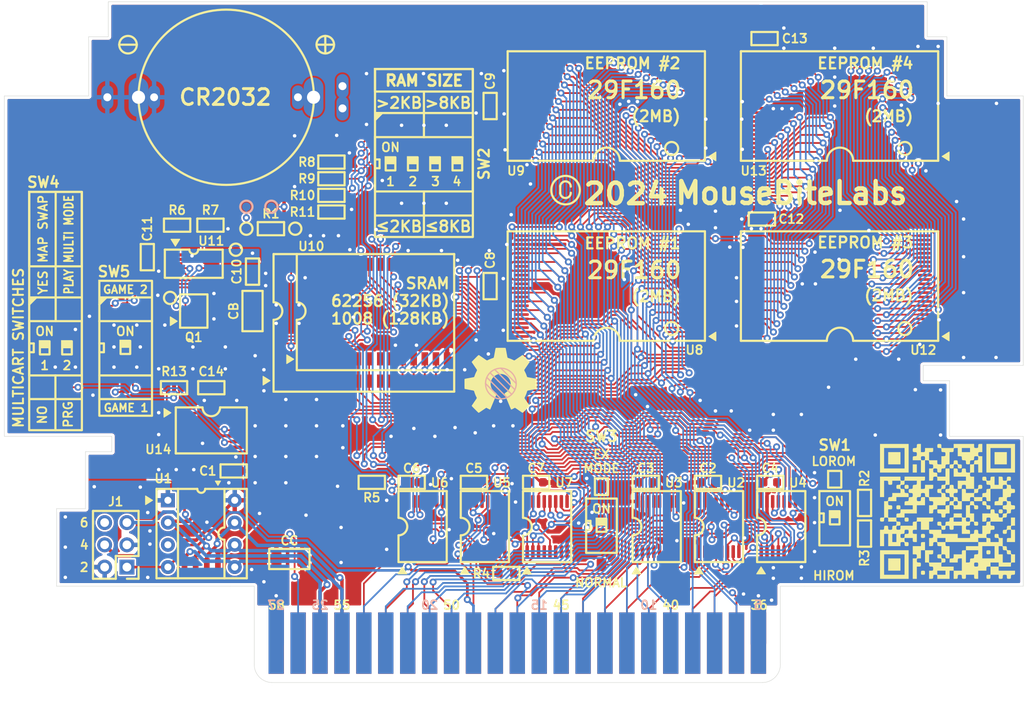
<source format=kicad_pcb>
(kicad_pcb (version 20240108) (generator "pcbnew") (generator_version "8.0")
  (layers (0 "F.Cu" signal) (31 "B.Cu" signal) (34 "B.Paste" user) (35 "F.Paste" user) (36 "B.SilkS" user "B.Silkscreen") (37 "F.SilkS" user "F.Silkscreen") (38 "B.Mask" user) (39 "F.Mask" user) (44 "Edge.Cuts" user))
  (net 0 "")
  (net 1 "GND")
  (net 2 "+5V")
  (net 3 "/ROM/~{CE1}")
  (net 4 "/ROM/~{CE2}")
  (net 5 "/ROM/~{CE3}")
  (net 6 "/ROM/~{CE4}")
  (net 7 "/~{IRQ}")
  (net 8 "/CIC.RST")
  (net 9 "/CIC.D_{0}")
  (net 10 "/CIC.CLK")
  (net 11 "/CIC.D_{1}")
  (net 12 "+VSW")
  (net 13 "/SW_{HL}")
  (net 14 "+BATT")
  (net 15 "/RAM/A_{11SW}")
  (net 16 "/RAM/A_{12SW}")
  (net 17 "/RAM/A_{13SW}")
  (net 18 "/RAM/A_{14SW}")
  (net 19 "/MULTI")
  (net 20 "/RAM.A_{14}")
  (net 21 "/A_{14}")
  (net 22 "/~{ROMSEL}")
  (net 23 "/RAM.~{CE}")
  (net 24 "/BA_{1}")
  (net 25 "/RAM.A_{13}")
  (net 26 "/RAM.~{CE}_{LO}")
  (net 27 "/RAM.~{CE}_{HI}")
  (net 28 "/A_{13}")
  (net 29 "/BA_{0}")
  (net 30 "/~{ROMSEL}_{LO}")
  (net 31 "/ROM.~{OE}")
  (net 32 "/AA_{15}")
  (net 34 "/BA_{6}")
  (net 36 "/BA_{5}")
  (net 38 "/A_{15}")
  (net 39 "/A_{16}")
  (net 40 "/BA_{2}")
  (net 41 "/A_{18}")
  (net 42 "/A_{17}")
  (net 43 "/BA_{3}")
  (net 44 "/BA_{7}")
  (net 45 "/A_{21}")
  (net 46 "/A_{19}")
  (net 47 "/A_{22}")
  (net 48 "/BA_{4}")
  (net 49 "/A_{20}")
  (net 50 "/~{RESET}")
  (net 51 "/D_{4}")
  (net 52 "/~{RD}")
  (net 53 "/D_{3}")
  (net 54 "/D_{0}")
  (net 55 "/A_{5}")
  (net 56 "/A_{0}")
  (net 57 "/A_{8}")
  (net 58 "/A_{3}")
  (net 59 "/A_{7}")
  (net 60 "/A_{9}")
  (net 61 "/A_{10}")
  (net 62 "/A_{6}")
  (net 63 "/A_{2}")
  (net 64 "/A_{11}")
  (net 65 "/A_{1}")
  (net 66 "/A_{4}")
  (net 67 "/~{WR}")
  (net 68 "/D_{6}")
  (net 69 "/D_{2}")
  (net 70 "/A_{12}")
  (net 71 "/D_{5}")
  (net 72 "/D_{7}")
  (net 73 "/D_{1}")
  (net 74 "/RAM/RAM.~{CE}_{G}")
  (net 75 "Net-(U11-SENSE)")
  (net 129 "Net-(U7A-O1)")
  (net 133 "Net-(U5A-E)")
  (net 136 "Net-(U6A-E)")
  (net 141 "Net-(U14B-D)")
  (net 142 "Net-(B1-+)")
  (net 143 "/SW_{PD}")
  (net 144 "/ROM.BA_{7}")
  (net 145 "/MULTI_{PU}")
  (net 146 "/FF_{OUT}")
  (net 147 "Net-(Q1-G)")
  (net 148 "Net-(U11-~{MR})")
  (net 149 "Net-(U11-~{RESET})")
  (footprint "Bucketmouse:MSOP-10_3x3mm_P0.5mm" (layer "F.Cu") (at 111 70)
    (property "Reference" "U11")
    (property "Value" "TPS3613")
  )
  (footprint "Bucketmouse:TestPoint_Pad_D1.0mm" (layer "F.Cu") (at 122.575 66)
    (property "Reference" "TP1" (hide yes))
    (property "Value" "TestPoint")
  )
  (footprint "Bucketmouse:TSSOP-16_4.4x5mm_P0.65mm" (layer "F.Cu") (at 178 100 90)
    (property "Reference" "U4")
    (property "Value" "SN74CBT3257CPWR")
  )
  (footprint "Bucketmouse:R_0603_1608Metric_Boxed" (layer "F.Cu") (at 109.1 65.6)
    (property "Reference" "R6")
    (property "Value" "130k")
  )
  (footprint "Bucketmouse:TSSOP-16_4.4x5mm_P0.65mm" (layer "F.Cu") (at 144.2 100 90)
    (property "Reference" "U5")
    (property "Value" "74LS139")
  )
  (footprint "Bucketmouse:R_0603_1608Metric_Boxed" (layer "F.Cu") (at 126.7 64.1)
    (property "Reference" "R11")
    (property "Value" "100k")
  )
  (footprint "LOGO" (layer "F.Cu") (at 197 98.3)
    (property "Reference" "G***" (hide yes))
    (property "Value" "LOGO" (hide yes))
  )
  (footprint "Connector_PinHeader_2.54mm:PinHeader_2x03_P2.54mm_Vertical" (layer "F.Cu") (at 103.375 104.625 180)
    (property "Reference" "J1")
    (property "Value" "Conn_02x03_Odd_Even")
  )
  (footprint "Bucketmouse:TSOP-I-48_18.4x12mm_P0.5mm" (layer "F.Cu") (at 158.1 72.55 180)
    (property "Reference" "U8")
    (property "Value" "29F160")
  )
  (footprint "Bucketmouse:R_0603_1608Metric_Boxed" (layer "F.Cu") (at 187.5 100.8 -90)
    (property "Reference" "R3")
    (property "Value" "10k")
  )
  (footprint "Bucketmouse:R_0603_1608Metric_NoSilk" (layer "F.Cu") (at 135.98 58.6 90)
    (property "Reference" "RS2B1" (hide yes))
    (property "Value" "0")
  )
  (footprint "Bucketmouse:C_0603_1608Metric_Boxed" (layer "F.Cu") (at 176.75 94.95)
    (property "Reference" "C4")
    (property "Value" "0.1u")
  )
  (footprint "Bucketmouse:SPST_SMT" (layer "F.Cu") (at 184.1 103.5)
    (property "Reference" "SW1")
    (property "Value" "SW_SPST")
  )
  (footprint "Bucketmouse:R_0603_1608Metric_NoSilk" (layer "F.Cu") (at 96.54 79.6 90)
    (property "Reference" "RS4B1" (hide yes))
    (property "Value" "0")
  )
  (footprint "Bucketmouse:R_0603_1608Metric_NoSilk" (layer "F.Cu") (at 133.44 58.6 90)
    (property "Reference" "RS2A1" (hide yes))
    (property "Value" "0")
  )
  (footprint "Bucketmouse:TSSOP-16_4.4x5mm_P0.65mm" (layer "F.Cu") (at 170.9 100 90)
    (property "Reference" "U2")
    (property "Value" "SN74CBT3257CPWR")
  )
  (footprint "Bucketmouse:R_0603_1608Metric_Boxed" (layer "F.Cu") (at 126.7 60.3)
    (property "Reference" "R9")
    (property "Value" "100k")
  )
  (footprint "LOGO" (layer "F.Cu") (at 146 83.3)
    (property "Reference" "G***" (hide yes))
    (property "Value" "LOGO" (hide yes))
  )
  (footprint "Bucketmouse:SPST_SMT" (layer "F.Cu") (at 103.2 84.05)
    (property "Reference" "SW5")
    (property "Value" "SW_SPST")
  )
  (footprint "Bucketmouse:C_0603_1608Metric_Boxed" (layer "F.Cu") (at 105.7 69.25 -90)
    (property "Reference" "C11")
    (property "Value" "0.1u")
  )
  (footprint "Bucketmouse:R_0603_1608Metric_Boxed" (layer "F.Cu") (at 112.9 65.6)
    (property "Reference" "R7")
    (property "Value" "49.9k")
  )
  (footprint "Bucketmouse:R_0603_1608Metric_Boxed" (layer "F.Cu") (at 119.8 66 180)
    (property "Reference" "R1")
    (property "Value" "10k")
  )
  (footprint "Bucketmouse:TSOP-I-48_18.4x12mm_P0.5mm" (layer "F.Cu") (at 184.7 72.55 180)
    (property "Reference" "U12")
    (property "Value" "29F160")
  )
  (footprint "Bucketmouse:R_0603_1608Metric_NoSilk" (layer "F.Cu") (at 141.06 58.6 90)
    (property "Reference" "RS2D1" (hide yes))
    (property "Value" "0")
  )
  (footprint "Bucketmouse:TSSOP-14_4.4x5mm_P0.65mm" (layer "F.Cu") (at 113 89)
    (property "Reference" "U14")
    (property "Value" "74HC74")
  )
  (footprint "Bucketmouse:R_0603_1608Metric_Boxed" (layer "F.Cu") (at 108.75 84.15)
    (property "Reference" "R13")
    (property "Value" "1k")
  )
  (footprint "Bucketmouse:C_0603_1608Metric_Boxed" (layer "F.Cu") (at 142.95 94.95)
    (property "Reference" "C5")
    (property "Value" "0.1u")
  )
  (footprint "Bucketmouse:R_0603_1608Metric_Boxed" (layer "F.Cu") (at 131.3 94.95 180)
    (property "Reference" "R5")
    (property "Value" "10k")
  )
  (footprint "Bucketmouse:Cart_Edge_SNES_Standard" (layer "F.Cu") (at 147.9 113.3)
    (property "Reference" "P1" (hide yes))
    (property "Value" "SNES_Cartridge")
    (fp_line (start -30 -6.5) (end -32.75 -6.5) (stroke (width 0.05)) (layer "Edge.Cuts"))
    (fp_line (start -30 2.4) (end -30 -6.5) (stroke (width 0.05)) (layer "Edge.Cuts"))
    (fp_line (start -28 4.5) (end 28 4.5) (stroke (width 0.05)) (layer "Edge.Cuts"))
    (fp_line (start 30 -6.5) (end 32.75 -6.5) (stroke (width 0.05)) (layer "Edge.Cuts"))
    (fp_line (start 30 2.4) (end 30 -6.5) (stroke (width 0.05)) (layer "Edge.Cuts"))
    (fp_arc (start -28 4.5) (mid -29.434923 3.864213) (end -30 2.4) (stroke (width 0.05)) (layer "Edge.Cuts"))
    (fp_arc (start 30 2.4) (mid 29.434924 3.864214) (end 28 4.5) (stroke (width 0.05)) (layer "Edge.Cuts"))
  )
  (footprint "Bucketmouse:R_0603_1608Metric_Boxed" (layer "F.Cu") (at 126.7 62.2)
    (property "Reference" "R10")
    (property "Value" "100k")
  )
  (footprint "Bucketmouse:C_0603_1608Metric_Boxed" (layer "F.Cu") (at 176.1 44.3)
    (property "Reference" "C13")
    (property "Value" "0.1u")
  )
  (footprint "Bucketmouse:SPST_SMT" (layer "F.Cu") (at 157.5 104.35)
    (property "Reference" "SW3")
    (property "Value" "SW_SPST")
  )
  (footprint "Bucketmouse:TSSOP-16_4.4x5mm_P0.65mm" (layer "F.Cu") (at 137.1 100 90)
    (property "Reference" "U6")
    (property "Value" "74LS139")
  )
  (footprint "Bucketmouse:DIP-8_W7.62mm" (layer "F.Cu") (at 108.05 97)
    (property "Reference" "U1B1" (hide yes))
    (property "Value" "PIC12F629")
  )
  (footprint "Bucketmouse:TSOP-I-48_18.4x12mm_P0.5mm" (layer "F.Cu") (at 158.1 52 180)
    (property "Reference" "U9")
    (property "Value" "29F160")
  )
  (footprint "Bucketmouse:R_0603_1608Metric_NoSilk" (layer "F.Cu") (at 138.52 58.6 90)
    (property "Reference" "RS2C1" (hide yes))
    (property "Value" "0")
  )
  (footprint "Bucketmouse:TSOP-I-48_18.4x12mm_P0.5mm" (layer "F.Cu") (at 184.7 52 180)
    (property "Reference" "U13")
    (property "Value" "29F160")
  )
  (footprint "Bucketmouse:SO32L_L" (layer "F.Cu") (at 131 75.4)
    (property "Reference" "U10")
    (property "Value" "AS6C1008")
  )
  (footprint "Bucketmouse:CR_battery" (layer "F.Cu") (at 114.5 51)
    (property "Reference" "B1" (hide yes))
    (property "Value" "Battery_Cell")
  )
  (footprint "Bucketmouse:C_1206_3216Metric_Boxed" (layer "F.Cu") (at 121.9 103.7)
    (property "Reference" "CC")
    (property "Value" "22u")
  )
  (footprint "Bucketmouse:TestPoint_Pad_D1.0mm" (layer "F.Cu") (at 108.3 73.9 180)
    (property "Reference" "TP5" (hide yes))
    (property "Value" "TestPoint")
  )
  (footprint "Bucketmouse:C_1206_3216Metric_Boxed" (layer "F.Cu") (at 117.7 75.4 90)
    (property "Reference" "CB")
    (property "Value" "22u")
  )
  (footprint "Bucketmouse:R_0603_1608Metric_NoSilk" (layer "F.Cu") (at 103.2 79.6 90)
    (property "Reference" "RS5" (hide yes))
    (property "Value" "0")
  )
  (footprint "Bucketmouse:R_0603_1608Metric_Boxed" (layer "F.Cu") (at 146.65 105.35)
    (property "Reference" "R4")
    (property "Value" "100k")
  )
  (footprint "Bucketmouse:SPSTx4_SMT" (layer "F.Cu") (at 133.44 63.1)
    (property "Reference" "SW2")
    (property "Value" "SW_DIP_x04")
  )
  (footprint "Bucketmouse:R_0603_1608Metric_NoSilk" (layer "F.Cu") (at 184.1 99 -90)
    (property "Reference" "RS1" (hide yes))
    (property "Value" "0")
  )
  (footprint "Bucketmouse:C_0603_1608Metric_Boxed" (layer "F.Cu") (at 117.7 70.9 -90)
    (property "Reference" "C10")
    (property "Value" "0.1u")
  )
  (footprint "Bucketmouse:C_0603_1608Metric_Boxed" (layer "F.Cu") (at 115.55 93.65)
    (property "Reference" "C1")
    (property "Value" "0.1u")
  )
  (footprint "Bucketmouse:C_0603_1608Metric_Boxed" (layer "F.Cu") (at 175.8 64.9 180)
    (property "Reference" "C12")
    (property "Value" "0.1u")
  )
  (footprint "Bucketmouse:TSSOP-16_4.4x5mm_P0.65mm" (layer "F.Cu") (at 151.3 100 90)
    (property "Reference" "U7")
    (property "Value" "74LS139")
  )
  (footprint "Bucketmouse:TestPoint_Pad_D1.0mm" (layer "F.Cu") (at 115.8 68.4 180)
    (property "Reference" "TP6" (hide yes))
    (property "Value" "TestPoint")
  )
  (footprint "Bucketmouse:R_0603_1608Metric_Boxed" (layer "F.Cu") (at 187.5 97.3 -90)
    (property "Reference" "R2")
    (property "Value" "100k")
  )
  (footprint "Bucketmouse:C_0603_1608Metric_Boxed" (layer "F.Cu") (at 144.8 72.55 90)
    (property "Reference" "C8")
    (property "Value" "0.1u")
  )
  (footprint "Bucketmouse:R_0603_1608Metric_NoSilk" (layer "F.Cu") (at 157.5 99.85 90)
    (property "Reference" "RS3" (hide yes))
    (property "Value" "0")
  )
  (footprint "Bucketmouse:C_0603_1608Metric_Boxed" (layer "F.Cu") (at 169.65 94.95)
    (property "Reference" "C2")
    (property "Value" "0.1u")
  )
  (footprint "Bucketmouse:C_0603_1608Metric_Boxed" (layer "F.Cu") (at 162.55 94.95)
    (property "Reference" "C3")
    (property "Value" "0.1u")
  )
  (footprint "Bucketmouse:C_0603_1608Metric_Boxed" (layer "F.Cu") (at 113 84.15 180)
    (property "Reference" "C14")
    (property "Value" "0.1u")
  )
  (footprint "Bucketmouse:C_0603_1608Metric_Boxed" (layer "F.Cu") (at 150.05 94.95)
    (property "Reference" "C7")
    (property "Value" "0.1u")
  )
  (footprint "Bucketmouse:C_0603_1608Metric_Boxed" (layer "F.Cu") (at 144.8 52 -90)
    (property "Reference" "C9")
    (property "Value" "0.1u")
  )
  (footprint "Bucketmouse:TestPoint_Pad_D1.0mm" (layer "F.Cu") (at 117 66)
    (property "Reference" "TP2" (hide yes))
    (property "Value" "TestPoint")
  )
  (footprint "Bucketmouse:R_0603_1608Metric_Boxed" (layer "F.Cu") (at 126.7 58.4)
    (property "Reference" "R8")
    (property "Value" "100k")
  )
  (footprint "Bucketmouse:SPSTx2_SMT" (layer "F.Cu") (at 94 84.1)
    (property "Reference" "SW4")
    (property "Value" "SW_DIP_x02")
  )
  (footprint "Bucketmouse:TSSOP-16_4.4x5mm_P0.65mm" (layer "F.Cu") (at 163.8 100 90)
    (property "Reference" "U3")
    (property "Value" "SN74CBT3257CPWR")
  )
  (footprint "Bucketmouse:R_0603_1608Metric_NoSilk" (layer "F.Cu") (at 94 79.6 90)
    (property "Reference" "RS4A1" (hide yes))
    (property "Value" "0")
  )
  (footprint "Bucketmouse:C_0603_1608Metric_Boxed" (layer "F.Cu") (at 135.85 94.95)
    (property "Reference" "C6")
    (property "Value" "0.1u")
  )
  (footprint "Bucketmouse:SOIC-8W_5.3x5.3mm_P1.27mm" (layer "F.Cu") (at 111.85 100.8 -90)
    (property "Reference" "U1A1" (hide yes))
    (property "Value" "PIC12F629")
  )
  (footprint "Bucketmouse:SOT-23" (layer "F.Cu") (at 111 75.4 90)
    (property "Reference" "Q1")
    (property "Value" "2N7002")
  )
  (footprint "LOGO" (layer "B.Cu") (at 114.5 51 180)
    (property "Reference" "G***" (hide yes))
    (property "Value" "LOGO" (hide yes))
  )
  (footprint "Bucketmouse:TestPoint_Pad_D1.0mm" (layer "B.Cu") (at 117 63.5 90)
    (property "Reference" "TP4" (hide yes))
    (property "Value" "TestPoint")
  )
  (footprint "Bucketmouse:TestPoint_Pad_D1.0mm" (layer "B.Cu") (at 119.85 63.5 90)
    (property "Reference" "TP3" (hide yes))
    (property "Value" "TestPoint")
  )
  (gr_circle (center 146.025 83.675) (end 144.275 83.675) (stroke (width 0.15)) (fill none) (layer "B.SilkS"))
  (gr_line (start 144.825 82.475) (end 146.025 83.675) (stroke (width 0.1)) (layer "B.SilkS"))
  (gr_line (start 146.025 81.925) (end 147.775 83.675) (stroke (width 0.15)) (layer "B.SilkS"))
  (gr_line (start 147.225 84.875) (end 144.825 82.475) (stroke (width 0.15)) (layer "B.SilkS"))
  (gr_line (start 144.275 83.675) (end 146.025 85.425) (stroke (width 0.15)) (layer "B.SilkS"))
  (gr_line (start 147.625 84.375) (end 145.325 82.075) (stroke (width 0.15)) (layer "B.SilkS"))
  (gr_line (start 144.425 82.975) (end 146.725 85.275) (stroke (width 0.15)) (layer "B.SilkS"))
  (gr_line (start 92.23 76.55) (end 92.23 61.8) (stroke (width 0.15)) (layer "F.SilkS"))
  (gr_rect (start 92.23 61.8) (end 98.23 70.299984) (stroke (width 0.25)) (fill none) (layer "F.SilkS"))
  (gr_line (start 117.05 105.9) (end 106.75 105.9) (stroke (width 0.25)) (layer "F.SilkS"))
  (gr_line (start 117.05 95.7) (end 117.05 105.9) (stroke (width 0.25)) (layer "F.SilkS"))
  (gr_rect (start 100.23 71.949998) (end 106.23625 87.349992) (stroke (width 0.25)) (fill none) (layer "F.SilkS"))
  (gr_rect (start 131.67 47.775) (end 142.83 66.95) (stroke (width 0.25)) (fill none) (layer "F.SilkS"))
  (gr_line (start 100.23402 74.64598) (end 101.02598 73.85402) (stroke (width 0.25)) (layer "F.SilkS"))
  (gr_line (start 92.25875 73.85001) (end 98.19125 73.84999) (stroke (width 0.25)) (layer "F.SilkS"))
  (gr_circle (center 192.1 56.85) (end 192.85 56.85) (stroke (width 0.25)) (fill none) (layer "F.SilkS"))
  (gr_line (start 100.75 79.1) (end 100.75 80.1) (stroke (width 0.25)) (layer "F.SilkS"))
  (gr_rect (start 131.67 61.75) (end 142.83 66.95) (stroke (width 0.15)) (fill none) (layer "F.SilkS"))
  (gr_poly (pts (xy 113.757353 95.3) (xy 113.457353 94.8) (xy 114.057353 94.8)) (stroke (width 0.1)) (fill solid) (layer "F.SilkS"))
  (gr_line (start 100.23 76.55) (end 100.23 71.949998) (stroke (width 0.15)) (layer "F.SilkS"))
  (gr_poly (pts (xy 92.23402 74.64598) (xy 93.02598 73.85402) (xy 92.25875 73.85001)) (stroke (width 0.1)) (fill solid) (layer "F.SilkS"))
  (gr_line (start 131.7 52.8) (end 142.8 52.8) (stroke (width 0.25)) (layer "F.SilkS"))
  (gr_poly (pts (xy 131.68902 53.59098) (xy 132.48098 52.79902) (xy 131.71375 52.79501)) (stroke (width 0.1)) (fill solid) (layer "F.SilkS"))
  (gr_poly (pts (xy 105.5 96.5) (xy 105.5 97.5) (xy 106.3 97)) (stroke (width 0.1)) (fill solid) (layer "F.SilkS"))
  (gr_line (start 106.24 76.55) (end 106.24 71.949966) (stroke (width 0.15)) (layer "F.SilkS"))
  (gr_line (start 100.23 71.949998) (end 106.24 71.949966) (stroke (width 0.15)) (layer "F.SilkS"))
  (gr_circle (center 153.4 61.6) (end 155.027882 61.6) (stroke (width 0.25)) (fill none) (layer "F.SilkS"))
  (gr_line (start 106.2075 85.44998) (end 100.275 85.45) (stroke (width 0.25)) (layer "F.SilkS"))
  (gr_line (start 98.24 76.55) (end 98.24 61.8) (stroke (width 0.15)) (layer "F.SilkS"))
  (gr_rect (start 131.67 47.775) (end 142.83 50.35) (stroke (width 0.25)) (fill none) (layer "F.SilkS"))
  (gr_line (start 112.3 95.7) (end 117.05 95.7) (stroke (width 0.25)) (layer "F.SilkS"))
  (gr_arc (start 152.8 61.2) (mid 153.4 60.6) (end 154 61.2) (stroke (width 0.25)) (layer "F.SilkS"))
  (gr_line (start 95.25 76.550012) (end 95.25 61.800012) (stroke (width 0.25)) (layer "F.SilkS"))
  (gr_line (start 100.25 79.1) (end 100.75 79.1) (stroke (width 0.25)) (layer "F.SilkS"))
  (gr_line (start 98.24 88.999992) (end 92.24 89.000016) (stroke (width 0.15)) (layer "F.SilkS"))
  (gr_rect (start 131.67 50.35) (end 142.83 55.55) (stroke (width 0.15)) (fill none) (layer "F.SilkS"))
  (gr_line (start 106.75 95.7) (end 111.4 95.7) (stroke (width 0.25)) (layer "F.SilkS"))
  (gr_line (start 100.75 80.1) (end 100.25 80.1) (stroke (width 0.25)) (layer "F.SilkS"))
  (gr_line (start 92.23 70.300008) (end 98.23 70.299984) (stroke (width 0.15)) (layer "F.SilkS"))
  (gr_line (start 131.675 53.6) (end 132.46696 52.80804) (stroke (width 0.25)) (layer "F.SilkS"))
  (gr_line (start 92.23402 74.64598) (end 93.02598 73.85402) (stroke (width 0.25)) (layer "F.SilkS"))
  (gr_line (start 92.23 82.75) (end 92.23 89.000024) (stroke (width 0.15)) (layer "F.SilkS"))
  (gr_line (start 114.5 105.9) (end 114.5 101.5) (stroke (width 0.25)) (layer "F.SilkS"))
  (gr_line (start 152.8 61.1) (end 152.8 62) (stroke (width 0.25)) (layer "F.SilkS"))
  (gr_line (start 106.23625 87.349992) (end 100.22625 87.350024) (stroke (width 0.15)) (layer "F.SilkS"))
  (gr_line (start 114.5 100.1) (end 114.5 95.7) (stroke (width 0.25)) (layer "F.SilkS"))
  (gr_line (start 137.25 55.55) (end 137.25 50.35) (stroke (width 0.25)) (layer "F.SilkS"))
  (gr_circle (center 192.1 77.4) (end 192.85 77.4) (stroke (width 0.25)) (fill none) (layer "F.SilkS"))
  (gr_arc (start 154 61.9) (mid 153.4 62.5) (end 152.8 61.9) (stroke (width 0.25)) (layer "F.SilkS"))
  (gr_line (start 142.83 64.5) (end 131.7 64.5) (stroke (width 0.25)) (layer "F.SilkS"))
  (gr_line (start 106.75 105.9) (end 106.75 95.7) (stroke (width 0.25)) (layer "F.SilkS"))
  (gr_line (start 98.21125 85.44999) (end 92.27875 85.45001) (stroke (width 0.25)) (layer "F.SilkS"))
  (gr_line (start 100.22625 82.74999) (end 100.22625 87.350024) (stroke (width 0.15)) (layer "F.SilkS"))
  (gr_line (start 137.25 61.75) (end 137.25 66.95) (stroke (width 0.25)) (layer "F.SilkS"))
  (gr_line (start 92.23 61.8) (end 98.24 61.8) (stroke (width 0.15)) (layer "F.SilkS"))
  (gr_poly (pts (xy 100.21902 74.65098) (xy 101.01098 73.85902) (xy 100.24375 73.85501)) (stroke (width 0.1)) (fill solid) (layer "F.SilkS"))
  (gr_line (start 144.25 83.7) (end 146 81.95) (stroke (width 0.15)) (layer "F.SilkS"))
  (gr_line (start 109.2 105.9) (end 109.2 95.7) (stroke (width 0.25)) (layer "F.SilkS"))
  (gr_line (start 106.23625 82.74999) (end 106.23625 87.349992) (stroke (width 0.15)) (layer "F.SilkS"))
  (gr_arc (start 114.5 101.5) (mid 113.8 100.8) (end 114.5 100.1) (stroke (width 0.25)) (layer "F.SilkS"))
  (gr_rect (start 92.23 61.8) (end 98.24 88.999992) (stroke (width 0.25)) (fill none) (layer "F.SilkS"))
  (gr_arc (start 112.3 95.7) (mid 111.85 96.15) (end 111.4 95.7) (stroke (width 0.25)) (layer "F.SilkS"))
  (gr_line (start 95.22 82.749988) (end 95.22 89.000012) (stroke (width 0.25)) (layer "F.SilkS"))
  (gr_line (start 100.245 82.75) (end 106.23625 82.74999) (stroke (width 0.25)) (layer "F.SilkS"))
  (gr_circle (center 165.5 56.85) (end 166.25 56.85) (stroke (width 0.25)) (fill none) (layer "F.SilkS"))
  (gr_rect (start 131.67 47.775) (end 142.83 50.35) (stroke (width 0.15)) (fill none) (layer "F.SilkS"))
  (gr_circle (center 165.5 77.4) (end 166.25 77.4) (stroke (width 0.25)) (fill none) (layer "F.SilkS"))
  (gr_line (start 100.25875 73.85001) (end 106.19125 73.84999) (stroke (width 0.25)) (layer "F.SilkS"))
  (gr_line (start 98.24 82.75) (end 98.24 88.999992) (stroke (width 0.15)) (layer "F.SilkS"))
  (gr_line (start 100.23 76.55) (end 106.24 76.55) (stroke (width 0.25)) (layer "F.SilkS"))
  (gr_line (start 196.9 50.85) (end 205.6 50.85) (stroke (width 0.05)) (layer "Edge.Cuts"))
  (gr_line (start 89.4 89.7) (end 89.4 50.85) (stroke (width 0.05)) (layer "Edge.Cuts"))
  (gr_line (start 205.6 106.8) (end 180.65 106.8) (stroke (width 0.05)) (layer "Edge.Cuts"))
  (gr_line (start 194.65 44.1) (end 196.9 44.1) (stroke (width 0.05)) (layer "Edge.Cuts"))
  (gr_line (start 197.2 83.35) (end 194.2 83.35) (stroke (width 0.05)) (layer "Edge.Cuts"))
  (gr_line (start 197.2 89.7) (end 205.6 89.7) (stroke (width 0.05)) (layer "Edge.Cuts"))
  (gr_line (start 194.65 40.1) (end 194.65 44.1) (stroke (width 0.05)) (layer "Edge.Cuts"))
  (gr_line (start 99 50.85) (end 99 44.1) (stroke (width 0.05)) (layer "Edge.Cuts"))
  (gr_line (start 101.25 44.1) (end 101.25 40.1) (stroke (width 0.05)) (layer "Edge.Cuts"))
  (gr_line (start 196.9 44.1) (end 196.9 50.85) (stroke (width 0.05)) (layer "Edge.Cuts"))
  (gr_line (start 95.35 97.95) (end 98.65 97.95) (stroke (width 0.05)) (layer "Edge.Cuts"))
  (gr_line (start 98.65 97.95) (end 98.65 91.45) (stroke (width 0.05)) (layer "Edge.Cuts"))
  (gr_line (start 197.2 89.7) (end 197.2 83.35) (stroke (width 0.05)) (layer "Edge.Cuts"))
  (gr_line (start 101.65 89.7) (end 89.4 89.7) (stroke (width 0.05)) (layer "Edge.Cuts"))
  (gr_line (start 98.65 91.45) (end 101.65 91.45) (stroke (width 0.05)) (layer "Edge.Cuts"))
  (gr_line (start 205.6 50.85) (end 205.6 81.6) (stroke (width 0.05)) (layer "Edge.Cuts"))
  (gr_line (start 101.25 40.1) (end 194.65 40.1) (stroke (width 0.05)) (layer "Edge.Cuts"))
  (gr_line (start 205.6 89.7) (end 205.6 106.8) (stroke (width 0.05)) (layer "Edge.Cuts"))
  (gr_line (start 205.6 81.6) (end 194.2 81.6) (stroke (width 0.05)) (layer "Edge.Cuts"))
  (gr_line (start 89.4 50.85) (end 99 50.85) (stroke (width 0.05)) (layer "Edge.Cuts"))
  (gr_line (start 101.65 91.45) (end 101.65 89.7) (stroke (width 0.05)) (layer "Edge.Cuts"))
  (gr_line (start 95.35 106.8) (end 115.15 106.8) (stroke (width 0.05)) (layer "Edge.Cuts"))
  (gr_line (start 194.2 83.35) (end 194.2 81.6) (stroke (width 0.05)) (layer "Edge.Cuts"))
  (gr_line (start 99 44.1) (end 101.25 44.1) (stroke (width 0.05)) (layer "Edge.Cuts"))
  (gr_line (start 95.35 106.8) (end 95.35 97.95) (stroke (width 0.05)) (layer "Edge.Cuts"))
  (gr_text "27" (at 121.45 109.55 0) (layer "B.SilkS") (effects (font (size 1 1) (thickness 0.2) (bold yes)) (justify left bottom mirror)))
  (gr_text "10" (at 162.9 109.55 0) (layer "B.SilkS") (effects (font (size 1 1) (thickness 0.2) (bold yes)) (justify bottom mirror)))
  (gr_text "5" (at 175.95 109.55 0) (layer "B.SilkS") (effects (font (size 1 1) (thickness 0.2) (bold yes)) (justify left bottom mirror)))
  (gr_text "15" (at 150.4 109.55 0) (layer "B.SilkS") (effects (font (size 1 1) (thickness 0.2) (bold yes)) (justify bottom mirror)))
  (gr_text "25" (at 125.4 109.55 0) (layer "B.SilkS") (effects (font (size 1 1) (thickness 0.2) (bold yes)) (justify bottom mirror)))
  (gr_text "20" (at 137.9 109.55 0) (layer "B.SilkS") (effects (font (size 1 1) (thickness 0.2) (bold yes)) (justify bottom mirror)))
  (gr_text "55" (at 127.9 109.55 0) (layer "F.SilkS") (effects (font (size 1 1) (thickness 0.2) (bold yes)) (justify bottom)))
  (gr_text "MouseBiteLabs" (at 165.7 63.4 0) (layer "F.SilkS") (effects (font (size 2.5 2.4) (thickness 0.5) (bold yes)) (justify left bottom)))
  (gr_text "29F160" (at 193.35 71.75 0) (layer "F.SilkS") (effects (font (size 1.9 1.9) (thickness 0.35) (bold yes)) (justify right bottom)))
  (gr_text "58" (at 119.35 109.55 0) (layer "F.SilkS") (effects (font (size 1 1) (thickness 0.2) (bold yes)) (justify left bottom)))
  (gr_text "29F160" (at 193.35 51.3 0) (layer "F.SilkS") (effects (font (size 1.9 1.9) (thickness 0.35) (bold yes)) (justify right bottom)))
  (gr_text "SRAM\n62256 (32KB)\n1008 (128KB)" (at 140.3 77 0) (layer "F.SilkS") (effects (font (size 1.25 1.25) (thickness 0.25) (bold yes)) (justify right bottom)))
  (gr_text ">8KB" (at 140 51.65 0) (layer "F.SilkS") (effects (font (size 1.25 1.25) (thickness 0.25) (bold yes))))
  (gr_text "EEPROM #1\n \n\n(2MB)" (at 166.65 74.45 0) (layer "F.SilkS") (effects (font (size 1.25 1.25) (thickness 0.25) (bold yes)) (justify right bottom)))
  (gr_text "PRG" (at 96.67 87.2 90) (layer "F.SilkS") (effects (font (size 1 1) (thickness 0.2) (bold yes))))
  (gr_text "GAME 2" (at 103.2 72.95 0) (layer "F.SilkS") (effects (font (size 0.9 0.9) (thickness 0.2) (bold yes))))
  (gr_text "HIROM" (at 184 105.6 0) (layer "F.SilkS") (effects (font (size 1 1) (thickness 0.2) (bold yes))))
  (gr_text "EEPROM #3\n \n\n(2MB)" (at 193.2 74.35 0) (layer "F.SilkS") (effects (font (size 1.25 1.25) (thickness 0.25) (bold yes)) (justify right bottom)))
  (gr_text "50" (at 140.4 109.55 0) (layer "F.SilkS") (effects (font (size 1 1) (thickness 0.2) (bold yes)) (justify bottom)))
  (gr_text "NORMAL" (at 157.45 106.4 0) (layer "F.SilkS") (effects (font (size 1 1) (thickness 0.2) (bold yes))))
  (gr_text "GAME 1" (at 103.275 86.45 0) (layer "F.SilkS") (effects (font (size 0.9 0.9) (thickness 0.2) (bold yes))))
  (gr_text "2" (at 98.5 104.65 0) (layer "F.SilkS") (effects (font (size 1 1) (thickness 0.2) (bold yes))))
  (gr_text "CR2032" (at 114.6 51 0) (layer "F.SilkS") (effects (font (size 1.8 1.8) (thickness 0.33) (bold yes))))
  (gr_text "EX\nMODE" (at 157.5 92.55 0) (layer "F.SilkS") (effects (font (size 1 1) (thickness 0.2) (bold yes))))
  (gr_text "29F160" (at 166.8 51.3 0) (layer "F.SilkS") (effects (font (size 1.9 1.9) (thickness 0.35) (bold yes)) (justify right bottom)))
  (gr_text "YES" (at 93.8 72.15 90) (layer "F.SilkS") (effects (font (size 1 1) (thickness 0.2) (bold yes))))
  (gr_text "≤8KB" (at 140 65.75 0) (layer "F.SilkS") (effects (font (size 1.25 1.25) (thickness 0.25) (bold yes))))
  (gr_text "29F160" (at 166.8 71.85 0) (layer "F.SilkS") (effects (font (size 1.9 1.9) (thickness 0.35) (bold yes)) (justify right bottom)))
  (gr_text "EEPROM #2\n \n\n(2MB)" (at 166.65 53.9 0) (layer "F.SilkS") (effects (font (size 1.25 1.25) (thickness 0.25) (bold yes)) (justify right bottom)))
  (gr_text "MULTI MODE" (at 96.75 66.025 90) (layer "F.SilkS") (effects (font (size 1 0.85) (thickness 0.2) (bold yes))))
  (gr_text "45" (at 152.9 109.55 0) (layer "F.SilkS") (effects (font (size 1 1) (thickness 0.2) (bold yes)) (justify bottom)))
  (gr_text ">2KB" (at 134.4 51.65 0) (layer "F.SilkS") (effects (font (size 1.25 1.25) (thickness 0.25) (bold yes))))
  (gr_text "2024" (at 155.2 63.4 0) (layer "F.SilkS") (effects (font (size 2.35 2.5) (thickness 0.5) (bold yes)) (justify left bottom)))
  (gr_text "U1" (at 106.4 95.1 0) (layer "F.SilkS") (effects (font (size 1 1) (thickness 0.2) (bold yes)) (justify left bottom)))
  (gr_text "PLAY" (at 96.75 72.05 90) (layer "F.SilkS") (effects (font (size 1 0.8) (thickness 0.2) (bold yes))))
  (gr_text "MULTICART SWITCHES" (at 91 79.6 90) (layer "F.SilkS") (effects (font (size 1.15 1.15) (thickness 0.225) (bold yes))))
  (gr_text "6" (at 98.5 99.55 0) (layer "F.SilkS") (effects (font (size 1 1) (thickness 0.2) (bold yes))))
  (gr_text "RAM SIZE" (at 137.275 49.1 0) (layer "F.SilkS") (effects (font (size 1.25 1.25) (thickness 0.3) (bold yes))))
  (gr_text "EEPROM #4\n \n\n(2MB)" (at 193.2 53.9 0) (layer "F.SilkS") (effects (font (size 1.25 1.25) (thickness 0.25) (bold yes)) (justify right bottom)))
  (gr_text "4" (at 98.5 102.1 0) (layer "F.SilkS") (effects (font (size 1 1) (thickness 0.2) (bold yes))))
  (gr_text "36" (at 174.4 109.55 0) (layer "F.SilkS") (effects (font (size 1 1) (thickness 0.2) (bold yes)) (justify left bottom)))
  (gr_text "40" (at 165.4 109.55 0) (layer "F.SilkS") (effects (font (size 1 1) (thickness 0.2) (bold yes)) (justify bottom)))
  (gr_text "MAP SWAP" (at 93.8 66.025 90) (layer "F.SilkS") (effects (font (size 1 1) (thickness 0.2) (bold yes))))
  (gr_text "≤2KB" (at 134.4 65.75 0) (layer "F.SilkS") (effects (font (size 1.25 1.25) (thickness 0.25) (bold yes))))
  (gr_text "NO" (at 93.72 87.25 90) (layer "F.SilkS") (effects (font (size 1 1) (thickness 0.2) (bold yes))))
  (gr_text "LOROM" (at 184 92.55 0) (layer "F.SilkS") (effects (font (size 1 1) (thickness 0.2) (bold yes))))
  (segment (start 146.5 77.8) (end 148.4125 77.8) (width 0.3) (layer "F.Cu") (net 1))
  (segment (start 173.862616 57.25) (end 173.556308 56.943692) (width 0.3) (layer "F.Cu") (net 1))
  (segment (start 176.719203 99.219203) (end 180.092679 99.219203) (width 0.3) (layer "F.Cu") (net 1))
  (segment (start 180.092679 99.219203) (end 180.098003 99.224527) (width 0.3) (layer "F.Cu") (net 1))
  (segment (start 176.375 98.275) (end 176.375 98.675) (width 0.3) (layer "F.Cu") (net 1))
  (segment (start 139.343187 95.4) (end 140.21251 94.530677) (width 0.3) (layer "F.Cu") (net 1))
  (segment (start 144.8 52.775) (end 146.275 52.775) (width 0.3) (layer "F.Cu") (net 1))
  (segment (start 163.375 95.875) (end 163.375 95) (width 0.3) (layer "F.Cu") (net 1))
  (segment (start 114.47 98.2) (end 115.67 97) (width 0.4) (layer "F.Cu") (net 1))
  (segment (start 105.7 70.025) (end 105.725 70.05) (width 0.25) (layer "F.Cu") (net 1))
  (segment (start 148.4125 47.25) (end 147.082542 47.25) (width 0.3) (layer "F.Cu") (net 1))
  (segment (start 174.12188 47.25) (end 173.8 47.57188) (width 0.3) (layer "F.Cu") (net 1))
  (segment (start 175.025 64.9) (end 175.85 64.075) (width 0.3) (layer "F.Cu") (net 1))
  (segment (start 172.349961 95.549972) (end 172.349961 95.489378) (width 0.3) (layer "F.Cu") (net 1))
  (segment (start 146.3 71.7) (end 146.225 71.775) (width 0.3) (layer "F.Cu") (net 1))
  (segment (start 169.275 97.975) (end 169.275 97.1375) (width 0.3) (layer "F.Cu") (net 1))
  (segment (start 166.875 97.3) (end 167.8 98.225) (width 0.3) (layer "F.Cu") (net 1))
  (segment (start 166.875 97.3) (end 166.625 97.05) (width 0.3) (layer "F.Cu") (net 1))
  (segment (start 177.575 95.5873) (end 177.575 95) (width 0.3) (layer "F.Cu") (net 1))
  (segment (start 170.475 95) (end 169.275 96.2) (width 0.3) (layer "F.Cu") (net 1))
  (segment (start 171.860583 95) (end 170.475 95) (width 0.3) (layer "F.Cu") (net 1))
  (segment (start 174.3 45.5) (end 173.8 46) (width 0.3) (layer "F.Cu") (net 1))
  (segment (start 180.275 102.8625) (end 180.275 105.5) (width 0.3) (layer "F.Cu") (net 1))
  (segment (start 155.211397 95.1) (end 155.811397 94.5) (width 0.3) (layer "F.Cu") (net 1))
  (segment (start 175.0125 67.8) (end 173.962998 67.8) (width 0.3) (layer "F.Cu") (net 1))
  (segment (start 180.275 105.5) (end 180.2 105.575) (width 0.3) (layer "F.Cu") (net 1))
  (segment (start 172.8 69.4) (end 172.8 76.7) (width 0.3) (layer "F.Cu") (net 1))
  (segment (start 105.725 70.05) (end 107.939212 70.05) (width 0.25) (layer "F.Cu") (net 1))
  (segment (start 175.0125 77.8) (end 173.375 77.8) (width 0.3) (layer "F.Cu") (net 1))
  (segment (start 120.225 73.925) (end 122.5 76.2) (width 0.3) (layer "F.Cu") (net 1))
  (segment (start 148.4125 77.3) (end 146.6 77.3) (width 0.3) (layer "F.Cu") (net 1))
  (segment (start 114.47 102.33) (end 114.47 98.2) (width 0.4) (layer "F.Cu") (net 1))
  (segment (start 173.175 101.840352) (end 173.175 102.8625) (width 0.3) (layer "F.Cu") (net 1))
  (segment (start 146.275 52.775) (end 146.4 52.9) (width 0.3) (layer "F.Cu") (net 1))
  (segment (start 173.5 64.9) (end 175.025 64.9) (width 0.3) (layer "F.Cu") (net 1))
  (segment (start 117.7 73.925) (end 120.225 73.925) (width 0.3) (layer "F.Cu") (net 1))
  (segment (start 166.075 101.634995) (end 166.075 102.8625) (width 0.3) (layer "F.Cu") (net 1))
  (segment (start 146.75 57.25) (end 146.75 56.75) (width 0.3) (layer "F.Cu") (net 1))
  (segment (start 139.375 101.775728) (end 139.375 102.875) (width 0.3) (layer "F.Cu") (net 1))
  (segment (start 148.775 94.125) (end 149.744408 94.125) (width 0.3) (layer "F.Cu") (net 1))
  (segment (start 146.75 56.75) (end 144.8 54.8) (width 0.3) (layer "F.Cu") (net 1))
  (segment (start 176.375 98.675) (end 176.375 98.875) (width 0.3) (layer "F.Cu") (net 1))
  (segment (start 174.6 98.1) (end 175.375 98.875) (width 0.3) (layer "F.Cu") (net 1))
  (segment (start 136.775 95) (end 136.675 95.1) (width 0.3) (layer "F.Cu") (net 1))
  (segment (start 172.131163 68.1) (end 172.131163 68.731163) (width 0.3) (layer "F.Cu") (net 1))
  (segment (start 138.2 95.4) (end 139.343187 95.4) (width 0.3) (layer "F.Cu") (net 1))
  (segment (start 173.811455 101.3) (end 173.715352 101.3) (width 0.3) (layer "F.Cu") (net 1))
  (segment (start 107.939212 70.05) (end 107.989212 70) (width 0.25) (layer "F.Cu") (net 1))
  (segment (start 174.6 97.185832) (end 174.6 98.1) (width 0.3) (layer "F.Cu") (net 1))
  (segment (start 140.380677 94.530677) (end 140.4 94.511354) (width 0.3) (layer "F.Cu") (net 1))
  (segment (start 147.8 95.1) (end 148.775 94.125) (width 0.3) (layer "F.Cu") (net 1))
  (segment (start 113.755 103.045) (end 114.47 102.33) (width 0.4) (layer "F.Cu") (net 1))
  (segment (start 172.599963 95.799974) (end 172.349961 95.549972) (width 0.3) (layer "F.Cu") (net 1))
  (segment (start 180.2 105.575) (end 181.157412 105.575) (width 1.75) (layer "F.Cu") (net 1))
  (segment (start 166.1 101.609995) (end 166.075 101.634995) (width 0.3) (layer "F.Cu") (net 1))
  (segment (start 177.225 95.9373) (end 177.575 95.5873) (width 0.3) (layer "F.Cu") (net 1))
  (segment (start 147.3 95.1) (end 147.8 95.1) (width 0.3) (layer "F.Cu") (net 1))
  (segment (start 114.9 66.0175) (end 114.5325 65.65) (width 0.2) (layer "F.Cu") (net 1))
  (segment (start 176.375 97.1375) (end 176.375 96.400001) (width 0.3) (layer "F.Cu") (net 1))
  (segment (start 173.75 56.75) (end 173.556308 56.943692) (width 0.3) (layer "F.Cu") (net 1))
  (segment (start 144.76875 95.1) (end 145.16875 95.5) (width 0.3) (layer "F.Cu") (net 1))
  (segment (start 172.131163 68.1) (end 172.131163 66.268837) (width 0.3) (layer "F.Cu") (net 1))
  (segment (start 175.4 107.9) (end 175.4 107.567588) (width 1.75) (layer "F.Cu") (net 1))
  (segment (start 172.131163 68.731163) (end 172.8 69.4) (width 0.3) (layer "F.Cu") (net 1))
  (segment (start 173.214142 95.799974) (end 174.6 97.185832) (width 0.3) (layer "F.Cu") (net 1))
  (segment (start 148.4125 57.25) (end 146.75 57.25) (width 0.3) (layer "F.Cu") (net 1))
  (segment (start 173.8 46.92812) (end 174.12188 47.25) (width 0.3) (layer "F.Cu") (net 1))
  (segment (start 138 95.2) (end 138.2 95.4) (width 0.3) (layer "F.Cu") (net 1))
  (segment (start 147.25 95.15) (end 147.3 95.1) (width 0.3) (layer "F.Cu") (net 1))
  (segment (start 140 100.470276) (end 140 101.150728) (width 0.3) (layer "F.Cu") (net 1))
  (segment (start 140.121179 100.349097) (end 140 100.470276) (width 0.3) (layer "F.Cu") (net 1))
  (segment (start 173.4 77.3) (end 173.375 77.275) (width 0.3) (layer "F.Cu") (net 1))
  (segment (start 140.4 94.511354) (end 140.4 94.2) (width 0.3) (layer "F.Cu") (net 1))
  (segment (start 122.5 76.2) (end 136.3 76.2) (width 0.3) (layer "F.Cu") (net 1))
  (segment (start 149.744408 94.125) (end 150.719408 95.1) (width 0.3) (layer "F.Cu") (net 1))
  (segment (start 147.082542 47.25) (end 146.366271 47.966271) (width 0.3) (layer "F.Cu") (net 1))
  (segment (start 146.3 77.6) (end 146.5 77.8) (width 0.3) (layer "F.Cu") (net 1))
  (segment (start 173.8 51.256308) (end 173.556308 51.5) (width 0.3) (layer "F.Cu") (net 1))
  (segment (start 146.225 71.775) (end 144.8 71.775) (width 0.3) (layer "F.Cu") (net 1))
  (segment (start 175.85 64.075) (end 177.044408 64.075) (width 0.3) (layer "F.Cu") (net 1))
  (segment (start 169.275 96.2) (end 169.275 97.1375) (width 0.3) (layer "F.Cu") (net 1))
  (segment (start 175.4 113.3) (end 175.4 107.9) (width 1.75) (layer "F.Cu") (net 1))
  (segment (start 163.2 96.05) (end 163.375 95.875) (width 0.3) (layer "F.Cu") (net 1))
  (segment (start 146.6 77.3) (end 146.3 77.6) (width 0.3) (layer "F.Cu") (net 1))
  (segment (start 167.8 98.225) (end 169.038604 98.225) (width 0.3) (layer "F.Cu") (net 1))
  (segment (start 175.4 107.567588) (end 177.392588 105.575) (width 1.75) (layer "F.Cu") (net 1))
  (segment (start 181 99.7) (end 181 101.4) (width 0.3) (layer "F.Cu") (net 1))
  (segment (start 176.375 98.275) (end 176.375 97.1375) (width 0.3) (layer "F.Cu") (net 1))
  (segment (start 169.281802 97.981802) (end 169.275 97.975) (width 0.3) (layer "F.Cu") (net 1))
  (segment (start 162.175 97.1375) (end 162.175 96.325) (width 0.3) (layer "F.Cu") (net 1))
  (segment (start 176.875 45.5) (end 174.3 45.5) (width 0.3) (layer "F.Cu") (net 1))
  (segment (start 177.392588 105.575) (end 180.2 105.575) (width 1.75) (layer "F.Cu") (net 1))
  (segment (start 181 101.4) (end 180.275 102.125) (width 0.3) (layer "F.Cu") (net 1))
  (segment (start 114.5325 65.65) (end 113.775 65.65) (width 0.2) (layer "F.Cu") (net 1))
  (segment (start 169.038604 98.225) (end 169.281802 97.981802) (width 0.3) (layer "F.Cu") (net 1))
  (segment (start 175.0125 57.25) (end 173.862616 57.25) (width 0.3) (layer "F.Cu") (net 1))
  (segment (start 172.349961 95.489378) (end 171.860583 95) (width 0.3) (layer "F.Cu") (net 1))
  (segment (start 175.0125 56.75) (end 173.75 56.75) (width 0.3) (layer "F.Cu") (net 1))
  (segment (start 137.8 95) (end 136.775 95) (width 0.3) (layer "F.Cu") (net 1))
  (segment (start 173.962998 67.8) (end 173.631163 68.131835) (width 0.3) (layer "F.Cu") (net 1))
  (segment (start 162.175 97.874999) (end 162.175 97.1375) (width 0.3) (layer "F.Cu") (net 1))
  (segment (start 177.044408 64.075) (end 177.969408 65) (width 0.3) (layer "F.Cu") (net 1))
  (segment (start 145.336933 100.800537) (end 146.475 101.938604) (width 0.3) (layer "F.Cu") (net 1))
  (segment (start 143.775 94.025) (end 143.775 95.1) (width 0.3) (layer "F.Cu") (net 1))
  (segment (start 140.9 93.7) (end 143.45 93.7) (width 0.3) (layer "F.Cu") (net 1))
  (segment (start 145.210929 100.800537) (end 145.336933 100.800537) (width 0.3) (layer "F.Cu") (net 1))
  (segment (start 143.775 95.1) (end 144.76875 95.1) (width 0.3) (layer "F.Cu") (net 1))
  (segment (start 176.875 44.3) (end 176.875 45.5) (width 0.3) (layer "F.Cu") (net 1))
  (segment (start 166.364168 96.05) (end 163.2 96.05) (width 0.3) (layer "F.Cu") (net 1))
  (segment (start 138 95.2) (end 137.8 95) (width 0.3) (layer "F.Cu") (net 1))
  (segment (start 146.7 67.8) (end 144.8 65.9) (width 0.3) (layer "F.Cu") (net 1))
  (segment (start 145.16875 95.5) (end 145.889339 95.5) (width 0.3) (layer "F.Cu") (net 1))
  (segment (start 113.755 104.45) (end 113.755 103.045) (width 0.4) (layer "F.Cu") (net 1))
  (segment (start 176.837701 95.9373) (end 177.225 95.9373) (width 0.3) (layer "F.Cu") (net 1))
  (segment (start 146.475 101.938604) (end 146.475 102.875) (width 0.3) (layer "F.Cu") (net 1))
  (segment (start 173.715352 101.3) (end 173.175 101.840352) (width 0.3) (layer "F.Cu") (net 1))
  (segment (start 166.625 97.05) (end 166.625 96.310832) (width 0.3) (layer "F.Cu") (net 1))
  (segment (start 146.5 57) (end 146.75 56.75) (width 0.3) (layer "F.Cu") (net 1))
  (segment (start 176.375 96.400001) (end 176.837701 95.9373) (width 0.3) (layer "F.Cu") (net 1))
  (segment (start 166.625 96.310832) (end 166.364168 96.05) (width 0.3) (layer "F.Cu") (net 1))
  (segment (start 173.8 47.57188) (end 173.8 51.256308) (width 0.3) (layer "F.Cu") (net 1))
  (segment (start 146.75 56.75) (end 148.4125 56.75) (width 0.3) (layer "F.Cu") (net 1))
  (segment (start 117.7 71.675) (end 117.7 73.925) (width 0.3) (layer "F.Cu") (net 1))
  (segment (start 144.8 65.9) (end 144.8 54.8) (width 0.3) (layer "F.Cu") (net 1))
  (segment (start 145.889339 95.5) (end 146.239339 95.15) (width 0.3) (layer "F.Cu") (net 1))
  (segment (start 181.382412 105.8) (end 181.157412 105.575) (width 0.3) (layer "F.Cu") (net 1))
  (segment (start 146.7 67.8) (end 148.4125 67.8) (width 0.3) (layer "F.Cu") (net 1))
  (segment (start 176.375 98.875) (end 176.719203 99.219203) (width 0.3) (layer "F.Cu") (net 1))
  (segment (start 140.4 94.2) (end 140.9 93.7) (width 0.3) (layer "F.Cu") (net 1))
  (segment (start 146.239339 95.15) (end 147.25 95.15) (width 0.3) (layer "F.Cu") (net 1))
  (segment (start 173.375 77.8) (end 173.375 77.275) (width 0.3) (layer "F.Cu") (net 1))
  (segment (start 180.524527 99.224527) (end 181 99.7) (width 0.3) (layer "F.Cu") (net 1))
  (segment (start 143.45 93.7) (end 143.775 94.025) (width 0.3) (layer "F.Cu") (net 1))
  (segment (start 173.8 46) (end 173.8 46.92812) (width 0.3) (layer "F.Cu") (net 1))
  (segment (start 162.175 96.325) (end 162.45 96.05) (width 0.3) (layer "F.Cu") (net 1))
  (segment (start 174.12188 47.25) (end 175.0125 47.25) (width 0.3) (layer "F.Cu") (net 1))
  (segment (start 113.775 65.65) (end 113.725 65.6) (width 0.2) (layer "F.Cu") (net 1))
  (segment (start 175.0125 77.3) (end 173.4 77.3) (width 0.3) (layer "F.Cu") (net 1))
  (segment (start 107.989212 70) (end 108.8875 70) (width 0.25) (layer "F.Cu") (net 1))
  (segment (start 172.131163 66.268837) (end 173.5 64.9) (width 0.3) (layer "F.Cu") (net 1))
  (segment (start 180.098003 99.224527) (end 180.524527 99.224527) (width 0.3) (layer "F.Cu") (net 1))
  (segment (start 172.599963 95.799974) (end 173.214142 95.799974) (width 0.3) (layer "F.Cu") (net 1))
  (segment (start 180.275 102.125) (end 180.275 102.8625) (width 0.3) (layer "F.Cu") (net 1))
  (segment (start 136.3 76.2) (end 139.89 79.79) (width 0.3) (layer "F.Cu") (net 1))
  (segment (start 140 101.150728) (end 139.375 101.775728) (width 0.3) (layer "F.Cu") (net 1))
  (segment (start 144.8 54.8) (end 144.8 52.775) (width 0.3) (layer "F.Cu") (net 1))
  (segment (start 139.89 79.79) (end 139.89 80.857) (width 0.3) (layer "F.Cu") (net 1))
  (segment (start 150.719408 95.1) (end 155.211397 95.1) (width 0.3) (layer "F.Cu") (net 1))
  (segment (start 139.89 83.397) (end 139.89 80.857) (width 0.3) (layer "F.Cu") (net 1))
  (segment (start 162.45 96.05) (end 163.2 96.05) (width 0.3) (layer "F.Cu") (net 1))
  (segment (start 172.8 76.7) (end 173.375 77.275) (width 0.3) (layer "F.Cu") (net 1))
  (segment (start 175.375 98.875) (end 176.375 98.875) (width 0.3) (layer "F.Cu") (net 1))
  (segment (start 140.21251 94.530677) (end 140.380677 94.530677) (width 0.3) (layer "F.Cu") (net 1))
  (via (at 167.4 65.5) (size 0.8) (drill 0.4) (layers "F.Cu" "B.Cu") (net 1))
  (via (at 99.1 76) (size 0.8) (drill 0.4) (layers "F.Cu" "B.Cu") (net 1))
  (via (at 169.4 56.8) (size 0.8) (drill 0.4) (layers "F.Cu" "B.Cu") (net 1))
  (via (at 180.3 87.2) (size 0.8) (drill 0.4) (layers "F.Cu" "B.Cu") (net 1))
  (via (at 146.3 71.7) (size 0.8) (drill 0.4) (layers "F.Cu" "B.Cu") (net 1))
  (via (at 146.366271 47.966271) (size 0.8) (drill 0.4) (layers "F.Cu" "B.Cu") (net 1))
  (via (at 135.45 68.5) (size 0.8) (drill 0.4) (layers "F.Cu" "B.Cu") (net 1))
  (via (at 172.9 71.6) (size 0.8) (drill 0.4) (layers "F.Cu" "B.Cu") (net 1))
  (via (at 178.3 43.1) (size 0.8) (drill 0.4) (layers "F.Cu" "B.Cu") (net 1))
  (via (at 119 84.5) (size 0.8) (drill 0.4) (layers "F.Cu" "B.Cu") (net 1))
  (via (at 107 82) (size 0.8) (drill 0.4) (layers "F.Cu" "B.Cu") (net 1))
  (via (at 129.2 76.1) (size 0.8) (drill 0.4) (layers "F.Cu" "B.Cu") (net 1))
  (via (at 106 102) (size 0.8) (drill 0.4) (layers "F.Cu" "B.Cu") (net 1))
  (via (at 107 70.85) (size 0.8) (drill 0.4) (layers "F.Cu" "B.Cu") (net 1))
  (via (at 114.9 66.0175) (size 0.8) (drill 0.4) (layers "F.Cu" "B.Cu") (net 1))
  (via (at 121.5 88.5) (size 0.8) (drill 0.4) (layers "F.Cu" "B.Cu") (net 1))
  (via (at 188.725 89.55) (size 0.8) (drill 0.4) (layers "F.Cu" "B.Cu") (net 1))
  (via (at 128 91) (size 0.8) (drill 0.4) (layers "F.Cu" "B.Cu") (net 1))
  (via (at 181.8 102.85) (size 0.8) (drill 0.4) (layers "F.Cu" "B.Cu") (net 1))
  (via (at 173.811455 101.3) (size 0.8) (drill 0.4) (layers "F.Cu" "B.Cu") (net 1))
  (via (at 112.2 85.6) (size 0.8) (drill 0.4) (layers "F.Cu" "B.Cu") (net 1))
  (via (at 134.4 76.4) (size 0.8) (drill 0.4) (layers "F.Cu" "B.Cu") (net 1))
  (via (at 141.9 82.1) (size 0.8) (drill 0.4) (layers "F.Cu" "B.Cu") (net 1))
  (via (at 149 58.7) (size 0.8) (drill 0.4) (layers "F.Cu" "B.Cu") (net 1))
  (via (at 173.5 53.5) (size 0.8) (drill 0.4) (layers "F.Cu" "B.Cu") (net 1))
  (via (at 181.9 72.3) (size 0.8) (drill 0.4) (layers "F.Cu" "B.Cu") (net 1))
  (via (at 183.4 84.1) (size 0.8) (drill 0.4) (layers "F.Cu" "B.Cu") (net 1))
  (via (at 202.55 51.7) (size 0.8) (drill 0.4) (layers "F.Cu" "B.Cu") (net 1))
  (via (at 109 93.5) (size 0.8) (drill 0.4) (layers "F.Cu" "B.Cu") (net 1))
  (via (at 141.1 69.6) (size 0.8) (drill 0.4) (layers "F.Cu" "B.Cu") (net 1))
  (via (at 173.631163 68.131835) (size 0.8) (drill 0.4) (layers "F.Cu" "B.Cu") (net 1))
  (via (at 166.1 101.609995) (size 0.8) (drill 0.4) (layers "F.Cu" "B.Cu") (net 1))
  (via (at 176.9 108.4) (size 0.8) (drill 0.4) (layers "F.Cu" "B.Cu") (net 1))
  (via (at 132.5 60.5) (size 0.8) (drill 0.4) (layers "F.Cu" "B.Cu") (net 1))
  (via (at 146.5 57) (size 0.8) (drill 0.4) (layers "F.Cu" "B.Cu") (net 1))
  (via (at 127.4 95.4) (size 0.8) (drill 0.4) (layers "F.Cu" "B.Cu") (net 1))
  (via (at 123.8 98.7) (size 0.8) (drill 0.4) (layers "F.Cu" "B.Cu") (net 1))
  (via (at 139.1 76.5) (size 0.8) (drill 0.4) (layers "F.Cu" "B.Cu") (net 1))
  (via (at 115.8 92.05) (size 0.8) (drill 0.4) (layers "F.Cu" "B.Cu") (net 1))
  (via (at 184.6 69.5) (size 0.8) (drill 0.4) (layers "F.Cu" "B.Cu") (net 1))
  (via (at 113.3 73.4) (size 0.8) (drill 0.4) (layers "F.Cu" "B.Cu") (net 1))
  (via (at 97.5 77.5) (size 0.8) (drill 0.4) (layers "F.Cu" "B.Cu") (net 1))
  (via (at 118 95) (size 0.8) (drill 0.4) (layers "F.Cu" "B.Cu") (net 1))
  (via (at 127.8 104.1) (size 0.8) (drill 0.4) (layers "F.Cu" "B.Cu") (net 1))
  (via (at 127.5 66.8) (size 0.8) (drill 0.4) (layers "F.Cu" "B.Cu") (net 1))
  (via (at 104.9 79.5) (size 0.8) (drill 0.4) (layers "F.Cu" "B.Cu") (net 1))
  (via (at 174.4 89) (size 0.8) (drill 0.4) (layers "F.Cu" "B.Cu") (net 1))
  (via (at 143.2 78.7) (size 0.8) (drill 0.4) (layers "F.Cu" "B.Cu") (net 1))
  (via (at 112 90.5) (size 0.8) (drill 0.4) (layers "F.Cu" "B.Cu") (net 1))
  (via (at 184.1 48.7) (size 0.8) (drill 0.4) (layers "F.Cu" "B.Cu") (net 1))
  (via (at 198.8 69.2) (size 0.8) (drill 0.4) (layers "F.Cu" "B.Cu") (net 1))
  (via (at 193.3 84.375) (size 0.8) (drill 0.4) (layers "F.Cu" "B.Cu") (net 1))
  (via (at 139.25 68.5) (size 0.8) (drill 0.4) (layers "F.Cu" "B.Cu") (net 1))
  (via (at 134.7 54.2) (size 0.8) (drill 0.4) (layers "F.Cu" "B.Cu") (net 1))
  (via (at 173.556308 51.5) (size 0.8) (drill 0.4) (layers "F.Cu" "B.Cu") (net 1))
  (via (at 140.380677 94.530677) (size 0.8) (drill 0.4) (layers "F.Cu" "B.Cu") (net 1))
  (via (at 186.5 80.9) (size 0.8) (drill 0.4) (layers "F.Cu" "B.Cu") (net 1))
  (via (at 101.9 77) (size 0.8) (drill 0.4) (layers "F.Cu" "B.Cu") (net 1))
  (via (at 177.1 87.2) (size 0.8) (drill 0.4) (layers "F.Cu" "B.Cu") (net 1))
  (via (at 124.3 66.8) (size 0.8) (drill 0.4) (layers "F.Cu" "B.Cu") (net 1))
  (via (at 196.175 89.55) (size 0.8) (drill 0.4) (layers "F.Cu" "B.Cu") (net 1))
  (via (at 173.7 107.7) (size 0.8) (drill 0.4) (layers "F.Cu" "B.Cu") (net 1))
  (via (at 180.3 105.9) (size 0.8) (drill 0.4) (layers "F.Cu" "B.Cu") (net 1))
  (via (at 95.2 81.8) (size 0.8) (drill 0.4) (layers "F.Cu" "B.Cu") (net 1))
  (via (at 146.7 67.8) (size 0.8) (drill 0.4) (layers "F.Cu" "B.Cu") (net 1))
  (via (at 129.2 73.8) (size 0.8) (drill 0.4) (layers "F.Cu" "B.Cu") (net 1))
  (via (at 184.7 63.9) (size 0.8) (drill 0.4) (layers "F.Cu" "B.Cu") (net 1))
  (via (at 143.2 52.8) (size 0.8) (drill 0.4) (layers "F.Cu" "B.Cu") (net 1))
  (via (at 195.9 45.2) (size 0.8) (drill 0.4) (layers "F.Cu" "B.Cu") (net 1))
  (via (at 147.7 97.2) (size 0.8) (drill 0.4) (layers "F.Cu" "B.Cu") (net 1))
  (via (at 125 85.5) (size 0.8) (drill 0.4) (layers "F.Cu" "B.Cu") (net 1))
  (via (at 168.75 85.6) (size 0.8) (drill 0.4) (layers "F.Cu" "B.Cu") (net 1))
  (via (at 134.7 63.1) (size 0.8) (drill 0.4) (layers "F.Cu" "B.Cu") (net 1))
  (via (at 122.5 61.2) (size 0.8) (drill 0.4) (layers "F.Cu" "B.Cu") (net 1))
  (via (at 125 88.5) (size 0.8) (drill 0.4) (layers "F.Cu" "B.Cu") (net 1))
  (via (at 115.9 85.6) (size 0.8) (drill 0.4) (layers "F.Cu" "B.Cu") (net 1))
  (via (at 131.8 66.1) (size 0.8) (drill 0.4) (layers "F.Cu" "B.Cu") (net 1))
  (via (at 191.7 51.9) (size 0.8) (drill 0.4) (layers "F.Cu" "B.Cu") (net 1))
  (via (at 107 93.5) (size 0.8) (drill 0.4) (layers "F.Cu" "B.Cu") (net 1))
  (via (at 181.8 93.85) (size 0.8) (drill 0.4) (layers "F.Cu" "B.Cu") (net 1))
  (via (at 111 93.5) (size 0.8) (drill 0.4) (layers "F.Cu" "B.Cu") (net 1))
  (via (at 97.5 81.8) (size 0.8) (drill 0.4) (layers "F.Cu" "B.Cu") (net 1))
  (via (at 119.2 71.1) (size 0.8) (drill 0.4) (layers "F.Cu" "B.Cu") (net 1))
  (via (at 188.5 45.4) (size 0.8) (drill 0.4) (layers "F.Cu" "B.Cu") (net 1))
  (via (at 178.3 45.4) (size 0.8) (drill 0.4) (layers "F.Cu" "B.Cu") (net 1))
  (via (at 107 87) (size 0.8) (drill 0.4) (layers "F.Cu" "B.Cu") (net 1))
  (via (at 104.5 77) (size 0.8) (drill 0.4) (layers "F.Cu" "B.Cu") (net 1))
  (via (at 169.4 53.5) (size 0.8) (drill 0.4) (layers "F.Cu" "B.Cu") (net 1))
  (via (at 196.175 84.4) (size 0.8) (drill 0.4) (layers "F.Cu" "B.Cu") (net 1))
  (via (at 118 80.5) (size 0.8) (drill 0.4) (layers "F.Cu" "B.Cu") (net 1))
  (via (at 147.3 95.1) (size 0.8) (drill 0.4) (layers "F.Cu" "B.Cu") (net 1))
  (via (at 118 88.5) (size 0.8) (drill 0.4) (layers "F.Cu" "B.Cu") (net 1))
  (via (at 156.425 98.375) (size 0.8) (drill 0.4) (layers "F.Cu" "B.Cu") (net 1))
  (via (at 138.5 89.7) (size 0.8) (drill 0.4) (layers "F.Cu" "B.Cu") (net 1))
  (via (at 191.4 80.9) (size 0.8) (drill 0.4) (layers "F.Cu" "B.Cu") (net 1))
  (via (at 195.9 51.7) (size 0.8) (drill 0.4) (layers "F.Cu" "B.Cu") (net 1))
  (via (at 172.599963 95.799974) (size 0.8) (drill 0.4) (layers "F.Cu" "B.Cu") (net 1))
  (via (at 123 74.7) (size 0.8) (drill 0.4) (layers "F.Cu" "B.Cu") (net 1))
  (via (at 106 100.5) (size 0.8) (drill 0.4) (layers "F.Cu" "B.Cu") (net 1))
  (via (at 121.5 85.5) (size 0.8) (drill 0.4) (layers "F.Cu" "B.Cu") (net 1))
  (via (at 166.5 63.9) (size 0.8) (drill 0.4) (layers "F.Cu" "B.Cu") (net 1))
  (via (at 104.5 81.8) (size 0.8) (drill 0.4) (layers "F.Cu" "B.Cu") (net 1))
  (via (at 146.3 77.6) (size 0.8) (drill 0.4) (layers "F.Cu" "B.Cu") (net 1))
  (via (at 172.9 74.3) (size 0.8) (drill 0.4) (layers "F.Cu" "B.Cu") (net 1))
  (via (at 177.1 89) (size 0.8) (drill 0.4) (layers "F.Cu" "B.Cu") (net 1))
  (via (at 194.5 59.4) (size 0.8) (drill 0.4) (layers "F.Cu" "B.Cu") (net 1))
  (via (at 145.2 88.5) (size 0.8) (drill 0.4) (layers "F.Cu" "B.Cu") (net 1))
  (via (at 140.121179 100.349097) (size 0.8) (drill 0.4) (layers "F.Cu" "B.Cu") (net 1))
  (via (at 144.7 68.5) (size 0.8) (drill 0.4) (layers "F.Cu" "B.Cu") (net 1))
  (via (at 170.5 86.8) (size 0.8) (drill 0.4) (layers "F.Cu" "B.Cu") (net 1))
  (via (at 118 92) (size 0.8) (drill 0.4) (layers "F.Cu" "B.Cu") (net 1))
  (via (at 198.8 73.3) (size 0.8) (drill 0.4) (layers "F.Cu" "B.Cu") (net 1))
  (via (at 198.8 64.9) (size 0.8) (drill 0.4) (layers "F.Cu" "B.Cu") (net 1))
  (via (at 133 102.6) (size 0.8) (drill 0.4) (layers "F.Cu" "B.Cu") (net 1))
  (via (at 198 62.9) (size 0.8) (drill 0.4) (layers "F.Cu" "B.Cu") (net 1))
  (via (at 139.8 63.1) (size 0.8) (drill 0.4) (layers "F.Cu" "B.Cu") (net 1))
  (via (at 114.6 79.5) (size 0.8) (drill 0.4) (layers "F.Cu" "B.Cu") (net 1))
  (via (at 128 88.5) (size 0.8) (drill 0.4) (layers "F.Cu" "B.Cu") (net 1))
  (via (at 137.2 48.3) (size 0.8) (drill 0.4) (layers "F.Cu" "B.Cu") (net 1))
  (via (at 118.5 98.5) (size 0.8) (drill 0.4) (layers "F.Cu" "B.Cu") (net 1))
  (via (at 143.8 48.3) (size 0.8) (drill 0.4) (layers "F.Cu" "B.Cu") (net 1))
  (via (at 144.6 80.3) (size 0.8) (drill 0.4) (layers "F.Cu" "B.Cu") (net 1))
  (via (at 193.6 45.2) (size 0.8) (drill 0.4) (layers "F.Cu" "B.Cu") (net 1))
  (via (at 101.9 81.8) (size 0.8) (drill 0.4) (layers "F.Cu" "B.Cu") (net 1))
  (via (at 184.1 45.4) (size 0.8) (drill 0.4) (layers "F.Cu" "B.Cu") (net 1))
  (via (at 198.8 80.7) (size 0.8) (drill 0.4) (layers "F.Cu" "B.Cu") (net 1))
  (via (at 161.4 84.95) (size 0.8) (drill 0.4) (layers "F.Cu" "B.Cu") (net 1))
  (via (at 177.1 105.9) (size 0.8) (drill 0.4) (layers "F.Cu" "B.Cu") (net 1))
  (via (at 136.4 79.3) (size 0.8) (drill 0.4) (layers "F.Cu" "B.Cu") (net 1))
  (via (at 180.3 104.6) (size 0.8) (drill 0.4) (layers "F.Cu" "B.Cu") (net 1))
  (via (at 110.9 79.5) (size 0.8) (drill 0.4) (layers "F.Cu" "B.Cu") (net 1))
  (via (at 119 82.1) (size 0.8) (drill 0.4) (layers "F.Cu" "B.Cu") (net 1))
  (via (at 146.4 52.9) (size 0.8) (drill 0.4) (layers "F.Cu" "B.Cu") (net 1))
  (via (at 193.8 79.2) (size 0.8) (drill 0.4) (layers "F.Cu" "B.Cu") (net 1))
  (via (at 143.1 89.3) (size 0.8) (drill 0.4) (layers "F.Cu" "B.Cu") (net 1))
  (via (at 172.9 77.1) (size 0.8) (drill 0.4) (layers "F.Cu" "B.Cu") (net 1))
  (via (at 115 95) (size 0.8) (drill 0.4) (layers "F.Cu" "B.Cu") (net 1))
  (via (at 106.9 73.6) (size 0.8) (drill 0.4) (layers "F.Cu" "B.Cu") (net 1))
  (via (at 166.875 97.3) (size 0.8) (drill 0.4) (layers "F.Cu" "B.Cu") (net 1))
  (via (at 120.4 76.8) (size 0.8) (drill 0.4) (layers "F.Cu" "B.Cu") (net 1))
  (via (at 107 89.5) (size 0.8) (drill 0.4) (layers "F.Cu" "B.Cu") (net 1))
  (via (at 147.2 64.4) (size 0.8) (drill 0.4) (layers "F.Cu" "B.Cu") (net 1))
  (via (at 114.6 82) (size 0.8) (drill 0.4) (layers "F.Cu" "B.Cu") (net 1))
  (via (at 121.5 95) (size 0.8) (drill 0.4) (layers "F.Cu" "B.Cu") (net 1))
  (via (at 149.4 60.9) (size 0.8) (drill 0.4) (layers "F.Cu" "B.Cu") (net 1))
  (via (at 129 63.8) (size 0.8) (drill 0.4) (layers "F.Cu" "B.Cu") (net 1))
  (via (at 172.131163 68.1) (size 0.8) (drill 0.4) (layers "F.Cu" "B.Cu") (net 1))
  (via (at 139.89 82.1) (size 0.8) (drill 0.4) (layers "F.Cu" "B.Cu") (net 1))
  (via (at 110.9 82) (size 0.8) (drill 0.4) (layers "F.Cu" "B.Cu") (net 1))
  (via (at 184.1 52) (size 0.8) (drill 0.4) (layers "F.Cu" "B.Cu") (net 1))
  (via (at 154.9 99.6) (size 0.8) (drill 0.4) (layers "F.Cu" "B.Cu") (net 1))
  (via (at 188 66.2) (size 0.8) (drill 0.4) (layers "F.Cu" "B.Cu") (net 1))
  (via (at 180.4 72.3) (size 0.8) (drill 0.4) (layers "F.Cu" "B.Cu") (net 1))
  (via (at 137.25 63.1) (size 0.8) (drill 0.4) (layers "F.Cu" "B.Cu") (net 1))
  (via (at 130.7 48.3) (size 0.8) (drill 0.4) (layers "F.Cu" "B.Cu") (net 1))
  (via (at 137.25 54.2) (size 0.8) (drill 0.4) (layers "F.Cu" "B.Cu") (net 1))
  (via (at 155.811397 94.5) (size 0.8) (drill 0.4) (layers "F.Cu" "B.Cu") (net 1))
  (via (at 113.3 76.3) (size 0.8) (drill 0.4) (layers "F.Cu" "B.Cu") (net 1))
  (via (at 125.8 66.8) (size 0.8) (drill 0.4) (layers "F.Cu" "B.Cu") (net 1))
  (via (at 128.8 68.4) (size 0.8) (drill 0.4) (layers "F.Cu" "B.Cu") (net 1))
  (via (at 130.7 54.1) (size 0.8) (drill 0.4) (layers "F.Cu" "B.Cu") (net 1))
  (via (at 170.5 65.9) (size 0.8) (drill 0.4) (layers "F.Cu" "B.Cu") (net 1))
  (via (at 133 97) (size 0.8) (drill 0.4) (layers "F.Cu" "B.Cu") (net 1))
  (via (at 119.2 72.5) (size 0.8) (drill 0.4) (layers "F.Cu" "B.Cu") (net 1))
  (via (at 123.7 71.6) (size 0.8) (drill 0.4) (layers "F.Cu" "B.Cu") (net 1))
  (via (at 136.1 88.8) (size 0.8) (drill 0.4) (layers "F.Cu" "B.Cu") (net 1))
  (via (at 196 76.4) (size 0.8) (drill 0.4) (layers "F.Cu" "B.Cu") (net 1))
  (via (at 181.85 68.675) (size 0.8) (drill 0.4) (layers "F.Cu" "B.Cu") (net 1))
  (via (at 125 92) (size 0.8) (drill 0.4) (layers "F.Cu" "B.Cu") (net 1))
  (via (at 140.8 88.7) (size 0.8) (drill 0.4) (layers "F.Cu" "B.Cu") (net 1))
  (via (at 139.8 54.2) (size 0.8) (drill 0.4) (layers "F.Cu" "B.Cu") (net 1))
  (via (at 133.5 89.7) (size 0.8) (drill 0.4) (layers "F.Cu" "B.Cu") (net 1))
  (via (at 181.8 99.55) (size 0.8) (drill 0.4) (layers "F.Cu" "B.Cu") (net 1))
  (via (at 107.7 77) (size 0.8) (drill 0.4) (layers "F.Cu" "B.Cu") (net 1))
  (via (at 173.556308 56.943692) (size 0.8) (drill 0.4) (layers "F.Cu" "B.Cu") (net 1))
  (via (at 123 76.8) (size 0.8) (drill 0.4) (layers "F.Cu" "B.Cu") (net 1))
  (via (at 147.4 88.5) (size 0.8) (drill 0.4) (layers "F.Cu" "B.Cu") (net 1))
  (via (at 177.1 104.7) (size 0.8) (drill 0.4) (layers "F.Cu" "B.Cu") (net 1))
  (via (at 99.5 85) (size 0.8) (drill 0.4) (layers "F.Cu" "B.Cu") (net 1))
  (via (at 138 95.2) (size 0.8) (drill 0.4) (layers "F.Cu" "B.Cu") (net 1))
  (via (at 181.8 96.7) (size 0.8) (drill 0.4) (layers "F.Cu" "B.Cu") (net 1))
  (via (at 175.4 107.9) (size 0.8) (drill 0.4) (layers "F.Cu" "B.Cu") (net 1))
  (via (at 112.5 99.5) (size 0.8) (drill 0.4) (layers "F.Cu" "B.Cu") (net 1))
  (via (at 172.3 86.8) (size 0.8) (drill 0.4) (layers "F.Cu" "B.Cu") (net 1))
  (via (at 122.5 55.4) (size 0.8) (drill 0.4) (layers "F.Cu" "B.Cu") (net 1))
  (via (at 121.5 92) (size 0.8) (drill 0.4) (layers "F.Cu" "B.Cu") (net 1))
  (via (at 127.3 55.35) (size 0.8) (drill 0.4) (layers "F.Cu" "B.Cu") (net 1))
  (via (at 134 79.3) (size 0.8) (drill 0.4) (layers "F.Cu" "B.Cu") (net 1))
  (via (at 120.4 74.7) (size 0.8) (drill 0.4) (layers "F.Cu" "B.Cu") (net 1))
  (via (at 202.5 80.7) (size 0.8) (drill 0.4) (layers "F.Cu" "B.Cu") (net 1))
  (via (at 146 85.7) (size 0.8) (drill 0.4) (layers "F.Cu" "B.Cu") (net 1))
  (via (at 173.5 64.9) (size 0.8) (drill 0.4) (layers "F.Cu" "B.Cu") (net 1))
  (via (at 101.9 79.5) (size 0.8) (drill 0.4) (layers "F.Cu" "B.Cu") (net 1))
  (via (at 128.75 57.35) (size 0.8) (drill 0.4) (layers "F.Cu" "B.Cu") (net 1))
  (via (at 162.75 86.3) (size 0.8) (drill 0.4) (layers "F.Cu" "B.Cu") (net 1))
  (via (at 170.5 64) (size 0.8) (drill 0.4) (layers "F.Cu" "B.Cu") (net 1))
  (via (at 127.8 100.1) (size 0.8) (drill 0.4) (layers "F.Cu" "B.Cu") (net 1))
  (via (at 145.210929 100.800537) (size 0.8) (drill 0.4) (layers "F.Cu" "B.Cu") (net 1))
  (segment (start 166.875 97.3) (end 166.75 97.425) (width 0.3) (layer "B.Cu") (net 1))
  (segment (start 173.556308 56.943692) (end 173.556308 64.743692) (width 0.3) (layer "B.Cu") (net 1))
  (segment (start 156.5 95.188603) (end 155.811397 94.5) (width 0.3) (layer "B.Cu") (net 1))
  (segment (start 140 94.911354) (end 140 100.227918) (width 0.3) (layer "B.Cu") (net 1))
  (segment (start 156.425 98.375) (end 156.5 98.3) (width 0.3) (layer "B.Cu") (net 1))
  (segment (start 140.380677 94.530677) (end 140 94.911354) (width 0.3) (layer "B.Cu") (net 1))
  (segment (start 140 82.21) (end 139.89 82.1) (width 0.3) (layer "B.Cu") (net 1))
  (segment (start 146.3 77.6) (end 146.3 71.7) (width 0.3) (layer "B.Cu") (net 1))
  (segment (start 173.811455 101.3) (end 173.811455 99.613536) (width 0.3) (layer "B.Cu") (net 1))
  (segment (start 140.380677 94.530677) (end 140 94.15) (width 0.3) (layer "B.Cu") (net 1))
  (segment (start 173.556308 64.743692) (end 173.5 64.8) (width 0.3) (layer "B.Cu") (net 1))
  (segment (start 145.210929 100.800537) (end 145.210929 98.289071) (width 0.3) (layer "B.Cu") (net 1))
  (segment (start 173.5 64.8) (end 173.5 64.9) (width 0.3) (layer "B.Cu") (net 1))
  (segment (start 166.75 97.425) (end 166.75 100.959995) (width 0.3) (layer "B.Cu") (net 1))
  (segment (start 146.860661 96.65) (end 147.3 96.210661) (width 0.3) (layer "B.Cu") (net 1))
  (segment (start 140 100.227918) (end 140.121179 100.349097) (width 0.3) (layer "B.Cu") (net 1))
  (segment (start 173.4 96.600011) (end 172.599963 95.799974) (width 0.3) (layer "B.Cu") (net 1))
  (segment (start 173.556308 51.5) (end 173.556308 56.943692) (width 0.3) (layer "B.Cu") (net 1))
  (segment (start 146.85 96.65) (end 146.860661 96.65) (width 0.3) (layer "B.Cu") (net 1))
  (segment (start 173.5 57) (end 173.556308 56.943692) (width 0.3) (layer "B.Cu") (net 1))
  (segment (start 146.3 71.7) (end 146.3 68.2) (width 0.3) (layer "B.Cu") (net 1))
  (segment (start 173.4 99.202081) (end 173.4 96.600011) (width 0.3) (layer "B.Cu") (net 1))
  (segment (start 146.4 48) (end 146.4 52.9) (width 0.3) (layer "B.Cu") (net 1))
  (segment (start 147.3 96.210661) (end 147.3 95.1) (width 0.3) (layer "B.Cu") (net 1))
  (segment (start 146.366271 47.966271) (end 146.4 48) (width 0.3) (layer "B.Cu") (net 1))
  (segment (start 146.3 77.6) (end 141.8 82.1) (width 0.3) (layer "B.Cu") (net 1))
  (segment (start 145.210929 98.289071) (end 146.85 96.65) (width 0.3) (layer "B.Cu") (net 1))
  (segment (start 141.8 82.1) (end 139.89 82.1) (width 0.3) (layer "B.Cu") (net 1))
  (segment (start 140 94.15) (end 140 82.21) (width 0.3) (layer "B.Cu") (net 1))
  (segment (start 173.811455 99.613536) (end 173.4 99.202081) (width 0.3) (layer "B.Cu") (net 1))
  (segment (start 156.5 98.3) (end 156.5 95.188603) (width 0.3) (layer "B.Cu") (net 1))
  (segment (start 172.131163 68.1) (end 173.599328 68.1) (width 0.3) (layer "B.Cu") (net 1))
  (segment (start 166.75 100.959995) (end 166.1 101.609995) (width 0.3) (layer "B.Cu") (net 1))
  (segment (start 175.4 113.3) (end 175.4 107.9) (width 1.75) (layer "B.Cu") (net 1))
  (segment (start 146.3 68.2) (end 146.7 67.8) (width 0.3) (layer "B.Cu") (net 1))
  (segment (start 173.599328 68.1) (end 173.631163 68.131835) (width 0.3) (layer "B.Cu") (net 1))
  (segment (start 173.5 66) (end 175.475 66) (width 0.3) (layer "F.Cu") (net 2))
  (segment (start 135.4 99.4) (end 134.825 98.825) (width 0.3) (layer "F.Cu") (net 2))
  (segment (start 149.325 95.875) (end 149.025 96.175) (width 0.3) (layer "F.Cu") (net 2))
  (segment (start 161.427272 69.986667) (end 161.93836 70.497755) (width 0.3) (layer "F.Cu") (net 2))
  (segment (start 155.52446 97.726022) (end 152.750482 100.5) (width 0.3) (layer "F.Cu") (net 2))
  (segment (start 174.12188 72.8) (end 173.875 72.55312) (width 0.3) (layer "F.Cu") (net 2))
  (segment (start 141.925 99.125) (end 141.925 97.15) (width 0.3) (layer "F.Cu") (net 2))
  (segment (start 148 101.289339) (end 148 100) (width 0.3) (layer "F.Cu") (net 2))
  (segment (start 155.946919 70.8) (end 153.322189 73.42473) (width 0.3) (layer "F.Cu") (net 2))
  (segment (start 113.1 87.05) (end 111.65 87.05) (width 0.3) (layer "F.Cu") (net 2))
  (segment (start 141.7 94.95) (end 140.175 96.475) (width 0.3) (layer "F.Cu") (net 2))
  (segment (start 155.52446 97.22554) (end 155.52446 97.726022) (width 0.3) (layer "F.Cu") (net 2))
  (segment (start 134.825 95.4) (end 135.125 95.1) (width 0.3) (layer "F.Cu") (net 2))
  (segment (start 147.52188 52.25) (end 146.49688 51.225) (width 0.3) (layer "F.Cu") (net 2))
  (segment (start 107.925 86.075) (end 108.9 87.05) (width 0.2) (layer "F.Cu") (net 2))
  (segment (start 195.20741 66.3) (end 192.684314 66.3) (width 0.2) (layer "F.Cu") (net 2))
  (segment (start 168.625 95.3) (end 168.925 95) (width 0.3) (layer "F.Cu") (net 2))
  (segment (start 167.925 95) (end 168.925 95) (width 0.3) (layer "F.Cu") (net 2))
  (segment (start 148.89201 98.20799) (end 148 98.20799) (width 0.4) (layer "F.Cu") (net 2))
  (segment (start 178.3 72.8) (end 175.0125 72.8) (width 0.2) (layer "F.Cu") (net 2))
  (segment (start 148.4125 52.25) (end 147.52188 52.25) (width 0.3) (layer "F.Cu") (net 2))
  (segment (start 105.7 68.475) (end 105.7 68.7625) (width 0.25) (layer "F.Cu") (net 2))
  (segment (start 160.726346 51.6) (end 163.651041 51.6) (width 0.3) (layer "F.Cu") (net 2))
  (segment (start 160.086275 51.473654) (end 154.362621 45.75) (width 0.3) (layer "F.Cu") (net 2))
  (segment (start 111.6 88.2) (end 111.6 87.1) (width 0.3) (layer "F.Cu") (net 2))
  (segment (start 147.7 104.1) (end 148.4 103.4) (width 0.3) (layer "F.Cu") (net 2))
  (segment (start 174.5 94.5) (end 175.525 94.5) (width 0.3) (layer "F.Cu") (net 2))
  (segment (start 169.775 94.15) (end 170.919408 94.15) (width 0.25) (layer "F.Cu") (net 2))
  (segment (start 172.8 52.25) (end 173.3 52.25) (width 0.3) (layer "F.Cu") (net 2))
  (segment (start 168.625 97.1375) (end 168.625 95.3) (width 0.3) (layer "F.Cu") (net 2))
  (segment (start 160.913333 69.986667) (end 160.927699 69.986667) (width 0.3) (layer "F.Cu") (net 2))
  (segment (start 195.922721 75.236297) (end 195.475 74.788576) (width 0.2) (layer "F.Cu") (net 2))
  (segment (start 182.158241 73.176073) (end 178.676073 73.176073) (width 0.2) (layer "F.Cu") (net 2))
  (segment (start 161.93836 70.497755) (end 161.957079 70.497755) (width 0.3) (layer "F.Cu") (net 2))
  (segment (start 175.475 66) (end 176.575 66) (width 0.3) (layer "F.Cu") (net 2))
  (segment (start 107.925 84.15) (end 107.925 86.075) (width 0.2) (layer "F.Cu") (net 2))
  (segment (start 161.825 95) (end 161.825 95.967894) (width 0.3) (layer "F.Cu") (net 2))
  (segment (start 148.4 101.689339) (end 148 101.289339) (width 0.3) (layer "F.Cu") (net 2))
  (segment (start 174.1 44.3) (end 172.8 45.6) (width 0.3) (layer "F.Cu") (net 2))
  (segment (start 171.269408 94.5) (end 174.5 94.5) (width 0.3) (layer "F.Cu") (net 2))
  (segment (start 147.3 99.3) (end 144.44572 99.3) (width 0.3) (layer "F.Cu") (net 2))
  (segment (start 141.925 97.887499) (end 141.925 97.15) (width 0.2) (layer "F.Cu") (net 2))
  (segment (start 161.525 97.1375) (end 161.525 96.267894) (width 0.3) (layer "F.Cu") (net 2))
  (segment (start 114.775 93.825) (end 113.755 94.845) (width 0.4) (layer "F.Cu") (net 2))
  (segment (start 193.991451 58.2) (end 193.640218 58.551233) (width 0.2) (layer "F.Cu") (net 2))
  (segment (start 188.620882 66.713432) (end 182.158241 73.176073) (width 0.2) (layer "F.Cu") (net 2))
  (segment (start 173.875 69.436333) (end 172.881163 68.442496) (width 0.3) (layer "F.Cu") (net 2))
  (segment (start 161.825 94.9) (end 161.825 95) (width 0.25) (layer "F.Cu") (net 2))
  (segment (start 167.7875 72.8) (end 167.7875 72.796919) (width 0.25) (layer "F.Cu") (net 2))
  (segment (start 160.6 51.473654) (end 160.086275 51.473654) (width 0.3) (layer "F.Cu") (net 2))
  (segment (start 175.725 95.3) (end 175.725 97.1375) (width 0.3) (layer "F.Cu") (net 2))
  (segment (start 99.5 54.95) (end 99.5 49.75) (width 0.3) (layer "F.Cu") (net 2))
  (segment (start 181.602943 95.077659) (end 182.022341 95.077659) (width 0.2) (layer "F.Cu") (net 2))
  (segment (start 162.575 94.15) (end 161.825 94.9) (width 0.25) (layer "F.Cu") (net 2))
  (segment (start 161.957079 70.497755) (end 162.706243 71.246919) (width 0.3) (layer "F.Cu") (net 2))
  (segment (start 129.6 94.1) (end 129.9 93.8) (width 0.3) (layer "F.Cu") (net 2))
  (segment (start 168.925 95) (end 168.925 95.1) (width 0.3) (layer "F.Cu") (net 2))
  (segment (start 195.20741 52.25) (end 195.475 52.51759) (width 0.2) (layer "F.Cu") (net 2))
  (segment (start 110.1375 87.7) (end 111.6 87.7) (width 0.3) (layer "F.Cu") (net 2))
  (segment (start 194.5 58.2) (end 193.991451 58.2) (width 0.2) (layer "F.Cu") (net 2))
  (segment (start 144.8 47.2) (end 144.8 51.225) (width 0.3) (layer "F.Cu") (net 2))
  (segment (start 140.175 96.475) (end 140.85 97.15) (width 0.3) (layer "F.Cu") (net 2))
  (segment (start 162.706243 71.246919) (end 164.95 71.246919) (width 0.3) (layer "F.Cu") (net 2))
  (segment (start 99.5 49.75) (end 99.5 47.15) (width 0.3) (layer "F.Cu") (net 2))
  (segment (start 150.9 99.7) (end 150.49201 99.29201) (width 0.3) (layer "F.Cu") (net 2))
  (segment (start 184.75 93.55) (end 187.4 96.2) (width 0.2) (layer "F.Cu") (net 2))
  (segment (start 129.9 93.8) (end 135.125 93.8) (width 0.3) (layer "F.Cu") (net 2))
  (segment (start 176.575 66) (end 176.575 64.9) (width 0.3) (layer "F.Cu") (net 2))
  (segment (start 195.475 57.98241) (end 195.25741 58.2) (width 0.2) (layer "F.Cu") (net 2))
  (segment (start 146.49688 51.225) (end 144.8 51.225) (width 0.3) (layer "F.Cu") (net 2))
  (segment (start 158.2 96.8) (end 155.95 96.8) (width 0.3) (layer "F.Cu") (net 2))
  (segment (start 165.219669 95.519669) (end 167.405331 95.519669) (width 0.3) (layer "F.Cu") (net 2))
  (segment (start 173.875 72.55312) (end 173.875 69.436333) (width 0.3) (layer "F.Cu") (net 2))
  (segment (start 148 100) (end 148.3 99.7) (width 0.3) (layer "F.Cu") (net 2))
  (segment (start 160.1 70.8) (end 160.913333 69.986667) (width 0.3) (layer "F.Cu") (net 2))
  (segment (start 173.3 52.25) (end 175.0125 52.25) (width 0.3) (layer "F.Cu") (net 2))
  (segment (start 145.95 104.1) (end 147.7 104.1) (width 0.3) (layer "F.Cu") (net 2))
  (segment (start 175.525 94.5) (end 176.025 95) (width 0.3) (layer "F.Cu") (net 2))
  (segment (start 187.4 96.2) (end 187.4 96.475) (width 0.2) (layer "F.Cu") (net 2))
  (segment (start 195.475 72.53241) (end 195.475 66.56759) (width 0.2) (layer "F.Cu") (net 2))
  (segment (start 182.022341 95.077659) (end 183.55 93.55) (width 0.2) (layer "F.Cu") (net 2))
  (segment (start 148.4 103.4) (end 148.4 101.689339) (width 0.3) (layer "F.Cu") (net 2))
  (segment (start 167.405331 95.519669) (end 167.925 95) (width 0.3) (layer "F.Cu") (net 2))
  (segment (start 141.85 99.2) (end 137.310661 99.2) (width 0.3) (layer "F.Cu") (net 2))
  (segment (start 137.310661 99.2) (end 137.110661 99.4) (width 0.3) (layer "F.Cu") (net 2))
  (segment (start 163.651041 51.6) (end 164.301041 52.25) (width 0.3) (layer "F.Cu") (net 2))
  (segment (start 164.301041 52.25) (end 167.7875 52.25) (width 0.3) (layer "F.Cu") (net 2))
  (segment (start 151.236396 100.5) (end 150.9 100.163604) (width 0.3) (layer "F.Cu") (net 2))
  (segment (start 111.65 87.05) (end 110.1375 87.05) (width 0.3) (layer "F.Cu") (net 2))
  (segment (start 141.925 99.125) (end 141.85 99.2) (width 0.3) (layer "F.Cu") (net 2))
  (segment (start 195.475 66.56759) (end 195.20741 66.3) (width 0.2) (layer "F.Cu") (net 2))
  (segment (start 161.825 95.967894) (end 159.032106 95.967894) (width 0.3) (layer "F.Cu") (net 2))
  (segment (start 152.069468 73.42473) (end 151.444738 72.8) (width 0.3) (layer "F.Cu") (net 2))
  (segment (start 148.70799 99.29201) (end 148 100) (width 0.3) (layer "F.Cu") (net 2))
  (segment (start 159.032106 95.967894) (end 158.2 96.8) (width 0.3) (layer "F.Cu") (net 2))
  (segment (start 111.6 87.1) (end 111.65 87.05) (width 0.3) (layer "F.Cu") (net 2))
  (segment (start 172.881163 66.618837) (end 173.5 66) (width 0.3) (layer "F.Cu") (net 2))
  (segment (start 134.825 98.825) (end 134.825 95.4) (width 0.3) (layer "F.Cu") (net 2))
  (segment (start 135.125 93.8) (end 135.125 95.1) (width 0.3) (layer "F.Cu") (net 2))
  (segment (start 167.7875 52.25) (end 173.3 52.25) (width 0.3) (layer "F.Cu") (net 2))
  (segment (start 149.325 95.1) (end 149.325 95.875) (width 0.3) (layer "F.Cu") (net 2))
  (segment (start 141.925 95.2) (end 142.175 94.95) (width 0.3) (layer "F.Cu") (net 2))
  (segment (start 141.925 97.1375) (end 141.925 95.2) (width 0.3) (layer "F.Cu") (net 2))
  (segment (start 166.503081 72.8) (end 167.7875 72.8) (width 0.3) (layer "F.Cu") (net 2))
  (segment (start 145.825 105.35) (end 145.825 104.225) (width 0.3) (layer "F.Cu") (net 2))
  (segment (start 148 100) (end 147.3 99.3) (width 0.3) (layer "F.Cu") (net 2))
  (segment (start 176.025 94.780637) (end 176.025 95) (width 0.3) (layer "F.Cu") (net 2))
  (segment (start 149.025 96.175) (end 149.025 98.075) (width 0.3) (layer "F.Cu") (net 2))
  (segment (start 143.744854 100.000866) (end 142.800866 100.000866) (width 0.3) (layer "F.Cu") (net 2))
  (segment (start 153.322189 73.42473) (end 152.069468 73.42473) (width 0.3) (layer "F.Cu") (net 2))
  (segment (start 150.9 100.163604) (end 150.9 99.7) (width 0.3) (layer "F.Cu") (net 2))
  (segment (start 120.425 103.7) (end 120.425 107.875) (width 0.3) (layer "F.Cu") (net 2))
  (segment (start 172.8 45.6) (end 172.8 52.25) (width 0.3) (layer "F.Cu") (net 2))
  (segment (start 178.676073 73.176073) (end 178.3 72.8) (width 0.2) (layer "F.Cu") (net 2))
  (segment (start 160.927699 69.986667) (end 161.427272 69.986667) (width 0.3) (layer "F.Cu") (net 2))
  (segment (start 195.20741 72.8) (end 195.475 72.53241) (width 0.2) (layer "F.Cu") (net 2))
  (segment (start 148.4125 72.8) (end 146.8 72.8) (width 0.3) (layer "F.Cu") (net 2))
  (segment (start 154.362621 45.75) (end 146.25 45.75) (width 0.3) (layer "F.Cu") (net 2))
  (segment (start 155.95 96.8) (end 155.52446 97.22554) (width 0.3) (layer "F.Cu") (net 2))
  (segment (start 195.475 52.51759) (end 195.475 57.98241) (width 0.2) (layer "F.Cu") (net 2))
  (segment (start 177.1 52.3) (end 177.05 52.25) (width 0.3) (layer "F.Cu") (net 2))
  (segment (start 170.919408 94.15) (end 171.269408 94.5) (width 0.25) (layer "F.Cu") (net 2))
  (segment (start 114.775 93.65) (end 114.775 93.825) (width 0.4) (layer "F.Cu") (net 2))
  (segment (start 164.4 94.7) (end 165.219669 95.519669) (width 0.3) (layer "F.Cu") (net 2))
  (segment (start 183.55 93.55) (end 184.75 93.55) (width 0.2) (layer "F.Cu") (net 2))
  (segment (start 176.025 95) (end 175.725 95.3) (width 0.3) (layer "F.Cu") (net 2))
  (segment (start 164.95 71.246919) (end 166.503081 72.8) (width 0.3) (layer "F.Cu") (net 2))
  (segment (start 152.750482 100.5) (end 151.236396 100.5) (width 0.3) (layer "F.Cu") (net 2))
  (segment (start 164.899999 95.199999) (end 164.4 94.7) (width 0.3) (layer "F.Cu") (net 2))
  (segment (start 108.9 87.05) (end 110.1375 87.05) (width 0.2) (layer "F.Cu") (net 2))
  (segment (start 149.025 98.075) (end 148.89201 98.20799) (width 0.3) (layer "F.Cu") (net 2))
  (segment (start 194.3875 72.8) (end 195.20741 72.8) (width 0.2) (layer "F.Cu") (net 2))
  (segment (start 192.270882 66.713432) (end 188.620882 66.713432) (width 0.2) (layer "F.Cu") (net 2))
  (segment (start 146.275 73.325) (end 144.8 73.325) (width 0.3) (layer "F.Cu") (net 2))
  (segment (start 175.7 66) (end 175.475 66) (width 0.3) (layer "F.Cu") (net 2))
  (segment (start 111.6 87.7) (end 111.6 87.1) (width 0.3) (layer "F.Cu") (net 2))
  (segment (start 164.4 94.7) (end 163.85 94.15) (width 0.25) (layer "F.Cu") (net 2))
  (segment (start 195.475 74.788576) (end 195.475 73.06759) (width 0.2) (layer "F.Cu") (net 2))
  (segment (start 160.6 51.473654) (end 160.726346 51.6) (width 0.3) (layer "F.Cu") (net 2))
  (segment (start 120.4 107.9) (end 120.4 113.3) (width 1.75) (layer "F.Cu") (net 2))
  (segment (start 110.1375 88.35) (end 111.75 88.35) (width 0.3) (layer "F.Cu") (net 2))
  (segment (start 111.75 88.35) (end 111.6 88.2) (width 0.3) (layer "F.Cu") (net 2))
  (segment (start 172.881163 68.442496) (end 172.881163 66.618837) (width 0.3) (layer "F.Cu") (net 2))
  (segment (start 195.475 73.06759) (end 195.20741 72.8) (width 0.2) (layer "F.Cu") (net 2))
  (segment (start 192.684314 66.3) (end 192.270882 66.713432) (width 0.2) (layer "F.Cu") (net 2))
  (segment (start 175.325 44.3) (end 174.1 44.3) (width 0.3) (layer "F.Cu") (net 2))
  (segment (start 163.85 94.15) (end 162.575 94.15) (width 0.25) (layer "F.Cu") (net 2))
  (segment (start 142.175 94.95) (end 141.7 94.95) (width 0.3) (layer "F.Cu") (net 2))
  (segment (start 113.755 94.845) (end 113.755 97.15) (width 0.4) (layer "F.Cu") (net 2))
  (segment (start 120.425 107.875) (end 120.4 107.9) (width 0.3) (layer "F.Cu") (net 2))
  (segment (start 106.4375 69.5) (end 108.8875 69.5) (width 0.25) (layer "F.Cu") (net 2))
  (segment (start 142.800866 100.000866) (end 141.925 99.125) (width 0.3) (layer "F.Cu") (net 2))
  (segment (start 151.444738 72.8) (end 148.4125 72.8) (width 0.3) (layer "F.Cu") (net 2))
  (segment (start 148 98.20799) (end 148 98.58402) (width 0.3) (layer "F.Cu") (net 2))
  (segment (start 140.85 97.15) (end 141.925 97.15) (width 0.3) (layer "F.Cu") (net 2))
  (segment (start 160.114366 70.8) (end 155.946919 70.8) (width 0.3) (layer "F.Cu") (net 2))
  (segment (start 176.766899 94.038738) (end 176.025 94.780637) (width 0.3) (layer "F.Cu") (net 2))
  (segment (start 146.25 45.75) (end 144.8 47.2) (width 0.3) (layer "F.Cu") (net 2))
  (segment (start 144.44572 99.3) (end 143.744854 100.000866) (width 0.3) (layer "F.Cu") (net 2))
  (segment (start 146.8 72.8) (end 146.275 73.325) (width 0.3) (layer "F.Cu") (net 2))
  (segment (start 175.0125 72.8) (end 174.12188 72.8) (width 0.3) (layer "F.Cu") (net 2))
  (segment (start 105.7 68.7625) (end 106.4375 69.5) (width 0.25) (layer "F.Cu") (net 2))
  (segment (start 148 98.58402) (end 148.70799 99.29201) (width 0.3) (layer "F.Cu") (net 2))
  (segment (start 145.825 104.225) (end 145.95 104.1) (width 0.3) (layer "F.Cu") (net 2))
  (segment (start 194.3875 52.25) (end 195.20741 52.25) (width 0.2) (layer "F.Cu") (net 2))
  (segment (start 161.825 95.967894) (end 161.525 96.267894) (width 0.3) (layer "F.Cu") (net 2))
  (segment (start 174.5 94.5) (end 174.475918 94.5) (width 0.3) (layer "F.Cu") (net 2))
  (segment (start 137.110661 99.4) (end 135.4 99.4) (width 0.3) (layer "F.Cu") (net 2))
  (segment (start 195.25741 58.2) (end 194.5 58.2) (width 0.2) (layer "F.Cu") (net 2))
  (segment (start 150.49201 99.29201) (end 148.70799 99.29201) (width 0.3) (layer "F.Cu") (net 2))
  (segment (start 168.925 95) (end 169.775 94.15) (width 0.25) (layer "F.Cu") (net 2))
  (segment (start 177.05 52.25) (end 175.0125 52.25) (width 0.3) (layer "F.Cu") (net 2))
  (segment (start 160.927699 69.986667) (end 160.114366 70.8) (width 0.3) (layer "F.Cu") (net 2))
  (via (at 96.35 98.9) (size 0.8) (drill 0.4) (layers "F.Cu" "B.Cu") (net 2))
  (via (at 177.1 52.3) (size 0.8) (drill 0.4) (layers "F.Cu" "B.Cu") (net 2))
  (via (at 120.4 107.9) (size 0.8) (drill 0.4) (layers "F.Cu" "B.Cu") (net 2))
  (via (at 179.2 52.3) (size 0.8) (drill 0.4) (layers "F.Cu" "B.Cu") (net 2))
  (via (at 117.6 104.9) (size 0.8) (drill 0.4) (layers "F.Cu" "B.Cu") (net 2))
  (via (at 174.6 66) (size 0.8) (drill 0.4) (layers "F.Cu" "B.Cu") (net 2))
  (via (at 195.922721 75.236297) (size 0.8) (drill 0.4) (layers "F.Cu" "B.Cu") (net 2))
  (via (at 176.766899 94.038738) (size 0.8) (drill 0.4) (layers "F.Cu" "B.Cu") (net 2))
  (via (at 160.1 71.8) (size 0.8) (drill 0.4) (layers "F.Cu" "B.Cu") (net 2))
  (via (at 160.6 51.473654) (size 0.8) (drill 0.4) (layers "F.Cu" "B.Cu") (net 2))
  (via (at 105.75 98.4) (size 0.8) (drill 0.4) (layers "F.Cu" "B.Cu") (net 2))
  (via (at 96.35 102.35) (size 0.8) (drill 0.4) (layers "F.Cu" "B.Cu") (net 2))
  (via (at 119 106.3) (size 0.8) (drill 0.4) (layers "F.Cu" "B.Cu") (net 2))
  (via (at 159.6 51.8) (size 0.8) (drill 0.4) (layers "F.Cu" "B.Cu") (net 2))
  (via (at 104.9 95.5) (size 0.8) (drill 0.4) (layers "F.Cu" "B.Cu") (net 2))
  (via (at 181.602943 95.077659) (size 0.8) (drill 0.4) (layers "F.Cu" "B.Cu") (net 2))
  (via (at 160.1 70.8) (size 0.8) (drill 0.4) (layers "F.Cu" "B.Cu") (net 2))
  (via (at 99.65 95.45) (size 0.8) (drill 0.4) (layers "F.Cu" "B.Cu") (net 2))
  (via (at 178.1 52.3) (size 0.8) (drill 0.4) (layers "F.Cu" "B.Cu") (net 2))
  (via (at 96.35 105.8) (size 0.8) (drill 0.4) (layers "F.Cu" "B.Cu") (net 2))
  (via (at 193.640218 58.551233) (size 0.8) (drill 0.4) (layers "F.Cu" "B.Cu") (net 2))
  (via (at 161.6 51.5) (size 0.8) (drill 0.4) (layers "F.Cu" "B.Cu") (net 2))
  (via (at 105.75 105.8) (size 0.8) (drill 0.4) (layers "F.Cu" "B.Cu") (net 2))
  (via (at 175.7 66) (size 0.8) (drill 0.4) (layers "F.Cu" "B.Cu") (net 2))
  (segment (start 178.17577 91.844399) (end 178.17577 90.61005) (width 0.2) (layer "B.Cu") (net 2))
  (segment (start 193.640218 59.881366) (end 194.079426 60.320574) (width 0.2) (layer "B.Cu") (net 2))
  (segment (start 160.3 51.473654) (end 160.6 51.473654) (width 0.3) (layer "B.Cu") (net 2))
  (segment (start 196.467377 74.267377) (end 195.922721 74.812033) (width 0.2) (layer "B.Cu") (net 2))
  (segment (start 178.17577 90.61005) (end 177.36572 89.8) (width 0.2) (layer "B.Cu") (net 2))
  (segment (start 175.689157 90.789157) (end 176.37577 91.47577) (width 0.2) (layer "B.Cu") (net 2))
  (segment (start 176.098414 89.8) (end 175.689157 90.209257) (width 0.2) (layer "B.Cu") (net 2))
  (segment (start 176.37577 91.47577) (end 176.37577 93.647609) (width 0.2) (layer "B.Cu") (net 2))
  (segment (start 197.9 72.834754) (end 196.467377 74.267377) (width 0.2) (layer "B.Cu") (net 2))
  (segment (start 175.710871 53.689129) (end 175.710871 65.989129) (width 0.3) (layer "B.Cu") (net 2))
  (segment (start 159.15 56.980511) (end 159.15 52.623654) (width 0.3) (layer "B.Cu") (net 2))
  (segment (start 161.177699 69.736667) (end 161.177699 59.00821) (width 0.3) (layer "B.Cu") (net 2))
  (segment (start 194.079426 60.320574) (end 197.9 64.141149) (width 0.2) (layer "B.Cu") (net 2))
  (segment (start 181.40903 95.077659) (end 178.17577 91.844399) (width 0.2) (layer "B.Cu") (net 2))
  (segment (start 175.710871 65.989129) (end 175.7 66) (width 0.3) (layer "B.Cu") (net 2))
  (segment (start 195.922721 74.812033) (end 195.922721 75.236297) (width 0.2) (layer "B.Cu") (net 2))
  (segment (start 177.1 52.3) (end 175.710871 53.689129) (width 0.3) (layer "B.Cu") (net 2))
  (segment (start 176.37577 93.647609) (end 176.766899 94.038738) (width 0.2) (layer "B.Cu") (net 2))
  (segment (start 120.4 107.9) (end 120.4 113.35) (width 1.75) (layer "B.Cu") (net 2))
  (segment (start 160.927699 69.986667) (end 161.177699 69.736667) (width 0.3) (layer "B.Cu") (net 2))
  (segment (start 177.36572 89.8) (end 176.098414 89.8) (width 0.2) (layer "B.Cu") (net 2))
  (segment (start 197.9 64.141149) (end 197.9 64.7) (width 0.2) (layer "B.Cu") (net 2))
  (segment (start 197.9 71) (end 197.9 72.834754) (width 0.2) (layer "B.Cu") (net 2))
  (segment (start 181.602943 95.077659) (end 181.40903 95.077659) (width 0.2) (layer "B.Cu") (net 2))
  (segment (start 193.640218 58.551233) (end 193.640218 59.881366) (width 0.2) (layer "B.Cu") (net 2))
  (segment (start 161.177699 59.00821) (end 159.15 56.980511) (width 0.3) (layer "B.Cu") (net 2))
  (segment (start 197.9 64.7) (end 197.9 71) (width 0.2) (layer "B.Cu") (net 2))
  (segment (start 159.15 52.623654) (end 160.3 51.473654) (width 0.3) (layer "B.Cu") (net 2))
  (segment (start 175.689157 90.209257) (end 175.689157 90.789157) (width 0.2) (layer "B.Cu") (net 2))
  (segment (start 153.588262 67.296919) (end 148.4125 67.296919) (width 0.2) (layer "F.Cu") (net 3))
  (segment (start 155.637353 89.8) (end 152.319617 89.8) (width 0.2) (layer "F.Cu") (net 3))
  (segment (start 152.319617 89.8) (end 152.13861 89.981007) (width 0.2) (layer "F.Cu") (net 3))
  (segment (start 151.625 98.599994) (end 151.625 97.15) (width 0.2) (layer "F.Cu") (net 3))
  (segment (start 151.725006 98.7) (end 151.625 98.599994) (width 0.2) (layer "F.Cu") (net 3))
  (segment (start 154.092941 67.801598) (end 153.588262 67.296919) (width 0.2) (layer "F.Cu") (net 3))
  (segment (start 156.837353 88.6) (end 155.637353 89.8) (width 0.2) (layer "F.Cu") (net 3))
  (via (at 154.092941 67.801598) (size 0.8) (drill 0.4) (layers "F.Cu" "B.Cu") (net 3))
  (via (at 152.13861 89.981007) (size 0.8) (drill 0.4) (layers "F.Cu" "B.Cu") (net 3))
  (via (at 156.837353 88.6) (size 0.8) (drill 0.4) (layers "F.Cu" "B.Cu") (net 3))
  (via (at 151.725006 98.7) (size 0.8) (drill 0.4) (layers "F.Cu" "B.Cu") (net 3))
  (segment (start 155.5 86.35) (end 155.5 78.847353) (width 0.2) (layer "B.Cu") (net 3))
  (segment (start 155.089189 94.789188) (end 155.963604 95.663604) (width 0.2) (layer "B.Cu") (net 3))
  (segment (start 155.089189 92.931586) (end 155.089189 94.789188) (width 0.2) (layer "B.Cu") (net 3))
  (segment (start 154.82465 78.172003) (end 154.82465 68.533307) (width 0.2) (layer "B.Cu") (net 3))
  (segment (start 156.837353 87.687353) (end 155.5 86.35) (width 0.2) (layer "B.Cu") (net 3))
  (segment (start 153.8 99.4) (end 152.425006 99.4) (width 0.2) (layer "B.Cu") (net 3))
  (segment (start 156.837353 88.6) (end 156.837353 87.687353) (width 0.2) (layer "B.Cu") (net 3))
  (segment (start 152.425006 99.4) (end 151.725006 98.7) (width 0.2) (layer "B.Cu") (net 3))
  (segment (start 155.963604 97.236396) (end 153.8 99.4) (width 0.2) (layer "B.Cu") (net 3))
  (segment (start 152.13861 89.981007) (end 155.089189 92.931586) (width 0.2) (layer "B.Cu") (net 3))
  (segment (start 155.5 78.847353) (end 154.82465 78.172003) (width 0.2) (layer "B.Cu") (net 3))
  (segment (start 155.963604 95.663604) (end 155.963604 97.236396) (width 0.2) (layer "B.Cu") (net 3))
  (segment (start 154.82465 68.533307) (end 154.092941 67.801598) (width 0.2) (layer "B.Cu") (net 3))
  (segment (start 152.778874 98.700977) (end 152.275 98.197103) (width 0.2) (layer "F.Cu") (net 4))
  (segment (start 152.94227 46.75) (end 148.4125 46.75) (width 0.2) (layer "F.Cu") (net 4))
  (segment (start 153.892402 47.700132) (end 152.94227 46.75) (width 0.2) (layer "F.Cu") (net 4))
  (segment (start 147.296113 65.8) (end 152.696113 65.8) (width 0.2) (layer "F.Cu") (net 4))
  (segment (start 152.275 98.197103) (end 152.275 97.15) (width 0.2) (layer "F.Cu") (net 4))
  (via (at 152.696113 65.8) (size 0.8) (drill 0.4) (layers "F.Cu" "B.Cu") (net 4))
  (via (at 152.778874 98.700977) (size 0.8) (drill 0.4) (layers "F.Cu" "B.Cu") (net 4))
  (via (at 147.296113 65.8) (size 0.8) (drill 0.4) (layers "F.Cu" "B.Cu") (net 4))
  (via (at 153.892402 47.700132) (size 0.8) (drill 0.4) (layers "F.Cu" "B.Cu") (net 4))
  (segment (start 154.7 63.144896) (end 152.696113 65.148783) (width 0.2) (layer "B.Cu") (net 4))
  (segment (start 155.5 95.794364) (end 155.5 97.114086) (width 0.2) (layer "B.Cu") (net 4))
  (segment (start 150.7 88.530466) (end 149.636412 89.594053) (width 0.2) (layer "B.Cu") (net 4))
  (segment (start 153.755776 95.15) (end 154.855636 95.15) (width 0.2) (layer "B.Cu") (net 4))
  (segment (start 150.7 80.835584) (end 150.7 88.530466) (width 0.2) (layer "B.Cu") (net 4))
  (segment (start 153.913109 98.700977) (end 152.778874 98.700977) (width 0.2) (layer "B.Cu") (net 4))
  (segment (start 154.7 48.50773) (end 154.7 63.144896) (width 0.2) (layer "B.Cu") (net 4))
  (segment (start 147.596113 77.731697) (end 150.7 80.835584) (width 0.2) (layer "B.Cu") (net 4))
  (segment (start 149.636412 89.594053) (end 149.636412 91.030636) (width 0.2) (layer "B.Cu") (net 4))
  (segment (start 155.5 97.114086) (end 153.913109 98.700977) (width 0.2) (layer "B.Cu") (net 4))
  (segment (start 152.696113 65.148783) (end 152.696113 65.8) (width 0.2) (layer "B.Cu") (net 4))
  (segment (start 147.296113 65.8) (end 147.596113 66.1) (width 0.2) (layer "B.Cu") (net 4))
  (segment (start 149.636412 91.030636) (end 153.755776 95.15) (width 0.2) (layer "B.Cu") (net 4))
  (segment (start 154.855636 95.15) (end 155.5 95.794364) (width 0.2) (layer "B.Cu") (net 4))
  (segment (start 147.596113 66.1) (end 147.596113 77.731697) (width 0.2) (layer "B.Cu") (net 4))
  (segment (start 153.892402 47.700132) (end 154.7 48.50773) (width 0.2) (layer "B.Cu") (net 4))
  (segment (start 159.245677 84.585695) (end 160.581372 83.25) (width 0.2) (layer "F.Cu") (net 5))
  (segment (start 153.240772 98.175) (end 152.925 97.859228) (width 0.2) (layer "F.Cu") (net 5))
  (segment (start 160.581372 83.25) (end 163.079829 83.25) (width 0.2) (layer "F.Cu") (net 5))
  (segment (start 153.843456 98.175) (end 153.240772 98.175) (width 0.2) (layer "F.Cu") (net 5))
  (segment (start 154.37446 97.643996) (end 153.843456 98.175) (width 0.2) (layer "F.Cu") (net 5))
  (segment (start 152.925 97.859228) (end 152.925 97.15) (width 0.2) (layer "F.Cu") (net 5))
  (segment (start 150 85.608266) (end 150.3 85.308266) (width 0.2) (layer "F.Cu") (net 5))
  (segment (start 170.026413 67.127838) (end 169.248575 66.35) (width 0.2) (layer "F.Cu") (net 5))
  (segment (start 151.198591 85.308266) (end 152.506858 84) (width 0.2) (layer "F.Cu") (net 5))
  (segment (start 166.650755 66.35) (end 166.327699 66.026944) (width 0.2) (layer "F.Cu") (net 5))
  (segment (start 167.01515 81.977722) (end 167.495714 82.458286) (width 0.2) (layer "F.Cu") (net 5))
  (segment (start 157.829666 84.585695) (end 159.245677 84.585695) (width 0.2) (layer "F.Cu") (net 5))
  (segment (start 157.243971 84) (end 157.829666 84.585695) (width 0.2) (layer "F.Cu") (net 5))
  (segment (start 164.352107 81.977722) (end 167.01515 81.977722) (width 0.2) (layer "F.Cu") (net 5))
  (segment (start 163.079829 83.25) (end 164.352107 81.977722) (width 0.2) (layer "F.Cu") (net 5))
  (segment (start 169.248575 66.35) (end 166.650755 66.35) (width 0.2) (layer "F.Cu") (net 5))
  (segment (start 150.3 85.308266) (end 151.198591 85.308266) (width 0.2) (layer "F.Cu") (net 5))
  (segment (start 173.802445 67.3) (end 173.630283 67.127838) (width 0.2) (layer "F.Cu") (net 5))
  (segment (start 173.9 67.3) (end 173.802445 67.3) (width 0.2) (layer "F.Cu") (net 5))
  (segment (start 175.0125 67.3) (end 173.9 67.3) (width 0.2) (layer "F.Cu") (net 5))
  (segment (start 154.37446 97.249676) (end 154.37446 97.643996) (width 0.2) (layer "F.Cu") (net 5))
  (segment (start 170.5 67.127838) (end 170.026413 67.127838) (width 0.2) (layer "F.Cu") (net 5))
  (segment (start 152.506858 84) (end 157.243971 84) (width 0.2) (layer "F.Cu") (net 5))
  (via (at 166.327699 66.026944) (size 0.8) (drill 0.4) (layers "F.Cu" "B.Cu") (net 5))
  (via (at 170.5 67.127838) (size 0.8) (drill 0.4) (layers "F.Cu" "B.Cu") (net 5))
  (via (at 150 85.608266) (size 0.8) (drill 0.4) (layers "F.Cu" "B.Cu") (net 5))
  (via (at 173.630283 67.127838) (size 0.8) (drill 0.4) (layers "F.Cu" "B.Cu") (net 5))
  (via (at 154.37446 97.249676) (size 0.8) (drill 0.4) (layers "F.Cu" "B.Cu") (net 5))
  (via (at 167.495714 82.458286) (size 0.8) (drill 0.4) (layers "F.Cu" "B.Cu") (net 5))
  (segment (start 154.68995 95.55) (end 155.1 95.96005) (width 0.2) (layer "B.Cu") (net 5))
  (segment (start 166.712967 77.747282) (end 166.712967 81.675539) (width 0.2) (layer "B.Cu") (net 5))
  (segment (start 149.236412 91.196322) (end 153.590091 95.55) (width 0.2) (layer "B.Cu") (net 5))
  (segment (start 166.712967 81.675539) (end 167.495714 82.458286) (width 0.2) (layer "B.Cu") (net 5))
  (segment (start 150.3 85.908266) (end 150.3 88.36478) (width 0.2) (layer "B.Cu") (net 5))
  (segment (start 149.236412 89.428368) (end 149.236412 91.196322) (width 0.2) (layer "B.Cu") (net 5))
  (segment (start 166.327699 66.026944) (end 166.027699 66.326944) (width 0.2) (layer "B.Cu") (net 5))
  (segment (start 166.027699 77.062013) (end 166.712967 77.747282) (width 0.2) (layer "B.Cu") (net 5))
  (segment (start 150 85.608266) (end 150.3 85.908266) (width 0.2) (layer "B.Cu") (net 5))
  (segment (start 150.3 88.36478) (end 149.236412 89.428368) (width 0.2) (layer "B.Cu") (net 5))
  (segment (start 166.027699 66.326944) (end 166.027699 77.062013) (width 0.2) (layer "B.Cu") (net 5))
  (segment (start 170.5 67.127838) (end 173.630283 67.127838) (width 0.2) (layer "B.Cu") (net 5))
  (segment (start 155.1 95.96005) (end 155.1 96.9) (width 0.2) (layer "B.Cu") (net 5))
  (segment (start 153.590091 95.55) (end 154.68995 95.55) (width 0.2) (layer "B.Cu") (net 5))
  (segment (start 154.750324 97.249676) (end 154.37446 97.249676) (width 0.2) (layer "B.Cu") (net 5))
  (segment (start 155.1 96.9) (end 154.750324 97.249676) (width 0.2) (layer "B.Cu") (net 5))
  (segment (start 157.078286 84.4) (end 157.663981 84.985695) (width 0.2) (layer "F.Cu") (net 6))
  (segment (start 149.71005 86.308266) (end 150.28995 86.308266) (width 0.2) (layer "F.Cu") (net 6))
  (segment (start 159.411363 84.985695) (end 160.747058 83.65) (width 0.2) (layer "F.Cu") (net 6))
  (segment (start 181.354223 49.200001) (end 178.904222 46.75) (width 0.2) (layer "F.Cu") (net 6))
  (segment (start 169.638798 58.35) (end 169.938798 58.65) (width 0.2) (layer "F.Cu") (net 6))
  (segment (start 153.7 96.2) (end 153.575 96.325) (width 0.2) (layer "F.Cu") (net 6))
  (segment (start 166.220084 82.377722) (end 166.520084 82.677722) (width 0.2) (layer "F.Cu") (net 6))
  (segment (start 151.364277 85.708266) (end 152.672543 84.4) (width 0.2) (layer "F.Cu") (net 6))
  (segment (start 175.5 46.8) (end 175.4 46.7) (width 0.2) (layer "F.Cu") (net 6))
  (segment (start 163.308194 83.65) (end 164.580472 82.377722) (width 0.2) (layer "F.Cu") (net 6))
  (segment (start 150.88995 85.708266) (end 151.364277 85.708266) (width 0.2) (layer "F.Cu") (net 6))
  (segment (start 154.2 96.2) (end 153.7 96.2) (width 0.2) (layer "F.Cu") (net 6))
  (segment (start 150.28995 86.308266) (end 150.88995 85.708266) (width 0.2) (layer "F.Cu") (net 6))
  (segment (start 180.694684 54.271002) (end 183.4 54.271002) (width 0.2) (layer "F.Cu") (net 6))
  (segment (start 164.580472 82.377722) (end 166.220084 82.377722) (width 0.2) (layer "F.Cu") (net 6))
  (segment (start 154.4 96.25) (end 154.25 96.25) (width 0.2) (layer "F.Cu") (net 6))
  (segment (start 178.904222 46.75) (end 175.0125 46.75) (width 0.2) (layer "F.Cu") (net 6))
  (segment (start 169.938798 58.65) (end 176.315685 58.65) (width 0.2) (layer "F.Cu") (net 6))
  (segment (start 176.315685 58.65) (end 180.694684 54.271002) (width 0.2) (layer "F.Cu") (net 6))
  (segment (start 154.25 96.25) (end 154.2 96.2) (width 0.2) (layer "F.Cu") (net 6))
  (segment (start 157.663981 84.985695) (end 159.411363 84.985695) (width 0.2) (layer "F.Cu") (net 6))
  (segment (start 160.747058 83.65) (end 163.308194 83.65) (width 0.2) (layer "F.Cu") (net 6))
  (segment (start 149.6 86.577196) (end 149.6 86.418316) (width 0.2) (layer "F.Cu") (net 6))
  (segment (start 149.6 86.418316) (end 149.71005 86.308266) (width 0.2) (layer "F.Cu") (net 6))
  (segment (start 152.672543 84.4) (end 157.078286 84.4) (width 0.2) (layer "F.Cu") (net 6))
  (segment (start 153.575 96.325) (end 153.575 97.15) (width 0.2) (layer "F.Cu") (net 6))
  (via (at 183.4 54.271002) (size 0.8) (drill 0.4) (layers "F.Cu" "B.Cu") (net 6))
  (via (at 154.4 96.25) (size 0.8) (drill 0.4) (layers "F.Cu" "B.Cu") (net 6))
  (via (at 149.6 86.577196) (size 0.8) (drill 0.4) (layers "F.Cu" "B.Cu") (net 6))
  (via (at 181.354223 49.200001) (size 0.8) (drill 0.4) (layers "F.Cu" "B.Cu") (net 6))
  (via (at 169.638798 58.35) (size 0.8) (drill 0.4) (layers "F.Cu" "B.Cu") (net 6))
  (via (at 166.520084 82.677722) (size 0.8) (drill 0.4) (layers "F.Cu" "B.Cu") (net 6))
  (segment (start 167.15 58.35) (end 165.627699 59.872301) (width 0.2) (layer "B.Cu") (net 6))
  (segment (start 166.312967 82.470605) (end 166.520084 82.677722) (width 0.2) (layer "B.Cu") (net 6))
  (segment (start 183.4 54.271002) (end 182.8 53.671002) (width 0.2) (layer "B.Cu") (net 6))
  (segment (start 153.724404 96.25) (end 154.4 96.25) (width 0.2) (layer "B.Cu") (net 6))
  (segment (start 165.627699 77.227699) (end 166.312967 77.912967) (width 0.2) (layer "B.Cu") (net 6))
  (segment (start 148.836412 91.362008) (end 153.724404 96.25) (width 0.2) (layer "B.Cu") (net 6))
  (segment (start 182.8 51.365686) (end 181.354223 49.919909) (width 0.2) (layer "B.Cu") (net 6))
  (segment (start 149.6 88.499095) (end 148.836412 89.262683) (width 0.2) (layer "B.Cu") (net 6))
  (segment (start 169.638798 58.35) (end 167.15 58.35) (width 0.2) (layer "B.Cu") (net 6))
  (segment (start 182.8 53.671002) (end 182.8 51.365686) (width 0.2) (layer "B.Cu") (net 6))
  (segment (start 148.836412 89.262683) (end 148.836412 91.362008) (width 0.2) (layer "B.Cu") (net 6))
  (segment (start 165.627699 59.872301) (end 165.627699 77.227699) (width 0.2) (layer "B.Cu") (net 6))
  (segment (start 149.6 86.577196) (end 149.6 88.499095) (width 0.2) (layer "B.Cu") (net 6))
  (segment (start 181.354223 49.919909) (end 181.354223 49.200001) (width 0.2) (layer "B.Cu") (net 6))
  (segment (start 166.312967 77.912967) (end 166.312967 82.470605) (width 0.2) (layer "B.Cu") (net 6))
  (segment (start 111.507969 102.1) (end 110.15 102.1) (width 0.3) (layer "F.Cu") (net 7))
  (segment (start 108.045 104.625) (end 103.375 104.625) (width 0.3) (layer "F.Cu") (net 7))
  (segment (start 142.2 106.5) (end 142.2 108.331399) (width 0.3) (layer "F.Cu") (net 7))
  (segment (start 112.704042 101.251433) (end 112.356536 101.251433) (width 0.3) (layer "F.Cu") (net 7))
  (segment (start 135.458521 104.58597) (end 135.872551 105) (width 0.3) (layer "F.Cu") (net 7))
  (segment (start 109.818629 102.431371) (end 109.818629 102.851371) (width 0.3) (layer "F.Cu") (net 7))
  (segment (start 110.050686 98.599314) (end 109.945 98.493628) (width 0.3) (layer "F.Cu") (net 7))
  (segment (start 110.15 102.1) (end 109.818629 102.431371) (width 0.3) (layer "F.Cu") (net 7))
  (segment (start 109.818629 102.851371) (end 108.05 104.62) (width 0.3) (layer "F.Cu") (net 7))
  (segment (start 112.356536 101.251433) (end 111.507969 102.1) (width 0.3) (layer "F.Cu") (net 7))
  (segment (start 140.7 105) (end 142.2 106.5) (width 0.3) (layer "F.Cu") (net 7))
  (segment (start 135.872551 105) (end 140.7 105) (width 0.3) (layer "F.Cu") (net 7))
  (segment (start 108.05 104.62) (end 108.045 104.625) (width 0.3) (layer "F.Cu") (net 7))
  (segment (start 109.945 98.493628) (end 109.945 97.15) (width 0.3) (layer "F.Cu") (net 7))
  (via (at 112.704042 101.251433) (size 0.8) (drill 0.4) (layers "F.Cu" "B.Cu") (net 7))
  (via (at 142.2 108.331399) (size 0.8) (drill 0.4) (layers "F.Cu" "B.Cu") (net 7))
  (via (at 110.050686 98.599314) (size 0.8) (drill 0.4) (layers "F.Cu" "B.Cu") (net 7))
  (via (at 135.458521 104.58597) (size 0.8) (drill 0.4) (layers "F.Cu" "B.Cu") (net 7))
  (segment (start 127.326346 105) (end 135.044491 105) (width 0.3) (layer "B.Cu") (net 7))
  (segment (start 110.050686 98.952868) (end 110.050686 98.599314) (width 0.3) (layer "B.Cu") (net 7))
  (segment (start 112.704042 101.251433) (end 112.526647 101.428829) (width 0.3) (layer "B.Cu") (net 7))
  (segment (start 142.9 109.031399) (end 142.9 113.3) (width 0.3) (layer "B.Cu") (net 7))
  (segment (start 112.704042 101.251433) (end 112.704042 100.845958) (width 0.3) (layer "B.Cu") (net 7))
  (segment (start 119.356346 101.6) (end 123.926345 101.6) (width 0.3) (layer "B.Cu") (net 7))
  (segment (start 135.044491 105) (end 135.458521 104.58597) (width 0.3) (layer "B.Cu") (net 7))
  (segment (start 116.146346 98.39) (end 119.356346 101.6) (width 0.3) (layer "B.Cu") (net 7))
  (segment (start 123.926345 101.6) (end 127.326346 105) (width 0.3) (layer "B.Cu") (net 7))
  (segment (start 115.16 98.39) (end 116.146346 98.39) (width 0.3) (layer "B.Cu") (net 7))
  (segment (start 142.2 108.331399) (end 142.9 109.031399) (width 0.3) (layer "B.Cu") (net 7))
  (segment (start 112.704042 100.845958) (end 115.16 98.39) (width 0.3) (layer "B.Cu") (net 7))
  (segment (start 112.526647 101.428829) (end 110.050686 98.952868) (width 0.3) (layer "B.Cu") (net 7))
  (segment (start 110.568497 102.865485) (end 110.568497 102.881503) (width 0.4) (layer "F.Cu") (net 8))
  (segment (start 109.945 103.505) (end 109.945 104.45) (width 0.4) (layer "F.Cu") (net 8))
  (segment (start 110.568497 102.881503) (end 109.945 103.505) (width 0.4) (layer "F.Cu") (net 8))
  (via (at 110.568497 102.865485) (size 0.8) (drill 0.4) (layers "F.Cu" "B.Cu") (net 8))
  (segment (start 110.568497 102.865485) (end 111.116957 102.865485) (width 0.4) (layer "B.Cu") (net 8))
  (segment (start 111.116957 102.865485) (end 112.201472 103.95) (width 0.4) (layer "B.Cu") (net 8))
  (segment (start 125.4 106.397056) (end 122.952944 103.95) (width 0.4) (layer "B.Cu") (net 8))
  (segment (start 116.34 103.95) (end 115.67 104.62) (width 0.4) (layer "B.Cu") (net 8))
  (segment (start 122.952944 103.95) (end 116.34 103.95) (width 0.4) (layer "B.Cu") (net 8))
  (segment (start 112.201472 103.95) (end 115 103.95) (width 0.4) (layer "B.Cu") (net 8))
  (segment (start 125.4 113.3) (end 125.4 106.397056) (width 0.4) (layer "B.Cu") (net 8))
  (segment (start 115 103.95) (end 115.67 104.62) (width 0.4) (layer "B.Cu") (net 8))
  (segment (start 127.9 106.068628) (end 127.9 113.3) (width 0.4) (layer "F.Cu") (net 9))
  (segment (start 113.035413 100.451433) (end 112.372671 100.451433) (width 0.4) (layer "F.Cu") (net 9))
  (segment (start 111.274104 101.55) (end 109.922183 101.55) (width 0.4) (layer "F.Cu") (net 9))
  (segment (start 112.372671 100.451433) (end 111.274104 101.55) (width 0.4) (layer "F.Cu") (net 9))
  (segment (start 109.268629 102.603553) (end 108.537182 103.335) (width 0.4) (layer "F.Cu") (net 9))
  (segment (start 127.665686 105.834314) (end 127.9 106.068628) (width 0.4) (layer "F.Cu") (net 9))
  (segment (start 102.085 103.335) (end 100.835 102.085) (width 0.4) (layer "F.Cu") (net 9))
  (segment (start 109.268629 102.203553) (end 109.268629 102.603553) (width 0.4) (layer "F.Cu") (net 9))
  (segment (start 112.485 103.315) (end 112.485 104.45) (width 0.4) (layer "F.Cu") (net 9))
  (segment (start 113.67 101.95) (end 113.67 102.13) (width 0.4) (layer "F.Cu") (net 9))
  (segment (start 113.67 102.13) (end 112.485 103.315) (width 0.4) (layer "F.Cu") (net 9))
  (segment (start 113.67 101.95) (end 113.67 101.08602) (width 0.4) (layer "F.Cu") (net 9))
  (segment (start 108.537182 103.335) (end 102.085 103.335) (width 0.4) (layer "F.Cu") (net 9))
  (segment (start 113.67 101.08602) (end 113.035413 100.451433) (width 0.4) (layer "F.Cu") (net 9))
  (segment (start 109.922183 101.55) (end 109.268629 102.203553) (width 0.4) (layer "F.Cu") (net 9))
  (via (at 113.67 101.95) (size 0.8) (drill 0.4) (layers "F.Cu" "B.Cu") (net 9))
  (via (at 127.665686 105.834314) (size 0.8) (drill 0.4) (layers "F.Cu" "B.Cu") (net 9))
  (segment (start 118.28 102.15) (end 115.67 99.54) (width 0.4) (layer "B.Cu") (net 9))
  (segment (start 127.665686 105.834314) (end 127.382842 105.834314) (width 0.4) (layer "B.Cu") (net 9))
  (segment (start 113.67 101.54) (end 115.67 99.54) (width 0.4) (layer "B.Cu") (net 9))
  (segment (start 123.698528 102.15) (end 118.28 102.15) (width 0.4) (layer "B.Cu") (net 9))
  (segment (start 113.67 101.95) (end 113.67 101.54) (width 0.4) (layer "B.Cu") (net 9))
  (segment (start 127.382842 105.834314) (end 123.698528 102.15) (width 0.4) (layer "B.Cu") (net 9))
  (segment (start 112.25 98.4) (end 112.485 98.165) (width 0.4) (layer "F.Cu") (net 10))
  (segment (start 108.05 99.54) (end 108.190686 99.399314) (width 0.4) (layer "F.Cu") (net 10))
  (segment (start 111.381371 98.4) (end 112.25 98.4) (width 0.4) (layer "F.Cu") (net 10))
  (segment (start 125.4 107.430181) (end 125.4 113.3) (width 0.4) (layer "F.Cu") (net 10))
  (segment (start 126.2 106.630181) (end 125.4 107.430181) (width 0.4) (layer "F.Cu") (net 10))
  (segment (start 108.190686 99.399314) (end 110.382057 99.399314) (width 0.4) (layer "F.Cu") (net 10))
  (segment (start 110.382057 99.399314) (end 111.381371 98.4) (width 0.4) (layer "F.Cu") (net 10))
  (segment (start 112.485 98.165) (end 112.485 97.15) (width 0.4) (layer "F.Cu") (net 10))
  (via (at 126.2 106.630181) (size 0.8) (drill 0.4) (layers "F.Cu" "B.Cu") (net 10))
  (segment (start 126.2 106.348528) (end 123.201472 103.35) (width 0.4) (layer "B.Cu") (net 10))
  (segment (start 112.45 103.35) (end 108.64 99.54) (width 0.4) (layer "B.Cu") (net 10))
  (segment (start 108.64 99.54) (end 108.05 99.54) (width 0.4) (layer "B.Cu") (net 10))
  (segment (start 126.2 106.630181) (end 126.2 106.348528) (width 0.4) (layer "B.Cu") (net 10))
  (segment (start 123.201472 103.35) (end 112.45 103.35) (width 0.4) (layer "B.Cu") (net 10))
  (segment (start 112.450001 102.218629) (end 112.331371 102.218629) (width 0.4) (layer "F.Cu") (net 11))
  (segment (start 111.215 103.335) (end 111.215 104.45) (width 0.4) (layer "F.Cu") (net 11))
  (segment (start 112.331371 102.218629) (end 111.215 103.335) (width 0.4) (layer "F.Cu") (net 11))
  (via (at 112.450001 102.218629) (size 0.8) (drill 0.4) (layers "F.Cu" "B.Cu") (net 11))
  (segment (start 116.34 102.75) (end 115.67 102.08) (width 0.4) (layer "B.Cu") (net 11))
  (segment (start 115 102.75) (end 115.67 102.08) (width 0.4) (layer "B.Cu") (net 11))
  (segment (start 112.450001 102.218629) (end 112.981372 102.75) (width 0.4) (layer "B.Cu") (net 11))
  (segment (start 112.450001 102.218629) (end 112.450001 102.130001) (width 0.4) (layer "B.Cu") (net 11))
  (segment (start 127.9 107.2) (end 123.45 102.75) (width 0.4) (layer "B.Cu") (net 11))
  (segment (start 112.981372 102.75) (end 115 102.75) (width 0.4) (layer "B.Cu") (net 11))
  (segment (start 127.9 113.3) (end 127.9 107.2) (width 0.4) (layer "B.Cu") (net 11))
  (segment (start 107.552943 98.34) (end 106.347943 99.545) (width 0.4) (layer "B.Cu") (net 11))
  (segment (start 123.45 102.75) (end 116.34 102.75) (width 0.4) (layer "B.Cu") (net 11))
  (segment (start 112.450001 102.130001) (end 108.66 98.34) (width 0.4) (layer "B.Cu") (net 11))
  (segment (start 108.66 98.34) (end 107.552943 98.34) (width 0.4) (layer "B.Cu") (net 11))
  (segment (start 106.347943 99.545) (end 103.375 99.545) (width 0.4) (layer "B.Cu") (net 11))
  (segment (start 110.7 69) (end 108.8875 69) (width 0.25) (layer "F.Cu") (net 12))
  (segment (start 110.8 69.1) (end 110.7 69) (width 0.25) (layer "F.Cu") (net 12))
  (segment (start 120.785 70.125) (end 120.84 70.07) (width 0.3) (layer "F.Cu") (net 12))
  (via (at 117.7 68.8) (size 0.8) (drill 0.4) (layers "F.Cu" "B.Cu") (net 12))
  (via (at 110.8 69.1) (size 0.8) (drill 0.4) (layers "F.Cu" "B.Cu") (net 12))
  (segment (start 129.6 91.900859) (end 129.799141 91.900859) (width 0.2) (layer "F.Cu") (net 13))
  (segment (start 104.207185 73.758501) (end 104.207185 74.195831) (width 0.2) (layer "F.Cu") (net 13))
  (segment (start 187.4 98.125) (end 184.1 98.125) (width 0.2) (layer "F.Cu") (net 13))
  (segment (start 173.470155 89.45) (end 173.820156 89.8) (width 0.2) (layer "F.Cu") (net 13))
  (segment (start 180.9 95.9) (end 180.9 95.302943) (width 0.2) (layer "F.Cu") (net 13))
  (segment (start 162.262995 87.029086) (end 166.65382 87.029086) (width 0.2) (layer "F.Cu") (net 13))
  (segment (start 95.05 74.15) (end 94 75.2) (width 0.2) (layer "F.Cu") (net 13))
  (segment (start 173.820156 89.8) (end 177.365686 89.8) (width 0.2) (layer "F.Cu") (net 13))
  (segment (start 114.3 77.5) (end 114.3 72.897058) (width 0.2) (layer "F.Cu") (net 13))
  (segment (start 161.525 101.975) (end 161.675 101.825) (width 0.2) (layer "F.Cu") (net 13))
  (segment (start 157.643228 86.7) (end 157.972314 87.029086) (width 0.2) (layer "F.Cu") (net 13))
  (segment (start 170.3981 101.200736) (end 171.669222 101.200736) (width 0.2) (layer "F.Cu") (net 13))
  (segment (start 177.365686 89.8) (end 180.902943 93.337257) (width 0.2) (layer "F.Cu") (net 13))
  (segment (start 175.364645 99.7) (end 179.899474 99.7) (width 0.2) (layer "F.Cu") (net 13))
  (segment (start 168.625 101.406371) (end 168.625 101.521814) (width 0.2) (layer "F.Cu") (net 13))
  (segment (start 128.434314 87.5) (end 125.534314 84.6) (width 0.2) (layer "F.Cu") (net 13))
  (segment (start 170.475 99.125) (end 171.998531 99.125) (width 0.2) (layer "F.Cu") (net 13))
  (segment (start 129.799141 91.900859) (end 131.173856 90.526144) (width 0.2) (layer "F.Cu") (net 13))
  (segment (start 154.522317 87.877683) (end 155.7 86.7) (width 0.2) (layer "F.Cu") (net 13))
  (segment (start 116.3 79.5) (end 114.3 77.5) (width 0.2) (layer "F.Cu") (net 13))
  (segment (start 171.669222 101.200736) (end 172.269958 100.6) (width 0.2) (layer "F.Cu") (net 13))
  (segment (start 118.5 79.5) (end 116.3 79.5) (width 0.2) (layer "F.Cu") (net 13))
  (segment (start 162.640858 101.825) (end 163.555863 100.909995) (width 0.2) (layer "F.Cu") (net 13))
  (segment (start 159.041828 87.029086) (end 160.137745 88.125001) (width 0.2) (layer "F.Cu") (net 13))
  (segment (start 151.157611 88.275) (end 151.554928 87.877683) (width 0.2) (layer "F.Cu") (net 13))
  (segment (start 120.318 84.6) (end 120 84.282) (width 0.2) (layer "F.Cu") (net 13))
  (segment (start 170.881372 88.45) (end 171.500611 88.45) (width 0.2) (layer "F.Cu") (net 13))
  (segment (start 139.438123 90) (end 143.69743 90) (width 0.2) (layer "F.Cu") (net 13))
  (segment (start 171.998531 99.125) (end 172.273531 99.4) (width 0.2) (layer "F.Cu") (net 13))
  (segment (start 170.010661 100.02071) (end 168.625 101.406371) (width 0.2) (layer "F.Cu") (net 13))
  (segment (start 180.902943 93.337257) (end 180.902943 95.3) (width 0.2) (layer "F.Cu") (net 13))
  (segment (start 172.269958 100.6) (end 174.5 100.6) (width 0.2) (layer "F.Cu") (net 13))
  (segment (start 161.525 102.8625) (end 161.525 101.975) (width 0.2) (layer "F.Cu") (net 13))
  (segment (start 149.762258 88.275) (end 151.157611 88.275) (width 0.2) (layer "F.Cu") (net 13))
  (segment (start 170.0981 101.500736) (end 170.3981 101.200736) (width 0.2) (layer "F.Cu") (net 13))
  (segment (start 172.273531 99.4) (end 175.064645 99.4) (width 0.2) (layer "F.Cu") (net 13))
  (segment (start 163.555863 100.909995) (end 168.128624 100.909995) (width 0.2) (layer "F.Cu") (net 13))
  (segment (start 155.7 86.7) (end 157.643228 86.7) (width 0.2) (layer "F.Cu") (net 13))
  (segment (start 182.8 95.9) (end 184.1 97.2) (width 0.2) (layer "F.Cu") (net 13))
  (segment (start 184.1 97.2) (end 184.1 98.075) (width 0.2) (layer "F.Cu") (net 13))
  (segment (start 171.500611 88.45) (end 172.500612 89.450001) (width 0.2) (layer "F.Cu") (net 13))
  (segment (start 94.15 75.35) (end 94.15 75.2) (width 0.2) (layer "F.Cu") (net 13))
  (segment (start 120 84.282) (end 120 81) (width 0.2) (layer "F.Cu") (net 13))
  (segment (start 168.128624 100.909995) (end 168.625 101.406371) (width 0.2) (layer "F.Cu") (net 13))
  (segment (start 175.725 101.825) (end 175.725 102.8625) (width 0.2) (layer "F.Cu") (net 13))
  (segment (start 167.525519 87.900785) (end 170.332157 87.900785) (width 0.2) (layer "F.Cu") (net 13))
  (segment (start 105.665686 72.3) (end 104.207185 73.758501) (width 0.2) (layer "F.Cu") (net 13))
  (segment (start 144.422432 89.275) (end 148.762256 89.275) (width 0.2) (layer "F.Cu") (net 13))
  (segment (start 180.543456 98.175) (end 180.9 97.818456) (width 0.2) (layer "F.Cu") (net 13))
  (segment (start 125.534314 84.6) (end 120.318 84.6) (width 0.2) (layer "F.Cu") (net 13))
  (segment (start 180.902943 95.3) (end 180.9 95.302943) (width 0.2) (layer "F.Cu") (net 13))
  (segment (start 120 81) (end 118.5 79.5) (width 0.2) (layer "F.Cu") (net 13))
  (segment (start 102.05 74.5) (end 101.75 74.8) (width 0.2) (layer "F.Cu") (net 13))
  (segment (start 168.625 102.8625) (end 168.625 101.521814) (width 0.2) (layer "F.Cu") (net 13))
  (segment (start 157.972314 87.029086) (end 159.041828 87.029086) (width 0.2) (layer "F.Cu") (net 13))
  (segment (start 161.167078 88.125001) (end 162.262995 87.029086) (width 0.2) (layer "F.Cu") (net 13))
  (segment (start 179.899474 99.7) (end 180.174001 99.974527) (width 0.2) (layer "F.Cu") (net 13))
  (segment (start 184.1 98.125) (end 184 98.225) (width 0.2) (layer "F.Cu") (net 13))
  (segment (start 184 94.6) (end 184 94.7) (width 0.2) (layer "F.Cu") (net 13))
  (segment (start 182.7 95.9) (end 180.9 95.9) (width 0.2) (layer "F.Cu") (net 13))
  (segment (start 179.35523 98.470088) (end 179.650318 98.175) (width 0.2) (layer "F.Cu") (net 13))
  (segment (start 97.75 74.8) (end 97.1 74.15) (width 0.2) (layer "F.Cu") (net 13))
  (segment (start 129.3 87.5) (end 128.434314 87.5) (width 0.2) (layer "F.Cu") (net 13))
  (segment (start 170.010661 100.010661) (end 170.010661 100.02071) (width 0.2) (layer "F.Cu") (net 13))
  (segment (start 94 75.2) (end 94 78.775) (width 0.2) (layer "F.Cu") (net 13))
  (segment (start 113.702942 72.3) (end 105.665686 72.3) (width 0.2) (layer "F.Cu") (net 13))
  (segment (start 161.675 101.825) (end 162.640858 101.825) (width 0.2) (layer "F.Cu") (net 13))
  (segment (start 101.75 74.8) (end 97.75 74.8) (width 0.2) (layer "F.Cu") (net 13))
  (segment (start 166.65382 87.029086) (end 167.525519 87.900785) (width 0.2) (layer "F.Cu") (net 13))
  (segment (start 151.554928 87.877683) (end 154.522317 87.877683) (width 0.2) (layer "F.Cu") (net 13))
  (segment (start 179.650318 98.175) (end 180.543456 98.175) (width 0.2) (layer "F.Cu") (net 13))
  (segment (start 131.173856 90.526144) (end 138.911979 90.526144) (width 0.2) (layer "F.Cu") (net 13))
  (segment (start 170.332157 87.900785) (end 170.881372 88.45) (width 0.2) (layer "F.Cu") (net 13))
  (segment (start 143.69743 90) (end 144.422432 89.275) (width 0.2) (layer "F.Cu") (net 13))
  (segment (start 170.010661 99.589339) (end 170.475 99.125) (width 0.2) (layer "F.Cu") (net 13))
  (segment (start 180.9 97.818456) (end 180.9 95.9) (width 0.2) (layer "F.Cu") (net 13))
  (segment (start 182.8 95.9) (end 182.7 95.9) (width 0.2) (layer "F.Cu") (net 13))
  (segment (start 138.911979 90.526144) (end 139.438123 90) (width 0.2) (layer "F.Cu") (net 13))
  (segment (start 175.064645 99.4) (end 175.364645 99.7) (width 0.2) (layer "F.Cu") (net 13))
  (segment (start 129.6 87.8) (end 129.3 87.5) (width 0.2) (layer "F.Cu") (net 13))
  (segment (start 160.137745 88.125001) (end 161.167078 88.125001) (width 0.2) (layer "F.Cu") (net 13))
  (segment (start 172.500612 89.450001) (end 173.470155 89.45) (width 0.2) (layer "F.Cu") (net 13))
  (segment (start 170.010661 100.010661) (end 170.010661 99.589339) (width 0.2) (layer "F.Cu") (net 13))
  (segment (start 114.3 72.897058) (end 113.702942 72.3) (width 0.2) (layer "F.Cu") (net 13))
  (segment (start 97.1 74.15) (end 95.05 74.15) (width 0.2) (layer "F.Cu") (net 13))
  (segment (start 148.762256 89.275) (end 149.762258 88.275) (width 0.2) (layer "F.Cu") (net 13))
  (segment (start 184.1 98.075) (end 184 98.175) (width 0.2) (layer "F.Cu") (net 13))
  (segment (start 184 94.7) (end 182.8 95.9) (width 0.2) (layer "F.Cu") (net 13))
  (segment (start 174.5 100.6) (end 175.725 101.825) (width 0.2) (layer "F.Cu") (net 13))
  (via (at 129.6 87.8) (size 0.8) (drill 0.4) (layers "F.Cu" "B.Cu") (net 13))
  (via (at 170.010661 100.010661) (size 0.8) (drill 0.4) (layers "F.Cu" "B.Cu") (net 13))
  (via (at 102.05 74.5) (size 0.8) (drill 0.4) (layers "F.Cu" "B.Cu") (net 13))
  (via (at 179.35523 98.470088) (size 0.8) (drill 0.4) (layers "F.Cu" "B.Cu") (net 13))
  (via (at 170.0981 101.500736) (size 0.8) (drill 0.4) (layers "F.Cu" "B.Cu") (net 13))
  (via (at 104.207185 74.195831) (size 0.8) (drill 0.4) (layers "F.Cu" "B.Cu") (net 13))
  (via (at 129.6 91.900859) (size 0.8) (drill 0.4) (layers "F.Cu" "B.Cu") (net 13))
  (via (at 180.174001 99.974527) (size 0.8) (drill 0.4) (layers "F.Cu" "B.Cu") (net 13))
  (segment (start 102.354169 74.195831) (end 104.207185 74.195831) (width 0.2) (layer "B.Cu") (net 13))
  (segment (start 170.010661 100.010661) (end 170.0981 100.0981) (width 0.2) (layer "B.Cu") (net 13))
  (segment (start 179.35523 99.155756) (end 180.174001 99.974527) (width 0.2) (layer "B.Cu") (net 13))
  (segment (start 179.35523 98.470088) (end 179.35523 99.155756) (width 0.2) (layer "B.Cu") (net 13))
  (segment (start 102.05 74.5) (end 102.354169 74.195831) (width 0.2) (layer "B.Cu") (net 13))
  (segment (start 129.6 91.900859) (end 129.6 87.8) (width 0.2) (layer "B.Cu") (net 13))
  (segment (start 170.0981 100.0981) (end 170.0981 101.500736) (width 0.2) (layer "B.Cu") (net 13))
  (segment (start 117 64.75) (end 117 66) (width 0.2) (layer "F.Cu") (net 14))
  (segment (start 113.8 67.1) (end 113.1125 67.7875) (width 0.3) (layer "F.Cu") (net 14))
  (segment (start 113.1125 67.7875) (end 113.1125 68.975) (width 0.3) (layer "F.Cu") (net 14))
  (segment (start 119.025 66) (end 117 66) (width 0.4) (layer "F.Cu") (net 14))
  (segment (start 115.9 67.1) (end 113.8 67.1) (width 0.3) (layer "F.Cu") (net 14))
  (segment (start 117 66) (end 115.9 67.1) (width 0.3) (layer "F.Cu") (net 14))
  (via (at 117 64.75) (size 0.8) (drill 0.4) (layers "F.Cu" "B.Cu") (net 14))
  (segment (start 117 63.5) (end 117 64.75) (width 0.2) (layer "B.Cu") (net 14))
  (segment (start 130.055024 68.500613) (end 129.73 68.825637) (width 0.2) (layer "F.Cu") (net 15))
  (segment (start 128.509235 59.384235) (end 130.099997 59.384235) (width 0.2) (layer "F.Cu") (net 15))
  (segment (start 133.44 57.825) (end 131.649184 57.825) (width 0.2) (layer "F.Cu") (net 15))
  (segment (start 133.44 57.825) (end 133.44 54.2) (width 0.2) (layer "F.Cu") (net 15))
  (segment (start 133.390816 57.874184) (end 133.44 57.825) (width 0.2) (layer "F.Cu") (net 15))
  (segment (start 131.6 57.874184) (end 133.390816 57.874184) (width 0.2) (layer "F.Cu") (net 15))
  (segment (start 130.099997 59.374187) (end 131.6 57.874184) (width 0.2) (layer "F.Cu") (net 15))
  (segment (start 129.73 68.825637) (end 129.73 70.07) (width 0.2) (layer "F.Cu") (net 15))
  (segment (start 127.525 58.4) (end 128.509235 59.384235) (width 0.2) (layer "F.Cu") (net 15))
  (segment (start 127.475 58.4) (end 127.525 58.4) (width 0.2) (layer "F.Cu") (net 15))
  (segment (start 130.099997 59.384235) (end 130.099997 59.374187) (width 0.2) (layer "F.Cu") (net 15))
  (segment (start 131.649184 57.825) (end 131.6 57.874184) (width 0.2) (layer "F.Cu") (net 15))
  (via (at 130.055024 68.500613) (size 0.8) (drill 0.4) (layers "F.Cu" "B.Cu") (net 15))
  (via (at 130.099997 59.384235) (size 0.8) (drill 0.4) (layers "F.Cu" "B.Cu") (net 15))
  (segment (start 129.799997 61.066549) (end 129.799997 68.245586) (width 0.2) (layer "B.Cu") (net 15))
  (segment (start 129.4 60.666552) (end 129.799997 61.066549) (width 0.2) (layer "B.Cu") (net 15))
  (segment (start 129.799997 68.245586) (end 130.055024 68.500613) (width 0.2) (layer "B.Cu") (net 15))
  (segment (start 130.099997 59.384235) (end 129.4 60.084232) (width 0.2) (layer "B.Cu") (net 15))
  (segment (start 129.4 60.084232) (end 129.4 60.666552) (width 0.2) (layer "B.Cu") (net 15))
  (segment (start 124.65 79.85) (end 124.65 80.857) (width 0.2) (layer "F.Cu") (net 16))
  (segment (start 132.59 55.884181) (end 132.59 53.479208) (width 0.2) (layer "F.Cu") (net 16))
  (segment (start 125.1 79.4) (end 124.65 79.85) (width 0.2) (layer "F.Cu") (net 16))
  (segment (start 134.93 53.15) (end 135.98 54.2) (width 0.2) (layer "F.Cu") (net 16))
  (segment (start 132.59 53.479208) (end 132.919208 53.15) (width 0.2) (layer "F.Cu") (net 16))
  (segment (start 129.865683 78.700003) (end 129.165685 79.4) (width 0.2) (layer "F.Cu") (net 16))
  (segment (start 130.100001 58.37418) (end 132.59 55.884181) (width 0.2) (layer "F.Cu") (net 16))
  (segment (start 132.919208 53.15) (end 134.93 53.15) (width 0.2) (layer "F.Cu") (net 16))
  (segment (start 124.65 83.397) (end 124.65 80.857) (width 0.2) (layer "F.Cu") (net 16))
  (segment (start 135.98 54.2) (end 135.98 57.825) (width 0.2) (layer "F.Cu") (net 16))
  (segment (start 130.791241 78.700003) (end 129.865683 78.700003) (width 0.2) (layer "F.Cu") (net 16))
  (segment (start 130.100001 58.384233) (end 130.100001 58.37418) (width 0.2) (layer "F.Cu") (net 16))
  (segment (start 130.107606 60.384208) (end 130.023398 60.3) (width 0.2) (layer "F.Cu") (net 16))
  (segment (start 129.165685 79.4) (end 125.1 79.4) (width 0.2) (layer "F.Cu") (net 16))
  (segment (start 130.023398 60.3) (end 127.475 60.3) (width 0.2) (layer "F.Cu") (net 16))
  (via (at 130.107606 60.384208) (size 0.8) (drill 0.4) (layers "F.Cu" "B.Cu") (net 16))
  (via (at 130.791241 78.700003) (size 0.8) (drill 0.4) (layers "F.Cu" "B.Cu") (net 16))
  (via (at 130.100001 58.384233) (size 0.8) (drill 0.4) (layers "F.Cu" "B.Cu") (net 16))
  (segment (start 130.107606 60.384208) (end 130.199997 60.476599) (width 0.2) (layer "B.Cu") (net 16))
  (segment (start 130.199997 67.655635) (end 131.091241 68.546879) (width 0.2) (layer "B.Cu") (net 16))
  (segment (start 130.799997 59.094285) (end 130.100001 58.394289) (width 0.2) (layer "B.Cu") (net 16))
  (segment (start 130.091241 73.524492) (end 130.091241 78.000003) (width 0.2) (layer "B.Cu") (net 16))
  (segment (start 130.091241 78.000003) (end 130.791241 78.700003) (width 0.2) (layer "B.Cu") (net 16))
  (segment (start 131.091241 72.524491) (end 130.091241 73.524492) (width 0.2) (layer "B.Cu") (net 16))
  (segment (start 131.091241 68.546879) (end 131.091241 72.524491) (width 0.2) (layer "B.Cu") (net 16))
  (segment (start 130.100001 58.394289) (end 130.100001 58.384233) (width 0.2) (layer "B.Cu") (net 16))
  (segment (start 130.799997 59.691817) (end 130.799997 59.094285) (width 0.2) (layer "B.Cu") (net 16))
  (segment (start 130.107606 60.384208) (end 130.799997 59.691817) (width 0.2) (layer "B.Cu") (net 16))
  (segment (start 130.199997 60.476599) (end 130.199997 67.655635) (width 0.2) (layer "B.Cu") (net 16))
  (segment (start 135.495685 53.15) (end 137.47 53.15) (width 0.2) (layer "F.Cu") (net 17))
  (segment (start 127.525 62.2) (end 126.7 63.025) (width 0.2) (layer "F.Cu") (net 17))
  (segment (start 126.7 68.2) (end 125.92 68.98) (width 0.2) (layer "F.Cu") (net 17))
  (segment (start 137.47 53.15) (end 138.52 54.2) (width 0.2) (layer "F.Cu") (net 17))
  (segment (start 126.7 63.025) (end 126.7 68.2) (width 0.2) (layer "F.Cu") (net 17))
  (segment (start 128.278886 62.2) (end 127.525 62.2) (width 0.2) (layer "F.Cu") (net 17))
  (segment (start 129.099997 61.378889) (end 128.278886 62.2) (width 0.2) (layer "F.Cu") (net 17))
  (segment (start 132.753523 52.75) (end 135.095685 52.75) (width 0.2) (layer "F.Cu") (net 17))
  (segment (start 132.19 55.284178) (end 132.19 53.313522) (width 0.2) (layer "F.Cu") (net 17))
  (segment (start 135.095685 52.75) (end 135.495685 53.15) (width 0.2) (layer "F.Cu") (net 17))
  (segment (start 125.92 68.98) (end 125.92 70.07) (width 0.2) (layer "F.Cu") (net 17))
  (segment (start 130.1 57.374178) (end 132.19 55.284178) (width 0.2) (layer "F.Cu") (net 17))
  (segment (start 130.1 57.384231) (end 130.1 57.374178) (width 0.2) (layer "F.Cu") (net 17))
  (segment (start 138.52 54.2) (end 138.52 57.825) (width 0.2) (layer "F.Cu") (net 17))
  (segment (start 132.19 53.313522) (end 132.753523 52.75) (width 0.2) (layer "F.Cu") (net 17))
  (via (at 129.099997 61.378889) (size 0.8) (drill 0.4) (layers "F.Cu" "B.Cu") (net 17))
  (via (at 130.1 57.384231) (size 0.8) (drill 0.4) (layers "F.Cu" "B.Cu") (net 17))
  (segment (start 129.399997 58.092118) (end 130.1 57.392115) (width 0.2) (layer "B.Cu") (net 17))
  (segment (start 129.099997 61.378889) (end 129 61.278892) (width 0.2) (layer "B.Cu") (net 17))
  (segment (start 129.399997 59.518549) (end 129.399997 58.092118) (width 0.2) (layer "B.Cu") (net 17))
  (segment (start 129 59.918547) (end 129.399997 59.518549) (width 0.2) (layer "B.Cu") (net 17))
  (segment (start 129 61.278892) (end 129 59.918547) (width 0.2) (layer "B.Cu") (net 17))
  (segment (start 130.1 57.392115) (end 130.1 57.384231) (width 0.2) (layer "B.Cu") (net 17))
  (segment (start 131.79 54.712942) (end 131.790001 53.147836) (width 0.2) (layer "F.Cu") (net 18))
  (segment (start 130.1 56.384228) (end 130.284228 56.2) (width 0.2) (layer "F.Cu") (net 18))
  (segment (start 123.38 79.82) (end 123.38 80.857) (width 0.2) (layer "F.Cu") (net 18))
  (segment (start 130.517468 61.107532) (end 130.899997 61.107532) (width 0.2) (layer "F.Cu") (net 18))
  (segment (start 127.475 64.1) (end 127.525 64.1) (width 0.2) (layer "F.Cu") (net 18))
  (segment (start 140.01 53.15) (end 141.06 54.2) (width 0.2) (layer "F.Cu") (net 18))
  (segment (start 135.261371 52.35) (end 135.661371 52.75) (width 0.2) (layer "F.Cu") (net 18))
  (segment (start 135.661371 52.75) (end 137.635686 52.75) (width 0.2) (layer "F.Cu") (net 18))
  (segment (start 130.3 77.7) (end 129 79) (width 0.2) (layer "F.Cu") (net 18))
  (segment (start 127.525 64.1) (end 130.517468 61.107532) (width 0.2) (layer "F.Cu") (net 18))
  (segment (start 141.06 54.2) (end 141.06 57.825) (width 0.2) (layer "F.Cu") (net 18))
  (segment (start 132.587838 52.35) (end 135.261371 52.35) (width 0.2) (layer "F.Cu") (net 18))
  (segment (start 131.790001 53.147836) (end 132.587838 52.35) (width 0.2) (layer "F.Cu") (net 18))
  (segment (start 123.38 80.857) (end 123.38 83.397) (width 0.2) (layer "F.Cu") (net 18))
  (segment (start 130.284228 56.2) (end 130.302942 56.2) (width 0.2) (layer "F.Cu") (net 18))
  (segment (start 130.791241 77.7) (end 130.3 77.7) (width 0.2) (layer "F.Cu") (net 18))
  (segment (start 130.302942 56.2) (end 131.79 54.712942) (width 0.2) (layer "F.Cu") (net 18))
  (segment (start 129 79) (end 124.2 79) (width 0.2) (layer "F.Cu") (net 18))
  (segment (start 138.035686 53.15) (end 140.01 53.15) (width 0.2) (layer "F.Cu") (net 18))
  (segment (start 124.2 79) (end 123.38 79.82) (width 0.2) (layer "F.Cu") (net 18))
  (segment (start 137.635686 52.75) (end 138.035686 53.15) (width 0.2) (layer "F.Cu") (net 18))
  (via (at 130.791241 77.7) (size 0.8) (drill 0.4) (layers "F.Cu" "B.Cu") (net 18))
  (via (at 130.899997 61.107532) (size 0.8) (drill 0.4) (layers "F.Cu" "B.Cu") (net 18))
  (via (at 130.1 56.384228) (size 0.8) (drill 0.4) (layers "F.Cu" "B.Cu") (net 18))
  (segment (start 131.199997 59.857503) (end 131.199997 58.9286) (width 0.2) (layer "B.Cu") (net 18))
  (segment (start 130.807606 61.015141) (end 130.807606 60.249894) (width 0.2) (layer "B.Cu") (net 18))
  (segment (start 130.491241 73.690177) (end 130.491241 74.270077) (width 0.2) (layer "B.Cu") (net 18))
  (segment (start 130.807606 60.249894) (end 131.199997 59.857503) (width 0.2) (layer "B.Cu") (net 18))
  (segment (start 130.599997 61.407532) (end 130.599997 67.48995) (width 0.2) (layer "B.Cu") (net 18))
  (segment (start 131.491241 68.381194) (end 131.491241 72.690177) (width 0.2) (layer "B.Cu") (net 18))
  (segment (start 131.199997 58.9286) (end 130.8 58.528603) (width 0.2) (layer "B.Cu") (net 18))
  (segment (start 130.491241 74.270077) (end 130.791241 74.570077) (width 0.2) (layer "B.Cu") (net 18))
  (segment (start 130.899997 61.107532) (end 130.599997 61.407532) (width 0.2) (layer "B.Cu") (net 18))
  (segment (start 130.899997 61.107532) (end 130.807606 61.015141) (width 0.2) (layer "B.Cu") (net 18))
  (segment (start 130.8 58.528603) (end 130.8 57.084228) (width 0.2) (layer "B.Cu") (net 18))
  (segment (start 130.599997 67.48995) (end 131.491241 68.381194) (width 0.2) (layer "B.Cu") (net 18))
  (segment (start 130.791241 74.570077) (end 130.791241 77.7) (width 0.2) (layer "B.Cu") (net 18))
  (segment (start 131.491241 72.690177) (end 130.491241 73.690177) (width 0.2) (layer "B.Cu") (net 18))
  (segment (start 130.8 57.084228) (end 130.1 56.384228) (width 0.2) (layer "B.Cu") (net 18))
  (segment (start 103.4 74) (end 105.5 71.9) (width 0.2) (layer "F.Cu") (net 19))
  (segment (start 150.325 101.799503) (end 150.325 102.875) (width 0.2) (layer "F.Cu") (net 19))
  (segment (start 103.2 78.775) (end 103.2 75.15) (width 0.2) (layer "F.Cu") (net 19))
  (segment (start 122.1 79.4) (end 122.11 79.41) (width 0.2) (layer "F.Cu") (net 19))
  (segment (start 144.281579 100.100537) (end 143.932116 100.45) (width 0.2) (layer "F.Cu") (net 19))
  (segment (start 96.035 78.825) (end 96.54 78.825) (width 0.2) (layer "F.Cu") (net 19))
  (segment (start 141.25 100.45) (end 140.45 99.65) (width 0.2) (layer "F.Cu") (net 19))
  (segment (start 105.5 71.9) (end 113.868628 71.9) (width 0.2) (layer "F.Cu") (net 19))
  (segment (start 122.11 79.41) (end 122.11 83.397) (width 0.2) (layer "F.Cu") (net 19))
  (segment (start 150.605606 101.518897) (end 150.325 101.799503) (width 0.2) (layer "F.Cu") (net 19))
  (segment (start 94.485 80.375) (end 96.035 78.825) (width 0.2) (layer "F.Cu") (net 19))
  (segment (start 145.750537 100.100537) (end 144.281579 100.100537) (width 0.2) (layer "F.Cu") (net 19))
  (segment (start 96.69 75.2) (end 103.15 75.2) (width 0.2) (layer "F.Cu") (net 19))
  (segment (start 135.15 99.85) (end 134.3 99) (width 0.2) (layer "F.Cu") (net 19))
  (segment (start 122.11 70.07) (end 122.11 71.59) (width 0.2) (layer "F.Cu") (net 19))
  (segment (start 96.54 75.2) (end 96.54 78.825) (width 0.2) (layer "F.Cu") (net 19))
  (segment (start 140.45 99.65) (end 137.497057 99.65) (width 0.2) (layer "F.Cu") (net 19))
  (segment (start 122.65 79.1) (end 122.4 79.1) (width 0.2) (layer "F.Cu") (net 19))
  (segment (start 134.3 95.51783) (end 133.63217 94.85) (width 0.2) (layer "F.Cu") (net 19))
  (segment (start 133.63217 94.85) (end 132.325 94.85) (width 0.2) (layer "F.Cu") (net 19))
  (segment (start 128.378327 78.6) (end 128.678327 78.3) (width 0.2) (layer "F.Cu") (net 19))
  (segment (start 124.034314 78.6) (end 128.378327 78.6) (width 0.2) (layer "F.Cu") (net 19))
  (segment (start 122.11 71.59) (end 122.1 71.6) (width 0.2) (layer "F.Cu") (net 19))
  (segment (start 113.868628 71.9) (end 114.7 72.731372) (width 0.2) (layer "F.Cu") (net 19))
  (segment (start 103.4 74.45) (end 103.4 74) (width 0.2) (layer "F.Cu") (net 19))
  (segment (start 114.7 72.731372) (end 114.7 77.334314) (width 0.2) (layer "F.Cu") (net 19))
  (segment (start 94 80.375) (end 94 83.7) (width 0.2) (layer "F.Cu") (net 19))
  (segment (start 132.325 94.85) (end 132.075 95.1) (width 0.2) (layer "F.Cu") (net 19))
  (segment (start 147.65 102) (end 145.750537 100.100537) (width 0.2) (layer "F.Cu") (net 19))
  (segment (start 137.297057 99.85) (end 135.15 99.85) (width 0.2) (layer "F.Cu") (net 19))
  (segment (start 122.65 79.1) (end 123.534313 79.1) (width 0.2) (layer "F.Cu") (net 19))
  (segment (start 94 80.375) (end 94.485 80.375) (width 0.2) (layer "F.Cu") (net 19))
  (segment (start 143.932116 100.45) (end 141.25 100.45) (width 0.2) (layer "F.Cu") (net 19))
  (segment (start 123.534313 79.1) (end 124.034314 78.6) (width 0.2) (layer "F.Cu") (net 19))
  (segment (start 134.3 99) (end 134.3 95.51783) (width 0.2) (layer "F.Cu") (net 19))
  (segment (start 137.497057 99.65) (end 137.297057 99.85) (width 0.2) (layer "F.Cu") (net 19))
  (segment (start 116.465686 79.1) (end 122.65 79.1) (width 0.2) (layer "F.Cu") (net 19))
  (segment (start 122.4 79.1) (end 122.1 79.4) (width 0.2) (layer "F.Cu") (net 19))
  (segment (start 114.7 77.334314) (end 116.465686 79.1) (width 0.2) (layer "F.Cu") (net 19))
  (segment (start 103.15 75.2) (end 103.2 75.15) (width 0.2) (layer "F.Cu") (net 19))
  (via (at 122.1 71.6) (size 0.8) (drill 0.4) (layers "F.Cu" "B.Cu") (net 19))
  (via (at 133.63217 94.85) (size 0.8) (drill 0.4) (layers "F.Cu" "B.Cu") (net 19))
  (via (at 122.1 79.4) (size 0.8) (drill 0.4) (layers "F.Cu" "B.Cu") (net 19))
  (via (at 150.605606 101.518897) (size 0.8) (drill 0.4) (layers "F.Cu" "B.Cu") (net 19))
  (via (at 128.678327 78.3) (size 0.8) (drill 0.4) (layers "F.Cu" "B.Cu") (net 19))
  (via (at 147.65 102) (size 0.8) (drill 0.4) (layers "F.Cu" "B.Cu") (net 19))
  (segment (start 122.1 79.4) (end 122.1 71.6) (width 0.2) (layer "B.Cu") (net 19))
  (segment (start 128.678327 78.744013) (end 128.678327 78.3) (width 0.2) (layer "B.Cu") (net 19))
  (segment (start 150.37946 101.745043) (end 150.605606 101.518897) (width 0.2) (layer "B.Cu") (net 19))
  (segment (start 129.9 79.965686) (end 128.678327 78.744013) (width 0.2) (layer "B.Cu") (net 19))
  (segment (start 128.9 92.28106) (end 128.9 87.51005) (width 0.2) (layer "B.Cu") (net 19))
  (segment (start 147.904957 101.745043) (end 150.37946 101.745043) (width 0.2) (layer "B.Cu") (net 19))
  (segment (start 132.994582 93.605979) (end 130.224919 93.605979) (width 0.2) (layer "B.Cu") (net 19))
  (segment (start 128.9 87.51005) (end 129.9 86.51005) (width 0.2) (layer "B.Cu") (net 19))
  (segment (start 133.63217 94.243567) (end 132.994582 93.605979) (width 0.2) (layer "B.Cu") (net 19))
  (segment (start 133.63217 94.85) (end 133.63217 94.243567) (width 0.2) (layer "B.Cu") (net 19))
  (segment (start 147.65 102) (end 147.904957 101.745043) (width 0.2) (layer "B.Cu") (net 19))
  (segment (start 129.9 86.51005) (end 129.9 79.965686) (width 0.2) (layer "B.Cu") (net 19))
  (segment (start 130.224919 93.605979) (end 128.9 92.28106) (width 0.2) (layer "B.Cu") (net 19))
  (segment (start 132.487221 91.898427) (end 133.059504 91.326144) (width 0.2) (layer "F.Cu") (net 20))
  (segment (start 134.022793 68.022793) (end 134.345586 67.7) (width 0.2) (layer "F.Cu") (net 20))
  (segment (start 151.488983 89.075) (end 151.8863 88.677683) (width 0.2) (layer "F.Cu") (net 20))
  (segment (start 156.031372 87.5) (end 157.311858 87.5) (width 0.2) (layer "F.Cu") (net 20))
  (segment (start 162.594365 87.829086) (end 166.322448 87.829086) (width 0.2) (layer "F.Cu") (net 20))
  (segment (start 144.753802 90.075) (end 149.093627 90.075001) (width 0.2) (layer "F.Cu") (net 20))
  (segment (start 159.806373 88.925001) (end 161.498449 88.925001) (width 0.2) (layer "F.Cu") (net 20))
  (segment (start 170.85 89.55) (end 171.044975 89.55) (width 0.2) (layer "F.Cu") (net 20))
  (segment (start 139.769494 90.8) (end 144.0288 90.8) (width 0.2) (layer "F.Cu") (net 20))
  (segment (start 154.853689 88.677683) (end 156.031372 87.5) (width 0.2) (layer "F.Cu") (net 20))
  (segment (start 141.045 63.085) (end 141.06 63.1) (width 0.2) (layer "F.Cu") (net 20))
  (segment (start 139.05 67.7) (end 141.06 65.69) (width 0.2) (layer "F.Cu") (net 20))
  (segment (start 133.059504 91.326144) (end 139.24335 91.326144) (width 0.2) (layer "F.Cu") (net 20))
  (segment (start 161.498449 88.925001) (end 162.594365 87.829086) (width 0.2) (layer "F.Cu") (net 20))
  (segment (start 177.666734 100.799268) (end 177.675 100.807534) (width 0.2) (layer "F.Cu") (net 20))
  (segment (start 141.06 65.69) (end 141.06 63.1) (width 0.2) (layer "F.Cu") (net 20))
  (segment (start 150.093628 89.075) (end 151.488983 89.075) (width 0.2) (layer "F.Cu") (net 20))
  (segment (start 157.311858 87.5) (end 157.640944 87.829086) (width 0.2) (layer "F.Cu") (net 20))
  (segment (start 144.0288 90.8) (end 144.753802 90.075) (width 0.2) (layer "F.Cu") (net 20))
  (segment (start 134.345586 67.7) (end 139.05 67.7) (width 0.2) (layer "F.Cu") (net 20))
  (segment (start 151.8863 88.677683) (end 154.853689 88.677683) (width 0.2) (layer "F.Cu") (net 20))
  (segment (start 157.640944 87.829086) (end 158.710457 87.829086) (width 0.2) (layer "F.Cu") (net 20))
  (segment (start 158.710457 87.829086) (end 159.806373 88.925001) (width 0.2) (layer "F.Cu") (net 20))
  (segment (start 141.045 59.375) (end 141.045 63.085) (width 0.2) (layer "F.Cu") (net 20))
  (segment (start 139.24335 91.326144) (end 139.769494 90.8) (width 0.2) (layer "F.Cu") (net 20))
  (segment (start 167.194148 88.700785) (end 170.000785 88.700785) (width 0.2) (layer "F.Cu") (net 20))
  (segment (start 149.093627 90.075001) (end 150.093628 89.075) (width 0.2) (layer "F.Cu") (net 20))
  (segment (start 177.675 100.807534) (end 177.675 102.8625) (width 0.2) (layer "F.Cu") (net 20))
  (segment (start 166.322448 87.829086) (end 167.194148 88.700785) (width 0.2) (layer "F.Cu") (net 20))
  (segment (start 170.000785 88.700785) (end 170.85 89.55) (width 0.2) (layer "F.Cu") (net 20))
  (via (at 177.666734 100.799268) (size 0.8) (drill 0.4) (layers "F.Cu" "B.Cu") (net 20))
  (via (at 171.044975 89.55) (size 0.8) (drill 0.4) (layers "F.Cu" "B.Cu") (net 20))
  (via (at 132.487221 91.898427) (size 0.8) (drill 0.4) (layers "F.Cu" "B.Cu") (net 20))
  (via (at 134.022793 68.022793) (size 0.8) (drill 0.4) (layers "F.Cu" "B.Cu") (net 20))
  (segment (start 133.728096 68.73587) (end 133.091241 69.372725) (width 0.2) (layer "B.Cu") (net 20))
  (segment (start 171.469239 89.55) (end 171.044975 89.55) (width 0.2) (layer "B.Cu") (net 20))
  (segment (start 133.5 88.265685) (end 132.487221 89.278465) (width 0.2) (layer "B.Cu") (net 20))
  (segment (start 134.022793 68.022793) (end 133.728096 68.31749) (width 0.2) (layer "B.Cu") (net 20))
  (segment (start 173.1 91.180761) (end 171.469239 89.55) (width 0.2) (layer "B.Cu") (net 20))
  (segment (start 173.1 92.5) (end 173.1 91.180761) (width 0.2) (layer "B.Cu") (net 20))
  (segment (start 177.666734 101.198563) (end 176.566058 102.299238) (width 0.2) (layer "B.Cu") (net 20))
  (segment (start 174.3 98.9) (end 174.3 93.7) (width 0.2) (layer "B.Cu") (net 20))
  (segment (start 133.728096 68.31749) (end 133.728096 68.73587) (width 0.2) (layer "B.Cu") (net 20))
  (segment (start 176.566058 102.299238) (end 175.654788 102.299238) (width 0.2) (layer "B.Cu") (net 20))
  (segment (start 174.3 93.7) (end 173.1 92.5) (width 0.2) (layer "B.Cu") (net 20))
  (segment (start 133.091241 86.834314) (end 133.5 87.243073) (width 0.2) (layer "B.Cu") (net 20))
  (segment (start 175.654788 102.299238) (end 175 101.644449) (width 0.2) (layer "B.Cu") (net 20))
  (segment (start 133.091241 69.372725) (end 133.091241 86.834314) (width 0.2) (layer "B.Cu") (net 20))
  (segment (start 175 101.644449) (end 175 99.6) (width 0.2) (layer "B.Cu") (net 20))
  (segment (start 132.487221 89.278465) (end 132.487221 91.898427) (width 0.2) (layer "B.Cu") (net 20))
  (segment (start 175 99.6) (end 174.3 98.9) (width 0.2) (layer "B.Cu") (net 20))
  (segment (start 133.5 87.243073) (end 133.5 88.265685) (width 0.2) (layer "B.Cu") (net 20))
  (segment (start 177.666734 100.799268) (end 177.666734 101.198563) (width 0.2) (layer "B.Cu") (net 20))
  (segment (start 186.337529 78.613432) (end 191.955196 78.613432) (width 0.2) (layer "F.Cu") (net 21))
  (segment (start 174.05 91.4) (end 174.8 92.15) (width 0.2) (layer "F.Cu") (net 21))
  (segment (start 171.884314 91.05) (end 172.807415 91.05) (width 0.2) (layer "F.Cu") (net 21))
  (segment (start 165.189213 56.75) (end 167.7875 56.75) (width 0.2) (layer "F.Cu") (net 21))
  (segment (start 167.9 113.3) (end 167.9 109.4) (width 0.2) (layer "F.Cu") (net 21))
  (segment (start 150.924915 91.275) (end 151.216178 91.566263) (width 0.2) (layer "F.Cu") (net 21))
  (segment (start 164.127699 77.389717) (end 164.220497 77.296919) (width 0.2) (layer "F.Cu") (net 21))
  (segment (start 167.173179 83.579814) (end 169.154332 83.579814) (width 0.2) (layer "F.Cu") (net 21))
  (segment (start 171.634314 91.3) (end 171.884314 91.05) (width 0.2) (layer "F.Cu") (net 21))
  (segment (start 136.363741 93.236259) (end 137.073856 92.526144) (width 0.2) (layer "F.Cu") (net 21))
  (segment (start 173.45909 85.6) (end 179.350962 85.6) (width 0.2) (layer "F.Cu") (net 21))
  (segment (start 173.65 106.45) (end 176.375 103.725) (width 0.2) (layer "F.Cu") (net 21))
  (segment (start 152.674675 91.566263) (end 153.240939 91) (width 0.2) (layer "F.Cu") (net 21))
  (segment (start 173.059089 85.2) (end 173.45909 85.6) (width 0.2) (layer "F.Cu") (net 21))
  (segment (start 135.799997 98.65) (end 136.125 98.324997) (width 0.2) (layer "F.Cu") (net 21))
  (segment (start 160.377944 90.525) (end 165.719108 90.525) (width 0.2) (layer "F.Cu") (net 21))
  (segment (start 167.9 109.4) (end 169.9 107.4) (width 0.2) (layer "F.Cu") (net 21))
  (segment (start 191.791554 57.741715) (end 192.783269 56.75) (width 0.2) (layer "F.Cu") (net 21))
  (segment (start 170.36907 107.4) (end 171.31907 106.45) (width 0.2) (layer "F.Cu") (net 21))
  (segment (start 179.350961 85.6) (end 179.375481 85.575481) (width 0.2) (layer "F.Cu") (net 21))
  (segment (start 165.991459 83.8) (end 166.952993 83.8) (width 0.2) (layer "F.Cu") (net 21))
  (segment (start 151.216178 91.566263) (end 152.674675 91.566263) (width 0.2) (layer "F.Cu") (net 21))
  (segment (start 136.363741 93.475) (end 136.363741 93.236259) (width 0.2) (layer "F.Cu") (net 21))
  (segment (start 169.154332 83.579814) (end 170.774519 85.2) (width 0.2) (layer "F.Cu") (net 21))
  (segment (start 140.266549 92) (end 144.525859 92) (width 0.2) (layer "F.Cu") (net 21))
  (segment (start 165.544724 84.246735) (end 165.991459 83.8) (width 0.2) (layer "F.Cu") (net 21))
  (segment (start 172.807415 91.05) (end 173.157415 91.4) (width 0.2) (layer "F.Cu") (net 21))
  (segment (start 165.719108 90.525) (end 166.094109 90.9) (width 0.2) (layer "F.Cu") (net 21))
  (segment (start 192.783269 56.75) (end 194.3875 56.75) (width 0.2) (layer "F.Cu") (net 21))
  (segment (start 176.375 101.463815) (end 176.375 102.8625) (width 0.2) (layer "F.Cu") (net 21))
  (segment (start 193.268628 77.3) (end 194.3875 77.3) (width 0.2) (layer "F.Cu") (net 21))
  (segment (start 166.094109 90.9) (end 167.097058 90.9) (width 0.2) (layer "F.Cu") (net 21))
  (segment (start 144.525859 92) (end 145.25086 91.275) (width 0.2) (layer "F.Cu") (net 21))
  (segment (start 164.564582 57.374631) (end 165.189213 56.75) (width 0.2) (layer "F.Cu") (net 21))
  (segment (start 173.157415 91.4) (end 174.05 91.4) (width 0.2) (layer "F.Cu") (net 21))
  (segment (start 179.350962 85.6) (end 179.375481 85.575481) (width 0.2) (layer "F.Cu") (net 21))
  (segment (start 176.375 103.725) (end 176.375 102.8625) (width 0.2) (layer "F.Cu") (net 21))
  (segment (start 176.110423 101.199238) (end 176.375 101.463815) (width 0.2) (layer "F.Cu") (net 21))
  (segment (start 145.25086 91.275) (end 150.924915 91.275) (width 0.2) (layer "F.Cu") (net 21))
  (segment (start 166.952993 83.8) (end 167.173179 83.579814) (width 0.2) (layer "F.Cu") (net 21))
  (segment (start 167.497058 91.3) (end 171.634314 91.3) (width 0.2) (layer "F.Cu") (net 21))
  (segment (start 171.31907 106.45) (end 173.65 106.45) (width 0.2) (layer "F.Cu") (net 21))
  (segment (start 170.774519 85.2) (end 173.059089 85.2) (width 0.2) (layer "F.Cu") (net 21))
  (segment (start 157.261145 91) (end 157.461145 91.2) (width 0.2) (layer "F.Cu") (net 21))
  (segment (start 179.375481 85.575481) (end 186.337529 78.613432) (width 0.2) (layer "F.Cu") (net 21))
  (segment (start 136.125 98.324997) (end 136.125 97.15) (width 0.2) (layer "F.Cu") (net 21))
  (segment (start 164.220497 77.296919) (end 167.7875 77.296919) (width 0.2) (layer "F.Cu") (net 21))
  (segment (start 167.097058 90.9) (end 167.497058 91.3) (width 0.2) (layer "F.Cu") (net 21))
  (segment (start 137.073856 92.526144) (end 139.740405 92.526144) (width 0.2) (layer "F.Cu") (net 21))
  (segment (start 153.240939 91) (end 157.261145 91) (width 0.2) (layer "F.Cu") (net 21))
  (segment (start 139.740405 92.526144) (end 140.266549 92) (width 0.2) (layer "F.Cu") (net 21))
  (segment (start 169.9 107.4) (end 170.36907 107.4) (width 0.2) (layer "F.Cu") (net 21))
  (segment (start 157.461145 91.2) (end 159.702942 91.2) (width 0.2) (layer "F.Cu") (net 21))
  (segment (start 159.702942 91.2) (end 160.377944 90.525) (width 0.2) (layer "F.Cu") (net 21))
  (segment (start 191.955196 78.613432) (end 193.268628 77.3) (width 0.2) (layer "F.Cu") (net 21))
  (via (at 135.799997 98.65) (size 0.8) (drill 0.4) (layers "F.Cu" "B.Cu") (net 21))
  (via (at 164.564582 57.374631) (size 0.8) (drill 0.4) (layers "F.Cu" "B.Cu") (net 21))
  (via (at 164.127699 77.389717) (size 0.8) (drill 0.4) (layers "F.Cu" "B.Cu") (net 21))
  (via (at 190 78.613432) (size 0.8) (drill 0.4) (layers "F.Cu" "B.Cu") (net 21))
  (via (at 191.791554 57.741715) (size 0.8) (drill 0.4) (layers "F.Cu" "B.Cu") (net 21))
  (via (at 176.110423 101.199238) (size 0.8) (drill 0.4) (layers "F.Cu" "B.Cu") (net 21))
  (via (at 136.363741 93.475) (size 0.8) (drill 0.4) (layers "F.Cu" "B.Cu") (net 21))
  (via (at 165.544724 84.246735) (size 0.8) (drill 0.4) (layers "F.Cu" "B.Cu") (net 21))
  (via (at 174.8 92.15) (size 0.8) (drill 0.4) (layers "F.Cu" "B.Cu") (net 21))
  (segment (start 165.544724 84.671) (end 169.323724 88.45) (width 0.2) (layer "B.Cu") (net 21))
  (segment (start 191.492172 59.430376) (end 196.7 64.638204) (width 0.2) (layer "B.Cu") (net 21))
  (segment (start 164.127699 77.389717) (end 164.427699 77.089717) (width 0.2) (layer "B.Cu") (net 21))
  (segment (start 190.155636 78.613432) (end 190 78.613432) (width 0.2) (layer "B.Cu") (net 21))
  (segment (start 164.4 78.650543) (end 164.127699 78.378242) (width 0.2) (layer "B.Cu") (net 21))
  (segment (start 174.8 92.15) (end 175.1 92.45) (width 0.2) (layer "B.Cu") (net 21))
  (segment (start 175.1 98.531372) (end 176.110423 99.541795) (width 0.2) (layer "B.Cu") (net 21))
  (segment (start 164.127699 78.378242) (end 164.127699 77.389717) (width 0.2) (layer "B.Cu") (net 21))
  (segment (start 136.363741 93.696921) (end 136.030331 94.030331) (width 0.2) (layer "B.Cu") (net 21))
  (segment (start 164.427699 57.511514) (end 164.564582 57.374631) (width 0.2) (layer "B.Cu") (net 21))
  (segment (start 191.492172 58.041097) (end 191.492172 59.430376) (width 0.2) (layer "B.Cu") (net 21))
  (segment (start 174.8 91.749389) (end 174.8 92.15) (width 0.2) (layer "B.Cu") (net 21))
  (segment (start 175.1 92.45) (end 175.1 98.531372) (width 0.2) (layer "B.Cu") (net 21))
  (segment (start 171.50061 88.45) (end 174.8 91.749389) (width 0.2) (layer "B.Cu") (net 21))
  (segment (start 176.110423 99.541795) (end 176.110423 101.199238) (width 0.2) (layer "B.Cu") (net 21))
  (segment (start 191.1 77.665686) (end 191.1 77.669068) (width 0.2) (layer "B.Cu") (net 21))
  (segment (start 165.544724 83.822471) (end 164.4 82.677747) (width 0.2) (layer "B.Cu") (net 21))
  (segment (start 169.323724 88.45) (end 171.50061 88.45) (width 0.2) (layer "B.Cu") (net 21))
  (segment (start 165.544724 84.246735) (end 165.544724 83.822471) (width 0.2) (layer "B.Cu") (net 21))
  (segment (start 136.030331 98.419666) (end 135.799997 98.65) (width 0.2) (layer "B.Cu") (net 21))
  (segment (start 136.030331 94.030331) (end 136.030331 98.419666) (width 0.2) (layer "B.Cu") (net 21))
  (segment (start 191.791554 57.741715) (end 191.492172 58.041097) (width 0.2) (layer "B.Cu") (net 21))
  (segment (start 164.427699 77.089717) (end 164.427699 57.511514) (width 0.2) (layer "B.Cu") (net 21))
  (segment (start 136.363741 93.475) (end 136.363741 93.696921) (width 0.2) (layer "B.Cu") (net 21))
  (segment (start 196.7 64.638204) (end 196.7 72.065686) (width 0.2) (layer "B.Cu") (net 21))
  (segment (start 191.1 77.669068) (end 190.155636 78.613432) (width 0.2) (layer "B.Cu") (net 21))
  (segment (start 196.7 72.065686) (end 191.1 77.665686) (width 0.2) (layer "B.Cu") (net 21))
  (segment (start 164.4 82.677747) (end 164.4 78.650543) (width 0.2) (layer "B.Cu") (net 21))
  (segment (start 165.544724 84.246735) (end 165.544724 84.671) (width 0.2) (layer "B.Cu") (net 21))
  (segment (start 150.75286 92.8) (end 153.137995 92.8) (width 0.2) (layer "F.Cu") (net 22))
  (segment (start 156.964089 92.4) (end 160.2 92.4) (width 0.2) (layer "F.Cu") (net 22))
  (segment (start 142.866509 98.427617) (end 142.575 98.136108) (width 0.2) (layer "F.Cu") (net 22))
  (segment (start 156.764089 92.2) (end 156.964089 92.4) (width 0.2) (layer "F.Cu") (net 22))
  (segment (start 179.625 93.225) (end 179.625 97.1375) (width 0.2) (layer "F.Cu") (net 22))
  (segment (start 176.1 92) (end 178.4 92) (width 0.2) (layer "F.Cu") (net 22))
  (segment (start 150.42786 92.475) (end 150.75286 92.8) (width 0.2) (layer "F.Cu") (net 22))
  (segment (start 167 92.5) (end 171.711829 92.5) (width 0.2) (layer "F.Cu") (net 22))
  (segment (start 142.575 98.136108) (end 142.575 97.15) (width 0.2) (layer "F.Cu") (net 22))
  (segment (start 166.6 92.1) (end 167 92.5) (width 0.2) (layer "F.Cu") (net 22))
  (segment (start 153.737995 92.2) (end 156.764089 92.2) (width 0.2) (layer "F.Cu") (net 22))
  (segment (start 153.137995 92.8) (end 153.737995 92.2) (width 0.2) (layer "F.Cu") (net 22))
  (segment (start 145.347179 93.3) (end 146.172179 92.475) (width 0.2) (layer "F.Cu") (net 22))
  (segment (start 160.2 92.4) (end 160.875 91.725) (width 0.2) (layer "F.Cu") (net 22))
  (segment (start 165.597054 92.1) (end 166.6 92.1) (width 0.2) (layer "F.Cu") (net 22))
  (segment (start 171.711829 92.5) (end 172.061829 92.85) (width 0.2) (layer "F.Cu") (net 22))
  (segment (start 178.4 92) (end 179.625 93.225) (width 0.2) (layer "F.Cu") (net 22))
  (segment (start 142.9 105.531372) (end 142.9 113.3) (width 0.2) (layer "F.Cu") (net 22))
  (segment (start 175.25 92.85) (end 176.1 92) (width 0.2) (layer "F.Cu") (net 22))
  (segment (start 141.123235 103.116555) (end 141.123235 103.754607) (width 0.2) (layer "F.Cu") (net 22))
  (segment (start 160.875 91.725) (end 165.222053 91.725) (width 0.2) (layer "F.Cu") (net 22))
  (segment (start 172.061829 92.85) (end 175.25 92.85) (width 0.2) (layer "F.Cu") (net 22))
  (segment (start 141.123235 103.754607) (end 142.9 105.531372) (width 0.2) (layer "F.Cu") (net 22))
  (segment (start 165.222053 91.725) (end 165.597054 92.1) (width 0.2) (layer "F.Cu") (net 22))
  (segment (start 146.172179 92.475) (end 150.42786 92.475) (width 0.2) (layer "F.Cu") (net 22))
  (via (at 142.866509 98.427617) (size 0.8) (drill 0.4) (layers "F.Cu" "B.Cu") (net 22))
  (via (at 145.347179 93.3) (size 0.8) (drill 0.4) (layers "F.Cu" "B.Cu") (net 22))
  (via (at 141.123235 103.116555) (size 0.8) (drill 0.4) (layers "F.Cu" "B.Cu") (net 22))
  (segment (start 145.339665 93.999063) (end 144.929615 94.409113) (width 0.2) (layer "B.Cu") (net 22))
  (segment (start 144.133974 95.629018) (end 144.133974 97.066026) (width 0.2) (layer "B.Cu") (net 22))
  (segment (start 142.866509 98.550866) (end 142.866509 98.333491) (width 0.2) (layer "B.Cu") (net 22))
  (segment (start 145.347179 93.3) (end 145.347179 93.999063) (width 0.2) (layer "B.Cu") (net 22))
  (segment (start 144.929615 94.833377) (end 144.133974 95.629018) (width 0.2) (layer "B.Cu") (net 22))
  (segment (start 141.20772 103.03207) (end 141.30064 103.03207) (width 0.2) (layer "B.Cu") (net 22))
  (segment (start 144.929615 94.409113) (end 144.929615 94.833377) (width 0.2) (layer "B.Cu") (net 22))
  (segment (start 145.347179 93.999063) (end 145.339665 93.999063) (width 0.2) (layer "B.Cu") (net 22))
  (segment (start 143.724143 98.550866) (end 142.866509 98.550866) (width 0.2) (layer "B.Cu") (net 22))
  (segment (start 144.134193 98.960916) (end 143.724143 98.550866) (width 0.2) (layer "B.Cu") (net 22))
  (segment (start 142.866509 98.427617) (end 142.866509 98.333491) (width 0.2) (layer "B.Cu") (net 22))
  (segment (start 144.134193 99.540816) (end 144.134193 98.960916) (width 0.2) (layer "B.Cu") (net 22))
  (segment (start 143.680484 99.994526) (end 144.134193 99.540816) (width 0.2) (layer "B.Cu") (net 22))
  (segment (start 141.30064 103.03207) (end 143.680484 100.652226) (width 0.2) (layer "B.Cu") (net 22))
  (segment (start 141.123235 103.116555) (end 141.20772 103.03207) (width 0.2) (layer "B.Cu") (net 22))
  (segment (start 144.133974 97.066026) (end 142.866509 98.333491) (width 0.2) (layer "B.Cu") (net 22))
  (segment (start 143.680484 100.652226) (end 143.680484 99.994526) (width 0.2) (layer "B.Cu") (net 22))
  (segment (start 127.788377 78.2) (end 123.868628 78.2) (width 0.2) (layer "F.Cu") (net 23))
  (segment (start 144.588117 89.675) (end 148.927942 89.675) (width 0.2) (layer "F.Cu") (net 23))
  (segment (start 155.865686 87.1) (end 157.477542 87.1) (width 0.2) (layer "F.Cu") (net 23))
  (segment (start 115.1 72.565686) (end 114.034314 71.5) (width 0.2) (layer "F.Cu") (net 23))
  (segment (start 149.927943 88.675) (end 151.323297 88.675) (width 0.2) (layer "F.Cu") (net 23))
  (segment (start 157.477542 87.1) (end 157.806628 87.429086) (width 0.2) (layer "F.Cu") (net 23))
  (segment (start 148.927942 89.675) (end 149.927943 88.675) (width 0.2) (layer "F.Cu") (net 23))
  (segment (start 115.1 77.168628) (end 115.1 72.565686) (width 0.2) (layer "F.Cu") (net 23))
  (segment (start 167.359834 88.300785) (end 170.166471 88.300785) (width 0.2) (layer "F.Cu") (net 23))
  (segment (start 131.339542 90.926144) (end 139.077664 90.926144) (width 0.2) (layer "F.Cu") (net 23))
  (segment (start 175.430579 90.499207) (end 176.389157 90.499207) (width 0.2) (layer "F.Cu") (net 23))
  (segment (start 172.334926 89.850001) (end 173.30447 89.85) (width 0.2) (layer "F.Cu") (net 23))
  (segment (start 159.972059 88.525001) (end 161.332763 88.525001) (width 0.2) (layer "F.Cu") (net 23))
  (segment (start 123.868628 78.2) (end 123.368628 78.7) (width 0.2) (layer "F.Cu") (net 23))
  (segment (start 178.219858 98.45) (end 178.325 98.344858) (width 0.2) (layer "F.Cu") (net 23))
  (segment (start 161.332763 88.525001) (end 162.42868 87.429086) (width 0.2) (layer "F.Cu") (net 23))
  (segment (start 128.388374 77.600003) (end 127.788377 78.2) (width 0.2) (layer "F.Cu") (net 23))
  (segment (start 116.631372 78.7) (end 115.1 77.168628) (width 0.2) (layer "F.Cu") (net 23))
  (segment (start 151.323297 88.675) (end 151.720614 88.277683) (width 0.2) (layer "F.Cu") (net 23))
  (segment (start 109.9 71) (end 108.8875 71) (width 0.2) (layer "F.Cu") (net 23))
  (segment (start 173.65447 90.2) (end 175.131371 90.2) (width 0.2) (layer "F.Cu") (net 23))
  (segment (start 130.449252 91.816434) (end 131.339542 90.926144) (width 0.2) (layer "F.Cu") (net 23))
  (segment (start 143.863115 90.4) (end 144.588117 89.675) (width 0.2) (layer "F.Cu") (net 23))
  (segment (start 139.603808 90.4) (end 143.863115 90.4) (width 0.2) (layer "F.Cu") (net 23))
  (segment (start 110.4 71.5) (end 109.9 71) (width 0.2) (layer "F.Cu") (net 23))
  (segment (start 151.720614 88.277683) (end 154.688003 88.277683) (width 0.2) (layer "F.Cu") (net 23))
  (segment (start 178.325 98.344858) (end 178.325 97.1375) (width 0.2) (layer "F.Cu") (net 23))
  (segment (start 162.42868 87.429086) (end 166.488134 87.429086) (width 0.2) (layer "F.Cu") (net 23))
  (segment (start 154.688003 88.277683) (end 155.865686 87.1) (width 0.2) (layer "F.Cu") (net 23))
  (segment (start 166.488134 87.429086) (end 167.359834 88.300785) (width 0.2) (layer "F.Cu") (net 23))
  (segment (start 171.334925 88.85) (end 172.334926 89.850001) (width 0.2) (layer "F.Cu") (net 23))
  (segment (start 158.876143 87.429086) (end 159.972059 88.525001) (width 0.2) (layer "F.Cu") (net 23))
  (segment (start 170.715686 88.85) (end 171.334925 88.85) (width 0.2) (layer "F.Cu") (net 23))
  (segment (start 175.131371 90.2) (end 175.430579 90.499207) (width 0.2) (layer "F.Cu") (net 23))
  (segment (start 123.368628 78.7) (end 116.631372 78.7) (width 0.2) (layer "F.Cu") (net 23))
  (segment (start 170.166471 88.300785) (end 170.715686 88.85) (width 0.2) (layer "F.Cu") (net 23))
  (segment (start 114.034314 71.5) (end 110.4 71.5) (width 0.2) (layer "F.Cu") (net 23))
  (segment (start 129.391241 77.600003) (end 128.388374 77.600003) (width 0.2) (layer "F.Cu") (net 23))
  (segment (start 130.449252 92.840362) (end 130.449252 91.816434) (width 0.2) (layer "F.Cu") (net 23))
  (segment (start 139.077664 90.926144) (end 139.603808 90.4) (width 0.2) (layer "F.Cu") (net 23))
  (segment (start 173.30447 89.85) (end 173.65447 90.2) (width 0.2) (layer "F.Cu") (net 23))
  (segment (start 157.806628 87.429086) (end 158.876143 87.429086) (width 0.2) (layer "F.Cu") (net 23))
  (via (at 178.219858 98.45) (size 0.8) (drill 0.4) (layers "F.Cu" "B.Cu") (net 23))
  (via (at 130.449252 92.840362) (size 0.8) (drill 0.4) (layers "F.Cu" "B.Cu") (net 23))
  (via (at 176.389157 90.499207) (size 0.8) (drill 0.4) (layers "F.Cu" "B.Cu") (net 23))
  (via (at 129.391241 77.600003) (size 0.8) (drill 0.4) (layers "F.Cu" "B.Cu") (net 23))
  (segment (start 130.449252 92.840362) (end 130.3 92.69111) (width 0.2) (layer "B.Cu") (net 23))
  (segment (start 178.405025 98.264833) (end 178.219858 98.45) (width 0.2) (layer "B.Cu") (net 23))
  (segment (start 130.3 79.8) (end 129.391241 78.891241) (width 0.2) (layer "B.Cu") (net 23))
  (segment (start 176.389157 90.499207) (end 176.77577 90.88582) (width 0.2) (layer "B.Cu") (net 23))
  (segment (start 176.77577 91.57577) (end 178.405025 93.205025) (width 0.2) (layer "B.Cu") (net 23))
  (segment (start 129.391241 78.891241) (end 129.391241 77.600003) (width 0.2) (layer "B.Cu") (net 23))
  (segment (start 176.77577 90.88582) (end 176.77577 91.57577) (width 0.2) (layer "B.Cu") (net 23))
  (segment (start 178.405025 93.205025) (end 178.405025 98.264833) (width 0.2) (layer "B.Cu") (net 23))
  (segment (start 130.3 92.69111) (end 130.3 79.8) (width 0.2) (layer "B.Cu") (net 23))
  (segment (start 171.503956 100.800736) (end 172.104692 100.2) (width 0.2) (layer "F.Cu") (net 24))
  (segment (start 177.000056 102.837556) (end 177.025 102.8625) (width 0.2) (layer "F.Cu") (net 24))
  (segment (start 169.275 104.393628) (end 169.275 102.219044) (width 0.2) (layer "F.Cu") (net 24))
  (segment (start 164.45 105.35) (end 164.775 105.025) (width 0.2) (layer "F.Cu") (net 24))
  (segment (start 172.104692 100.2) (end 174.7 100.2) (width 0.2) (layer "F.Cu") (net 24))
  (segment (start 164.775 105.025) (end 164.775 102.8625) (width 0.2) (layer "F.Cu") (net 24))
  (segment (start 164.775 105.025) (end 165.1 105.35) (width 0.2) (layer "F.Cu") (net 24))
  (segment (start 165.1 105.35) (end 168.318628 105.35) (width 0.2) (layer "F.Cu") (net 24))
  (segment (start 169.3 102.194044) (end 169.3 101.30625) (width 0.2) (layer "F.Cu") (net 24))
  (segment (start 176.4 100.5) (end 177.000056 101.100056) (width 0.2) (layer "F.Cu") (net 24))
  (segment (start 160.4 113.3) (end 160.4 109.4) (width 0.2) (layer "F.Cu") (net 24))
  (segment (start 160.4 109.4) (end 164.45 105.35) (width 0.2) (layer "F.Cu") (net 24))
  (segment (start 169.805514 100.800736) (end 171.503956 100.800736) (width 0.2) (layer "F.Cu") (net 24))
  (segment (start 175 100.5) (end 176.4 100.5) (width 0.2) (layer "F.Cu") (net 24))
  (segment (start 168.318628 105.35) (end 169.275 104.393628) (width 0.2) (layer "F.Cu") (net 24))
  (segment (start 174.7 100.2) (end 175 100.5) (width 0.2) (layer "F.Cu") (net 24))
  (segment (start 177.000056 101.100056) (end 177.000056 102.837556) (width 0.2) (layer "F.Cu") (net 24))
  (segment (start 169.275 102.219044) (end 169.3 102.194044) (width 0.2) (layer "F.Cu") (net 24))
  (segment (start 169.3 101.30625) (end 169.805514 100.800736) (width 0.2) (layer "F.Cu") (net 24))
  (segment (start 161.664135 89.325001) (end 159.640687 89.325001) (width 0.2) (layer "F.Cu") (net 25))
  (segment (start 177.47577 90.9) (end 177.17577 91.2) (width 0.2) (layer "F.Cu") (net 25))
  (segment (start 167.028461 89.100785) (end 166.156762 88.229086) (width 0.2) (layer "F.Cu") (net 25))
  (segment (start 138.505 63.085) (end 138.52 63.1) (width 0.2) (layer "F.Cu") (net 25))
  (segment (start 176.337289 91.2) (end 176.336518 91.199229) (width 0.2) (layer "F.Cu") (net 25))
  (segment (start 169.612222 89.100785) (end 167.028461 89.100785) (width 0.2) (layer "F.Cu") (net 25))
  (segment (start 144.194485 91.2) (end 139.935179 91.2) (width 0.2) (layer "F.Cu") (net 25))
  (segment (start 159.640687 89.325001) (end 158.544771 88.229086) (width 0.2) (layer "F.Cu") (net 25))
  (segment (start 177.17577 91.2) (end 176.337289 91.2) (width 0.2) (layer "F.Cu") (net 25))
  (segment (start 175.564915 91.199229) (end 174.965686 90.6) (width 0.2) (layer "F.Cu") (net 25))
  (segment (start 139.935179 91.2) (end 139.409035 91.726144) (width 0.2) (layer "F.Cu") (net 25))
  (segment (start 144.919487 90.475) (end 144.194485 91.2) (width 0.2) (layer "F.Cu") (net 25))
  (segment (start 133.028096 68.02754) (end 133.755636 67.3) (width 0.2) (layer "F.Cu") (net 25))
  (segment (start 170.42115 89.916125) (end 170.42115 89.909713) (width 0.2) (layer "F.Cu") (net 25))
  (segment (start 151.654669 89.475) (end 150.259314 89.475) (width 0.2) (layer "F.Cu") (net 25))
  (segment (start 154.897058 89.2) (end 151.929669 89.2) (width 0.2) (layer "F.Cu") (net 25))
  (segment (start 151.929669 89.2) (end 151.654669 89.475) (width 0.2) (layer "F.Cu") (net 25))
  (segment (start 157.146171 87.9) (end 156.197058 87.9) (width 0.2) (layer "F.Cu") (net 25))
  (segment (start 157.475257 88.229086) (end 157.146171 87.9) (width 0.2) (layer "F.Cu") (net 25))
  (segment (start 150.259314 89.475) (end 149.259314 90.475) (width 0.2) (layer "F.Cu") (net 25))
  (segment (start 158.544771 88.229086) (end 157.475257 88.229086) (width 0.2) (layer "F.Cu") (net 25))
  (segment (start 180.17501 101.390676) (end 179.625 101.940686) (width 0.2) (layer "F.Cu") (net 25))
  (segment (start 133.649454 91.726144) (end 132.777171 92.598427) (width 0.2) (layer "F.Cu") (net 25))
  (segment (start 162.76005 88.229086) (end 161.664135 89.325001) (width 0.2) (layer "F.Cu") (net 25))
  (segment (start 138.52 65.73) (end 138.52 63.1) (width 0.2) (layer "F.Cu") (net 25))
  (segment (start 174.965686 90.6) (end 173.488786 90.6) (width 0.2) (layer "F.Cu") (net 25))
  (segment (start 156.197058 87.9) (end 154.897058 89.2) (width 0.2) (layer "F.Cu") (net 25))
  (segment (start 132.187218 92.598427) (end 131.487218 91.898427) (width 0.2) (layer "F.Cu") (net 25))
  (segment (start 139.409035 91.726144) (end 133.649454 91.726144) (width 0.2) (layer "F.Cu") (net 25))
  (segment (start 136.95 67.3) (end 138.52 65.73) (width 0.2) (layer "F.Cu") (net 25))
  (segment (start 133.028096 68.44592) (end 133.028096 68.02754) (width 0.2) (layer "F.Cu") (net 25))
  (segment (start 180.17501 100.974529) (end 180.17501 101.390676) (width 0.2) (layer "F.Cu") (net 25))
  (segment (start 132.777171 92.598427) (end 132.187218 92.598427) (width 0.2) (layer "F.Cu") (net 25))
  (segment (start 176.336518 91.199229) (end 175.564915 91.199229) (width 0.2) (layer "F.Cu") (net 25))
  (segment (start 170.42115 89.909713) (end 169.612222 89.100785) (width 0.2) (layer "F.Cu") (net 25))
  (segment (start 170.755025 90.25) (end 170.42115 89.916125) (width 0.2) (layer "F.Cu") (net 25))
  (segment (start 179.625 101.940686) (end 179.625 102.8625) (width 0.2) (layer "F.Cu") (net 25))
  (segment (start 173.138785 90.25) (end 170.755025 90.25) (width 0.2) (layer "F.Cu") (net 25))
  (segment (start 133.755636 67.3) (end 136.95 67.3) (width 0.2) (layer "F.Cu") (net 25))
  (segment (start 173.488786 90.6) (end 173.138785 90.25) (width 0.2) (layer "F.Cu") (net 25))
  (segment (start 149.259314 90.475) (end 144.919487 90.475) (width 0.2) (layer "F.Cu") (net 25))
  (segment (start 166.156762 88.229086) (end 162.76005 88.229086) (width 0.2) (layer "F.Cu") (net 25))
  (segment (start 138.505 59.375) (end 138.505 63.085) (width 0.2) (layer "F.Cu") (net 25))
  (via (at 131.487218 91.898427) (size 0.8) (drill 0.4) (layers "F.Cu" "B.Cu") (net 25))
  (via (at 180.17501 100.974529) (size 0.8) (drill 0.4) (layers "F.Cu" "B.Cu") (net 25))
  (via (at 133.028096 68.44592) (size 0.8) (drill 0.4) (layers "F.Cu" "B.Cu") (net 25))
  (via (at 177.47577 90.9) (size 0.8) (drill 0.4) (layers "F.Cu" "B.Cu") (net 25))
  (segment (start 133.1 87.408759) (end 132.691241 86.999999) (width 0.2) (layer "B.Cu") (net 25))
  (segment (start 177.47577 91.710085) (end 178.9 93.134315) (width 0.2) (layer "B.Cu") (net 25))
  (segment (start 132.691241 86.999999) (end 132.691241 68.788659) (width 0.2) (layer "B.Cu") (net 25))
  (segment (start 132.691241 68.788659) (end 133 68.4799) (width 0.2) (layer "B.Cu") (net 25))
  (segment (start 131.487218 91.898427) (end 131.487218 89.712782) (width 0.2) (layer "B.Cu") (net 25))
  (segment (start 133.028096 68.451804) (end 132.691241 68.788659) (width 0.2) (layer "B.Cu") (net 25))
  (segment (start 178.9 93.134315) (end 178.9 97.024908) (width 0.2) (layer "B.Cu") (net 25))
  (segment (start 180.874001 100.275538) (end 180.17501 100.974529) (width 0.2) (layer "B.Cu") (net 25))
  (segment (start 177.47577 90.9) (end 177.47577 91.710085) (width 0.2) (layer "B.Cu") (net 25))
  (segment (start 133.028096 68.44592) (end 133.028096 68.451804) (width 0.2) (layer "B.Cu") (net 25))
  (segment (start 178.9 97.024908) (end 180.874001 98.998909) (width 0.2) (layer "B.Cu") (net 25))
  (segment (start 131.487218 89.712782) (end 133.1 88.1) (width 0.2) (layer "B.Cu") (net 25))
  (segment (start 180.874001 98.998909) (end 180.874001 100.275538) (width 0.2) (layer "B.Cu") (net 25))
  (segment (start 133.1 88.1) (end 133.1 87.408759) (width 0.2) (layer "B.Cu") (net 25))
  (segment (start 144.080484 101.500153) (end 145.400153 101.500153) (width 0.2) (layer "F.Cu") (net 26))
  (segment (start 147.625 93.675) (end 149.930804 93.675) (width 0.2) (layer "F.Cu") (net 26))
  (segment (start 165.1 93.3) (end 165.965685 93.3) (width 0.2) (layer "F.Cu") (net 26))
  (segment (start 153.689189 94) (end 154.289189 93.4) (width 0.2) (layer "F.Cu") (net 26))
  (segment (start 177.025 98.255145) (end 177.219855 98.45) (width 0.2) (layer "F.Cu") (net 26))
  (segment (start 160.718628 93.6) (end 161.393629 92.925) (width 0.2) (layer "F.Cu") (net 26))
  (segment (start 165.965685 93.3) (end 166.365686 93.7) (width 0.2) (layer "F.Cu") (net 26))
  (segment (start 175.765685 94.05) (end 176.615686 93.2) (width 0.2) (layer "F.Cu") (net 26))
  (segment (start 145.400153 101.500153) (end 145.825 101.925) (width 0.2) (layer "F.Cu") (net 26))
  (segment (start 150.255804 94) (end 153.689189 94) (width 0.2) (layer "F.Cu") (net 26))
  (segment (start 145.825 101.925) (end 145.825 102.875) (width 0.2) (layer "F.Cu") (net 26))
  (segment (start 145.629443 94.699234) (end 146.600766 94.699234) (width 0.2) (layer "F.Cu") (net 26))
  (segment (start 176.615686 93.2) (end 177.405025 93.2) (width 0.2) (layer "F.Cu") (net 26))
  (segment (start 171.134314 93.7) (end 171.484314 94.05) (width 0.2) (layer "F.Cu") (net 26))
  (segment (start 146.600766 94.699234) (end 147.625 93.675) (width 0.2) (layer "F.Cu") (net 26))
  (segment (start 171.484314 94.05) (end 175.765685 94.05) (width 0.2) (layer "F.Cu") (net 26))
  (segment (start 154.289189 93.4) (end 156.267033 93.4) (width 0.2) (layer "F.Cu") (net 26))
  (segment (start 149.930804 93.675) (end 150.255804 94) (width 0.2) (layer "F.Cu") (net 26))
  (segment (start 177.025 97.1375) (end 177.025 98.255145) (width 0.2) (layer "F.Cu") (net 26))
  (segment (start 161.393629 92.925) (end 164.724998 92.925) (width 0.2) (layer "F.Cu") (net 26))
  (segment (start 177.405025 93.2) (end 177.705025 93.5) (width 0.2) (layer "F.Cu") (net 26))
  (segment (start 156.467033 93.6) (end 160.718628 93.6) (width 0.2) (layer "F.Cu") (net 26))
  (segment (start 156.267033 93.4) (end 156.467033 93.6) (width 0.2) (layer "F.Cu") (net 26))
  (segment (start 166.365686 93.7) (end 171.134314 93.7) (width 0.2) (layer "F.Cu") (net 26))
  (segment (start 164.724998 92.925) (end 165.1 93.3) (width 0.2) (layer "F.Cu") (net 26))
  (via (at 177.219855 98.45) (size 0.8) (drill 0.4) (layers "F.Cu" "B.Cu") (net 26))
  (via (at 144.080484 101.500153) (size 0.8) (drill 0.4) (layers "F.Cu" "B.Cu") (net 26))
  (via (at 177.705025 93.5) (size 0.8) (drill 0.4) (layers "F.Cu" "B.Cu") (net 26))
  (via (at 145.629443 94.699234) (size 0.8) (drill 0.4) (layers "F.Cu" "B.Cu") (net 26))
  (segment (start 145.629443 94.699234) (end 144.533974 95.794703) (width 0.2) (layer "B.Cu") (net 26))
  (segment (start 144.533974 99.706721) (end 144.080484 100.160211) (width 0.2) (layer "B.Cu") (net 26))
  (segment (start 144.533974 95.794703) (end 144.533974 99.706721) (width 0.2) (layer "B.Cu") (net 26))
  (segment (start 144.080484 100.160211) (end 144.080484 101.500153) (width 0.2) (layer "B.Cu") (net 26))
  (segment (start 177.705025 93.5) (end 177.705025 97.96483) (width 0.2) (layer "B.Cu") (net 26))
  (segment (start 177.705025 97.96483) (end 177.219855 98.45) (width 0.2) (layer "B.Cu") (net 26))
  (segment (start 178.5 93.3) (end 178.5 95.4) (width 0.2) (layer "F.Cu") (net 27))
  (segment (start 150.42149 93.6) (end 153.469365 93.6) (width 0.2) (layer "F.Cu") (net 27))
  (segment (start 153.469365 93.6) (end 154.069365 93) (width 0.2) (layer "F.Cu") (net 27))
  (segment (start 147.459315 93.275) (end 150.09649 93.275) (width 0.2) (layer "F.Cu") (net 27))
  (segment (start 139.373856 94.026144) (end 139.65 93.75) (width 0.2) (layer "F.Cu") (net 27))
  (segment (start 164.890683 92.525) (end 165.265684 92.9) (width 0.2) (layer "F.Cu") (net 27))
  (segment (start 178 92.8) (end 178.5 93.3) (width 0.2) (layer "F.Cu") (net 27))
  (segment (start 145 94) (end 146.734314 94) (width 0.2) (layer "F.Cu") (net 27))
  (segment (start 161.225 92.525) (end 164.890683 92.525) (width 0.2) (layer "F.Cu") (net 27))
  (segment (start 156.432719 93) (end 156.632719 93.2) (width 0.2) (layer "F.Cu") (net 27))
  (segment (start 146.734314 94) (end 147.459315 93.275) (width 0.2) (layer "F.Cu") (net 27))
  (segment (start 154.069365 93) (end 156.432719 93) (width 0.2) (layer "F.Cu") (net 27))
  (segment (start 138.3 101.4) (end 138.3 101.981544) (width 0.2) (layer "F.Cu") (net 27))
  (segment (start 178.5 95.4) (end 177.675 96.225) (width 0.2) (layer "F.Cu") (net 27))
  (segment (start 171.65 93.65) (end 175.6 93.65) (width 0.2) (layer "F.Cu") (net 27))
  (segment (start 156.632719 93.2) (end 160.55 93.2) (width 0.2) (layer "F.Cu") (net 27))
  (segment (start 166.6 93.3) (end 171.3 93.3) (width 0.2) (layer "F.Cu") (net 27))
  (segment (start 177.675 96.225) (end 177.675 97.1375) (width 0.2) (layer "F.Cu") (net 27))
  (segment (start 138.075 102.206544) (end 138.075 102.875) (width 0.2) (layer "F.Cu") (net 27))
  (segment (start 144.2 93.2) (end 145 94) (width 0.2) (layer "F.Cu") (net 27))
  (segment (start 175.6 93.65) (end 176.45 92.8) (width 0.2) (layer "F.Cu") (net 27))
  (segment (start 165.265684 92.9) (end 166.2 92.9) (width 0.2) (layer "F.Cu") (net 27))
  (segment (start 166.2 92.9) (end 166.6 93.3) (width 0.2) (layer "F.Cu") (net 27))
  (segment (start 139.210293 94.026144) (end 139.373856 94.026144) (width 0.2) (layer "F.Cu") (net 27))
  (segment (start 139.65 93.75) (end 140.213604 93.75) (width 0.2) (layer "F.Cu") (net 27))
  (segment (start 171.3 93.3) (end 171.65 93.65) (width 0.2) (layer "F.Cu") (net 27))
  (segment (start 140.763604 93.2) (end 144.2 93.2) (width 0.2) (layer "F.Cu") (net 27))
  (segment (start 138.3 101.981544) (end 138.075 102.206544) (width 0.2) (layer "F.Cu") (net 27))
  (segment (start 160.55 93.2) (end 161.225 92.525) (width 0.2) (layer "F.Cu") (net 27))
  (segment (start 140.213604 93.75) (end 140.763604 93.2) (width 0.2) (layer "F.Cu") (net 27))
  (segment (start 150.09649 93.275) (end 150.42149 93.6) (width 0.2) (layer "F.Cu") (net 27))
  (segment (start 176.45 92.8) (end 178 92.8) (width 0.2) (layer "F.Cu") (net 27))
  (via (at 138.3 101.4) (size 0.8) (drill 0.4) (layers "F.Cu" "B.Cu") (net 27))
  (via (at 139.210293 94.026144) (size 0.8) (drill 0.4) (layers "F.Cu" "B.Cu") (net 27))
  (segment (start 139.210293 94.026144) (end 139.210293 97.389707) (width 0.2) (layer "B.Cu") (net 27))
  (segment (start 138.55 98.05) (end 138.55 101.15) (width 0.2) (layer "B.Cu") (net 27))
  (segment (start 138.55 101.15) (end 138.3 101.4) (width 0.2) (layer "B.Cu") (net 27))
  (segment (start 139.210293 97.389707) (end 138.55 98.05) (width 0.2) (layer "B.Cu") (net 27))
  (segment (start 171.55 106.85) (end 173.815686 106.85) (width 0.2) (layer "F.Cu") (net 28))
  (segment (start 137.9126 92.926144) (end 139.90609 92.926144) (width 0.2) (layer "F.Cu") (net 28))
  (segment (start 140.432234 92.4) (end 144.691544 92.4) (width 0.2) (layer "F.Cu") (net 28))
  (segment (start 191.967898 56.25) (end 194.3875 56.25) (width 0.2) (layer "F.Cu") (net 28))
  (segment (start 178.375 101.505217) (end 178.325 101.555217) (width 0.2) (layer "F.Cu") (net 28))
  (segment (start 171.8 91.7) (end 172.05 91.45) (width 0.2) (layer "F.Cu") (net 28))
  (segment (start 165.553423 90.925) (end 165.928424 91.3) (width 0.2) (layer "F.Cu") (net 28))
  (segment (start 163.844943 56.64055) (end 164.235493 56.25) (width 0.2) (layer "F.Cu") (net 28))
  (segment (start 178.325 103.775) (end 178.325 102.8625) (width 0.2) (layer "F.Cu") (net 28))
  (segment (start 167.007942 83.179814) (end 169.320018 83.179814) (width 0.2) (layer "F.Cu") (net 28))
  (segment (start 144.691544 92.4) (end 145.416545 91.675) (width 0.2) (layer "F.Cu") (net 28))
  (segment (start 163.830499 56.64055) (end 163.844943 56.64055) (width 0.2) (layer "F.Cu") (net 28))
  (segment (start 139.90609 92.926144) (end 140.432234 92.4) (width 0.2) (layer "F.Cu") (net 28))
  (segment (start 178.325 101.555217) (end 178.325 102.8625) (width 0.2) (layer "F.Cu") (net 28))
  (segment (start 172.05 91.45) (end 172.641729 91.45) (width 0.2) (layer "F.Cu") (net 28))
  (segment (start 173.624775 85.2) (end 179.185286 85.2) (width 0.2) (layer "F.Cu") (net 28))
  (segment (start 173.342673 92.150944) (end 173.799998 92.150944) (width 0.2) (layer "F.Cu") (net 28))
  (segment (start 173.224774 84.8) (end 173.624775 85.2) (width 0.2) (layer "F.Cu") (net 28))
  (segment (start 160.543629 90.925) (end 165.553423 90.925) (width 0.2) (layer "F.Cu") (net 28))
  (segment (start 170.4 113.3) (end 170.4 108) (width 0.2) (layer "F.Cu") (net 28))
  (segment (start 169.320018 83.179814) (end 170.940204 84.8) (width 0.2) (layer "F.Cu") (net 28))
  (segment (start 172.641729 91.45) (end 173.342673 92.150944) (width 0.2) (layer "F.Cu") (net 28))
  (segment (start 192.08951 77.913432) (end 193.202942 76.8) (width 0.2) (layer "F.Cu") (net 28))
  (segment (start 166.230134 83.377722) (end 166.810034 83.377722) (width 0.2) (layer "F.Cu") (net 28))
  (segment (start 145.416545 91.675) (end 150.75923 91.675) (width 0.2) (layer "F.Cu") (net 28))
  (segment (start 159.868628 91.6) (end 160.543629 90.925) (width 0.2) (layer "F.Cu") (net 28))
  (segment (start 164.235493 56.25) (end 167.7875 56.25) (width 0.2) (layer "F.Cu") (net 28))
  (segment (start 165.873398 76.473398) (end 166.196919 76.796919) (width 0.2) (layer "F.Cu") (net 28))
  (segment (start 136.775 98.625) (end 136.775 97.15) (width 0.2) (layer "F.Cu") (net 28))
  (segment (start 166.196919 76.796919) (end 167.7875 76.796919) (width 0.2) (layer "F.Cu") (net 28))
  (segment (start 179.185286 85.2) (end 186.471852 77.913432) (width 0.2) (layer "F.Cu") (net 28))
  (segment (start 193.202942 76.8) (end 194.3875 76.8) (width 0.2) (layer "F.Cu") (net 28))
  (segment (start 150.75923 91.675) (end 151.050493 91.966263) (width 0.2) (layer "F.Cu") (net 28))
  (segment (start 165.928424 91.3) (end 166.931372 91.3) (width 0.2) (layer "F.Cu") (net 28))
  (segment (start 164.948144 83) (end 165.852412 83) (width 0.2) (layer "F.Cu") (net 28))
  (segment (start 167.331372 91.7) (end 171.8 91.7) (width 0.2) (layer "F.Cu") (net 28))
  (segment (start 137.363744 93.475) (end 137.9126 92.926144) (width 0.2) (layer "F.Cu") (net 28))
  (segment (start 136.8 98.65) (end 136.775 98.625) (width 0.2) (layer "F.Cu") (net 28))
  (segment (start 152.84036 91.966263) (end 153.406624 91.4) (width 0.2) (layer "F.Cu") (net 28))
  (segment (start 157.095459 91.4) (end 157.295459 91.6) (width 0.2) (layer "F.Cu") (net 28))
  (segment (start 178.2 103.9) (end 178.325 103.775) (width 0.2) (layer "F.Cu") (net 28))
  (segment (start 165.852412 83) (end 166.230134 83.377722) (width 0.2) (layer "F.Cu") (net 28))
  (segment (start 191.392172 56.825726) (end 191.967898 56.25) (width 0.2) (layer "F.Cu") (net 28))
  (segment (start 164.340223 83.607921) (end 164.948144 83) (width 0.2) (layer "F.Cu") (net 28))
  (segment (start 170.940204 84.8) (end 173.224774 84.8) (width 0.2) (layer "F.Cu") (net 28))
  (segment (start 166.931372 91.3) (end 167.331372 91.7) (width 0.2) (layer "F.Cu") (net 28))
  (segment (start 157.295459 91.6) (end 159.868628 91.6) (width 0.2) (layer "F.Cu") (net 28))
  (segment (start 170.4 108) (end 171.55 106.85) (width 0.2) (layer "F.Cu") (net 28))
  (segment (start 153.406624 91.4) (end 157.095459 91.4) (width 0.2) (layer "F.Cu") (net 28))
  (segment (start 163.727243 76.473398) (end 165.873398 76.473398) (width 0.2) (layer "F.Cu") (net 28))
  (segment (start 176.765686 103.9) (end 178.2 103.9) (width 0.2) (layer "F.Cu") (net 28))
  (segment (start 151.050493 91.966263) (end 152.84036 91.966263) (width 0.2) (layer "F.Cu") (net 28))
  (segment (start 166.810034 83.377722) (end 167.007942 83.179814) (width 0.2) (layer "F.Cu") (net 28))
  (segment (start 186.471852 77.913432) (end 192.08951 77.913432) (width 0.2) (layer "F.Cu") (net 28))
  (segment (start 173.815686 106.85) (end 176.765686 103.9) (width 0.2) (layer "F.Cu") (net 28))
  (via (at 136.8 98.65) (size 0.8) (drill 0.4) (layers "F.Cu" "B.Cu") (net 28))
  (via (at 163.727243 76.473398) (size 0.8) (drill 0.4) (layers "F.Cu" "B.Cu") (net 28))
  (via (at 178.375 101.505217) (size 0.8) (drill 0.4) (layers "F.Cu" "B.Cu") (net 28))
  (via (at 164.340223 83.607921) (size 0.8) (drill 0.4) (layers "F.Cu" "B.Cu") (net 28))
  (via (at 173.799998 92.150944) (size 0.8) (drill 0.4) (layers "F.Cu" "B.Cu") (net 28))
  (via (at 189 77.913432) (size 0.8) (drill 0.4) (layers "F.Cu" "B.Cu") (net 28))
  (via (at 191.392172 56.825726) (size 0.8) (drill 0.4) (layers "F.Cu" "B.Cu") (net 28))
  (via (at 163.830499 56.64055) (size 0.8) (drill 0.4) (layers "F.Cu" "B.Cu") (net 28))
  (via (at 137.363744 93.475) (size 0.8) (drill 0.4) (layers "F.Cu" "B.Cu") (net 28))
  (segment (start 191.092172 59.596061) (end 196.3 64.803889) (width 0.2) (layer "B.Cu") (net 28))
  (segment (start 191.092172 57.125726) (end 191.092172 59.596061) (width 0.2) (layer "B.Cu") (net 28))
  (segment (start 163.6 82.867698) (end 163.6 78.416229) (width 0.2) (layer "B.Cu") (net 28))
  (segment (start 171.334925 88.85) (end 173.799998 91.315073) (width 0.2) (layer "B.Cu") (net 28))
  (segment (start 175.820474 101.899238) (end 176.400373 101.899238) (width 0.2) (layer "B.Cu") (net 28))
  (segment (start 136.430331 94.408413) (end 136.430331 98.280331) (width 0.2) (layer "B.Cu") (net 28))
  (segment (start 176.810423 100.589577) (end 177.3 100.1) (width 0.2) (layer "B.Cu") (net 28))
  (segment (start 176.400373 101.899238) (end 176.810423 101.489188) (width 0.2) (layer "B.Cu") (net 28))
  (segment (start 174.7 93.050946) (end 174.7 98.7) (width 0.2) (layer "B.Cu") (net 28))
  (segment (start 175.4 101.478764) (end 175.820474 101.899238) (width 0.2) (layer "B.Cu") (net 28))
  (segment (start 136.430331 98.280331) (end 136.8 98.65) (width 0.2) (layer "B.Cu") (net 28))
  (segment (start 190.7 77.503382) (end 190.28995 77.913432) (width 0.2) (layer "B.Cu") (net 28))
  (segment (start 196.3 64.803889) (end 196.3 71.9) (width 0.2) (layer "B.Cu") (net 28))
  (segment (start 169.158039 88.85) (end 171.334925 88.85) (width 0.2) (layer "B.Cu") (net 28))
  (segment (start 163.6 78.416229) (end 163.427699 78.243928) (width 0.2) (layer "B.Cu") (net 28))
  (segment (start 164.340223 83.607921) (end 164.340223 84.032184) (width 0.2) (layer "B.Cu") (net 28))
  (segment (start 163.864582 56.674633) (end 163.830499 56.64055) (width 0.2) (layer "B.Cu") (net 28))
  (segment (start 163.427699 78.243928) (end 163.427699 76.772942) (width 0.2) (layer "B.Cu") (net 28))
  (segment (start 164.027699 76.172942) (end 164.027699 57.827698) (width 0.2) (layer "B.Cu") (net 28))
  (segment (start 163.727243 76.473398) (end 164.027699 76.172942) (width 0.2) (layer "B.Cu") (net 28))
  (segment (start 163.427699 76.772942) (end 163.727243 76.473398) (width 0.2) (layer "B.Cu") (net 28))
  (segment (start 173.799998 91.315073) (end 173.799998 92.150944) (width 0.2) (layer "B.Cu") (net 28))
  (segment (start 164.340223 84.032184) (end 169.158039 88.85) (width 0.2) (layer "B.Cu") (net 28))
  (segment (start 163.864582 57.664581) (end 163.864582 56.674633) (width 0.2) (layer "B.Cu") (net 28))
  (segment (start 164.027699 57.827698) (end 163.864582 57.664581) (width 0.2) (layer "B.Cu") (net 28))
  (segment (start 178 100.1) (end 178.375 100.475) (width 0.2) (layer "B.Cu") (net 28))
  (segment (start 164.340223 83.607921) (end 163.6 82.867698) (width 0.2) (layer "B.Cu") (net 28))
  (segment (start 177.3 100.1) (end 178 100.1) (width 0.2) (layer "B.Cu") (net 28))
  (segment (start 191.392172 56.825726) (end 191.092172 57.125726) (width 0.2) (layer "B.Cu") (net 28))
  (segment (start 190.28995 77.913432) (end 189 77.913432) (width 0.2) (layer "B.Cu") (net 28))
  (segment (start 173.799998 92.150944) (end 174.7 93.050946) (width 0.2) (layer "B.Cu") (net 28))
  (segment (start 137.363744 93.475) (end 136.430331 94.408413) (width 0.2) (layer "B.Cu") (net 28))
  (segment (start 178.375 100.475) (end 178.375 101.505217) (width 0.2) (layer "B.Cu") (net 28))
  (segment (start 190.7 77.5) (end 190.7 77.503382) (width 0.2) (layer "B.Cu") (net 28))
  (segment (start 196.3 71.9) (end 190.7 77.5) (width 0.2) (layer "B.Cu") (net 28))
  (segment (start 176.810423 101.489188) (end 176.810423 100.589577) (width 0.2) (layer "B.Cu") (net 28))
  (segment (start 174.7 98.7) (end 175.4 99.4) (width 0.2) (layer "B.Cu") (net 28))
  (segment (start 175.4 99.4) (end 175.4 101.478764) (width 0.2) (layer "B.Cu") (net 28))
  (segment (start 171.514741 99.8) (end 174.898959 99.8) (width 0.2) (layer "F.Cu") (net 29))
  (segment (start 162.9 109.4) (end 162.9 113.3) (width 0.2) (layer "F.Cu") (net 29))
  (segment (start 171.225 102.8625) (end 171.225 104.027177) (width 0.2) (layer "F.Cu") (net 29))
  (segment (start 169.8 104) (end 169.925 103.875) (width 0.2) (layer "F.Cu") (net 29))
  (segment (start 169.8 104.58995) (end 169.8 104) (width 0.2) (layer "F.Cu") (net 29))
  (segment (start 171.225 104.027177) (end 171.7 104.502177) (width 0.2) (layer "F.Cu") (net 29))
  (segment (start 179.1 101.9) (end 178.975 102.025) (width 0.2) (layer "F.Cu") (net 29))
  (segment (start 178.975 102.025) (end 178.975 102.8625) (width 0.2) (layer "F.Cu") (net 29))
  (segment (start 175.198959 100.1) (end 178 100.1) (width 0.2) (layer "F.Cu") (net 29))
  (segment (start 168.63995 105.75) (end 166.55 105.75) (width 0.2) (layer "F.Cu") (net 29))
  (segment (start 179.1 101.2) (end 179.1 101.9) (width 0.2) (layer "F.Cu") (net 29))
  (segment (start 169.8 104.58995) (end 168.63995 105.75) (width 0.2) (layer "F.Cu") (net 29))
  (segment (start 169.925 103.875) (end 169.925 102.8625) (width 0.2) (layer "F.Cu") (net 29))
  (segment (start 171.202177 105) (end 170.21005 105) (width 0.2) (layer "F.Cu") (net 29))
  (segment (start 174.898959 99.8) (end 175.198959 100.1) (width 0.2) (layer "F.Cu") (net 29))
  (segment (start 171.7 104.502177) (end 171.202177 105) (width 0.2) (layer "F.Cu") (net 29))
  (segment (start 166.55 105.75) (end 162.9 109.4) (width 0.2) (layer "F.Cu") (net 29))
  (segment (start 171.490508 99.824233) (end 171.514741 99.8) (width 0.2) (layer "F.Cu") (net 29))
  (segment (start 170.21005 105) (end 169.8 104.58995) (width 0.2) (layer "F.Cu") (net 29))
  (segment (start 178 100.1) (end 179.1 101.2) (width 0.2) (layer "F.Cu") (net 29))
  (via (at 171.7 104.502177) (size 0.8) (drill 0.4) (layers "F.Cu" "B.Cu") (net 29))
  (via (at 171.490508 99.824233) (size 0.8) (drill 0.4) (layers "F.Cu" "B.Cu") (net 29))
  (segment (start 171.7 100.033725) (end 171.7 104.502177) (width 0.2) (layer "B.Cu") (net 29))
  (segment (start 171.490508 99.824233) (end 171.7 100.033725) (width 0.2) (layer "B.Cu") (net 29))
  (segment (start 166.365686 92.5) (end 165.431369 92.5) (width 0.2) (layer "F.Cu") (net 30))
  (segment (start 156.798405 92.8) (end 156.598404 92.6) (width 0.2) (layer "F.Cu") (net 30))
  (segment (start 161.059314 92.125) (end 160.384314 92.8) (width 0.2) (layer "F.Cu") (net 30))
  (segment (start 178.975 97.1375) (end 178.975 93.209314) (width 0.2) (layer "F.Cu") (net 30))
  (segment (start 147.29363 92.875) (end 146.868628 93.3) (width 0.2) (layer "F.Cu") (net 30))
  (segment (start 146.475 95.975) (end 146.55 95.9) (width 0.2) (layer "F.Cu") (net 30))
  (segment (start 150.262175 92.875) (end 147.29363 92.875) (width 0.2) (layer "F.Cu") (net 30))
  (segment (start 165.056368 92.125) (end 161.059314 92.125) (width 0.2) (layer "F.Cu") (net 30))
  (segment (start 178.975 93.209314) (end 178.165686 92.4) (width 0.2) (layer "F.Cu") (net 30))
  (segment (start 153.303679 93.2) (end 150.587175 93.2) (width 0.2) (layer "F.Cu") (net 30))
  (segment (start 156.598404 92.6) (end 153.903679 92.6) (width 0.2) (layer "F.Cu") (net 30))
  (segment (start 176.265685 92.4) (end 175.415685 93.25) (width 0.2) (layer "F.Cu") (net 30))
  (segment (start 146.475 97.15) (end 146.475 95.975) (width 0.2) (layer "F.Cu") (net 30))
  (segment (start 171.896143 93.25) (end 171.546143 92.9) (width 0.2) (layer "F.Cu") (net 30))
  (segment (start 178.165686 92.4) (end 176.265685 92.4) (width 0.2) (layer "F.Cu") (net 30))
  (segment (start 171.546143 92.9) (end 166.765686 92.9) (width 0.2) (layer "F.Cu") (net 30))
  (segment (start 150.587175 93.2) (end 150.262175 92.875) (width 0.2) (layer "F.Cu") (net 30))
  (segment (start 165.431369 92.5) (end 165.056368 92.125) (width 0.2) (layer "F.Cu") (net 30))
  (segment (start 160.384314 92.8) (end 156.798405 92.8) (width 0.2) (layer "F.Cu") (net 30))
  (segment (start 166.765686 92.9) (end 166.365686 92.5) (width 0.2) (layer "F.Cu") (net 30))
  (segment (start 146.868628 93.3) (end 146.347182 93.3) (width 0.2) (layer "F.Cu") (net 30))
  (segment (start 175.415685 93.25) (end 171.896143 93.25) (width 0.2) (layer "F.Cu") (net 30))
  (segment (start 153.903679 92.6) (end 153.303679 93.2) (width 0.2) (layer "F.Cu") (net 30))
  (via (at 146.55 95.9) (size 0.8) (drill 0.4) (layers "F.Cu" "B.Cu") (net 30))
  (via (at 146.347182 93.3) (size 0.8) (drill 0.4) (layers "F.Cu" "B.Cu") (net 30))
  (segment (start 146.347182 93.3) (end 146.45 93.3) (width 0.2) (layer "B.Cu") (net 30))
  (segment (start 146.55 93.4) (end 146.55 95.9) (width 0.2) (layer "B.Cu") (net 30))
  (segment (start 146.45 93.3) (end 146.55 93.4) (width 0.2) (layer "B.Cu") (net 30))
  (segment (start 153.597924 48.655793) (end 154.3 48.655793) (width 0.2) (layer "F.Cu") (net 31))
  (segment (start 159.5 90.8) (end 160.175 90.125) (width 0.2) (layer "F.Cu") (net 31))
  (segment (start 158.015093 90.342054) (end 158.473039 90.8) (width 0.2) (layer "F.Cu") (net 31))
  (segment (start 180.430821 68.3) (end 175.0125 68.3) (width 0.2) (layer "F.Cu") (net 31))
  (segment (start 167.3 90.5) (end 167.7 90.9) (width 0.2) (layer "F.Cu") (net 31))
  (segment (start 160.175 90.125) (end 165.884794 90.125) (width 0.2) (layer "F.Cu") (net 31))
  (segment (start 178.6 91.6) (end 180.275 93.275) (width 0.2) (layer "F.Cu") (net 31))
  (segment (start 154.091163 68.801599) (end 153.586483 68.296919) (width 0.2) (layer "F.Cu") (net 31))
  (segment (start 171.4 90.9) (end 171.65 90.65) (width 0.2) (layer "F.Cu") (net 31))
  (segment (start 180.398009 49.6) (end 178.548009 47.75) (width 0.2) (layer "F.Cu") (net 31))
  (segment (start 173.323101 91) (end 174.8 91) (width 0.2) (layer "F.Cu") (net 31))
  (segment (start 164.684314 59.05) (end 176.48137 59.05) (width 0.2) (layer "F.Cu") (net 31))
  (segment (start 171.65 90.65) (end 172.9731 90.65) (width 0.2) (layer "F.Cu") (net 31))
  (segment (start 154.3 48.665686) (end 164.302945 58.668628) (width 0.2) (layer "F.Cu") (net 31))
  (segment (start 166.259794 90.5) (end 167.3 90.5) (width 0.2) (layer "F.Cu") (net 31))
  (segment (start 178.548009 47.75) (end 175.0125 47.75) (width 0.2) (layer "F.Cu") (net 31))
  (segment (start 180.231399 55.299973) (end 183.124101 55.299973) (width 0.2) (layer "F.Cu") (net 31))
  (segment (start 164.302945 58.668628) (end 164.302945 58.668631) (width 0.2) (layer "F.Cu") (net 31))
  (segment (start 174.8 91) (end 175.4 91.6) (width 0.2) (layer "F.Cu") (net 31))
  (segment (start 153.586483 68.296919) (end 148.4125 68.296919) (width 0.2) (layer "F.Cu") (net 31))
  (segment (start 180.275 93.275) (end 180.275 97.1375) (width 0.2) (layer "F.Cu") (net 31))
  (segment (start 158.473039 90.8) (end 159.5 90.8) (width 0.2) (layer "F.Cu") (net 31))
  (segment (start 176.48137 59.05) (end 180.231399 55.299973) (width 0.2) (layer "F.Cu") (net 31))
  (segment (start 183.124101 55.299973) (end 183.178334 55.24574) (width 0.2) (layer "F.Cu") (net 31))
  (segment (start 152.692131 47.75) (end 148.4125 47.75) (width 0.2) (layer "F.Cu") (net 31))
  (segment (start 164.302945 58.668631) (end 164.684314 59.05) (width 0.2) (layer "F.Cu") (net 31))
  (segment (start 175.4 91.6) (end 178.6 91.6) (width 0.2) (layer "F.Cu") (net 31))
  (segment (start 153.597924 48.655793) (end 152.692131 47.75) (width 0.2) (layer "F.Cu") (net 31))
  (segment (start 167.7 90.9) (end 171.4 90.9) (width 0.2) (layer "F.Cu") (net 31))
  (segment (start 165.884794 90.125) (end 166.259794 90.5) (width 0.2) (layer "F.Cu") (net 31))
  (segment (start 154.3 48.655793) (end 154.3 48.665686) (width 0.2) (layer "F.Cu") (net 31))
  (segment (start 172.9731 90.65) (end 173.323101 91) (width 0.2) (layer "F.Cu") (net 31))
  (segment (start 180.7 68.569179) (end 180.430821 68.3) (width 0.2) (layer "F.Cu") (net 31))
  (via (at 183.178334 55.24574) (size 0.8) (drill 0.4) (layers "F.Cu" "B.Cu") (net 31))
  (via (at 180.7 68.569179) (size 0.8) (drill 0.4) (layers "F.Cu" "B.Cu") (net 31))
  (via (at 180.398009 49.6) (size 0.8) (drill 0.4) (layers "F.Cu" "B.Cu") (net 31))
  (via (at 158.015093 90.342054) (size 0.8) (drill 0.4) (layers "F.Cu" "B.Cu") (net 31))
  (via (at 154.091163 68.801599) (size 0.8) (drill 0.4) (layers "F.Cu" "B.Cu") (net 31))
  (via (at 153.597924 48.655793) (size 0.8) (drill 0.4) (layers "F.Cu" "B.Cu") (net 31))
  (segment (start 154.42465 69.135086) (end 154.091163 68.801599) (width 0.2) (layer "B.Cu") (net 31))
  (segment (start 156.03861 87.48861) (end 155.1 86.55) (width 0.2) (layer "B.Cu") (net 31))
  (segment (start 183.478334 55.54574) (end 183.178334 55.24574) (width 0.2) (layer "B.Cu") (net 31))
  (segment (start 155.1 79.013039) (end 154.42465 78.337689) (width 0.2) (layer "B.Cu") (net 31))
  (segment (start 180.398009 49.6) (end 180.468628 49.6) (width 0.2) (layer "B.Cu") (net 31))
  (segment (start 182.4 54.467406) (end 183.178334 55.24574) (width 0.2) (layer "B.Cu") (net 31))
  (segment (start 154.3 62.97921) (end 151.996113 65.283097) (width 0.2) (layer "B.Cu") (net 31))
  (segment (start 155.1 86.55) (end 155.1 79.013039) (width 0.2) (layer "B.Cu") (net 31))
  (segment (start 180.468628 49.6) (end 182.4 51.531372) (width 0.2) (layer "B.Cu") (net 31))
  (segment (start 158.015093 90.342054) (end 157.59083 90.342054) (width 0.2) (layer "B.Cu") (net 31))
  (segment (start 154.42465 78.337689) (end 154.42465 69.135086) (width 0.2) (layer "B.Cu") (net 31))
  (segment (start 154.3 49.357869) (end 154.3 62.97921) (width 0.2) (layer "B.Cu") (net 31))
  (segment (start 156.03861 88.789834) (end 156.03861 87.48861) (width 0.2) (layer "B.Cu") (net 31))
  (segment (start 153.597924 48.655793) (end 154.3 49.357869) (width 0.2) (layer "B.Cu") (net 31))
  (segment (start 151.996113 65.283097) (end 151.996113 66.706549) (width 0.2) (layer "B.Cu") (net 31))
  (segment (start 183.478334 64.42208) (end 183.478334 55.54574) (width 0.2) (layer "B.Cu") (net 31))
  (segment (start 182.4 51.531372) (end 182.4 54.467406) (width 0.2) (layer "B.Cu") (net 31))
  (segment (start 180.4 68.269179) (end 180.4 67.500414) (width 0.2) (layer "B.Cu") (net 31))
  (segment (start 180.7 68.569179) (end 180.4 68.269179) (width 0.2) (layer "B.Cu") (net 31))
  (segment (start 180.4 67.500414) (end 183.478334 64.42208) (width 0.2) (layer "B.Cu") (net 31))
  (segment (start 151.996113 66.706549) (end 154.091163 68.801599) (width 0.2) (layer "B.Cu") (net 31))
  (segment (start 157.59083 90.342054) (end 156.03861 88.789834) (width 0.2) (layer "B.Cu") (net 31))
  (segment (start 165.4 109.4) (end 167.8 107) (width 0.2) (layer "F.Cu") (net 32))
  (segment (start 167.165686 92.1) (end 166.765686 91.7) (width 0.2) (layer "F.Cu") (net 32))
  (segment (start 143.875 96.275) (end 143.6 96) (width 0.2) (layer "F.Cu") (net 32))
  (segment (start 143.875 97.15) (end 143.875 96.275) (width 0.2) (layer "F.Cu") (net 32))
  (segment (start 172.352548 92.150769) (end 172.301779 92.1) (width 0.2) (layer "F.Cu") (net 32))
  (segment (start 135.85 95.75) (end 135.7 95.9) (width 0.2) (layer "F.Cu") (net 32))
  (segment (start 153.006045 92.366263) (end 150.884808 92.366263) (width 0.2) (layer "F.Cu") (net 32))
  (segment (start 140.001304 95.9) (end 135.7 95.9) (width 0.2) (layer "F.Cu") (net 32))
  (segment (start 165.762738 91.7) (end 165.387738 91.325) (width 0.2) (layer "F.Cu") (net 32))
  (segment (start 142.95 95.725) (end 142.95 94.5) (width 0.2) (layer "F.Cu") (net 32))
  (segment (start 165.4 113.3) (end 165.4 109.4) (width 0.2) (layer "F.Cu") (net 32))
  (segment (start 141.726304 94.175) (end 140.001304 95.9) (width 0.2) (layer "F.Cu") (net 32))
  (segment (start 165.387738 91.325) (end 160.709314 91.325) (width 0.2) (layer "F.Cu") (net 32))
  (segment (start 157.129775 92) (end 156.929774 91.8) (width 0.2) (layer "F.Cu") (net 32))
  (segment (start 142.95 94.5) (end 142.625 94.175) (width 0.2) (layer "F.Cu") (net 32))
  (segment (start 171.875 103.675) (end 171.875 102.875) (width 0.2) (layer "F.Cu") (net 32))
  (segment (start 156.929774 91.8) (end 153.572309 91.8) (width 0.2) (layer "F.Cu") (net 32))
  (segment (start 140.071775 93.326144) (end 138.623856 93.326144) (width 0.2) (layer "F.Cu") (net 32))
  (segment (start 135.7 95.9) (end 135.475 96.125) (width 0.2) (layer "F.Cu") (net 32))
  (segment (start 143.225 97.15) (end 143.225 96) (width 0.2) (layer "F.Cu") (net 32))
  (segment (start 171.875 102.079922) (end 171.875 102.8625) (width 0.2) (layer "F.Cu") (net 32))
  (segment (start 137.775 94.175) (end 136.175 94.175) (width 0.2) (layer "F.Cu") (net 32))
  (segment (start 143.6 96) (end 143.225 96) (width 0.2) (layer "F.Cu") (net 32))
  (segment (start 167.8 107) (end 170.203384 107) (width 0.2) (layer "F.Cu") (net 32))
  (segment (start 144.857229 92.8) (end 140.597919 92.8) (width 0.2) (layer "F.Cu") (net 32))
  (segment (start 166.765686 91.7) (end 165.762738 91.7) (width 0.2) (layer "F.Cu") (net 32))
  (segment (start 150.884808 92.366263) (end 150.593545 92.075) (width 0.2) (layer "F.Cu") (net 32))
  (segment (start 142.625 94.175) (end 141.726304 94.175) (width 0.2) (layer "F.Cu") (net 32))
  (segment (start 135.85 94.5) (end 135.85 95.75) (width 0.2) (layer "F.Cu") (net 32))
  (segment (start 140.597919 92.8) (end 140.071775 93.326144) (width 0.2) (layer "F.Cu") (net 32))
  (segment (start 136.175 94.175) (end 135.85 94.5) (width 0.2) (layer "F.Cu") (net 32))
  (segment (start 145.58223 92.075) (end 144.857229 92.8) (width 0.2) (layer "F.Cu") (net 32))
  (segment (start 138.623856 93.326144) (end 137.775 94.175) (width 0.2) (layer "F.Cu") (net 32))
  (segment (start 172.4 104.803384) (end 172.4 104.2) (width 0.2) (layer "F.Cu") (net 32))
  (segment (start 135.475 96.125) (end 135.475 97.15) (width 0.2) (layer "F.Cu") (net 32))
  (segment (start 170.203384 107) (end 172.4 104.803384) (width 0.2) (layer "F.Cu") (net 32))
  (segment (start 172.655849 101.299073) (end 171.875 102.079922) (width 0.2) (layer "F.Cu") (net 32))
  (segment (start 160.034314 92) (end 157.129775 92) (width 0.2) (layer "F.Cu") (net 32))
  (segment (start 172.301779 92.1) (end 167.165686 92.1) (width 0.2) (layer "F.Cu") (net 32))
  (segment (start 150.593545 92.075) (end 145.58223 92.075) (width 0.2) (layer "F.Cu") (net 32))
  (segment (start 160.709314 91.325) (end 160.034314 92) (width 0.2) (layer "F.Cu") (net 32))
  (segment (start 153.572309 91.8) (end 153.006045 92.366263) (width 0.2) (layer "F.Cu") (net 32))
  (segment (start 143.225 96) (end 142.95 95.725) (width 0.2) (layer "F.Cu") (net 32))
  (segment (start 172.4 104.2) (end 171.875 103.675) (width 0.2) (layer "F.Cu") (net 32))
  (via (at 172.655849 101.299073) (size 0.8) (drill 0.4) (layers "F.Cu" "B.Cu") (net 32))
  (via (at 172.352548 92.150769) (size 0.8) (drill 0.4) (layers "F.Cu" "B.Cu") (net 32))
  (segment (start 173.356776 102) (end 174.1 102) (width 0.2) (layer "B.Cu") (net 32))
  (segment (start 173.9 93.865686) (end 172.352548 92.318234) (width 0.2) (layer "B.Cu") (net 32))
  (segment (start 174.1 102) (end 174.6 101.5) (width 0.2) (layer "B.Cu") (net 32))
  (segment (start 174.6 99.765686) (end 173.9 99.065685) (width 0.2) (layer "B.Cu") (net 32))
  (segment (start 174.6 101.5) (end 174.6 99.765686) (width 0.2) (layer "B.Cu") (net 32))
  (segment (start 172.352548 92.318234) (end 172.352548 92.150769) (width 0.2) (layer "B.Cu") (net 32))
  (segment (start 173.9 99.065685) (end 173.9 93.865686) (width 0.2) (layer "B.Cu") (net 32))
  (segment (start 172.655849 101.299073) (end 173.356776 102) (width 0.2) (layer "B.Cu") (net 32))
  (segment (start 161.985961 100.217157) (end 160.951471 100.217157) (width 0.2) (layer "F.Cu") (net 34))
  (segment (start 163.475 97.1375) (end 163.475 98.728118) (width 0.2) (layer "F.Cu") (net 34))
  (segment (start 142.575 101.840686) (end 142.575 102.8625) (width 0.2) (layer "F.Cu") (net 34))
  (segment (start 148.26005 107.85) (end 147.96086 108.14919) (width 0.2) (layer "F.Cu") (net 34))
  (segment (start 149.515685 107.85) (end 148.26005 107.85) (width 0.2) (layer "F.Cu") (net 34))
  (segment (start 164.556196 98.728118) (end 163.475 98.728118) (width 0.2) (layer "F.Cu") (net 34))
  (segment (start 164.775 97.15) (end 164.775 98.509314) (width 0.2) (layer "F.Cu") (net 34))
  (segment (start 136.175001 104.3125) (end 139.796642 104.3125) (width 0.2) (layer "F.Cu") (net 34))
  (segment (start 141.05281 101.3) (end 142.034314 101.3) (width 0.2) (layer "F.Cu") (net 34))
  (segment (start 142.575 104.640686) (end 142.575 102.875) (width 0.2) (layer "F.Cu") (net 34))
  (segment (start 148.9 106.55) (end 144.484315 106.55) (width 0.2) (layer "F.Cu") (net 34))
  (segment (start 144.484315 106.55) (end 142.575 104.640686) (width 0.2) (layer "F.Cu") (net 34))
  (segment (start 139.796642 104.3125) (end 140.275 103.834142) (width 0.2) (layer "F.Cu") (net 34))
  (segment (start 160.951471 100.217157) (end 159.825 101.343628) (width 0.2) (layer "F.Cu") (net 34))
  (segment (start 154.838014 105.4) (end 154.569007 105.130993) (width 0.2) (layer "F.Cu") (net 34))
  (segment (start 164.775 98.509314) (end 164.556196 98.728118) (width 0.2) (layer "F.Cu") (net 34))
  (segment (start 152.234692 105.130993) (end 149.515685 107.85) (width 0.2) (layer "F.Cu") (net 34))
  (segment (start 158.190685 105.4) (end 154.838014 105.4) (width 0.2) (layer "F.Cu") (net 34))
  (segment (start 149.069975 106.719975) (end 148.9 106.55) (width 0.2) (layer "F.Cu") (net 34))
  (segment (start 163.475 98.728118) (end 161.985961 100.217157) (width 0.2) (layer "F.Cu") (net 34))
  (segment (start 135.475 103.612499) (end 136.175001 104.3125) (width 0.2) (layer "F.Cu") (net 34))
  (segment (start 140.275 103.834142) (end 140.275 102.07781) (width 0.2) (layer "F.Cu") (net 34))
  (segment (start 142.034314 101.3) (end 142.575 101.840686) (width 0.2) (layer "F.Cu") (net 34))
  (segment (start 147.9 108.21005) (end 147.9 113.3) (width 0.2) (layer "F.Cu") (net 34))
  (segment (start 135.475 102.875) (end 135.475 103.612499) (width 0.2) (layer "F.Cu") (net 34))
  (segment (start 147.96086 108.14919) (end 147.9 108.21005) (width 0.2) (layer "F.Cu") (net 34))
  (segment (start 159.825 101.343628) (end 159.825 103.765686) (width 0.2) (layer "F.Cu") (net 34))
  (segment (start 154.569007 105.130993) (end 152.234692 105.130993) (width 0.2) (layer "F.Cu") (net 34))
  (segment (start 159.825 103.765686) (end 158.190685 105.4) (width 0.2) (layer "F.Cu") (net 34))
  (segment (start 140.275 102.07781) (end 141.05281 101.3) (width 0.2) (layer "F.Cu") (net 34))
  (via (at 149.069975 106.719975) (size 0.8) (drill 0.4) (layers "F.Cu" "B.Cu") (net 34))
  (via (at 147.96086 108.14919) (size 0.8) (drill 0.4) (layers "F.Cu" "B.Cu") (net 34))
  (segment (start 149.069975 107.040075) (end 149.069975 106.719975) (width 0.2) (layer "B.Cu") (net 34))
  (segment (start 147.96086 108.14919) (end 149.069975 107.040075) (width 0.2) (layer "B.Cu") (net 34))
  (segment (start 165.149966 99.334314) (end 165.3 99.18428) (width 0.2) (layer "F.Cu") (net 36))
  (segment (start 165.3 98.334314) (end 165.425 98.209314) (width 0.2) (layer "F.Cu") (net 36))
  (segment (start 165.425 98.209314) (end 165.425 97.15) (width 0.2) (layer "F.Cu") (net 36))
  (segment (start 139.630956 103.9125) (end 139.875 103.668456) (width 0.2) (layer "F.Cu") (net 36))
  (segment (start 162.143803 100.625001) (end 163.43449 99.334314) (width 0.2) (layer "F.Cu") (net 36))
  (segment (start 152.100379 105.830993) (end 150.4 107.531372) (width 0.2) (layer "F.Cu") (net 36))
  (segment (start 169.925 97.975) (end 168.190005 99.709995) (width 0.2) (layer "F.Cu") (net 36))
  (segment (start 154.279057 105.830993) (end 152.100379 105.830993) (width 0.2) (layer "F.Cu") (net 36))
  (segment (start 160.225 101.509314) (end 161.117157 100.617157) (width 0.2) (layer "F.Cu") (net 36))
  (segment (start 154.31005 105.8) (end 158.356371 105.8) (width 0.2) (layer "F.Cu") (net 36))
  (segment (start 148.25 106.15) (end 144.65 106.15) (width 0.2) (layer "F.Cu") (net 36))
  (segment (start 143.225 104.725) (end 143.225 102.875) (width 0.2) (layer "F.Cu") (net 36))
  (segment (start 136.125 103.530956) (end 136.506544 103.9125) (width 0.2) (layer "F.Cu") (net 36))
  (segment (start 150.1 104.3) (end 148.25 106.15) (width 0.2) (layer "F.Cu") (net 36))
  (segment (start 139.875 101.912124) (end 140.887125 100.9) (width 0.2) (layer "F.Cu") (net 36))
  (segment (start 161.125 100.625) (end 162.143803 100.625001) (width 0.2) (layer "F.Cu") (net 36))
  (segment (start 156.254756 104.3) (end 150.1 104.3) (width 0.2) (layer "F.Cu") (net 36))
  (segment (start 144.65 106.15) (end 143.225 104.725) (width 0.2) (layer "F.Cu") (net 36))
  (segment (start 161.117157 100.617157) (end 161.125 100.625) (width 0.2) (layer "F.Cu") (net 36))
  (segment (start 169.925 97.15) (end 169.925 97.975) (width 0.2) (layer "F.Cu") (net 36))
  (segment (start 154.279057 105.830993) (end 154.31005 105.8) (width 0.2) (layer "F.Cu") (net 36))
  (segment (start 165.825715 99.709995) (end 165.3 99.18428) (width 0.2) (layer "F.Cu") (net 36))
  (segment (start 150.4 107.531372) (end 150.4 113.3) (width 0.2) (layer "F.Cu") (net 36))
  (segment (start 168.190005 99.709995) (end 165.825715 99.709995) (width 0.2) (layer "F.Cu") (net 36))
  (segment (start 136.125 102.875) (end 136.125 103.530956) (width 0.2) (layer "F.Cu") (net 36))
  (segment (start 142.2 100.9) (end 143.225 101.925) (width 0.2) (layer "F.Cu") (net 36))
  (segment (start 165.3 99.18428) (end 165.3 98.334314) (width 0.2) (layer "F.Cu") (net 36))
  (segment (start 160.225 103.931371) (end 160.225 101.509314) (width 0.2) (layer "F.Cu") (net 36))
  (segment (start 140.887125 100.9) (end 142.2 100.9) (width 0.2) (layer "F.Cu") (net 36))
  (segment (start 163.43449 99.334314) (end 165.149966 99.334314) (width 0.2) (layer "F.Cu") (net 36))
  (segment (start 139.875 103.668456) (end 139.875 101.912124) (width 0.2) (layer "F.Cu") (net 36))
  (segment (start 143.225 101.925) (end 143.225 102.875) (width 0.2) (layer "F.Cu") (net 36))
  (segment (start 136.506544 103.9125) (end 139.630956 103.9125) (width 0.2) (layer "F.Cu") (net 36))
  (segment (start 158.356371 105.8) (end 160.225 103.931371) (width 0.2) (layer "F.Cu") (net 36))
  (segment (start 143.225 103.530956) (end 143.225 102.875) (width 0.2) (layer "F.Cu") (net 36))
  (via (at 154.279057 105.830993) (size 0.8) (drill 0.4) (layers "F.Cu" "B.Cu") (net 36))
  (via (at 156.254756 104.3) (size 0.8) (drill 0.4) (layers "F.Cu" "B.Cu") (net 36))
  (segment (start 154.723763 105.830993) (end 154.279057 105.830993) (width 0.2) (layer "B.Cu") (net 36))
  (segment (start 156.254756 104.3) (end 154.723763 105.830993) (width 0.2) (layer "B.Cu") (net 36))
  (segment (start 193.334314 77.8) (end 194.3875 77.8) (width 0.2) (layer "F.Cu") (net 38))
  (segment (start 173.8 103.365771) (end 173.8 103.7) (width 0.2) (layer "F.Cu") (net 38))
  (segment (start 166.491471 84.627797) (end 166.919268 84.2) (width 0.2) (layer "F.Cu") (net 38))
  (segment (start 173.8 103.7) (end 173.5 104) (width 0.2) (layer "F.Cu") (net 38))
  (segment (start 169.020761 84.011929) (end 170.608834 85.6) (width 0.2) (layer "F.Cu") (net 38))
  (segment (start 166.08271 57.25) (end 167.7875 57.25) (width 0.2) (layer "F.Cu") (net 38))
  (segment (start 192.192172 58.442142) (end 193.384314 57.25) (width 0.2) (layer "F.Cu") (net 38))
  (segment (start 192.192172 58.657963) (end 192.192172 58.442142) (width 0.2) (layer "F.Cu") (net 38))
  (segment (start 165.134714 77.796919) (end 167.7875 77.796919) (width 0.2) (layer "F.Cu") (net 38))
  (segment (start 174.765685 102.400086) (end 173.8 103.365771) (width 0.2) (layer "F.Cu") (net 38))
  (segment (start 167.306044 84.011929) (end 169.020761 84.011929) (width 0.2) (layer "F.Cu") (net 38))
  (segment (start 164.83552 78.096113) (end 165.134714 77.796919) (width 0.2) (layer "F.Cu") (net 38))
  (segment (start 173.5 104) (end 172.8 104) (width 0.2) (layer "F.Cu") (net 38))
  (segment (start 179.516647 86) (end 186.203215 79.313432) (width 0.2) (layer "F.Cu") (net 38))
  (segment (start 191.820882 79.313432) (end 193.334314 77.8) (width 0.2) (layer "F.Cu") (net 38))
  (segment (start 166.919268 84.2) (end 167.117973 84.2) (width 0.2) (layer "F.Cu") (net 38))
  (segment (start 173.293405 86) (end 179.516647 86) (width 0.2) (layer "F.Cu") (net 38))
  (segment (start 172.893404 85.6) (end 173.293405 86) (width 0.2) (layer "F.Cu") (net 38))
  (segment (start 172.525 103.725) (end 172.525 102.8625) (width 0.2) (layer "F.Cu") (net 38))
  (segment (start 172.8 104) (end 172.525 103.725) (width 0.2) (layer "F.Cu") (net 38))
  (segment (start 193.384314 57.25) (end 194.3875 57.25) (width 0.2) (layer "F.Cu") (net 38))
  (segment (start 167.117973 84.2) (end 167.306044 84.011929) (width 0.2) (layer "F.Cu") (net 38))
  (segment (start 165.38193 57.95078) (end 166.08271 57.25) (width 0.2) (layer "F.Cu") (net 38))
  (segment (start 186.203215 79.313432) (end 191.820882 79.313432) (width 0.2) (layer "F.Cu") (net 38))
  (segment (start 170.608834 85.6) (end 172.893404 85.6) (width 0.2) (layer "F.Cu") (net 38))
  (via (at 165.38193 57.95078) (size 0.8) (drill 0.4) (layers "F.Cu" "B.Cu") (net 38))
  (via (at 192.192172 58.657963) (size 0.8) (drill 0.4) (layers "F.Cu" "B.Cu") (net 38))
  (via (at 174.765685 102.400086) (size 0.8) (drill 0.4) (layers "F.Cu" "B.Cu") (net 38))
  (via (at 166.491471 84.627797) (size 0.8) (drill 0.4) (layers "F.Cu" "B.Cu") (net 38))
  (via (at 164.83552 78.096113) (size 0.8) (drill 0.4) (layers "F.Cu" "B.Cu") (net 38))
  (via (at 189 79.313432) (size 0.8) (drill 0.4) (layers "F.Cu" "B.Cu") (net 38))
  (segment (start 164.827699 78.088292) (end 164.827699 58.505011) (width 0.2) (layer "B.Cu") (net 38))
  (segment (start 175.5 91.86005) (end 175.5 98.365686) (width 0.2) (layer "B.Cu") (net 38))
  (segment (start 169.48941 88.05) (end 171.68995 88.05) (width 0.2) (layer "B.Cu") (net 38))
  (segment (start 178.170929 102.699238) (end 175.064837 102.699238) (width 0.2) (layer "B.Cu") (net 38))
  (segment (start 166.491471 84.627797) (end 166.491471 84.203532) (width 0.2) (layer "B.Cu") (net 38))
  (segment (start 171.68995 88.05) (end 175.5 91.86005) (width 0.2) (layer "B.Cu") (net 38))
  (segment (start 197.1 72.503382) (end 190.28995 79.313432) (width 0.2) (layer "B.Cu") (net 38))
  (segment (start 190.28995 79.313432) (end 189 79.313432) (width 0.2) (layer "B.Cu") (net 38))
  (segment (start 175.5 98.365686) (end 176.834314 99.7) (width 0.2) (layer "B.Cu") (net 38))
  (segment (start 175.064837 102.699238) (end 174.765685 102.400086) (width 0.2) (layer "B.Cu") (net 38))
  (segment (start 192.192172 58.657963) (end 192.192172 59.564691) (width 0.2) (layer "B.Cu") (net 38))
  (segment (start 178.165685 99.7) (end 179.075 100.609315) (width 0.2) (layer "B.Cu") (net 38))
  (segment (start 192.192172 59.564691) (end 197.1 64.472519) (width 0.2) (layer "B.Cu") (net 38))
  (segment (start 179.075 101.795167) (end 178.170929 102.699238) (width 0.2) (layer "B.Cu") (net 38))
  (segment (start 164.827699 58.505011) (end 165.38193 57.95078) (width 0.2) (layer "B.Cu") (net 38))
  (segment (start 179.075 100.609315) (end 179.075 101.795167) (width 0.2) (layer "B.Cu") (net 38))
  (segment (start 176.834314 99.7) (end 178.165685 99.7) (width 0.2) (layer "B.Cu") (net 38))
  (segment (start 166.491471 84.203532) (end 164.83552 82.547581) (width 0.2) (layer "B.Cu") (net 38))
  (segment (start 164.83552 82.547581) (end 164.83552 78.096113) (width 0.2) (layer "B.Cu") (net 38))
  (segment (start 164.83552 78.096113) (end 164.827699 78.088292) (width 0.2) (layer "B.Cu") (net 38))
  (segment (start 197.1 64.472519) (end 197.1 72.503382) (width 0.2) (layer "B.Cu") (net 38))
  (segment (start 166.491471 85.052061) (end 169.48941 88.05) (width 0.2) (layer "B.Cu") (net 38))
  (segment (start 166.491471 84.627797) (end 166.491471 85.052061) (width 0.2) (layer "B.Cu") (net 38))
  (segment (start 170.575 104.225) (end 170.5 104.3) (width 0.2) (layer "F.Cu") (net 39))
  (segment (start 192.940218 58.259782) (end 193.45 57.75) (width 0.2) (layer "F.Cu") (net 39))
  (segment (start 193.4 78.3) (end 194.3875 78.3) (width 0.2) (layer "F.Cu") (net 39))
  (segment (start 167.595994 84.711929) (end 169.155075 84.711929) (width 0.2) (layer "F.Cu") (net 39))
  (segment (start 173.12772 86.4) (end 179.682333 86.4) (width 0.2) (layer "F.Cu") (net 39))
  (segment (start 165.613931 78.874829) (end 166.191841 78.296919) (width 0.2) (layer "F.Cu") (net 39))
  (segment (start 192.940218 59.321615) (end 192.940218 58.259782) (width 0.2) (layer "F.Cu") (net 39))
  (segment (start 193.45 57.75) (end 194.3875 57.75) (width 0.2) (layer "F.Cu") (net 39))
  (segment (start 179.682333 86.4) (end 186.068901 80.013432) (width 0.2) (layer "F.Cu") (net 39))
  (segment (start 166.381932 57.949903) (end 166.581835 57.75) (width 0.2) (layer "F.Cu") (net 39))
  (segment (start 166.581835 57.75) (end 167.7875 57.75) (width 0.2) (layer "F.Cu") (net 39))
  (segment (start 191.686568 80.013432) (end 193.4 78.3) (width 0.2) (layer "F.Cu") (net 39))
  (segment (start 170.575 102.8625) (end 170.575 104.225) (width 0.2) (layer "F.Cu") (net 39))
  (segment (start 172.727719 86) (end 173.12772 86.4) (width 0.2) (layer "F.Cu") (net 39))
  (segment (start 169.155075 84.711929) (end 170.443149 86) (width 0.2) (layer "F.Cu") (net 39))
  (segment (start 170.443149 86) (end 172.727719 86) (width 0.2) (layer "F.Cu") (net 39))
  (segment (start 166.191841 78.296919) (end 167.7875 78.296919) (width 0.2) (layer "F.Cu") (net 39))
  (segment (start 186.068901 80.013432) (end 191.686568 80.013432) (width 0.2) (layer "F.Cu") (net 39))
  (via (at 167.595994 84.711929) (size 0.8) (drill 0.4) (layers "F.Cu" "B.Cu") (net 39))
  (via (at 166.381932 57.949903) (size 0.8) (drill 0.4) (layers "F.Cu" "B.Cu") (net 39))
  (via (at 190 80.013432) (size 0.8) (drill 0.4) (layers "F.Cu" "B.Cu") (net 39))
  (via (at 165.613931 78.874829) (size 0.8) (drill 0.4) (layers "F.Cu" "B.Cu") (net 39))
  (via (at 192.940218 59.321615) (size 0.8) (drill 0.4) (layers "F.Cu" "B.Cu") (net 39))
  (via (at 170.5 104.3) (size 0.8) (drill 0.4) (layers "F.Cu" "B.Cu") (net 39))
  (segment (start 167.595994 85.590898) (end 169.655096 87.65) (width 0.2) (layer "B.Cu") (net 39))
  (segment (start 175.9 91.694364) (end 175.9 98.2) (width 0.2) (layer "B.Cu") (net 39))
  (segment (start 165.613931 82.760306) (end 165.613931 78.874829) (width 0.2) (layer "B.Cu") (net 39))
  (segment (start 167.565554 84.711929) (end 165.613931 82.760306) (width 0.2) (layer "B.Cu") (net 39))
  (segment (start 192.940218 59.321615) (end 192.940218 59.747052) (width 0.2) (layer "B.Cu") (net 39))
  (segment (start 179.475 101.960853) (end 178.336615 103.099238) (width 0.2) (layer "B.Cu") (net 39))
  (segment (start 197.5 64.306834) (end 197.5 72.669068) (width 0.2) (layer "B.Cu") (net 39))
  (segment (start 177 99.3) (end 178.331371 99.3) (width 0.2) (layer "B.Cu") (net 39))
  (segment (start 178.331371 99.3) (end 179.475 100.44363) (width 0.2) (layer "B.Cu") (net 39))
  (segment (start 178.336615 103.099238) (end 174.092889 103.099238) (width 0.2) (layer "B.Cu") (net 39))
  (segment (start 165.613931 78.874829) (end 165.613931 77.813931) (width 0.2) (layer "B.Cu") (net 39))
  (segment (start 165.613931 77.813931) (end 165.227699 77.427699) (width 0.2) (layer "B.Cu") (net 39))
  (segment (start 169.655096 87.65) (end 171.855635 87.65) (width 0.2) (layer "B.Cu") (net 39))
  (segment (start 165.227699 77.427699) (end 165.227699 59.104136) (width 0.2) (layer "B.Cu") (net 39))
  (segment (start 171.402177 105.202177) (end 170.5 104.3) (width 0.2) (layer "B.Cu") (net 39))
  (segment (start 192.940218 59.747052) (end 197.5 64.306834) (width 0.2) (layer "B.Cu") (net 39))
  (segment (start 167.595994 84.711929) (end 167.595994 85.590898) (width 0.2) (layer "B.Cu") (net 39))
  (segment (start 171.855635 87.65) (end 175.9 91.694364) (width 0.2) (layer "B.Cu") (net 39))
  (segment (start 165.227699 59.104136) (end 166.381932 57.949903) (width 0.2) (layer "B.Cu") (net 39))
  (segment (start 167.595994 84.711929) (end 167.565554 84.711929) (width 0.2) (layer "B.Cu") (net 39))
  (segment (start 179.475 100.44363) (end 179.475 101.960853) (width 0.2) (layer "B.Cu") (net 39))
  (segment (start 190.155636 80.013432) (end 190 80.013432) (width 0.2) (layer "B.Cu") (net 39))
  (segment (start 171.98995 105.202177) (end 171.402177 105.202177) (width 0.2) (layer "B.Cu") (net 39))
  (segment (start 197.5 72.669068) (end 190.155636 80.013432) (width 0.2) (layer "B.Cu") (net 39))
  (segment (start 174.092889 103.099238) (end 171.98995 105.202177) (width 0.2) (layer "B.Cu") (net 39))
  (segment (start 175.9 98.2) (end 177 99.3) (width 0.2) (layer "B.Cu") (net 39))
  (segment (start 162.825 102.206544) (end 163.206544 101.825) (width 0.2) (layer "F.Cu") (net 40))
  (segment (start 163.743456 101.825) (end 164.125 102.206544) (width 0.2) (layer "F.Cu") (net 40))
  (segment (start 163.206544 101.825) (end 163.743456 101.825) (width 0.2) (layer "F.Cu") (net 40))
  (segment (start 157.9 109.4) (end 162.8 104.5) (width 0.2) (layer "F.Cu") (net 40))
  (segment (start 162.825 102.8625) (end 162.8 102.8875) (width 0.2) (layer "F.Cu") (net 40))
  (segment (start 164.125 102.206544) (end 164.125 102.8625) (width 0.2) (layer "F.Cu") (net 40))
  (segment (start 157.9 113.3) (end 157.9 109.4) (width 0.2) (layer "F.Cu") (net 40))
  (segment (start 162.825 102.8625) (end 162.825 102.206544) (width 0.2) (layer "F.Cu") (net 40))
  (segment (start 162.8 104.5) (end 162.8 102.8875) (width 0.2) (layer "F.Cu") (net 40))
  (segment (start 164.2 102.9375) (end 164.125 102.8625) (width 0.2) (layer "F.Cu") (net 40))
  (segment (start 163.475 104.375) (end 163.5 104.4) (width 0.2) (layer "F.Cu") (net 41))
  (segment (start 167.7875 70.3) (end 168.673096 70.3) (width 0.2) (layer "F.Cu") (net 41))
  (segment (start 169.275 70.901905) (end 169.275 78.609314) (width 0.2) (layer "F.Cu") (net 41))
  (segment (start 177.859798 82) (end 187.546366 72.313432) (width 0.2) (layer "F.Cu") (net 41))
  (segment (start 193.501904 70.3) (end 194.3875 70.3) (width 0.2) (layer "F.Cu") (net 41))
  (segment (start 159.79273 68.448375) (end 159.924371 68.316734) (width 0.2) (layer "F.Cu") (net 41))
  (segment (start 192.725347 49.75) (end 194.3875 49.75) (width 0.2) (layer "F.Cu") (net 41))
  (segment (start 191.488472 72.313432) (end 193.501904 70.3) (width 0.2) (layer "F.Cu") (net 41))
  (segment (start 169.275 78.609314) (end 172.215688 81.55) (width 0.2) (layer "F.Cu") (net 41))
  (segment (start 172.215688 81.55) (end 174.500254 81.55) (width 0.2) (layer "F.Cu") (net 41))
  (segment (start 168.673096 70.3) (end 169.275 70.901905) (width 0.2) (layer "F.Cu") (net 41))
  (segment (start 174.500254 81.55) (end 174.950255 82) (width 0.2) (layer "F.Cu") (net 41))
  (segment (start 160.959421 68.316734) (end 162.290442 69.647755) (width 0.2) (layer "F.Cu") (net 41))
  (segment (start 165.509031 49.991592) (end 165.750623 49.75) (width 0.2) (layer "F.Cu") (net 41))
  (segment (start 192.093418 50.381929) (end 192.725347 49.75) (width 0.2) (layer "F.Cu") (net 41))
  (segment (start 187.546366 72.313432) (end 191.488472 72.313432) (width 0.2) (layer "F.Cu") (net 41))
  (segment (start 165.750623 49.75) (end 167.7875 49.75) (width 0.2) (layer "F.Cu") (net 41))
  (segment (start 174.950255 82) (end 177.859798 82) (width 0.2) (layer "F.Cu") (net 41))
  (segment (start 162.958325 70.296919) (end 167.7875 70.296919) (width 0.2) (layer "F.Cu") (net 41))
  (segment (start 162.290442 69.647755) (end 162.309161 69.647755) (width 0.2) (layer "F.Cu") (net 41))
  (segment (start 163.475 102.8625) (end 163.475 104.375) (width 0.2) (layer "F.Cu") (net 41))
  (segment (start 162.309161 69.647755) (end 162.958325 70.296919) (width 0.2) (layer "F.Cu") (net 41))
  (segment (start 159.924371 68.316734) (end 160.959421 68.316734) (width 0.2) (layer "F.Cu") (net 41))
  (via (at 188.325 72.313432) (size 0.8) (drill 0.4) (layers "F.Cu" "B.Cu") (net 41))
  (via (at 165.509031 49.991592) (size 0.8) (drill 0.4) (layers "F.Cu" "B.Cu") (net 41))
  (via (at 163.5 104.4) (size 0.8) (drill 0.4) (layers "F.Cu" "B.Cu") (net 41))
  (via (at 159.79273 68.448375) (size 0.8) (drill 0.4) (layers "F.Cu" "B.Cu") (net 41))
  (via (at 192.093418 50.381929) (size 0.8) (drill 0.4) (layers "F.Cu" "B.Cu") (net 41))
  (segment (start 187.892172 51.288121) (end 189.198618 49.981674) (width 0.2) (layer "B.Cu") (net 41))
  (segment (start 191.669432 50.381929) (end 192.093418 50.381929) (width 0.2) (layer "B.Cu") (net 41))
  (segment (start 164.199998 91.799998) (end 164.199998 102.249173) (width 0.2) (layer "B.Cu") (net 41))
  (segment (start 190.7 71.9) (end 193.1 69.5) (width 0.2) (layer "B.Cu") (net 41))
  (segment (start 190.354764 50.389078) (end 191.662283 50.389078) (width 0.2) (layer "B.Cu") (net 41))
  (segment (start 163.5 103.280547) (end 163.5 104.4) (width 0.2) (layer "B.Cu") (net 41))
  (segment (start 159.7 85.4) (end 162.35 88.05) (width 0.2) (layer "B.Cu") (net 41))
  (segment (start 164.2 102.249175) (end 164.2 102.580547) (width 0.2) (layer "B.Cu") (net 41))
  (segment (start 158.3 51.363796) (end 158.3 63.737364) (width 0.2) (layer "B.Cu") (net 41))
  (segment (start 165.509031 49.991592) (end 165.209031 50.291592) (width 0.2) (layer "B.Cu") (net 41))
  (segment (start 189.94736 49.981674) (end 190.354764 50.389078) (width 0.2) (layer "B.Cu") (net 41))
  (segment (start 193.1 66.129369) (end 187.892172 60.921541) (width 0.2) (layer "B.Cu") (net 41))
  (segment (start 159.372204 50.291592) (end 158.3 51.363796) (width 0.2) (layer "B.Cu") (net 41))
  (segment (start 193.1 69.5) (end 193.1 66.129369) (width 0.2) (layer "B.Cu") (net 41))
  (segment (start 158.3 63.737364) (end 160.327699 65.765063) (width 0.2) (layer "B.Cu") (net 41))
  (segment (start 160.327699 67.316389) (end 159.917649 67.726439) (width 0.2) (layer "B.Cu") (net 41))
  (segment (start 159.7 76.260106) (end 159.7 85.4) (width 0.2) (layer "B.Cu") (net 41))
  (segment (start 159.79273 68.448375) (end 159 69.241105) (width 0.2) (layer "B.Cu") (net 41))
  (segment (start 191.662283 50.389078) (end 191.669432 50.381929) (width 0.2) (layer "B.Cu") (net 41))
  (segment (start 187.892172 60.921541) (end 187.892172 51.288121) (width 0.2) (layer "B.Cu") (net 41))
  (segment (start 190.28995 72.313432) (end 190.7 71.903382) (width 0.2) (layer "B.Cu") (net 41))
  (segment (start 162.35 89.95) (end 164.199998 91.799998) (width 0.2) (layer "B.Cu") (net 41))
  (segment (start 159 69.241105) (end 159 75.560106) (width 0.2) (layer "B.Cu") (net 41))
  (segment (start 165.209031 50.291592) (end 159.372204 50.291592) (width 0.2) (layer "B.Cu") (net 41))
  (segment (start 159.917649 68.323456) (end 159.79273 68.448375) (width 0.2) (layer "B.Cu") (net 41))
  (segment (start 190.7 71.903382) (end 190.7 71.9) (width 0.2) (layer "B.Cu") (net 41))
  (segment (start 162.35 88.05) (end 162.35 89.95) (width 0.2) (layer "B.Cu") (net 41))
  (segment (start 188.325 72.313432) (end 190.28995 72.313432) (width 0.2) (layer "B.Cu") (net 41))
  (segment (start 159.917649 67.726439) (end 159.917649 68.323456) (width 0.2) (layer "B.Cu") (net 41))
  (segment (start 160.327699 65.765063) (end 160.327699 67.316389) (width 0.2) (layer "B.Cu") (net 41))
  (segment (start 164.2 102.580547) (end 163.5 103.280547) (width 0.2) (layer "B.Cu") (net 41))
  (segment (start 189.198618 49.981674) (end 189.94736 49.981674) (width 0.2) (layer "B.Cu") (net 41))
  (segment (start 164.199998 102.249173) (end 164.2 102.249175) (width 0.2) (layer "B.Cu") (net 41))
  (segment (start 159 75.560106) (end 159.7 76.260106) (width 0.2) (layer "B.Cu") (net 41))
  (segment (start 164.934314 93.7) (end 164.559313 93.325) (width 0.2) (layer "F.Cu") (net 42))
  (segment (start 166.913445 104.65) (end 166.25 104.65) (width 0.2) (layer "F.Cu") (net 42))
  (segment (start 163.027457 63.05) (end 158.180272 58.202818) (width 0.2) (layer "F.Cu") (net 42))
  (segment (start 176.460871 56.949178) (end 176.460871 57.239129) (width 0.2) (layer "F.Cu") (net 42))
  (segment (start 156.301347 94) (end 156.101347 93.8) (width 0.2) (layer "F.Cu") (net 42))
  (segment (start 149.547182 57.75) (end 150 58.202818) (width 0.2) (layer "F.Cu") (net 42))
  (segment (start 166.5 94.4) (end 165.8 93.7) (width 0.2) (layer "F.Cu") (net 42))
  (segment (start 164.559313 93.325) (end 161.559314 93.325) (width 0.2) (layer "F.Cu") (net 42))
  (segment (start 156.101347 93.8) (end 154.878662 93.8) (width 0.2) (layer "F.Cu") (net 42))
  (segment (start 148.4125 57.75) (end 149.547182 57.75) (width 0.2) (layer "F.Cu") (net 42))
  (segment (start 175.95 57.75) (end 175.0125 57.75) (width 0.2) (layer "F.Cu") (net 42))
  (segment (start 154.878662 93.8) (end 154.389189 94.289473) (width 0.2) (layer "F.Cu") (net 42))
  (segment (start 177.484393 63.05) (end 163.027457 63.05) (width 0.2) (layer "F.Cu") (net 42))
  (segment (start 149.751729 78.598648) (end 149.45 78.296919) (width 0.2) (layer "F.Cu") (net 42))
  (segment (start 158.180272 58.202818) (end 150 58.202818) (width 0.2) (layer "F.Cu") (net 42))
  (segment (start 177.845287 63.410894) (end 177.484393 63.05) (width 0.2) (layer "F.Cu") (net 42))
  (segment (start 149.751729 78.744383) (end 149.751729 78.598648) (width 0.2) (layer "F.Cu") (net 42))
  (segment (start 166.25 104.65) (end 165.425 103.825) (width 0.2) (layer "F.Cu") (net 42))
  (segment (start 149.45 78.296919) (end 148.4125 78.296919) (width 0.2) (layer "F.Cu") (net 42))
  (segment (start 165.425 103.825) (end 165.425 102.8625) (width 0.2) (layer "F.Cu") (net 42))
  (segment (start 175.0125 78.3) (end 176.2 78.3) (width 0.2) (layer "F.Cu") (net 42))
  (segment (start 165.8 93.7) (end 164.934314 93.7) (width 0.2) (layer "F.Cu") (net 42))
  (segment (start 160.884314 94) (end 156.301347 94) (width 0.2) (layer "F.Cu") (net 42))
  (segment (start 161.559314 93.325) (end 160.884314 94) (width 0.2) (layer "F.Cu") (net 42))
  (segment (start 176.460871 57.239129) (end 175.95 57.75) (width 0.2) (layer "F.Cu") (net 42))
  (segment (start 176.2 78.3) (end 176.4 78.5) (width 0.2) (layer "F.Cu") (net 42))
  (segment (start 167.02115 94.4) (end 166.5 94.4) (width 0.2) (layer "F.Cu") (net 42))
  (via (at 176.460871 56.949178) (size 0.8) (drill 0.4) (layers "F.Cu" "B.Cu") (net 42))
  (via (at 176.4 78.5) (size 0.8) (drill 0.4) (layers "F.Cu" "B.Cu") (net 42))
  (via (at 149.751729 78.744383) (size 0.8) (drill 0.4) (layers "F.Cu" "B.Cu") (net 42))
  (via (at 154.389189 94.289473) (size 0.8) (drill 0.4) (layers "F.Cu" "B.Cu") (net 42))
  (via (at 166.913445 104.65) (size 0.8) (drill 0.4) (layers "F.Cu" "B.Cu") (net 42))
  (via (at 177.845287 63.410894) (size 0.8) (drill 0.4) (layers "F.Cu" "B.Cu") (net 42))
  (via (at 167.02115 94.4) (size 0.8) (drill 0.4) (layers "F.Cu" "B.Cu") (net 42))
  (via (at 150 58.202818) (size 0.8) (drill 0.4) (layers "F.Cu" "B.Cu") (net 42))
  (segment (start 150.3 61.322351) (end 150.3 58.502818) (width 0.2) (layer "B.Cu") (net 42))
  (segment (start 167.6 96.428427) (end 167.32115 96.149576) (width 0.2) (layer "B.Cu") (net 42))
  (segment (start 147.996113 76.94923) (end 147.996113 63.626237) (width 0.2) (layer "B.Cu") (net 42))
  (segment (start 167.32115 94.7) (end 167.02115 94.4) (width 0.2) (layer "B.Cu") (net 42))
  (segment (start 151.1 80.669898) (end 150.424649 79.994547) (width 0.2) (layer "B.Cu") (net 42))
  (segment (start 154.389189 94.289473) (end 153.460935 94.289473) (width 0.2) (layer "B.Cu") (net 42))
  (segment (start 151.1 88.696151) (end 151.1 80.669898) (width 0.2) (layer "B.Cu") (net 42))
  (segment (start 176.4 65.843555) (end 176.4 78.5) (width 0.2) (layer "B.Cu") (net 42))
  (segment (start 147.996113 63.626237) (end 150.3 61.322351) (width 0.2) (layer "B.Cu") (net 42))
  (segment (start 176.655025 57.143332) (end 176.655025 62.220632) (width 0.2) (layer "B.Cu") (net 42))
  (segment (start 167.213445 98.552239) (end 167.6 98.165684) (width 0.2) (layer "B.Cu") (net 42))
  (segment (start 167.32115 96.149576) (end 167.32115 94.7) (width 0.2) (layer "B.Cu") (net 42))
  (segment (start 150.3 58.502818) (end 150 58.202818) (width 0.2) (layer "B.Cu") (net 42))
  (segment (start 150.42465 79.417304) (end 149.751729 78.744383) (width 0.2) (layer "B.Cu") (net 42))
  (segment (start 167.6 98.165684) (end 167.6 96.428427) (width 0.2) (layer "B.Cu") (net 42))
  (segment (start 166.913445 104.65) (end 167.213445 104.35) (width 0.2) (layer "B.Cu") (net 42))
  (segment (start 176.460871 56.949178) (end 176.655025 57.143332) (width 0.2) (layer "B.Cu") (net 42))
  (segment (start 150.424649 79.994547) (end 150.42465 79.417304) (width 0.2) (layer "B.Cu") (net 42))
  (segment (start 149.751729 78.704846) (end 147.996113 76.94923) (width 0.2) (layer "B.Cu") (net 42))
  (segment (start 167.213445 104.35) (end 167.213445 98.552239) (width 0.2) (layer "B.Cu") (net 42))
  (segment (start 150.036412 90.86495) (end 150.036412 89.759739) (width 0.2) (layer "B.Cu") (net 42))
  (segment (start 176.655025 62.220632) (end 177.845287 63.410894) (width 0.2) (layer "B.Cu") (net 42))
  (segment (start 149.751729 78.744383) (end 149.751729 78.704846) (width 0.2) (layer "B.Cu") (net 42))
  (segment (start 177.845287 63.410894) (end 177.845287 64.398268) (width 0.2) (layer "B.Cu") (net 42))
  (segment (start 153.460935 94.289473) (end 150.036412 90.86495) (width 0.2) (layer "B.Cu") (net 42))
  (segment (start 150.036412 89.759739) (end 151.1 88.696151) (width 0.2) (layer "B.Cu") (net 42))
  (segment (start 177.845287 64.398268) (end 176.4 65.843555) (width 0.2) (layer "B.Cu") (net 42))
  (segment (start 162.475 101.425) (end 163.390005 100.509995) (width 0.2) (layer "F.Cu") (net 43))
  (segment (start 161.025 104.262744) (end 161.025 101.909314) (width 0.2) (layer "F.Cu") (net 43))
  (segment (start 172.525 97.803184) (end 172.525 97.15) (width 0.2) (layer "F.Cu") (net 43))
  (segment (start 163.390005 100.509995) (end 168.521377 100.509995) (width 0.2) (layer "F.Cu") (net 43))
  (segment (start 155.4 108.2) (end 155.4 113.3) (width 0.2) (layer "F.Cu") (net 43))
  (segment (start 168.521377 100.509995) (end 170.306372 98.725) (width 0.2) (layer "F.Cu") (net 43))
  (segment (start 161.90294 104.262744) (end 161.025 104.262744) (width 0.2) (layer "F.Cu") (net 43))
  (segment (start 171.603184 98.725) (end 172.525 97.803184) (width 0.2) (layer "F.Cu") (net 43))
  (segment (start 161.025 104.262744) (end 158.687741 106.6) (width 0.2) (layer "F.Cu") (net 43))
  (segment (start 161.509315 101.425) (end 162.475 101.425) (width 0.2) (layer "F.Cu") (net 43))
  (segment (start 170.306372 98.725) (end 171.603184 98.725) (width 0.2) (layer "F.Cu") (net 43))
  (segment (start 157 106.6) (end 155.4 108.2) (width 0.2) (layer "F.Cu") (net 43))
  (segment (start 162.175 103.990684) (end 161.90294 104.262744) (width 0.2) (layer "F.Cu") (net 43))
  (segment (start 161.025 101.909314) (end 161.509315 101.425) (width 0.2) (layer "F.Cu") (net 43))
  (segment (start 158.687741 106.6) (end 157 106.6) (width 0.2) (layer "F.Cu") (net 43))
  (segment (start 162.175 102.8625) (end 162.175 103.990684) (width 0.2) (layer "F.Cu") (net 43))
  (segment (start 147.35 107.45) (end 145.4 109.4) (width 0.2) (layer "F.Cu") (net 44))
  (segment (start 157.5 100.625) (end 158.872058 100.625) (width 0.2) (layer "F.Cu") (net 44))
  (segment (start 158.675 104.35) (end 159.425 103.6) (width 0.2) (layer "F.Cu") (net 44))
  (segment (start 152.069007 104.730993) (end 149.35 107.45) (width 0.2) (layer "F.Cu") (net 44))
  (segment (start 157.5 104.35) (end 158.675 104.35) (width 0.2) (layer "F.Cu") (net 44))
  (segment (start 162.825 98.812433) (end 162.825 97.1375) (width 0.2) (layer "F.Cu") (net 44))
  (segment (start 159.425 103.6) (end 159.425 101.177942) (width 0.2) (layer "F.Cu") (net 44))
  (segment (start 149.35 107.45) (end 147.35 107.45) (width 0.2) (layer "F.Cu") (net 44))
  (segment (start 155.0037 105) (end 154.734692 104.730993) (width 0.2) (layer "F.Cu") (net 44))
  (segment (start 156.85 105) (end 155.0037 105) (width 0.2) (layer "F.Cu") (net 44))
  (segment (start 161.820276 99.817157) (end 162.825 98.812433) (width 0.2) (layer "F.Cu") (net 44))
  (segment (start 145.4 109.4) (end 145.4 113.3) (width 0.2) (layer "F.Cu") (net 44))
  (segment (start 158.872058 100.625) (end 159.425 101.177942) (width 0.2) (layer "F.Cu") (net 44))
  (segment (start 160.785785 99.817157) (end 161.820276 99.817157) (width 0.2) (layer "F.Cu") (net 44))
  (segment (start 157.5 104.35) (end 156.85 105) (width 0.2) (layer "F.Cu") (net 44))
  (segment (start 154.734692 104.730993) (end 152.069007 104.730993) (width 0.2) (layer "F.Cu") (net 44))
  (segment (start 159.425 101.177942) (end 160.785785 99.817157) (width 0.2) (layer "F.Cu") (net 44))
  (segment (start 156.9 94.4) (end 155.75 95.55) (width 0.2) (layer "F.Cu") (net 45))
  (segment (start 166.075 98.81933) (end 166.075 97.1375) (width 0.2) (layer "F.Cu") (net 45))
  (segment (start 165.531391 94.421341) (end 165.089969 94.421341) (width 0.2) (layer "F.Cu") (net 45))
  (segment (start 165.089969 94.421341) (end 164.393628 93.725) (width 0.2) (layer "F.Cu") (net 45))
  (segment (start 166 98.89433) (end 166.075 98.81933) (width 0.2) (layer "F.Cu") (net 45))
  (segment (start 153.125 95.875) (end 150.725 95.875) (width 0.2) (layer "F.Cu") (net 45))
  (segment (start 150.725 95.875) (end 150.325 96.275) (width 0.2) (layer "F.Cu") (net 45))
  (segment (start 155.75 95.55) (end 153.45 95.55) (width 0.2) (layer "F.Cu") (net 45))
  (segment (start 164.393628 93.725) (end 161.725 93.725) (width 0.2) (layer "F.Cu") (net 45))
  (segment (start 161.05 94.4) (end 156.9 94.4) (width 0.2) (layer "F.Cu") (net 45))
  (segment (start 161.725 93.725) (end 161.05 94.4) (width 0.2) (layer "F.Cu") (net 45))
  (segment (start 150.325 96.275) (end 150.325 97.15) (width 0.2) (layer "F.Cu") (net 45))
  (segment (start 153.45 95.55) (end 153.125 95.875) (width 0.2) (layer "F.Cu") (net 45))
  (via (at 165.531391 94.421341) (size 0.8) (drill 0.4) (layers "F.Cu" "B.Cu") (net 45))
  (via (at 166 98.89433) (size 0.8) (drill 0.4) (layers "F.Cu" "B.Cu") (net 45))
  (segment (start 165.7 94.58995) (end 165.7 98.59433) (width 0.2) (layer "B.Cu") (net 45))
  (segment (start 165.531391 94.421341) (end 165.7 94.58995) (width 0.2) (layer "B.Cu") (net 45))
  (segment (start 165.7 98.59433) (end 166 98.89433) (width 0.2) (layer "B.Cu") (net 45))
  (segment (start 191.354158 73.013432) (end 193.56759 70.8) (width 0.2) (layer "F.Cu") (net 46))
  (segment (start 187.412052 73.013432) (end 191.354158 73.013432) (width 0.2) (layer "F.Cu") (net 46))
  (segment (start 173.175 98.143134) (end 173.175 97.1375) (width 0.2) (layer "F.Cu") (net 46))
  (segment (start 160.05 69.4) (end 161.477001 69.4) (width 0.2) (layer "F.Cu") (net 46))
  (segment (start 193.56759 70.8) (end 194.3875 70.8) (width 0.2) (layer "F.Cu") (net 46))
  (segment (start 168.620363 90.1) (end 168.721148 90.200785) (width 0.2) (layer "F.Cu") (net 46))
  (segment (start 163.05 88.929086) (end 163.279086 88.7) (width 0.2) (layer "F.Cu") (net 46))
  (segment (start 163.279086 88.7) (end 164.55 88.7) (width 0.2) (layer "F.Cu") (net 46))
  (segment (start 166.42548 90.1) (end 168.620363 90.1) (width 0.2) (layer "F.Cu") (net 46))
  (segment (start 162.143475 70.047755) (end 162.892639 70.796919) (width 0.2) (layer "F.Cu") (net 46))
  (segment (start 168.875 78.775) (end 172.050003 81.95) (width 0.2) (layer "F.Cu") (net 46))
  (segment (start 166.4 50.45) (end 166.6 50.25) (width 0.2) (layer "F.Cu") (net 46))
  (segment (start 166.6 50.25) (end 167.7875 50.25) (width 0.2) (layer "F.Cu") (net 46))
  (segment (start 166.05048 89.725) (end 166.42548 90.1) (width 0.2) (layer "F.Cu") (net 46))
  (segment (start 172.617169 98.700965) (end 173.175 98.143134) (width 0.2) (layer "F.Cu") (net 46))
  (segment (start 172.050003 81.95) (end 174.334569 81.95) (width 0.2) (layer "F.Cu") (net 46))
  (segment (start 168.875 71.06759) (end 168.875 78.775) (width 0.2) (layer "F.Cu") (net 46))
  (segment (start 168.60741 70.8) (end 168.875 71.06759) (width 0.2) (layer "F.Cu") (net 46))
  (segment (start 162.124756 70.047755) (end 162.143475 70.047755) (width 0.2) (layer "F.Cu") (net 46))
  (segment (start 161.477001 69.4) (end 162.124756 70.047755) (width 0.2) (layer "F.Cu") (net 46))
  (segment (start 162.892639 70.796919) (end 167.7875 70.796919) (width 0.2) (layer "F.Cu") (net 46))
  (segment (start 167.7875 70.8) (end 168.60741 70.8) (width 0.2) (layer "F.Cu") (net 46))
  (segment (start 174.78457 82.4) (end 178.025484 82.4) (width 0.2) (layer "F.Cu") (net 46))
  (segment (start 174.334569 81.95) (end 174.78457 82.4) (width 0.2) (layer "F.Cu") (net 46))
  (segment (start 192.793862 50.906138) (end 193.45 50.25) (width 0.2) (layer "F.Cu") (net 46))
  (segment (start 164.55 88.7) (end 165.575 89.725) (width 0.2) (layer "F.Cu") (net 46))
  (segment (start 165.575 89.725) (end 166.05048 89.725) (width 0.2) (layer "F.Cu") (net 46))
  (segment (start 178.025484 82.4) (end 187.412052 73.013432) (width 0.2) (layer "F.Cu") (net 46))
  (segment (start 192.793862 51.09564) (end 192.793862 50.906138) (width 0.2) (layer "F.Cu") (net 46))
  (segment (start 193.45 50.25) (end 194.3875 50.25) (width 0.2) (layer "F.Cu") (net 46))
  (via (at 192.793862 51.09564) (size 0.8) (drill 0.4) (layers "F.Cu" "B.Cu") (net 46))
  (via (at 168.721148 90.200785) (size 0.8) (drill 0.4) (layers "F.Cu" "B.Cu") (net 46))
  (via (at 160.1 69.4) (size 0.8) (drill 0.4) (layers "F.Cu" "B.Cu") (net 46))
  (via (at 190 73.013432) (size 0.8) (drill 0.4) (layers "F.Cu" "B.Cu") (net 46))
  (via (at 163.05 88.929086) (size 0.8) (drill 0.4) (layers "F.Cu" "B.Cu") (net 46))
  (via (at 172.617169 98.700965) (size 0.8) (drill 0.4) (layers "F.Cu" "B.Cu") (net 46))
  (via (at 166.4 50.45) (size 0.8) (drill 0.4) (layers "F.Cu" "B.Cu") (net 46))
  (segment (start 166.158408 50.691592) (end 159.53789 50.691592) (width 0.2) (layer "B.Cu") (net 46))
  (segment (start 188.292172 60.755856) (end 193.5 65.963684) (width 0.2) (layer "B.Cu") (net 46))
  (segment (start 169.32115 90.800787) (end 168.721148 90.200785) (width 0.2) (layer "B.Cu") (net 46))
  (segment (start 159.4 75.334314) (end 159.4 70.1) (width 0.2) (layer "B.Cu") (net 46))
  (segment (start 163.05 88.184314) (end 160.1 85.234314) (width 0.2) (layer "B.Cu") (net 46))
  (segment (start 160.1 85.234314) (end 160.1 76.034314) (width 0.2) (layer "B.Cu") (net 46))
  (segment (start 158.7 51.529482) (end 158.7 63.571678) (width 0.2) (layer "B.Cu") (net 46))
  (segment (start 163.05 88.929086) (end 163.05 88.184314) (width 0.2) (layer "B.Cu") (net 46))
  (segment (start 191.1 72.069068) (end 190.155636 73.013432) (width 0.2) (layer "B.Cu") (net 46))
  (segment (start 190.49564 51.09564) (end 189.8 50.4) (width 0.2) (layer "B.Cu") (net 46))
  (segment (start 189.345978 50.4) (end 188.292172 51.453806) (width 0.2) (layer "B.Cu") (net 46))
  (segment (start 189.8 50.4) (end 189.345978 50.4) (width 0.2) (layer "B.Cu") (net 46))
  (segment (start 190.155636 73.013432) (end 190 73.013432) (width 0.2) (layer "B.Cu") (net 46))
  (segment (start 191.1 72.065686) (end 191.1 72.069068) (width 0.2) (layer "B.Cu") (net 46))
  (segment (start 160.727699 68.772301) (end 160.1 69.4) (width 0.2) (layer "B.Cu") (net 46))
  (segment (start 172.617169 98.700965) (end 172.617169 98.617168) (width 0.2) (layer "B.Cu") (net 46))
  (segment (start 160.1 76.034314) (end 159.4 75.334314) (width 0.2) (layer "B.Cu") (net 46))
  (segment (start 169.32115 95.321148) (end 169.32115 90.800787) (width 0.2) (layer "B.Cu") (net 46))
  (segment (start 188.292172 51.453806) (end 188.292172 60.755856) (width 0.2) (layer "B.Cu") (net 46))
  (segment (start 160.727699 65.599377) (end 160.727699 68.772301) (width 0.2) (layer "B.Cu") (net 46))
  (segment (start 166.4 50.45) (end 166.158408 50.691592) (width 0.2) (layer "B.Cu") (net 46))
  (segment (start 172.617169 98.617168) (end 169.32115 95.321148) (width 0.2) (layer "B.Cu") (net 46))
  (segment (start 192.793862 51.09564) (end 190.49564 51.09564) (width 0.2) (layer "B.Cu") (net 46))
  (segment (start 193.5 65.963684) (end 193.5 69.665686) (width 0.2) (layer "B.Cu") (net 46))
  (segment (start 159.4 70.1) (end 160.1 69.4) (width 0.2) (layer "B.Cu") (net 46))
  (segment (start 158.7 63.571678) (end 160.727699 65.599377) (width 0.2) (layer "B.Cu") (net 46))
  (segment (start 159.53789 50.691592) (end 158.7 51.529482) (width 0.2) (layer "B.Cu") (net 46))
  (segment (start 193.5 69.665686) (end 191.1 72.065686) (width 0.2) (layer "B.Cu") (net 46))
  (segment (start 170.575 97.1375) (end 170.575 98.325) (width 0.2) (layer "F.Cu") (net 48))
  (segment (start 170.140686 98.325) (end 170.575 98.325) (width 0.2) (layer "F.Cu") (net 48))
  (segment (start 171.875 97.15) (end 171.875 97.887499) (width 0.2) (layer "F.Cu") (net 48))
  (segment (start 162.309487 101.025001) (end 163.224493 100.109995) (width 0.2) (layer "F.Cu") (net 48))
  (segment (start 163.224493 100.109995) (end 168.355691 100.109995) (width 0.2) (layer "F.Cu") (net 48))
  (segment (start 168.355691 100.109995) (end 170.140686 98.325) (width 0.2) (layer "F.Cu") (net 48))
  (segment (start 160.625 104.097056) (end 160.625 101.675) (width 0.2) (layer "F.Cu") (net 48))
  (segment (start 160.625 101.675) (end 161.275 101.025) (width 0.2) (layer "F.Cu") (net 48))
  (segment (start 171.437499 98.325) (end 170.575 98.325) (width 0.2) (layer "F.Cu") (net 48))
  (segment (start 171.875 97.887499) (end 171.437499 98.325) (width 0.2) (layer "F.Cu") (net 48))
  (segment (start 158.522056 106.2) (end 160.625 104.097056) (width 0.2) (layer "F.Cu") (net 48))
  (segment (start 161.275 101.025) (end 162.309487 101.025001) (width 0.2) (layer "F.Cu") (net 48))
  (segment (start 152.9 108.2) (end 154.9 106.2) (width 0.2) (layer "F.Cu") (net 48))
  (segment (start 154.9 106.2) (end 158.522056 106.2) (width 0.2) (layer "F.Cu") (net 48))
  (segment (start 152.9 113.3) (end 152.9 108.2) (width 0.2) (layer "F.Cu") (net 48))
  (segment (start 174.053199 82.8) (end 174.4532 83.2) (width 0.2) (layer "F.Cu") (net 49))
  (segment (start 161.954972 72.121994) (end 164.622993 72.121994) (width 0.2) (layer "F.Cu") (net 49))
  (segment (start 160.3 53.1) (end 161.279725 53.1) (width 0.2) (layer "F.Cu") (net 49))
  (segment (start 187.143424 74.413432) (end 190 74.413432) (width 0.2) (layer "F.Cu") (net 49))
  (segment (start 168.94635 79.977722) (end 171.768629 82.8) (width 0.2) (layer "F.Cu") (net 49))
  (segment (start 161.579725 53.4) (end 162.71126 53.4) (width 0.2) (layer "F.Cu") (net 49))
  (segment (start 162.71126 53.4) (end 163.06126 53.75) (width 0.2) (layer "F.Cu") (net 49))
  (segment (start 160.900774 76.300774) (end 164.577722 79.977722) (width 0.2) (layer "F.Cu") (net 49))
  (segment (start 189.582871 52.183703) (end 189.903762 52.183703) (width 0.2) (layer "F.Cu") (net 49))
  (segment (start 171.768629 82.8) (end 174.053199 82.8) (width 0.2) (layer "F.Cu") (net 49))
  (segment (start 164.577722 79.977722) (end 168.94635 79.977722) (width 0.2) (layer "F.Cu") (net 49))
  (segment (start 165.962726 89.025) (end 165.962726 89.071561) (width 0.2) (layer "F.Cu") (net 49))
  (segment (start 171.599961 95.800039) (end 171.225 96.175) (width 0.2) (layer "F.Cu") (net 49))
  (segment (start 161.727098 71.89412) (end 161.954972 72.121994) (width 0.2) (layer "F.Cu") (net 49))
  (segment (start 189.903762 52.183703) (end 191.470059 53.75) (width 0.2) (layer "F.Cu") (net 49))
  (segment (start 169.022272 89.500785) (end 169.72115 90.199663) (width 0.2) (layer "F.Cu") (net 49))
  (segment (start 191.470059 53.75) (end 194.3875 53.75) (width 0.2) (layer "F.Cu") (net 49))
  (segment (start 164.622993 72.121994) (end 166.797918 74.296919) (width 0.2) (layer "F.Cu") (net 49))
  (segment (start 190 74.413432) (end 190.113432 74.3) (width 0.2) (layer "F.Cu") (net 49))
  (segment (start 178.356856 83.2) (end 187.143424 74.413432) (width 0.2) (layer "F.Cu") (net 49))
  (segment (start 174.4532 83.2) (end 178.356856 83.2) (width 0.2) (layer "F.Cu") (net 49))
  (segment (start 161.279725 53.1) (end 161.579725 53.4) (width 0.2) (layer "F.Cu") (net 49))
  (segment (start 163.06126 53.75) (end 167.7875 53.75) (width 0.2) (layer "F.Cu") (net 49))
  (segment (start 166.797918 74.296919) (end 167.7875 74.296919) (width 0.2) (layer "F.Cu") (net 49))
  (segment (start 190.113432 74.3) (end 194.3875 74.3) (width 0.2) (layer "F.Cu") (net 49))
  (segment (start 166.39195 89.500785) (end 169.022272 89.500785) (width 0.2) (layer "F.Cu") (net 49))
  (segment (start 165.962726 89.071561) (end 166.39195 89.500785) (width 0.2) (layer "F.Cu") (net 49))
  (segment (start 160.900774 75.279451) (end 160.900774 76.300774) (width 0.2) (layer "F.Cu") (net 49))
  (segment (start 171.225 96.175) (end 171.225 97.1375) (width 0.2) (layer "F.Cu") (net 49))
  (via (at 169.72115 90.199663) (size 0.8) (drill 0.4) (layers "F.Cu" "B.Cu") (net 49))
  (via (at 165.962726 89.025) (size 0.8) (drill 0.4) (layers "F.Cu" "B.Cu") (net 49))
  (via (at 190 74.413432) (size 0.8) (drill 0.4) (layers "F.Cu" "B.Cu") (net 49))
  (via (at 171.599961 95.800039) (size 0.8) (drill 0.4) (layers "F.Cu" "B.Cu") (net 49))
  (via (at 189.582871 52.183703) (size 0.8) (drill 0.4) (layers "F.Cu" "B.Cu") (net 49))
  (via (at 161.727098 71.89412) (size 0.8) (drill 0.4) (layers "F.Cu" "B.Cu") (net 49))
  (via (at 160.900774 75.279451) (size 0.8) (drill 0.4) (layers "F.Cu" "B.Cu") (net 49))
  (via (at 160.3 53.1) (size 0.8) (drill 0.4) (layers "F.Cu" "B.Cu") (net 49))
  (segment (start 161.530495 58.158924) (end 160.301977 56.930406) (width 0.2) (layer "B.Cu") (net 49))
  (segment (start 162.027699 71.593519) (end 162.027699 58.656128) (width 0.2) (layer "B.Cu") (net 49))
  (segment (start 191.1 73.469068) (end 190.155636 74.413432) (width 0.2) (layer "B.Cu") (net 49))
  (segment (start 161.530499 58.158924) (end 161.530495 58.158924) (width 0.2) (layer "B.Cu") (net 49))
  (segment (start 160.900774 72.720444) (end 161.727098 71.89412) (width 0.2) (layer "B.Cu") (net 49))
  (segment (start 165.962726 88.483117) (end 165.962726 89.025) (width 0.2) (layer "B.Cu") (net 49))
  (segment (start 160.301977 56.930406) (end 160.301977 53.101977) (width 0.2) (layer "B.Cu") (net 49))
  (segment (start 194.3 70.265686) (end 191.1 73.465686) (width 0.2) (layer "B.Cu") (net 49))
  (segment (start 190.155636 74.413432) (end 190 74.413432) (width 0.2) (layer "B.Cu") (net 49))
  (segment (start 169.72115 90.199663) (end 169.72115 95.155463) (width 0.2) (layer "B.Cu") (net 49))
  (segment (start 160.900774 83.421165) (end 165.962726 88.483117) (width 0.2) (layer "B.Cu") (net 49))
  (segment (start 160.301977 53.101977) (end 160.3 53.1) (width 0.2) (layer "B.Cu") (net 49))
  (segment (start 160.900774 75.279451) (end 160.900774 83.421165) (width 0.2) (layer "B.Cu") (net 49))
  (segment (start 194.3 65.632314) (end 194.3 70.265686) (width 0.2) (layer "B.Cu") (net 49))
  (segment (start 161.727098 71.89412) (end 162.027699 71.593519) (width 0.2) (layer "B.Cu") (net 49))
  (segment (start 189.582871 52.183703) (end 189.092172 52.674402) (width 0.2) (layer "B.Cu") (net 49))
  (segment (start 162.027699 58.656128) (end 161.530499 58.158924) (width 0.2) (layer "B.Cu") (net 49))
  (segment (start 169.72115 95.155463) (end 170.365726 95.800039) (width 0.2) (layer "B.Cu") (net 49))
  (segment (start 160.900774 75.279451) (end 160.900774 72.720444) (width 0.2) (layer "B.Cu") (net 49))
  (segment (start 170.365726 95.800039) (end 171.599961 95.800039) (width 0.2) (layer "B.Cu") (net 49))
  (segment (start 189.092172 52.674402) (end 189.092172 60.424486) (width 0.2) (layer "B.Cu") (net 49))
  (segment (start 191.1 73.465686) (end 191.1 73.469068) (width 0.2) (layer "B.Cu") (net 49))
  (segment (start 189.092172 60.424486) (end 194.3 65.632314) (width 0.2) (layer "B.Cu") (net 49))
  (segment (start 104.907185 75.013607) (end 104.907185 73.624187) (width 0.2) (layer "F.Cu") (net 50))
  (segment (start 104 80.812648) (end 104 78.387352) (width 0.2) (layer "F.Cu") (net 50))
  (segment (start 104.907185 73.624187) (end 105.831372 72.7) (width 0.2) (layer "F.Cu") (net 50))
  (segment (start 104 78.387352) (end 103.6 77.987352) (width 0.2) (layer "F.Cu") (net 50))
  (segment (start 110.3 72.7) (end 111 73.4) (width 0.2) (layer "F.Cu") (net 50))
  (segment (start 114.6 89) (end 115.8625 89) (width 0.2) (layer "F.Cu") (net 50))
  (segment (start 104.05 83.9) (end 104.05 83.329208) (width 0.2) (layer "F.Cu") (net 50))
  (segment (start 104.35 84.2) (end 104.05 83.9) (width 0.2) (layer "F.Cu") (net 50))
  (segment (start 103.6 81.212648) (end 104 80.812648) (width 0.2) (layer "F.Cu") (net 50))
  (segment (start 122.5 101.4) (end 122.5 105.7) (width 0.2) (layer "F.Cu") (net 50))
  (segment (start 103.6 82.879208) (end 103.6 81.212648) (width 0.2) (layer "F.Cu") (net 50))
  (segment (start 105.831372 72.7) (end 110.3 72.7) (width 0.2) (layer "F.Cu") (net 50))
  (segment (start 114.5 88.9) (end 114.6 89) (width 0.2) (layer "F.Cu") (net 50))
  (segment (start 103.6 77.987352) (end 103.6 76.320792) (width 0.2) (layer "F.Cu") (net 50))
  (segment (start 103.6 76.320792) (end 104.907185 75.013607) (width 0.2) (layer "F.Cu") (net 50))
  (segment (start 111 73.4) (end 111 74.4625) (width 0.2) (layer "F.Cu") (net 50))
  (segment (start 104.05 83.329208) (end 103.6 82.879208) (width 0.2) (layer "F.Cu") (net 50))
  (segment (start 121.95 100.85) (end 122.5 101.4) (width 0.2) (layer "F.Cu") (net 50))
  (via (at 121.95 100.85) (size 0.8) (drill 0.4) (layers "F.Cu" "B.Cu") (net 50))
  (via (at 122.5 105.7) (size 0.8) (drill 0.4) (layers "F.Cu" "B.Cu") (net 50))
  (via (at 114.5 88.9) (size 0.8) (drill 0.4) (layers "F.Cu" "B.Cu") (net 50))
  (via (at 104.35 84.2) (size 0.8) (drill 0.4) (layers "F.Cu" "B.Cu") (net 50))
  (segment (start 104.35 84.25) (end 104.35 84.2) (width 0.2) (layer "B.Cu") (net 50))
  (segment (start 116.8 91.7) (end 114.5 89.4) (width 0.2) (layer "B.Cu") (net 50))
  (segment (start 108.084314 84.2) (end 107.784314 84.5) (width 0.2) (layer "B.Cu") (net 50))
  (segment (start 113.855636 88.9) (end 109.155636 84.2) (width 0.2) (layer "B.Cu") (net 50))
  (segment (start 122.5 105.7) (end 122.9 106.1) (width 0.2) (layer "B.Cu") (net 50))
  (segment (start 121.95 100.85) (end 121.65 101.15) (width 0.2) (layer "B.Cu") (net 50))
  (segment (start 107.784314 84.5) (end 104.6 84.5) (width 0.2) (layer "B.Cu") (net 50))
  (segment (start 121.65 101.15) (end 119.542742 101.15) (width 0.2) (layer "B.Cu") (net 50))
  (segment (start 114.5 88.9) (end 113.855636 88.9) (width 0.2) (layer "B.Cu") (net 50))
  (segment (start 109.155636 84.2) (end 108.084314 84.2) (width 0.2) (layer "B.Cu") (net 50))
  (segment (start 119.542742 101.15) (end 116.8 98.407258) (width 0.2) (layer "B.Cu") (net 50))
  (segment (start 116.8 98.407258) (end 116.8 91.7) (width 0.2) (layer "B.Cu") (net 50))
  (segment (start 114.5 89.4) (end 114.5 88.9) (width 0.2) (layer "B.Cu") (net 50))
  (segment (start 122.9 106.1) (end 122.9 113.3) (width 0.2) (layer "B.Cu") (net 50))
  (segment (start 104.6 84.5) (end 104.35 84.25) (width 0.2) (layer "B.Cu") (net 50))
  (segment (start 163.855887 61.05) (end 156.166544 53.36066) (width 0.2) (layer "F.Cu") (net 51))
  (segment (start 146.525 74.075) (end 144.326304 74.075) (width 0.2) (layer "F.Cu") (net 51))
  (segment (start 176.05 52.75) (end 175.0125 52.75) (width 0.2) (layer "F.Cu") (net 51))
  (segment (start 178.123927 73.3) (end 175.0125 73.3) (width 0.2) (layer "F.Cu") (net 51))
  (segment (start 156.166544 53.36066) (end 151.924695 53.36066) (width 0.2) (layer "F.Cu") (net 51))
  (segment (start 140.4 109.4) (end 140.4 113.3) (width 0.2) (layer "F.Cu") (net 51))
  (segment (start 139.2 71.9) (end 138.62 71.32) (width 0.2) (layer "F.Cu") (net 51))
  (segment (start 148.4125 73.3) (end 147.3 73.3) (width 0.2) (layer "F.Cu") (net 51))
  (segment (start 138.295599 106.331399) (end 138.295599 107.295599) (width 0.2) (layer "F.Cu") (net 51))
  (segment (start 152.12465 74.17473) (end 151.246839 73.296919) (width 0.2) (layer "F.Cu") (net 51))
  (segment (start 178.7 73.876073) (end 178.123927 73.3) (width 0.2) (layer "F.Cu") (net 51))
  (segment (start 180.1 53.27821) (end 176.57821 53.27821) (width 0.2) (layer "F.Cu") (net 51))
  (segment (start 151.314035 52.75) (end 148.4125 52.75) (width 0.2) (layer "F.Cu") (net 51))
  (segment (start 138.62 71.32) (end 138.62 70.07) (width 0.2) (layer "F.Cu") (net 51))
  (segment (start 151.924695 53.36066) (end 151.314035 52.75) (width 0.2) (layer "F.Cu") (net 51))
  (segment (start 142.151304 71.9) (end 139.2 71.9) (width 0.2) (layer "F.Cu") (net 51))
  (segment (start 151.246839 73.296919) (end 148.4125 73.296919) (width 0.2) (layer "F.Cu") (net 51))
  (segment (start 177.309795 61.05) (end 163.855887 61.05) (width 0.2) (layer "F.Cu") (net 51))
  (segment (start 176.57821 53.27821) (end 176.05 52.75) (width 0.2) (layer "F.Cu") (net 51))
  (segment (start 178.188479 60.171316) (end 177.309795 61.05) (width 0.2) (layer "F.Cu") (net 51))
  (segment (start 138.295599 107.295599) (end 140.4 109.4) (width 0.2) (layer "F.Cu") (net 51))
  (segment (start 147.3 73.3) (end 146.525 74.075) (width 0.2) (layer "F.Cu") (net 51))
  (segment (start 144.326304 74.075) (end 142.151304 71.9) (width 0.2) (layer "F.Cu") (net 51))
  (segment (start 181.178334 60.171316) (end 178.188479 60.171316) (width 0.2) (layer "F.Cu") (net 51))
  (via (at 178.7 73.876073) (size 0.8) (drill 0.4) (layers "F.Cu" "B.Cu") (net 51))
  (via (at 181.178334 60.171316) (size 0.8) (drill 0.4) (layers "F.Cu" "B.Cu") (net 51))
  (via (at 151.924695 53.36066) (size 0.8) (drill 0.4) (layers "F.Cu" "B.Cu") (net 51))
  (via (at 180.1 53.27821) (size 0.8) (drill 0.4) (layers "F.Cu" "B.Cu") (net 51))
  (via (at 138.295599 106.331399) (size 0.8) (drill 0.4) (layers "F.Cu" "B.Cu") (net 51))
  (via (at 152.12465 74.17473) (size 0.8) (drill 0.4) (layers "F.Cu" "B.Cu") (net 51))
  (segment (start 180.18483 53.36304) (end 180.18483 59.177812) (width 0.2) (layer "B.Cu") (net 51))
  (segment (start 149.996113 64.454667) (end 152.3 62.150781) (width 0.2) (layer "B.Cu") (net 51))
  (segment (start 154.03861 89.618263) (end 158.6 94.179656) (width 0.2) (layer "B.Cu") (net 51))
  (segment (start 138.595599 106.031399) (end 138.295599 106.331399) (width 0.2) (layer "B.Cu") (net 51))
  (segment (start 158.6 94.179656) (end 158.599999 100.260951) (width 0.2) (layer "B.Cu") (net 51))
  (segment (start 156.86095 102) (end 154.666186 102) (width 0.2) (layer "B.Cu") (net 51))
  (segment (start 178.4 66.671984) (end 178.4 73.576073) (width 0.2) (layer "B.Cu") (net 51))
  (segment (start 178.4 73.576073) (end 178.7 73.876073) (width 0.2) (layer "B.Cu") (net 51))
  (segment (start 152.42465 74.47473) (end 152.42465 79.166116) (width 0.2) (layer "B.Cu") (net 51))
  (segment (start 180.18483 59.177812) (end 181.178334 60.171316) (width 0.2) (layer "B.Cu") (net 51))
  (segment (start 181.178334 60.171316) (end 181.478334 60.471316) (width 0.2) (layer "B.Cu") (net 51))
  (segment (start 147.971577 104) (end 145.940176 106.031399) (width 0.2) (layer "B.Cu") (net 51))
  (segment (start 158.599999 100.260951) (end 156.86095 102) (width 0.2) (layer "B.Cu") (net 51))
  (segment (start 152.3 53.735965) (end 151.924695 53.36066) (width 0.2) (layer "B.Cu") (net 51))
  (segment (start 152.12465 74.17473) (end 149.996113 72.046193) (width 0.2) (layer "B.Cu") (net 51))
  (segment (start 152.12465 74.17473) (end 152.42465 74.47473) (width 0.2) (layer "B.Cu") (net 51))
  (segment (start 149.996113 72.046193) (end 149.996113 64.454667) (width 0.2) (layer "B.Cu") (net 51))
  (segment (start 152.42465 79.166116) (end 153.1 79.841467) (width 0.2) (layer "B.Cu") (net 51))
  (segment (start 154.03861 88.31704) (end 154.03861 89.618263) (width 0.2) (layer "B.Cu") (net 51))
  (segment (start 181.478334 63.59365) (end 178.4 66.671984) (width 0.2) (layer "B.Cu") (net 51))
  (segment (start 153.1 79.841467) (end 153.1 87.37843) (width 0.2) (layer "B.Cu") (net 51))
  (segment (start 180.1 53.27821) (end 180.18483 53.36304) (width 0.2) (layer "B.Cu") (net 51))
  (segment (start 153.1 87.37843) (end 154.03861 88.31704) (width 0.2) (layer "B.Cu") (net 51))
  (segment (start 145.940176 106.031399) (end 138.595599 106.031399) (width 0.2) (layer "B.Cu") (net 51))
  (segment (start 152.3 62.150781) (end 152.3 53.735965) (width 0.2) (layer "B.Cu") (net 51))
  (segment (start 181.478334 60.471316) (end 181.478334 63.59365) (width 0.2) (layer "B.Cu") (net 51))
  (segment (start 154.666186 102) (end 152.666186 104) (width 0.2) (layer "B.Cu") (net 51))
  (segment (start 152.666186 104) (end 147.971577 104) (width 0.2) (layer "B.Cu") (net 51))
  (segment (start 135.6 75.3) (end 134.6 74.3) (width 0.2) (layer "F.Cu") (net 52))
  (segment (start 149.237233 80.544383) (end 146.835885 80.544383) (width 0.2) (layer "F.Cu") (net 52))
  (segment (start 149.025 101.055622) (end 149.025 102.875) (width 0.2) (layer "F.Cu") (net 52))
  (segment (start 141.591502 75.3) (end 135.6 75.3) (width 0.2) (layer "F.Cu") (net 52))
  (segment (start 133.9 74.3) (end 131 71.4) (width 0.2) (layer "F.Cu") (net 52))
  (segment (start 131 71.4) (end 131 70.07) (width 0.2) (layer "F.Cu") (net 52))
  (segment (start 146.835885 80.544383) (end 141.591502 75.3) (width 0.2) (layer "F.Cu") (net 52))
  (segment (start 134.6 74.3) (end 133.9 74.3) (width 0.2) (layer "F.Cu") (net 52))
  (segment (start 149.675 98.47945) (end 149.675 97.15) (width 0.2) (layer "F.Cu") (net 52))
  (segment (start 148.758342 100.788964) (end 149.025 101.055622) (width 0.2) (layer "F.Cu") (net 52))
  (segment (start 149.73756 98.54201) (end 149.675 98.47945) (width 0.2) (layer "F.Cu") (net 52))
  (via (at 149.73756 98.54201) (size 0.8) (drill 0.4) (layers "F.Cu" "B.Cu") (net 52))
  (via (at 149.237233 80.544383) (size 0.8) (drill 0.4) (layers "F.Cu" "B.Cu") (net 52))
  (via (at 148.758342 100.788964) (size 0.8) (drill 0.4) (layers "F.Cu" "B.Cu") (net 52))
  (segment (start 149.350001 100.197305) (end 149.350001 98.929569) (width 0.2) (layer "B.Cu") (net 52))
  (segment (start 148.436412 91.527693) (end 148.436412 89.096997) (width 0.2) (layer "B.Cu") (net 52))
  (segment (start 149.843113 80.544383) (end 149.237233 80.544383) (width 0.2) (layer "B.Cu") (net 52))
  (segment (start 149.73756 92.828842) (end 148.436412 91.527693) (width 0.2) (layer "B.Cu") (net 52))
  (segment (start 148.9 88.633409) (end 148.9 86.287246) (width 0.2) (layer "B.Cu") (net 52))
  (segment (start 147.871086 100.788964) (end 146.95 101.71005) (width 0.2) (layer "B.Cu") (net 52))
  (segment (start 135.584442 105.45) (end 134.05 105.45) (width 0.2) (layer "B.Cu") (net 52))
  (segment (start 148.9 86.287246) (end 149.3 85.887246) (width 0.2) (layer "B.Cu") (net 52))
  (segment (start 149.350001 98.929569) (end 149.73756 98.54201) (width 0.2) (layer "B.Cu") (net 52))
  (segment (start 146.95 102.758832) (end 145.277433 104.431399) (width 0.2) (layer "B.Cu") (net 52))
  (segment (start 148.436412 89.096997) (end 148.9 88.633409) (width 0.2) (layer "B.Cu") (net 52))
  (segment (start 149.3 85.318316) (end 150.3 84.318316) (width 0.2) (layer "B.Cu") (net 52))
  (segment (start 149.3 85.887246) (end 149.3 85.318316) (width 0.2) (layer "B.Cu") (net 52))
  (segment (start 146.95 101.71005) (end 146.95 102.758832) (width 0.2) (layer "B.Cu") (net 52))
  (segment (start 150.3 84.318316) (end 150.3 81.00127) (width 0.2) (layer "B.Cu") (net 52))
  (segment (start 136.603043 104.431399) (end 135.584442 105.45) (width 0.2) (layer "B.Cu") (net 52))
  (segment (start 148.758342 100.788964) (end 149.350001 100.197305) (width 0.2) (layer "B.Cu") (net 52))
  (segment (start 130.4 109.1) (end 130.4 113.3) (width 0.2) (layer "B.Cu") (net 52))
  (segment (start 145.277433 104.431399) (end 136.603043 104.431399) (width 0.2) (layer "B.Cu") (net 52))
  (segment (start 134.05 105.45) (end 130.4 109.1) (width 0.2) (layer "B.Cu") (net 52))
  (segment (start 150.3 81.00127) (end 149.843113 80.544383) (width 0.2) (layer "B.Cu") (net 52))
  (segment (start 149.73756 98.54201) (end 149.73756 92.828842) (width 0.2) (layer "B.Cu") (net 52))
  (segment (start 148.758342 100.788964) (end 147.871086 100.788964) (width 0.2) (layer "B.Cu") (net 52))
  (segment (start 176.6 51.259279) (end 176.6 51.5) (width 0.2) (layer "F.Cu") (net 53))
  (segment (start 176.609279 51.25) (end 175.0125 51.25) (width 0.2) (layer "F.Cu") (net 53))
  (segment (start 151.645664 71.796919) (end 148.4125 71.796919) (width 0.2) (layer "F.Cu") (net 53))
  (segment (start 148.4125 71.8) (end 147.4 71.8) (width 0.2) (layer "F.Cu") (net 53))
  (segment (start 181.578334 59.216738) (end 178.577374 59.216738) (width 0.2) (layer "F.Cu") (net 53))
  (segment (start 139.89 71.29) (end 139.89 70.07) (width 0.2) (layer "F.Cu") (net 53))
  (segment (start 143.6 71.5) (end 140.1 71.5) (width 0.2) (layer "F.Cu") (net 53))
  (segment (start 179.1 72.476073) (end 179.067738 72.476073) (width 0.2) (layer "F.Cu") (net 53))
  (segment (start 179.067738 72.476073) (end 178.391665 71.8) (width 0.2) (layer "F.Cu") (net 53))
  (segment (start 176.637215 51.222064) (end 176.609279 51.25) (width 0.2) (layer "F.Cu") (net 53))
  (segment (start 176.637215 51.222064) (end 176.6 51.259279) (width 0.2) (layer "F.Cu") (net 53))
  (segment (start 155.809165 52.437595) (end 152.309347 52.437595) (width 0.2) (layer "F.Cu") (net 53))
  (segment (start 146.5 70.9) (end 144.2 70.9) (width 0.2) (layer "F.Cu") (net 53))
  (segment (start 177.14411 60.65) (end 164.021573 60.65) (width 0.2) (layer "F.Cu") (net 53))
  (segment (start 152.523475 72.67473) (end 151.645664 71.796919) (width 0.2) (layer "F.Cu") (net 53))
  (segment (start 178.577374 59.216738) (end 177.14411 60.65) (width 0.2) (layer "F.Cu") (net 53))
  (segment (start 152.309347 52.437595) (end 151.121752 51.25) (width 0.2) (layer "F.Cu") (net 53))
  (segment (start 140.1 71.5) (end 139.89 71.29) (width 0.2) (layer "F.Cu") (net 53))
  (segment (start 147.4 71.8) (end 146.5 70.9) (width 0.2) (layer "F.Cu") (net 53))
  (segment (start 164.021573 60.65) (end 155.809165 52.437595) (width 0.2) (layer "F.Cu") (net 53))
  (segment (start 151.121752 51.25) (end 148.4125 51.25) (width 0.2) (layer "F.Cu") (net 53))
  (segment (start 144.2 70.9) (end 143.6 71.5) (width 0.2) (layer "F.Cu") (net 53))
  (segment (start 178.391665 71.8) (end 175.0125 71.8) (width 0.2) (layer "F.Cu") (net 53))
  (via (at 152.309347 52.437595) (size 0.8) (drill 0.4) (layers "F.Cu" "B.Cu") (net 53))
  (via (at 181.578334 59.216738) (size 0.8) (drill 0.4) (layers "F.Cu" "B.Cu") (net 53))
  (via (at 176.637215 51.222064) (size 0.8) (drill 0.4) (layers "F.Cu" "B.Cu") (net 53))
  (via (at 179.1 72.476073) (size 0.8) (drill 0.4) (layers "F.Cu" "B.Cu") (net 53))
  (via (at 152.523475 72.67473) (size 0.8) (drill 0.4) (layers "F.Cu" "B.Cu") (net 53))
  (segment (start 153.5 87.212744) (end 154.43861 88.151354) (width 0.2) (layer "B.Cu") (net 53))
  (segment (start 138.76863 107.1) (end 134.9 107.1) (width 0.2) (layer "B.Cu") (net 53))
  (segment (start 180.105884 51.5) (end 180.8 52.194116) (width 0.2) (layer "B.Cu") (net 53))
  (segment (start 157.026635 102.4) (end 154.831872 102.4) (width 0.2) (layer "B.Cu") (net 53))
  (segment (start 152.831872 104.4) (end 148.137262 104.4) (width 0.2) (layer "B.Cu") (net 53))
  (segment (start 134.9 107.1) (end 132.9 109.1) (width 0.2) (layer "B.Cu") (net 53))
  (segment (start 150.396113 64.620353) (end 152.7 62.316466) (width 0.2) (layer "B.Cu") (net 53))
  (segment (start 158.999998 100.426637) (end 157.026635 102.4) (width 0.2) (layer "B.Cu") (net 53))
  (segment (start 159 94.013971) (end 158.999998 100.426637) (width 0.2) (layer "B.Cu") (net 53))
  (segment (start 181.878334 59.516738) (end 181.578334 59.216738) (width 0.2) (layer "B.Cu") (net 53))
  (segment (start 154.43861 88.151354) (end 154.43861 89.452577) (width 0.2) (layer "B.Cu") (net 53))
  (segment (start 154.43861 89.452577) (end 159 94.013971) (width 0.2) (layer "B.Cu") (net 53))
  (segment (start 178.8 72.208335) (end 178.8 66.83767) (width 0.2) (layer "B.Cu") (net 53))
  (segment (start 180.8 58.438404) (end 181.578334 59.216738) (width 0.2) (layer "B.Cu") (net 53))
  (segment (start 152.82465 72.975905) (end 152.82465 79.00043) (width 0.2) (layer "B.Cu") (net 53))
  (segment (start 179.067738 72.476073) (end 178.8 72.208335) (width 0.2) (layer "B.Cu") (net 53))
  (segment (start 176.915151 51.5) (end 180.105884 51.5) (width 0.2) (layer "B.Cu") (net 53))
  (segment (start 150.396113 70.547368) (end 150.396113 64.620353) (width 0.2) (layer "B.Cu") (net 53))
  (segment (start 152.82465 79.00043) (end 153.5 79.675781) (width 0.2) (layer "B.Cu") (net 53))
  (segment (start 153.5 79.675781) (end 153.5 87.212744) (width 0.2) (layer "B.Cu") (net 53))
  (segment (start 132.9 109.1) (end 132.9 113.3) (width 0.2) (layer "B.Cu") (net 53))
  (segment (start 179.1 72.476073) (end 179.067738 72.476073) (width 0.2) (layer "B.Cu") (net 53))
  (segment (start 139.437231 106.431399) (end 138.76863 107.1) (width 0.2) (layer "B.Cu") (net 53))
  (segment (start 152.523475 72.67473) (end 152.82465 72.975905) (width 0.2) (layer "B.Cu") (net 53))
  (segment (start 181.878334 63.759336) (end 181.878334 59.516738) (width 0.2) (layer "B.Cu") (net 53))
  (segment (start 176.637215 51.222064) (end 176.915151 51.5) (width 0.2) (layer "B.Cu") (net 53))
  (segment (start 180.8 52.194116) (end 180.8 58.438404) (width 0.2) (layer "B.Cu") (net 53))
  (segment (start 152.7 52.828248) (end 152.309347 52.437595) (width 0.2) (layer "B.Cu") (net 53))
  (segment (start 148.137262 104.4) (end 146.105862 106.431399) (width 0.2) (layer "B.Cu") (net 53))
  (segment (start 154.831872 102.4) (end 152.831872 104.4) (width 0.2) (layer "B.Cu") (net 53))
  (segment (start 178.8 66.83767) (end 181.878334 63.759336) (width 0.2) (layer "B.Cu") (net 53))
  (segment (start 152.523475 72.67473) (end 150.396113 70.547368) (width 0.2) (layer "B.Cu") (net 53))
  (segment (start 146.105862 106.431399) (end 139.437231 106.431399) (width 0.2) (layer "B.Cu") (net 53))
  (segment (start 152.7 62.316466) (end 152.7 52.828248) (width 0.2) (layer "B.Cu") (net 53))
  (segment (start 163.902945 58.834314) (end 163.902945 58.834317) (width 0.2) (layer "F.Cu") (net 54))
  (segment (start 163.902945 58.834317) (end 164.518628 59.45) (width 0.2) (layer "F.Cu") (net 54))
  (segment (start 152.729131 68.796919) (end 148.4125 68.796919) (width 0.2) (layer "F.Cu") (net 54))
  (segment (start 146.5 69.7) (end 147.4 68.8) (width 0.2) (layer "F.Cu") (net 54))
  (segment (start 180.3 69.557823) (end 179.542177 68.8) (width 0.2) (layer "F.Cu") (net 54))
  (segment (start 179.460327 50) (end 177.710327 48.25) (width 0.2) (layer "F.Cu") (net 54))
  (segment (start 177.710327 48.25) (end 175.0125 48.25) (width 0.2) (layer "F.Cu") (net 54))
  (segment (start 153.277837 49.602794) (end 151.925043 48.25) (width 0.2) (layer "F.Cu") (net 54))
  (segment (start 176.647055 59.45) (end 179.877672 56.219386) (width 0.2) (layer "F.Cu") (net 54))
  (segment (start 151.925043 48.25) (end 148.4125 48.25) (width 0.2) (layer "F.Cu") (net 54))
  (segment (start 164.518628 59.45) (end 176.647055 59.45) (width 0.2) (layer "F.Cu") (net 54))
  (segment (start 179.542177 68.8) (end 175.0125 68.8) (width 0.2) (layer "F.Cu") (net 54))
  (segment (start 153.72465 69.792438) (end 152.729131 68.796919) (width 0.2) (layer "F.Cu") (net 54))
  (segment (start 179.877672 56.219386) (end 182.778334 56.219386) (width 0.2) (layer "F.Cu") (net 54))
  (segment (start 136.08 80.857) (end 136.08 83.397) (width 0.2) (layer "F.Cu") (net 54))
  (segment (start 153.277837 49.602794) (end 154.671422 49.602794) (width 0.2) (layer "F.Cu") (net 54))
  (segment (start 142.4 69.7) (end 146.5 69.7) (width 0.2) (layer "F.Cu") (net 54))
  (segment (start 141.3 70.8) (end 142.4 69.7) (width 0.2) (layer "F.Cu") (net 54))
  (segment (start 147.4 68.8) (end 148.4125 68.8) (width 0.2) (layer "F.Cu") (net 54))
  (segment (start 154.671422 49.602794) (end 163.902945 58.834314) (width 0.2) (layer "F.Cu") (net 54))
  (via (at 179.460327 50) (size 0.8) (drill 0.4) (layers "F.Cu" "B.Cu") (net 54))
  (via (at 141.3 70.8) (size 0.8) (drill 0.4) (layers "F.Cu" "B.Cu") (net 54))
  (via (at 182.778334 56.219386) (size 0.8) (drill 0.4) (layers "F.Cu" "B.Cu") (net 54))
  (via (at 180.3 69.557823) (size 0.8) (drill 0.4) (layers "F.Cu" "B.Cu") (net 54))
  (via (at 136.08 82.1) (size 0.8) (drill 0.4) (layers "F.Cu" "B.Cu") (net 54))
  (via (at 153.277837 49.602794) (size 0.8) (drill 0.4) (layers "F.Cu" "B.Cu") (net 54))
  (via (at 153.72465 69.792438) (size 0.8) (drill 0.4) (layers "F.Cu" "B.Cu") (net 54))
  (segment (start 179.760327 50.3) (end 180.602942 50.3) (width 0.2) (layer "B.Cu") (net 54))
  (segment (start 148.634319 105.6) (end 146.60292 107.631399) (width 0.2) (layer "B.Cu") (net 54))
  (segment (start 154.7 79.178725) (end 154.7 86.715686) (width 0.2) (layer "B.Cu") (net 54))
  (segment (start 141.6 71.1) (end 141.3 70.8) (width 0.2) (layer "B.Cu") (net 54))
  (segment (start 136.08 82.1) (end 141.6 76.58) (width 0.2) (layer "B.Cu") (net 54))
  (segment (start 183.078334 64.256394) (end 183.078334 56.519386) (width 0.2) (layer "B.Cu") (net 54))
  (segment (start 153.9 62.813524) (end 153.9 50.224957) (width 0.2) (layer "B.Cu") (net 54))
  (segment (start 155.63861 88.955519) (end 160.2 93.516916) (width 0.2) (layer "B.Cu") (net 54))
  (segment (start 154.02465 78.503374) (end 154.7 79.178725) (width 0.2) (layer "B.Cu") (net 54))
  (segment (start 182 51.697058) (end 182 55.441052) (width 0.2) (layer "B.Cu") (net 54))
  (segment (start 140.4 109.1) (end 140.4 113.3) (width 0.2) (layer "B.Cu") (net 54))
  (segment (start 151.596113 65.117411) (end 153.9 62.813524) (width 0.2) (layer "B.Cu") (net 54))
  (segment (start 155.63861 87.654296) (end 155.63861 88.955519) (width 0.2) (layer "B.Cu") (net 54))
  (segment (start 182 55.441052) (end 182.778334 56.219386) (width 0.2) (layer "B.Cu") (net 54))
  (segment (start 151.596113 67.663901) (end 151.596113 65.117411) (width 0.2) (layer "B.Cu") (net 54))
  (segment (start 141.868601 107.631399) (end 140.4 109.1) (width 0.2) (layer "B.Cu") (net 54))
  (segment (start 180.602942 50.3) (end 182 51.697058) (width 0.2) (layer "B.Cu") (net 54))
  (segment (start 154.7 86.715686) (end 155.63861 87.654296) (width 0.2) (layer "B.Cu") (net 54))
  (segment (start 160.2 93.516916) (end 160.199999 100.923693) (width 0.2) (layer "B.Cu") (net 54))
  (segment (start 141.6 76.58) (end 141.6 71.1) (width 0.2) (layer "B.Cu") (net 54))
  (segment (start 146.60292 107.631399) (end 141.868601 107.631399) (width 0.2) (layer "B.Cu") (net 54))
  (segment (start 153.32893 105.6) (end 148.634319 105.6) (width 0.2) (layer "B.Cu") (net 54))
  (segment (start 180.3 69.557823) (end 180 69.257823) (width 0.2) (layer "B.Cu") (net 54))
  (segment (start 160.199999 100.923693) (end 157.523692 103.6) (width 0.2) (layer "B.Cu") (net 54))
  (segment (start 154.02465 70.092438) (end 154.02465 78.503374) (width 0.2) (layer "B.Cu") (net 54))
  (segment (start 157.523692 103.6) (end 155.32893 103.6) (width 0.2) (layer "B.Cu") (net 54))
  (segment (start 183.078334 56.519386) (end 182.778334 56.219386) (width 0.2) (layer "B.Cu") (net 54))
  (segment (start 153.72465 69.792438) (end 151.596113 67.663901) (width 0.2) (layer "B.Cu") (net 54))
  (segment (start 155.32893 103.6) (end 153.32893 105.6) (width 0.2) (layer "B.Cu") (net 54))
  (segment (start 180 67.334728) (end 183.078334 64.256394) (width 0.2) (layer "B.Cu") (net 54))
  (segment (start 153.9 50.224957) (end 153.277837 49.602794) (width 0.2) (layer "B.Cu") (net 54))
  (segment (start 153.72465 69.792438) (end 154.02465 70.092438) (width 0.2) (layer "B.Cu") (net 54))
  (segment (start 179.460327 50) (end 179.760327 50.3) (width 0.2) (layer "B.Cu") (net 54))
  (segment (start 180 69.257823) (end 180 67.334728) (width 0.2) (layer "B.Cu") (net 54))
  (segment (start 188.968428 48) (end 189.520627 47.447801) (width 0.2) (layer "F.Cu") (net 55))
  (segment (start 172.878431 79.95) (end 170.874999 77.946569) (width 0.2) (layer "F.Cu") (net 55))
  (segment (start 144.518357 82.944383) (end 141.16274 86.3) (width 0.2) (layer "F.Cu") (net 55))
  (segment (start 175.162994 79.95) (end 172.878431 79.95) (width 0.2) (layer "F.Cu") (net 55))
  (segment (start 163.221069 68.296919) (end 167.7875 68.296919) (width 0.2) (layer "F.Cu") (net 55))
  (segment (start 141.16274 86.3) (end 130.4 86.3) (width 0.2) (layer "F.Cu") (net 55))
  (segment (start 150.434047 83.244383) (end 148.118853 83.244383) (width 0.2) (layer "F.Cu") (net 55))
  (segment (start 152.425014 81.253416) (end 150.434047 83.244383) (width 0.2) (layer "F.Cu") (net 55))
  (segment (start 177.197056 80.4) (end 175.612995 80.4) (width 0.2) (layer "F.Cu") (net 55))
  (segment (start 162.953186 68.047755) (end 162.971905 68.047755) (width 0.2) (layer "F.Cu") (net 55))
  (segment (start 194.3875 68.3) (end 193.034314 68.3) (width 0.2) (layer "F.Cu") (net 55))
  (segment (start 161.686454 48.391592) (end 162.328046 47.75) (width 0.2) (layer "F.Cu") (net 55))
  (segment (start 189.520627 47.447801) (end 190.353203 47.447801) (width 0.2) (layer "F.Cu") (net 55))
  (segment (start 147.818853 82.944383) (end 144.518357 82.944383) (width 0.2) (layer "F.Cu") (net 55))
  (segment (start 190.353203 47.447801) (end 190.655402 47.75) (width 0.2) (layer "F.Cu") (net 55))
  (segment (start 168.935834 68.3) (end 167.7875 68.3) (width 0.2) (layer "F.Cu") (net 55))
  (segment (start 190.655402 47.75) (end 194.3875 47.75) (width 0.2) (layer "F.Cu") (net 55))
  (segment (start 170.875 70.239166) (end 168.935834 68.3) (width 0.2) (layer "F.Cu") (net 55))
  (segment (start 128.46 84.36) (end 128.46 83.397) (width 0.2) (layer "F.Cu") (net 55))
  (segment (start 170.874999 77.946569) (end 170.875 70.239166) (width 0.2) (layer "F.Cu") (net 55))
  (segment (start 162.971905 68.047755) (end 163.221069 68.296919) (width 0.2) (layer "F.Cu") (net 55))
  (segment (start 175.612995 80.4) (end 175.162994 79.95) (width 0.2) (layer "F.Cu") (net 55))
  (segment (start 157.8 81.253416) (end 152.425014 81.253416) (width 0.2) (layer "F.Cu") (net 55))
  (segment (start 191.820882 69.513432) (end 188.083626 69.513432) (width 0.2) (layer "F.Cu") (net 55))
  (segment (start 157.155025 65.855025) (end 157.155025 65.8) (width 0.2) (layer "F.Cu") (net 55))
  (segment (start 157.908106 65.046919) (end 159.95235 65.046919) (width 0.2) (layer "F.Cu") (net 55))
  (segment (start 148.118853 83.244383) (end 147.818853 82.944383) (width 0.2) (layer "F.Cu") (net 55))
  (segment (start 130.4 86.3) (end 128.46 84.36) (width 0.2) (layer "F.Cu") (net 55))
  (segment (start 162.328046 47.75) (end 167.7875 47.75) (width 0.2) (layer "F.Cu") (net 55))
  (segment (start 159.95235 65.046919) (end 162.953186 68.047755) (width 0.2) (layer "F.Cu") (net 55))
  (segment (start 157.155025 65.8) (end 157.908106 65.046919) (width 0.2) (layer "F.Cu") (net 55))
  (segment (start 128.46 80.857) (end 128.46 83.397) (width 0.2) (layer "F.Cu") (net 55))
  (segment (start 188.083626 69.513432) (end 177.197056 80.4) (width 0.2) (layer "F.Cu") (net 55))
  (segment (start 193.034314 68.3) (end 191.820882 69.513432) (width 0.2) (layer "F.Cu") (net 55))
  (via (at 161.686454 48.391592) (size 0.8) (drill 0.4) (layers "F.Cu" "B.Cu") (net 55))
  (via (at 188.968428 48) (size 0.8) (drill 0.4) (layers "F.Cu" "B.Cu") (net 55))
  (via (at 188.506986 69.514337) (size 0.8) (drill 0.4) (layers "F.Cu" "B.Cu") (net 55))
  (via (at 157.155025 65.8) (size 0.8) (drill 0.4) (layers "F.Cu" "B.Cu") (net 55))
  (via (at 157.8 81.253416) (size 0.8) (drill 0.4) (layers "F.Cu" "B.Cu") (net 55))
  (segment (start 157.155025 65.8) (end 157.155025 76.826403) (width 0.2) (layer "B.Cu") (net 55))
  (segment (start 160.714338 88.71353) (end 160.714338 90.637144) (width 0.2) (layer "B.Cu") (net 55))
  (segment (start 188.917553 48) (end 186.292172 50.625381) (width 0.2) (layer "B.Cu") (net 55))
  (segment (start 156.7 65.344975) (end 157.155025 65.8) (width 0.2) (layer "B.Cu") (net 55))
  (segment (start 188.968428 48) (end 188.917553 48) (width 0.2) (layer "B.Cu") (net 55))
  (segment (start 191.5 68.303382) (end 190.289045 69.514337) (width 0.2) (layer "B.Cu") (net 55))
  (segment (start 162.599999 101.917809) (end 159.021682 105.49612) (width 0.2) (layer "B.Cu") (net 55))
  (segment (start 158.1 80.953416) (end 157.8 81.253416) (width 0.2) (layer "B.Cu") (net 55))
  (segment (start 157.9 106.617808) (end 157.9 113.3) (width 0.2) (layer "B.Cu") (net 55))
  (segment (start 157.8 81.253416) (end 157.5 81.553416) (width 0.2) (layer "B.Cu") (net 55))
  (segment (start 158.70946 48.691592) (end 156.7 50.701053) (width 0.2) (layer "B.Cu") (net 55))
  (segment (start 157.155025 76.826403) (end 158.1 77.771378) (width 0.2) (layer "B.Cu") (net 55))
  (segment (start 156.7 50.701053) (end 156.7 65.344975) (width 0.2) (layer "B.Cu") (net 55))
  (segment (start 157.5 81.553416) (end 157.5 85.499188) (width 0.2) (layer "B.Cu") (net 55))
  (segment (start 161.686454 48.391592) (end 161.386454 48.691592) (width 0.2) (layer "B.Cu") (net 55))
  (segment (start 191.5 66.792112) (end 191.5 68.303382) (width 0.2) (layer "B.Cu") (net 55))
  (segment (start 159.021682 105.49612) (end 159.021682 105.496126) (width 0.2) (layer "B.Cu") (net 55))
  (segment (start 157.5 85.499188) (end 160.714338 88.71353) (width 0.2) (layer "B.Cu") (net 55))
  (segment (start 160.714338 90.637144) (end 162.6 92.522806) (width 0.2) (layer "B.Cu") (net 55))
  (segment (start 188.968428 48.048046) (end 188.968428 48) (width 0.2) (layer "B.Cu") (net 55))
  (segment (start 159.021682 105.496126) (end 157.9 106.617808) (width 0.2) (layer "B.Cu") (net 55))
  (segment (start 162.6 92.522806) (end 162.599999 101.917809) (width 0.2) (layer "B.Cu") (net 55))
  (segment (start 161.386454 48.691592) (end 158.70946 48.691592) (width 0.2) (layer "B.Cu") (net 55))
  (segment (start 158.1 77.771378) (end 158.1 80.953416) (width 0.2) (layer "B.Cu") (net 55))
  (segment (start 190.289045 69.514337) (end 188.506986 69.514337) (width 0.2) (layer "B.Cu") (net 55))
  (segment (start 186.292172 61.584284) (end 191.5 66.792112) (width 0.2) (layer "B.Cu") (net 55))
  (segment (start 186.292172 50.625381) (end 186.292172 61.584284) (width 0.2) (layer "B.Cu") (net 55))
  (segment (start 148.4125 56.25) (end 149.370322 56.25) (width 0.2) (layer "F.Cu") (net 56))
  (segment (start 177.107109 77.792891) (end 176.114218 76.8) (width 0.2) (layer "F.Cu") (net 56))
  (segment (start 150.790601 90.575) (end 150.736412 90.575) (width 0.2) (layer "F.Cu") (net 56))
  (segment (start 143.66356 75.675) (end 142.84428 74.85572) (width 0.2) (layer "F.Cu") (net 56))
  (segment (start 150.52465 78.109876) (end 150.52465 77.871569) (width 0.2) (layer "F.Cu") (net 56))
  (segment (start 149.370322 56.25) (end 150.4 57.279678) (width 0.2) (layer "F.Cu") (net 56))
  (segment (start 142.84428 74.85572) (end 141.48856 73.5) (width 0.2) (layer "F.Cu") (net 56))
  (segment (start 144.5 75.675) (end 143.66356 75.675) (width 0.2) (layer "F.Cu") (net 56))
  (segment (start 178.845224 63.399484) (end 178.09574 62.65) (width 0.2) (layer "F.Cu") (net 56))
  (segment (start 150.52465 77.871569) (end 149.45 76.796919) (width 0.2) (layer "F.Cu") (net 56))
  (segment (start 156.765687 90.6) (end 153.075253 90.6) (width 0.2) (layer "F.Cu") (net 56))
  (segment (start 146.5 76.51005) (end 145.66495 75.675) (width 0.2) (layer "F.Cu") (net 56))
  (segment (start 141.2 73.5) (end 140.9 73.8) (width 0.2) (layer "F.Cu") (net 56))
  (segment (start 163.193143 62.65) (end 157.822818 57.279678) (width 0.2) (layer "F.Cu") (net 56))
  (segment (start 146.78995 76.8) (end 148.4125 76.8) (width 0.2) (layer "F.Cu") (net 56))
  (segment (start 146.5 76.51005) (end 146.78995 76.8) (width 0.2) (layer "F.Cu") (net 56))
  (segment (start 152.50899 91.166263) (end 151.381864 91.166263) (width 0.2) (layer "F.Cu") (net 56))
  (segment (start 157.822818 57.279678) (end 150.4 57.279678) (width 0.2) (layer "F.Cu") (net 56))
  (segment (start 177.242475 56.167575) (end 177.16005 56.25) (width 0.2) (layer "F.Cu") (net 56))
  (segment (start 145.66495 75.675) (end 144.5 75.675) (width 0.2) (layer "F.Cu") (net 56))
  (segment (start 151.381864 91.166263) (end 150.790601 90.575) (width 0.2) (layer "F.Cu") (net 56))
  (segment (start 178.09574 62.65) (end 163.193143 62.65) (width 0.2) (layer "F.Cu") (net 56))
  (segment (start 141.48856 73.5) (end 141.2 73.5) (width 0.2) (layer "F.Cu") (net 56))
  (segment (start 177.16005 56.25) (end 175.0125 56.25) (width 0.2) (layer "F.Cu") (net 56))
  (segment (start 134.81 82.11) (end 134.81 83.397) (width 0.2) (layer "F.Cu") (net 56))
  (segment (start 150.736412 90.575) (end 150.736412 90.620806) (width 0.2) (layer "F.Cu") (net 56))
  (segment (start 153.075253 90.6) (end 152.50899 91.166263) (width 0.2) (layer "F.Cu") (net 56))
  (segment (start 158.019771 89.345916) (end 156.765687 90.6) (width 0.2) (layer "F.Cu") (net 56))
  (segment (start 158.094034 89.345916) (end 158.019771 89.345916) (width 0.2) (layer "F.Cu") (net 56))
  (segment (start 176.114218 76.8) (end 175.0125 76.8) (width 0.2) (layer "F.Cu") (net 56))
  (segment (start 134.81 82.11) (end 134.81 80.857) (width 0.2) (layer "F.Cu") (net 56))
  (segment (start 149.45 76.796919) (end 148.4125 76.796919) (width 0.2) (layer "F.Cu") (net 56))
  (segment (start 150.736412 90.620806) (end 150.815606 90.7) (width 0.2) (layer "F.Cu") (net 56))
  (via (at 158.094034 89.345916) (size 0.8) (drill 0.4) (layers "F.Cu" "B.Cu") (net 56))
  (via (at 178.845224 63.399484) (size 0.8) (drill 0.4) (layers "F.Cu" "B.Cu") (net 56))
  (via (at 150.52465 78.109876) (size 0.8) (drill 0.4) (layers "F.Cu" "B.Cu") (net 56))
  (via (at 140.9 73.8) (size 0.8) (drill 0.4) (layers "F.Cu" "B.Cu") (net 56))
  (via (at 134.81 82.11) (size 0.8) (drill 0.4) (layers "F.Cu" "B.Cu") (net 56))
  (via (at 150.736412 90.575) (size 0.8) (drill 0.4) (layers "F.Cu" "B.Cu") (net 56))
  (via (at 177.242475 56.167575) (size 0.8) (drill 0.4) (layers "F.Cu" "B.Cu") (net 56))
  (via (at 150.4 57.279678) (size 0.8) (drill 0.4) (layers "F.Cu" "B.Cu") (net 56))
  (via (at 177.107109 77.792891) (size 0.8) (drill 0.4) (layers "F.Cu" "B.Cu") (net 56))
  (segment (start 158.714338 91.465569) (end 160.6 93.351231) (width 0.2) (layer "B.Cu") (net 56))
  (segment (start 177.362134 61.916394) (end 178.845224 63.399484) (width 0.2) (layer "B.Cu") (net 56))
  (segment (start 150.82465 79.82886) (end 150.82465 78.409876) (width 0.2) (layer "B.Cu") (net 56))
  (segment (start 150.7 61.488037) (end 150.7 57.579678) (width 0.2) (layer "B.Cu") (net 56))
  (segment (start 150.7 57.579678) (end 150.4 57.279678) (width 0.2) (layer "B.Cu") (net 56))
  (segment (start 145.4 109.4) (end 145.4 113.3) (width 0.2) (layer "B.Cu") (net 56))
  (segment (start 178.845224 63.399484) (end 178.845224 63.964017) (width 0.2) (layer "B.Cu") (net 56))
  (segment (start 134.8 82.1) (end 134.81 82.11) (width 0.2) (layer "B.Cu") (net 56))
  (segment (start 140.9 76.02) (end 134.81 82.11) (width 0.2) (layer "B.Cu") (net 56))
  (segment (start 150.1 106.55) (end 149.569975 106.019975) (width 0.2) (layer "B.Cu") (net 56))
  (segment (start 176.8 77.485782) (end 177.107109 77.792891) (width 0.2) (layer "B.Cu") (net 56))
  (segment (start 150.52465 78.109876) (end 148.396113 75.981339) (width 0.2) (layer "B.Cu") (net 56))
  (segment (start 160.6 93.351231) (end 160.599999 101.089379) (width 0.2) (layer "B.Cu") (net 56))
  (segment (start 151.5 80.504212) (end 150.82465 79.82886) (width 0.2) (layer "B.Cu") (net 56))
  (segment (start 158.094034 89.345916) (end 158.714338 89.96622) (width 0.2) (layer "B.Cu") (net 56))
  (segment (start 148.396113 63.791923) (end 150.7 61.488037) (width 0.2) (layer "B.Cu") (net 56))
  (segment (start 150.82465 78.409876) (end 150.52465 78.109876) (width 0.2) (layer "B.Cu") (net 56))
  (segment (start 177.242475 56.167575) (end 177.362134 56.287234) (width 0.2) (layer "B.Cu") (net 56))
  (segment (start 148.396113 75.981339) (end 148.396113 63.791923) (width 0.2) (layer "B.Cu") (net 56))
  (segment (start 177.362134 56.287234) (end 177.362134 61.916394) (width 0.2) (layer "B.Cu") (net 56))
  (segment (start 149.569975 106.019975) (end 148.780025 106.019975) (width 0.2) (layer "B.Cu") (net 56))
  (segment (start 140.9 73.8) (end 140.9 76.02) (width 0.2) (layer "B.Cu") (net 56))
  (segment (start 150.736412 90.575) (end 150.736412 89.625425) (width 0.2) (layer "B.Cu") (net 56))
  (segment (start 151.5 88.861836) (end 151.5 80.504212) (width 0.2) (layer "B.Cu") (net 56))
  (segment (start 160.599999 101.089379) (end 155.139378 106.55) (width 0.2) (layer "B.Cu") (net 56))
  (segment (start 155.139378 106.55) (end 150.1 106.55) (width 0.2) (layer "B.Cu") (net 56))
  (segment (start 158.714338 89.96622) (end 158.714338 91.465569) (width 0.2) (layer "B.Cu") (net 56))
  (segment (start 150.736412 89.625425) (end 151.5 88.861836) (width 0.2) (layer "B.Cu") (net 56))
  (segment (start 178.845224 63.964017) (end 176.8 66.009241) (width 0.2) (layer "B.Cu") (net 56))
  (segment (start 148.780025 106.019975) (end 145.4 109.4) (width 0.2) (layer "B.Cu") (net 56))
  (segment (start 176.8 66.009241) (end 176.8 77.485782) (width 0.2) (layer "B.Cu") (net 56))
  (segment (start 159.583203 67.316797) (end 160.525169 67.316797) (width 0.2) (layer "F.Cu") (net 57))
  (segment (start 191.622786 71.613432) (end 193.436218 69.8) (width 0.2) (layer "F.Cu") (net 57))
  (segment (start 155.40531 77.3) (end 158.2516 77.3) (width 0.2) (layer "F.Cu") (net 57))
  (segment (start 148.947283 81.244383) (end 149.605617 81.244383) (width 0.2) (layer "F.Cu") (net 57))
  (segment (start 133.9 75.7) (end 141.425816 75.7) (width 0.2) (layer "F.Cu") (net 57))
  (segment (start 158.9 68) (end 159.583203 67.316797) (width 0.2) (layer "F.Cu") (net 57))
  (segment (start 164.524834 49.591592) (end 164.866426 49.25) (width 0.2) (layer "F.Cu") (net 57))
  (segment (start 191.372333 49.689078) (end 191.811411 49.25) (width 0.2) (layer "F.Cu") (net 57))
  (segment (start 141.425816 75.7) (end 146.670199 80.944383) (width 0.2) (layer "F.Cu") (net 57))
  (segment (start 162.474847 69.247755) (end 163.024011 69.796919) (width 0.2) (layer "F.Cu") (net 57))
  (segment (start 162.456128 69.247755) (end 162.474847 69.247755) (width 0.2) (layer "F.Cu") (net 57))
  (segment (start 127.19 70.07) (end 127.19 71.39) (width 0.2) (layer "F.Cu") (net 57))
  (segment (start 167.7875 69.8) (end 168.73878 69.8) (width 0.2) (layer "F.Cu") (net 57))
  (segment (start 127.19 71.39) (end 128.2 72.4) (width 0.2) (layer "F.Cu") (net 57))
  (segment (start 187.68068 71.613432) (end 191.622786 71.613432) (width 0.2) (layer "F.Cu") (net 57))
  (segment (start 169.675 78.443628) (end 172.381373 81.15) (width 0.2) (layer "F.Cu") (net 57))
  (segment (start 154.70531 78) (end 155.40531 77.3) (width 0.2) (layer "F.Cu") (net 57))
  (segment (start 169.675 70.73622) (end 169.675 78.443628) (width 0.2) (layer "F.Cu") (net 57))
  (segment (start 128.2 72.4) (end 130.6 72.4) (width 0.2) (layer "F.Cu") (net 57))
  (segment (start 174.665939 81.15) (end 175.11594 81.6) (width 0.2) (layer "F.Cu") (net 57))
  (segment (start 146.670199 80.944383) (end 148.647283 80.944383) (width 0.2) (layer "F.Cu") (net 57))
  (segment (start 160.525169 67.316797) (end 162.456128 69.247755) (width 0.2) (layer "F.Cu") (net 57))
  (segment (start 172.381373 81.15) (end 174.665939 81.15) (width 0.2) (layer "F.Cu") (net 57))
  (segment (start 158.2516 77.3) (end 159.000772 76.550828) (width 0.2) (layer "F.Cu") (net 57))
  (segment (start 152.850001 78) (end 154.70531 78) (width 0.2) (layer "F.Cu") (net 57))
  (segment (start 148.647283 80.944383) (end 148.947283 81.244383) (width 0.2) (layer "F.Cu") (net 57))
  (segment (start 177.694112 81.6) (end 187.68068 71.613432) (width 0.2) (layer "F.Cu") (net 57))
  (segment (start 168.73878 69.8) (end 169.675 70.73622) (width 0.2) (layer "F.Cu") (net 57))
  (segment (start 163.024011 69.796919) (end 167.7875 69.796919) (width 0.2) (layer "F.Cu") (net 57))
  (segment (start 149.605617 81.244383) (end 152.850001 78) (width 0.2) (layer "F.Cu") (net 57))
  (segment (start 164.866426 49.25) (end 167.7875 49.25) (width 0.2) (layer "F.Cu") (net 57))
  (segment (start 191.811411 49.25) (end 194.3875 49.25) (width 0.2) (layer "F.Cu") (net 57))
  (segment (start 175.11594 81.6) (end 177.694112 81.6) (width 0.2) (layer "F.Cu") (net 57))
  (segment (start 130.6 72.4) (end 133.9 75.7) (width 0.2) (layer "F.Cu") (net 57))
  (segment (start 193.436218 69.8) (end 194.3875 69.8) (width 0.2) (layer "F.Cu") (net 57))
  (via (at 191.372333 49.689078) (size 0.8) (drill 0.4) (layers "F.Cu" "B.Cu") (net 57))
  (via (at 189.575 71.613432) (size 0.8) (drill 0.4) (layers "F.Cu" "B.Cu") (net 57))
  (via (at 164.524834 49.591592) (size 0.8) (drill 0.4) (layers "F.Cu" "B.Cu") (net 57))
  (via (at 158.9 68) (size 0.8) (drill 0.4) (layers "F.Cu" "B.Cu") (net 57))
  (via (at 159.000772 76.550828) (size 0.8) (drill 0.4) (layers "F.Cu" "B.Cu") (net 57))
  (segment (start 190.331371 49.8) (end 191.261411 49.8) (width 0.2) (layer "B.Cu") (net 57))
  (segment (start 192.7 66.295054) (end 187.492172 61.087226) (width 0.2) (layer "B.Cu") (net 57))
  (segment (start 157.9 63.90305) (end 159.853919 65.856969) (width 0.2) (layer "B.Cu") (net 57))
  (segment (start 189.575 71.613432) (end 190.252254 71.613432) (width 0.2) (layer "B.Cu") (net 57))
  (segment (start 191.261411 49.8) (end 191.372333 49.689078) (width 0.2) (layer "B.Cu") (net 57))
  (segment (start 163.8 102.414861) (end 162.8 103.414861) (width 0.2) (layer "B.Cu") (net 57))
  (segment (start 158.6 76.150056) (end 159.000772 76.550828) (width 0.2) (layer "B.Cu") (net 57))
  (segment (start 159.3 85.602133) (end 161.914338 88.216475) (width 0.2) (layer "B.Cu") (net 57))
  (segment (start 187.492172 61.087226) (end 187.492172 51.122436) (width 0.2) (layer "B.Cu") (net 57))
  (segment (start 157.9 51.198111) (end 157.9 63.90305) (width 0.2) (layer "B.Cu") (net 57))
  (segment (start 159.000772 76.550828) (end 159.3 76.850056) (width 0.2) (layer "B.Cu") (net 57))
  (segment (start 190.113045 49.581674) (end 190.331371 49.8) (width 0.2) (layer "B.Cu") (net 57))
  (segment (start 189.032932 49.581674) (end 190.113045 49.581674) (width 0.2) (layer "B.Cu") (net 57))
  (segment (start 190.252254 71.613432) (end 192.7 69.165686) (width 0.2) (layer "B.Cu") (net 57))
  (segment (start 164.524834 49.591592) (end 164.224834 49.891592) (width 0.2) (layer "B.Cu") (net 57))
  (segment (start 159.853919 67.044175) (end 158.9 67.998094) (width 0.2) (layer "B.Cu") (net 57))
  (segment (start 158.6 68.3) (end 158.6 76.150056) (width 0.2) (layer "B.Cu") (net 57))
  (segment (start 162.8 106.8) (end 165.4 109.4) (width 0.2) (layer "B.Cu") (net 57))
  (segment (start 159.853919 65.856969) (end 159.853919 67.044175) (width 0.2) (layer "B.Cu") (net 57))
  (segment (start 158.9 68) (end 158.6 68.3) (width 0.2) (layer "B.Cu") (net 57))
  (segment (start 161.914338 88.216475) (end 161.914338 90.140089) (width 0.2) (layer "B.Cu") (net 57))
  (segment (start 159.3 76.850056) (end 159.3 85.602133) (width 0.2) (layer "B.Cu") (net 57))
  (segment (start 192.7 69.165686) (end 192.7 66.295054) (width 0.2) (layer "B.Cu") (net 57))
  (segment (start 159.206518 49.891592) (end 157.9 51.198111) (width 0.2) (layer "B.Cu") (net 57))
  (segment (start 187.492172 51.122436) (end 189.032932 49.581674) (width 0.2) (layer "B.Cu") (net 57))
  (segment (start 161.914338 90.140089) (end 163.8 92.025751) (width 0.2) (layer "B.Cu") (net 57))
  (segment (start 162.8 103.414861) (end 162.8 106.8) (width 0.2) (layer "B.Cu") (net 57))
  (segment (start 163.8 92.025751) (end 163.8 102.414861) (width 0.2) (layer "B.Cu") (net 57))
  (segment (start 165.4 109.4) (end 165.4 113.3) (width 0.2) (layer "B.Cu") (net 57))
  (segment (start 164.224834 49.891592) (end 159.206518 49.891592) (width 0.2) (layer "B.Cu") (net 57))
  (segment (start 158.9 67.998094) (end 158.9 68) (width 0.2) (layer "B.Cu") (net 57))
  (segment (start 132.1 85.5) (end 131 84.4) (width 0.2) (layer "F.Cu") (net 58))
  (segment (start 173.209803 79.15) (end 175.494364 79.15) (width 0.2) (layer "F.Cu") (net 58))
  (segment (start 153.184235 79.362823) (end 150.102675 82.444383) (width 0.2) (layer "F.Cu") (net 58))
  (segment (start 148.150225 82.144383) (end 144.186987 82.144383) (width 0.2) (layer "F.Cu") (net 58))
  (segment (start 160.283722 64.246919) (end 163.333722 67.296919) (width 0.2) (layer "F.Cu") (net 58))
  (segment (start 131 84.4) (end 131 83.397) (width 0.2) (layer "F.Cu") (net 58))
  (segment (start 175.944365 79.6) (end 176.865686 79.6) (width 0.2) (layer "F.Cu") (net 58))
  (segment (start 187.852199 46.647801) (end 190.684573 46.647801) (width 0.2) (layer "F.Cu") (net 58))
  (segment (start 156.637579 64.246919) (end 160.283722 64.246919) (width 0.2) (layer "F.Cu") (net 58))
  (segment (start 160.779741 46.75) (end 167.7875 46.75) (width 0.2) (layer "F.Cu") (net 58))
  (segment (start 190.786772 46.75) (end 194.3875 46.75) (width 0.2) (layer "F.Cu") (net 58))
  (segment (start 171.675 69.907796) (end 171.674999 77.615197) (width 0.2) (layer "F.Cu") (net 58))
  (segment (start 140.83137 85.5) (end 132.1 85.5) (width 0.2) (layer "F.Cu") (net 58))
  (segment (start 171.674999 77.615197) (end 173.209803 79.15) (width 0.2) (layer "F.Cu") (net 58))
  (segment (start 163.333722 67.296919) (end 167.7875 67.296919) (width 0.2) (layer "F.Cu") (net 58))
  (segment (start 190.684573 46.647801) (end 190.786772 46.75) (width 0.2) (layer "F.Cu") (net 58))
  (segment (start 159.938149 47.591592) (end 160.779741 46.75) (width 0.2) (layer "F.Cu") (net 58))
  (segment (start 192.215686 67.9) (end 192.815686 67.3) (width 0.2) (layer "F.Cu") (net 58))
  (segment (start 175.494364 79.15) (end 175.944365 79.6) (width 0.2) (layer "F.Cu") (net 58))
  (segment (start 192.815686 67.3) (end 194.3875 67.3) (width 0.2) (layer "F.Cu") (net 58))
  (segment (start 169.067204 67.3) (end 171.675 69.907796) (width 0.2) (layer "F.Cu") (net 58))
  (segment (start 176.865686 79.6) (end 188.352254 68.113432) (width 0.2) (layer "F.Cu") (net 58))
  (segment (start 167.7875 67.3) (end 169.067204 67.3) (width 0.2) (layer "F.Cu") (net 58))
  (segment (start 148.450225 82.444383) (end 148.150225 82.144383) (width 0.2) (layer "F.Cu") (net 58))
  (segment (start 186.948301 48.003652) (end 186.948301 47.551699) (width 0.2) (layer "F.Cu") (net 58))
  (segment (start 159.780313 47.591592) (end 159.938149 47.591592) (width 0.2) (layer "F.Cu") (net 58))
  (segment (start 188.352254 68.113432) (end 191.992508 68.113432) (width 0.2) (layer "F.Cu") (net 58))
  (segment (start 131 80.857) (end 131 83.397) (width 0.2) (layer "F.Cu") (net 58))
  (segment (start 157 79.362823) (end 153.184235 79.362823) (width 0.2) (layer "F.Cu") (net 58))
  (segment (start 144.186987 82.144383) (end 140.83137 85.5) (width 0.2) (layer "F.Cu") (net 58))
  (segment (start 150.102675 82.444383) (end 148.450225 82.444383) (width 0.2) (layer "F.Cu") (net 58))
  (segment (start 191.992508 68.113432) (end 192.20594 67.9) (width 0.2) (layer "F.Cu") (net 58))
  (segment (start 186.948301 47.551699) (end 187.852199 46.647801) (width 0.2) (layer "F.Cu") (net 58))
  (segment (start 155.095931 65.788567) (end 156.637579 64.246919) (width 0.2) (layer "F.Cu") (net 58))
  (segment (start 192.20594 67.9) (end 192.215686 67.9) (width 0.2) (layer "F.Cu") (net 58))
  (via (at 159.780313 47.591592) (size 0.8) (drill 0.4) (layers "F.Cu" "B.Cu") (net 58))
  (via (at 155.095931 65.8) (size 0.8) (drill 0.4) (layers "F.Cu" "B.Cu") (net 58))
  (via (at 186.948301 48.003652) (size 0.8) (drill 0.4) (layers "F.Cu" "B.Cu") (net 58))
  (via (at 189 68.113432) (size 0.8) (drill 0.4) (layers "F.Cu" "B.Cu") (net 58))
  (via (at 157 79.362823) (size 0.8) (drill 0.4) (layers "F.Cu" "B.Cu") (net 58))
  (segment (start 156.02465 66.717286) (end 156.02465 76.827399) (width 0.2) (layer "B.Cu") (net 58))
  (segment (start 157.3 78.102749) (end 157.3 79.062823) (width 0.2) (layer "B.Cu") (net 58))
  (segment (start 159.780313 47.591592) (end 159.480313 47.891592) (width 0.2) (layer "B.Cu") (net 58))
  (segment (start 186.948301 48.837881) (end 185.492172 50.29401) (width 0.2) (layer "B.Cu") (net 58))
  (segment (start 158.378088 47.891592) (end 155.9 50.36968) (width 0.2) (layer "B.Cu") (net 58))
  (segment (start 155.095931 65.788567) (end 155.395677 66.088313) (width 0.2) (layer "B.Cu") (net 58))
  (segment (start 155.805727 66.5) (end 155.807364 66.5) (width 0.2) (layer "B.Cu") (net 58))
  (segment (start 185.492172 61.915655) (end 190.7 67.123483) (width 0.2) (layer "B.Cu") (net 58))
  (segment (start 190.28995 68.113432) (end 189 68.113432) (width 0.2) (layer "B.Cu") (net 58))
  (segment (start 155.807364 66.5) (end 156.02465 66.717286) (width 0.2) (layer "B.Cu") (net 58))
  (segment (start 155.9 63.641953) (end 155.095931 64.446022) (width 0.2) (layer "B.Cu") (net 58))
  (segment (start 161.799999 101.586437) (end 155.636436 107.75) (width 0.2) (layer "B.Cu") (net 58))
  (segment (start 157.3 79.062823) (end 157 79.362823) (width 0.2) (layer "B.Cu") (net 58))
  (segment (start 157 79.362823) (end 156.7 79.662823) (width 0.2) (layer "B.Cu") (net 58))
  (segment (start 159.480313 47.891592) (end 158.378088 47.891592) (width 0.2) (layer "B.Cu") (net 58))
  (segment (start 159.914338 90.968514) (end 161.8 92.854176) (width 0.2) (layer "B.Cu") (net 58))
  (segment (start 190.7 67.123483) (end 190.7 67.703382) (width 0.2) (layer "B.Cu") (net 58))
  (segment (start 152.9 108.2) (end 152.9 113.3) (width 0.2) (layer "B.Cu") (net 58))
  (segment (start 186.948301 48.003652) (end 186.948301 48.837881) (width 0.2) (layer "B.Cu") (net 58))
  (segment (start 161.8 92.854176) (end 161.799999 101.586437) (width 0.2) (layer "B.Cu") (net 58))
  (segment (start 156.7 85.83056) (end 159.914338 89.0449) (width 0.2) (layer "B.Cu") (net 58))
  (segment (start 155.395677 66.08995) (end 155.805727 66.5) (width 0.2) (layer "B.Cu") (net 58))
  (segment (start 155.9 50.36968) (end 155.9 63.641953) (width 0.2) (layer "B.Cu") (net 58))
  (segment (start 156.02465 76.827399) (end 157.3 78.102749) (width 0.2) (layer "B.Cu") (net 58))
  (segment (start 155.636436 107.75) (end 153.35 107.75) (width 0.2) (layer "B.Cu") (net 58))
  (segment (start 155.095931 64.446022) (end 155.095931 65.788567) (width 0.2) (layer "B.Cu") (net 58))
  (segment (start 159.914338 89.0449) (end 159.914338 90.968514) (width 0.2) (layer "B.Cu") (net 58))
  (segment (start 156.7 79.662823) (end 156.7 85.83056) (width 0.2) (layer "B.Cu") (net 58))
  (segment (start 153.35 107.75) (end 152.9 108.2) (width 0.2) (layer "B.Cu") (net 58))
  (segment (start 155.395677 66.088313) (end 155.395677 66.08995) (width 0.2) (layer "B.Cu") (net 58))
  (segment (start 190.7 67.703382) (end 190.28995 68.113432) (width 0.2) (layer "B.Cu") (net 58))
  (segment (start 185.492172 50.29401) (end 185.492172 61.915655) (width 0.2) (layer "B.Cu") (net 58))
  (segment (start 170.075 70.570536) (end 168.804464 69.3) (width 0.2) (layer "F.Cu") (net 59))
  (segment (start 194.3875 69.3) (end 193.3 69.3) (width 0.2) (layer "F.Cu") (net 59))
  (segment (start 190.861197 48.75) (end 194.3875 48.75) (width 0.2) (layer "F.Cu") (net 59))
  (segment (start 177.528426 81.2) (end 175.281625 81.2) (width 0.2) (layer "F.Cu") (net 59))
  (segment (start 168.804464 69.3) (end 167.7875 69.3) (width 0.2) (layer "F.Cu") (net 59))
  (segment (start 175.281625 81.2) (end 174.831624 80.75) (width 0.2) (layer "F.Cu") (net 59))
  (segment (start 163.089697 69.296919) (end 167.7875 69.296919) (width 0.2) (layer "F.Cu") (net 59))
  (segment (start 162.621814 68.847755) (end 162.640533 68.847755) (width 0.2) (layer "F.Cu") (net 59))
  (segment (start 141.49411 87.1) (end 128.6 87.1) (width 0.2) (layer "F.Cu") (net 59))
  (segment (start 163.524831 49.191592) (end 163.966423 48.75) (width 0.2) (layer "F.Cu") (net 59))
  (segment (start 152.009802 82.8) (end 150.765417 84.044383) (width 0.2) (layer "F.Cu") (net 59))
  (segment (start 158.026724 83.085695) (end 157.741027 82.8) (width 0.2) (layer "F.Cu") (net 59))
  (segment (start 191.686568 70.913432) (end 187.814995 70.913432) (width 0.2) (layer "F.Cu") (net 59))
  (segment (start 163.966423 48.75) (end 167.7875 48.75) (width 0.2) (layer "F.Cu") (net 59))
  (segment (start 128.6 87.1) (end 125.92 84.42) (width 0.2) (layer "F.Cu") (net 59))
  (segment (start 162.640533 68.847755) (end 163.089697 69.296919) (width 0.2) (layer "F.Cu") (net 59))
  (segment (start 193.3 69.3) (end 191.686568 70.913432) (width 0.2) (layer "F.Cu") (net 59))
  (segment (start 158.6 83.085695) (end 158.026724 83.085695) (width 0.2) (layer "F.Cu") (net 59))
  (segment (start 174.831624 80.75) (end 172.547059 80.75) (width 0.2) (layer "F.Cu") (net 59))
  (segment (start 157.741027 82.8) (end 152.009802 82.8) (width 0.2) (layer "F.Cu") (net 59))
  (segment (start 170.074999 78.277941) (end 170.075 70.570536) (width 0.2) (layer "F.Cu") (net 59))
  (segment (start 144.849727 83.744383) (end 141.49411 87.1) (width 0.2) (layer "F.Cu") (net 59))
  (segment (start 125.92 80.857) (end 125.92 83.397) (width 0.2) (layer "F.Cu") (net 59))
  (segment (start 147.787481 84.044383) (end 147.487481 83.744383) (width 0.2) (layer "F.Cu") (net 59))
  (segment (start 160.424059 66.65) (end 162.621814 68.847755) (width 0.2) (layer "F.Cu") (net 59))
  (segment (start 150.765417 84.044383) (end 147.787481 84.044383) (width 0.2) (layer "F.Cu") (net 59))
  (segment (start 147.487481 83.744383) (end 144.849727 83.744383) (width 0.2) (layer "F.Cu") (net 59))
  (segment (start 158.9 66.65) (end 160.424059 66.65) (width 0.2) (layer "F.Cu") (net 59))
  (segment (start 125.92 84.42) (end 125.92 83.397) (width 0.2) (layer "F.Cu") (net 59))
  (segment (start 172.547059 80.75) (end 170.074999 78.277941) (width 0.2) (layer "F.Cu") (net 59))
  (segment (start 190.661197 48.95) (end 190.861197 48.75) (width 0.2) (layer "F.Cu") (net 59))
  (segment (start 187.814995 70.913432) (end 177.528426 81.2) (width 0.2) (layer "F.Cu") (net 59))
  (via (at 163.524831 49.191592) (size 0.8) (drill 0.4) (layers "F.Cu" "B.Cu") (net 59))
  (via (at 158.6 83.085695) (size 0.8) (drill 0.4) (layers "F.Cu" "B.Cu") (net 59))
  (via (at 158.9 66.65) (size 0.8) (drill 0.4) (layers "F.Cu" "B.Cu") (net 59))
  (via (at 190.661197 48.95) (size 0.8) (drill 0.4) (layers "F.Cu" "B.Cu") (net 59))
  (via (at 188.325 70.913432) (size 0.8) (drill 0.4) (layers "F.Cu" "B.Cu") (net 59))
  (segment (start 192.3 66.460742) (end 187.092172 61.252914) (width 0.2) (layer "B.Cu") (net 59))
  (segment (start 158.9 65.51005) (end 158.9 66.65) (width 0.2) (layer "B.Cu") (net 59))
  (segment (start 192.3 69) (end 192.3 66.460742) (width 0.2) (layer "B.Cu") (net 59))
  (segment (start 188.867246 49.181674) (end 190.429523 49.181674) (width 0.2) (layer "B.Cu") (net 59))
  (segment (start 157.5 51.032425) (end 157.5 64.11005) (width 0.2) (layer "B.Cu") (net 59))
  (segment (start 161.514338 88.38216) (end 161.514338 90.305774) (width 0.2) (layer "B.Cu") (net 59))
  (segment (start 187.092172 50.95675) (end 188.867246 49.181674) (width 0.2) (layer "B.Cu") (net 59))
  (segment (start 161.514338 90.305774) (end 163.4 92.191436) (width 0.2) (layer "B.Cu") (net 59))
  (segment (start 162.9 109.4) (end 162.9 113.3) (width 0.2) (layer "B.Cu") (net 59))
  (segment (start 161.6 104.049175) (end 161.6 108.1) (width 0.2) (layer "B.Cu") (net 59))
  (segment (start 187.092172 61.252914) (end 187.092172 50.95675) (width 0.2) (layer "B.Cu") (net 59))
  (segment (start 163.524831 49.191592) (end 163.224831 49.491592) (width 0.2) (layer "B.Cu") (net 59))
  (segment (start 158.6 83.085695) (end 158.6 85.467822) (width 0.2) (layer "B.Cu") (net 59))
  (segment (start 190.386568 70.913432) (end 192.3 69) (width 0.2) (layer "B.Cu") (net 59))
  (segment (start 158.6 83.085695) (end 158.9 82.785695) (width 0.2) (layer "B.Cu") (net 59))
  (segment (start 163.4 92.191436) (end 163.4 102.249175) (width 0.2) (layer "B.Cu") (net 59))
  (segment (start 161.6 108.1) (end 162.9 109.4) (width 0.2) (layer "B.Cu") (net 59))
  (segment (start 158.2 76.740007) (end 158.2 67.35) (width 0.2) (layer "B.Cu") (net 59))
  (segment (start 157.5 64.11005) (end 158.9 65.51005) (width 0.2) (layer "B.Cu") (net 59))
  (segment (start 163.224831 49.491592) (end 159.040832 49.491592) (width 0.2) (layer "B.Cu") (net 59))
  (segment (start 158.9 77.440007) (end 158.2 76.740007) (width 0.2) (layer "B.Cu") (net 59))
  (segment (start 190.429523 49.181674) (end 190.661197 48.95) (width 0.2) (layer "B.Cu") (net 59))
  (segment (start 188.325 70.913432) (end 190.386568 70.913432) (width 0.2) (layer "B.Cu") (net 59))
  (segment (start 158.6 85.467822) (end 161.514338 88.38216) (width 0.2) (layer "B.Cu") (net 59))
  (segment (start 163.4 102.249175) (end 161.6 104.049175) (width 0.2) (layer "B.Cu") (net 59))
  (segment (start 159.040832 49.491592) (end 157.5 51.032425) (width 0.2) (layer "B.Cu") (net 59))
  (segment (start 158.9 82.785695) (end 158.9 77.440007) (width 0.2) (layer "B.Cu") (net 59))
  (segment (start 158.2 67.35) (end 158.9 66.65) (width 0.2) (layer "B.Cu") (net 59))
  (segment (start 159.456408 75.450828) (end 161.6 77.59442) (width 0.2) (layer "F.Cu") (net 60))
  (segment (start 128.85 71.8) (end 128.46 71.41) (width 0.2) (layer "F.Cu") (net 60))
  (segment (start 162.545574 53.8) (end 162.995574 54.25) (width 0.2) (layer "F.Cu") (net 60))
  (segment (start 171.602944 83.2) (end 173.887514 83.2) (width 0.2) (layer "F.Cu") (net 60))
  (segment (start 162.28995 80) (end 162.667672 80.377722) (width 0.2) (layer "F.Cu") (net 60))
  (segment (start 174.287515 83.6) (end 178.522542 83.6) (width 0.2) (layer "F.Cu") (net 60))
  (segment (start 161.6 77.59442) (end 161.6 79.75) (width 0.2) (layer "F.Cu") (net 60))
  (segment (start 161.85 80) (end 162.28995 80) (width 0.2) (layer "F.Cu") (net 60))
  (segment (start 161.6 79.75) (end 161.85 80) (width 0.2) (layer "F.Cu") (net 60))
  (segment (start 189.792172 53.161556) (end 190.315929 53.161556) (width 0.2) (layer "F.Cu") (net 60))
  (segment (start 155.073939 76.5) (end 157.495964 76.5) (width 0.2) (layer "F.Cu") (net 60))
  (segment (start 134.293086 72.8274) (end 135.965686 74.5) (width 0.2) (layer "F.Cu") (net 60))
  (segment (start 152.51863 77.2) (end 154.373938 77.2) (width 0.2) (layer "F.Cu") (net 60))
  (segment (start 130.6 71.8) (end 128.85 71.8) (width 0.2) (layer "F.Cu") (net 60))
  (segment (start 166.520348 74.796919) (end 167.7875 74.796919) (width 0.2) (layer "F.Cu") (net 60))
  (segment (start 134.293086 72.403136) (end 134.293086 72.8274) (width 0.2) (layer "F.Cu") (net 60))
  (segment (start 164.545423 72.821994) (end 166.520348 74.796919) (width 0.2) (layer "F.Cu") (net 60))
  (segment (start 161.014179 53.8) (end 162.545574 53.8) (width 0.2) (layer "F.Cu") (net 60))
  (segment (start 141.922873 74.5) (end 146.867257 79.444383) (width 0.2) (layer "F.Cu") (net 60))
  (segment (start 162.1 72.821994) (end 164.545423 72.821994) (width 0.2) (layer "F.Cu") (net 60))
  (segment (start 162.667672 80.377722) (end 168.780665 80.377722) (width 0.2) (layer "F.Cu") (net 60))
  (segment (start 154.373938 77.2) (end 155.073939 76.5) (width 0.2) (layer "F.Cu") (net 60))
  (segment (start 187.00911 75.113432) (end 192.586568 75.113432) (width 0.2) (layer "F.Cu") (net 60))
  (segment (start 128.46 71.41) (end 128.46 70.07) (width 0.2) (layer "F.Cu") (net 60))
  (segment (start 134.191241 75) (end 133.8 75) (width 0.2) (layer "F.Cu") (net 60))
  (segment (start 158.545137 75.450828) (end 159.456408 75.450828) (width 0.2) (layer "F.Cu") (net 60))
  (segment (start 192.9 74.8) (end 194.3875 74.8) (width 0.2) (layer "F.Cu") (net 60))
  (segment (start 161.001977 53.812202) (end 161.014179 53.8) (width 0.2) (layer "F.Cu") (net 60))
  (segment (start 173.887514 83.2) (end 174.287515 83.6) (width 0.2) (layer "F.Cu") (net 60))
  (segment (start 168.780665 80.377722) (end 171.602944 83.2) (width 0.2) (layer "F.Cu") (net 60))
  (segment (start 146.867257 79.444383) (end 150.274245 79.444383) (width 0.2) (layer "F.Cu") (net 60))
  (segment (start 157.495964 76.5) (end 158.545137 75.450828) (width 0.2) (layer "F.Cu") (net 60))
  (segment (start 135.965686 74.5) (end 141.922873 74.5) (width 0.2) (layer "F.Cu") (net 60))
  (segment (start 150.274245 79.444383) (end 152.51863 77.2) (width 0.2) (layer "F.Cu") (net 60))
  (segment (start 190.315929 53.161556) (end 191.404373 54.25) (width 0.2) (layer "F.Cu") (net 60))
  (segment (start 178.522542 83.6) (end 187.00911 75.113432) (width 0.2) (layer "F.Cu") (net 60))
  (segment (start 191.404373 54.25) (end 194.3875 54.25) (width 0.2) (layer "F.Cu") (net 60))
  (segment (start 192.586568 75.113432) (end 192.9 74.8) (width 0.2) (layer "F.Cu") (net 60))
  (segment (start 133.8 75) (end 130.6 71.8) (width 0.2) (layer "F.Cu") (net 60))
  (segment (start 162.995574 54.25) (end 167.7875 54.25) (width 0.2) (layer "F.Cu") (net 60))
  (via (at 161.6 79.75) (size 0.8) (drill 0.4) (layers "F.Cu" "B.Cu") (net 60))
  (via (at 161.001977 53.812202) (size 0.8) (drill 0.4) (layers "F.Cu" "B.Cu") (net 60))
  (via (at 134.191241 75) (size 0.8) (drill 0.4) (layers "F.Cu" "B.Cu") (net 60))
  (via (at 134.293086 72.403136) (size 0.8) (drill 0.4) (layers "F.Cu" "B.Cu") (net 60))
  (via (at 162.1 72.821994) (size 0.8) (drill 0.4) (layers "F.Cu" "B.Cu") (net 60))
  (via (at 189 75.113432) (size 0.8) (drill 0.4) (layers "F.Cu" "B.Cu") (net 60))
  (via (at 189.792172 53.161556) (size 0.8) (drill 0.4) (layers "F.Cu" "B.Cu") (net 60))
  (segment (start 162.427699 58.490442) (end 161.930499 57.993239) (width 0.2) (layer "B.Cu") (net 60))
  (segment (start 161.0092 53.819425) (end 161.001977 53.812202) (width 0.2) (layer "B.Cu") (net 60))
  (segment (start 167.9 113.3) (end 167.9 105.131372) (width 0.2) (layer "B.Cu") (net 60))
  (segment (start 189.492172 53.461556) (end 189.492172 60.258801) (width 0.2) (layer "B.Cu") (net 60))
  (segment (start 166.821148 90.987793) (end 166.821148 88.775853) (width 0.2) (layer "B.Cu") (net 60))
  (segment (start 189.492172 60.258801) (end 194.7 65.466629) (width 0.2) (layer "B.Cu") (net 60))
  (segment (start 133.891241 74.7) (end 134.191241 75) (width 0.2) (layer "B.Cu") (net 60))
  (segment (start 168 98.33137) (end 168 96.262742) (width 0.2) (layer "B.Cu") (net 60))
  (segment (start 167.9 105.131372) (end 167.613445 104.844817) (width 0.2) (layer "B.Cu") (net 60))
  (segment (start 167.72115 91.887795) (end 166.821148 90.987793) (width 0.2) (layer "B.Cu") (net 60))
  (segment (start 167.613445 104.844817) (end 167.613445 98.717926) (width 0.2) (layer "B.Cu") (net 60))
  (segment (start 161.6 73.321994) (end 162.1 72.821994) (width 0.2) (layer "B.Cu") (net 60))
  (segment (start 190.7 74.703382) (end 190.28995 75.113432) (width 0.2) (layer "B.Cu") (net 60))
  (segment (start 166.821148 88.775853) (end 161.300774 83.255479) (width 0.2) (layer "B.Cu") (net 60))
  (segment (start 161.6 79.75) (end 161.6 73.321994) (width 0.2) (layer "B.Cu") (net 60))
  (segment (start 133.891241 72.804981) (end 133.891241 74.7) (width 0.2) (layer "B.Cu") (net 60))
  (segment (start 161.300774 83.255479) (end 161.300774 80.05) (width 0.2) (layer "B.Cu") (net 60))
  (segment (start 161.0092 57.071943) (end 161.0092 53.819425) (width 0.2) (layer "B.Cu") (net 60))
  (segment (start 134.293086 72.403136) (end 133.891241 72.804981) (width 0.2) (layer "B.Cu") (net 60))
  (segment (start 190.7 74.7) (end 190.7 74.703382) (width 0.2) (layer "B.Cu") (net 60))
  (segment (start 194.7 65.466629) (end 194.7 70.7) (width 0.2) (layer "B.Cu") (net 60))
  (segment (start 190.28995 75.113432) (end 189 75.113432) (width 0.2) (layer "B.Cu") (net 60))
  (segment (start 162.1 72.821994) (end 162.427699 72.494295) (width 0.2) (layer "B.Cu") (net 60))
  (segment (start 167.72115 95.983891) (end 167.72115 91.887795) (width 0.2) (layer "B.Cu") (net 60))
  (segment (start 167.613445 98.717926) (end 168 98.33137) (width 0.2) (layer "B.Cu") (net 60))
  (segment (start 194.7 70.7) (end 190.7 74.7) (width 0.2) (layer "B.Cu") (net 60))
  (segment (start 168 96.262742) (end 167.72115 95.983891) (width 0.2) (layer "B.Cu") (net 60))
  (segment (start 189.792172 53.161556) (end 189.492172 53.461556) (width 0.2) (layer "B.Cu") (net 60))
  (segment (start 161.6 79.75) (end 161.3 80.05) (width 0.2) (layer "B.Cu") (net 60))
  (segment (start 161.930496 57.993239) (end 161.0092 57.071943) (width 0.2) (layer "B.Cu") (net 60))
  (segment (start 162.427699 72.494295) (end 162.427699 58.490442) (width 0.2) (layer "B.Cu") (net 60))
  (segment (start 161.930499 57.993239) (end 161.930496 57.993239) (width 0.2) (layer "B.Cu") (net 60))
  (segment (start 190.192172 54.077387) (end 190.666074 54.077387) (width 0.2) (layer "F.Cu") (net 61))
  (segment (start 162 80.7) (end 162.077722 80.777722) (width 0.2) (layer "F.Cu") (net 61))
  (segment (start 161.56005 80.7) (end 160.9 80.03995) (width 0.2) (layer "F.Cu") (net 61))
  (segment (start 162 80.7) (end 161.56005 80.7) (width 0.2) (layer "F.Cu") (net 61))
  (segment (start 146.701571 79.844383) (end 141.757188 74.9) (width 0.2) (layer "F.Cu") (net 61))
  (segment (start 162.929888 54.75) (end 167.7875 54.75) (width 0.2) (layer "F.Cu") (net 61))
  (segment (start 157.66165 76.9) (end 155.239624 76.9) (width 0.2) (layer "F.Cu") (net 61))
  (segment (start 132.27 71.37) (end 132.27 70.07) (width 0.2) (layer "F.Cu") (net 61))
  (segment (start 150.439931 79.844383) (end 146.701571 79.844383) (width 0.2) (layer "F.Cu") (net 61))
  (segment (start 166.454662 75.296919) (end 167.7875 75.296919) (width 0.2) (layer "F.Cu") (net 61))
  (segment (start 162.679888 54.5) (end 162.929888 54.75) (width 0.2) (layer "F.Cu") (net 61))
  (segment (start 186.874796 75.813432) (end 192.492452 75.813432) (width 0.2) (layer "F.Cu") (net 61))
  (segment (start 178.688228 84) (end 186.874796 75.813432) (width 0.2) (layer "F.Cu") (net 61))
  (segment (start 158.710822 75.850828) (end 157.66165 76.9) (width 0.2) (layer "F.Cu") (net 61))
  (segment (start 162.527699 73.724862) (end 164.882605 73.724862) (width 0.2) (layer "F.Cu") (net 61))
  (segment (start 168.61498 80.777722) (end 171.437259 83.6) (width 0.2) (layer "F.Cu") (net 61))
  (segment (start 192.492452 75.813432) (end 193.005884 75.3) (width 0.2) (layer "F.Cu") (net 61))
  (segment (start 135.8 74.9) (end 132.27 71.37) (width 0.2) (layer "F.Cu") (net 61))
  (segment (start 160.9 80.03995) (end 160.9 77.460106) (width 0.2) (layer "F.Cu") (net 61))
  (segment (start 154.539624 77.6) (end 152.684315 77.6) (width 0.2) (layer "F.Cu") (net 61))
  (segment (start 141.757188 74.9) (end 135.8 74.9) (width 0.2) (layer "F.Cu") (net 61))
  (segment (start 173.721829 83.6) (end 174.12183 84) (width 0.2) (layer "F.Cu") (net 61))
  (segment (start 160.9 77.460106) (end 159.290722 75.850828) (width 0.2) (layer "F.Cu") (net 61))
  (segment (start 164.882605 73.724862) (end 166.454662 75.296919) (width 0.2) (layer "F.Cu") (net 61))
  (segment (start 174.12183 84) (end 178.688228 84) (width 0.2) (layer "F.Cu") (net 61))
  (segment (start 152.684315 77.6) (end 150.439931 79.844383) (width 0.2) (layer "F.Cu") (net 61))
  (segment (start 162.077722 80.777722) (end 168.61498 80.777722) (width 0.2) (layer "F.Cu") (net 61))
  (segment (start 161.728397 54.5) (end 162.679888 54.5) (width 0.2) (layer "F.Cu") (net 61))
  (segment (start 191.338687 54.75) (end 194.3875 54.75) (width 0.2) (layer "F.Cu") (net 61))
  (segment (start 190.666074 54.077387) (end 191.338687 54.75) (width 0.2) (layer "F.Cu") (net 61))
  (segment (start 155.239624 76.9) (end 154.539624 77.6) (width 0.2) (layer "F.Cu") (net 61))
  (segment (start 171.437259 83.6) (end 173.721829 83.6) (width 0.2) (layer "F.Cu") (net 61))
  (segment (start 193.005884 75.3) (end 194.3875 75.3) (width 0.2) (layer "F.Cu") (net 61))
  (segment (start 161.7092 54.519197) (end 161.728397 54.5) (width 0.2) (layer "F.Cu") (net 61))
  (segment (start 159.290722 75.850828) (end 158.710822 75.850828) (width 0.2) (layer "F.Cu") (net 61))
  (via (at 190 75.813432) (size 0.8) (drill 0.4) (layers "F.Cu" "B.Cu") (net 61))
  (via (at 162 80.7) (size 0.8) (drill 0.4) (layers "F.Cu" "B.Cu") (net 61))
  (via (at 190.192172 54.077387) (size 0.8) (drill 0.4) (layers "F.Cu" "B.Cu") (net 61))
  (via (at 162.527699 73.724862) (size 0.8) (drill 0.4) (layers "F.Cu" "B.Cu") (net 61))
  (via (at 161.7092 54.519197) (size 0.8) (drill 0.4) (layers "F.Cu" "B.Cu") (net 61))
  (segment (start 189.892172 60.093116) (end 195.1 65.300944) (width 0.2) (layer "B.Cu") (net 61))
  (segment (start 168.4 98.497055) (end 168.013445 98.883611) (width 0.2) (layer "B.Cu") (net 61))
  (segment (start 161.716276 54.526273) (end 161.7092 54.519197) (width 0.2) (layer "B.Cu") (net 61))
  (segment (start 162.227699 78.793384) (end 162.227699 74.024862) (width 0.2) (layer "B.Cu") (net 61))
  (segment (start 168.013445 104.679131) (end 170.4 107.065686) (width 0.2) (layer "B.Cu") (net 61))
  (segment (start 168.4 96.097057) (end 168.4 98.497055) (width 0.2) (layer "B.Cu") (net 61))
  (segment (start 168.013445 98.883611) (end 168.013445 104.679131) (width 0.2) (layer "B.Cu") (net 61))
  (segment (start 161.7 81.3) (end 161.7 83.089019) (width 0.2) (layer "B.Cu") (net 61))
  (segment (start 162.2 80.8) (end 161.7 81.3) (width 0.2) (layer "B.Cu") (net 61))
  (segment (start 162 80.33995) (end 162.3 80.03995) (width 0.2) (layer "B.Cu") (net 61))
  (segment (start 191.1 74.865686) (end 191.1 74.869068) (width 0.2) (layer "B.Cu") (net 61))
  (segment (start 190.192172 54.077387) (end 189.892172 54.377387) (width 0.2) (layer "B.Cu") (net 61))
  (segment (start 195.1 65.300944) (end 195.1 70.865686) (width 0.2) (layer "B.Cu") (net 61))
  (segment (start 162.227699 74.024862) (end 162.527699 73.724862) (width 0.2) (layer "B.Cu") (net 61))
  (segment (start 191.1 74.869068) (end 190.155636 75.813432) (width 0.2) (layer "B.Cu") (net 61))
  (segment (start 170.4 107.065686) (end 170.4 113.3) (width 0.2) (layer "B.Cu") (net 61))
  (segment (start 190.155636 75.813432) (end 190 75.813432) (width 0.2) (layer "B.Cu") (net 61))
  (segment (start 167.221148 90.822107) (end 168.12115 91.722109) (width 0.2) (layer "B.Cu") (net 61))
  (segment (start 162.827699 73.424862) (end 162.827699 58.324756) (width 0.2) (layer "B.Cu") (net 61))
  (segment (start 167.221148 88.610167) (end 167.221148 90.822107) (width 0.2) (layer "B.Cu") (net 61))
  (segment (start 162.827699 58.324756) (end 161.716276 57.213333) (width 0.2) (layer "B.Cu") (net 61))
  (segment (start 189.892172 54.377387) (end 189.892172 60.093116) (width 0.2) (layer "B.Cu") (net 61))
  (segment (start 195.1 70.865686) (end 191.1 74.865686) (width 0.2) (layer "B.Cu") (net 61))
  (segment (start 162.527699 73.724862) (end 162.827699 73.424862) (width 0.2) (layer "B.Cu") (net 61))
  (segment (start 161.716276 57.213333) (end 161.716276 54.526273) (width 0.2) (layer "B.Cu") (net 61))
  (segment (start 162.3 80.03995) (end 162.3 78.865685) (width 0.2) (layer "B.Cu") (net 61))
  (segment (start 162 80.7) (end 162 80.33995) (width 0.2) (layer "B.Cu") (net 61))
  (segment (start 162.3 78.865685) (end 162.227699 78.793384) (width 0.2) (layer "B.Cu") (net 61))
  (segment (start 168.12115 95.818206) (end 168.4 96.097057) (width 0.2) (layer "B.Cu") (net 61))
  (segment (start 168.12115 91.722109) (end 168.12115 95.818206) (width 0.2) (layer "B.Cu") (net 61))
  (segment (start 161.7 83.089019) (end 167.221148 88.610167) (width 0.2) (layer "B.Cu") (net 61))
  (segment (start 127.19 84.39) (end 127.19 83.397) (width 0.2) (layer "F.Cu") (net 62))
  (segment (start 175.44731 80.8) (end 174.997309 80.35) (width 0.2) (layer "F.Cu") (net 62))
  (segment (start 159.786664 65.446919) (end 162.7875 68.447755) (width 0.2) (layer "F.Cu") (net 62))
  (segment (start 162.806219 68.447755) (end 163.155383 68.796919) (width 0.2) (layer "F.Cu") (net 62))
  (segment (start 144.684042 83.344383) (end 141.328425 86.7) (width 0.2) (layer "F.Cu") (net 62))
  (segment (start 163.155383 68.796919) (end 167.7875 68.796919) (width 0.2) (layer "F.Cu") (net 62))
  (segment (start 193.05 68.85) (end 191.686568 70.213432) (width 0.2) (layer "F.Cu") (net 62))
  (segment (start 147.653167 83.344383) (end 144.684042 83.344383) (width 0.2) (layer "F.Cu") (net 62))
  (segment (start 150.599732 83.644383) (end 147.953167 83.644383) (width 0.2) (layer "F.Cu") (net 62))
  (segment (start 177.362741 80.8) (end 175.44731 80.8) (width 0.2) (layer "F.Cu") (net 62))
  (segment (start 162.7875 68.447755) (end 162.806219 68.447755) (width 0.2) (layer "F.Cu") (net 62))
  (segment (start 158.553081 65.446919) (end 159.786664 65.446919) (width 0.2) (layer "F.Cu") (net 62))
  (segment (start 141.328425 86.7) (end 129.5 86.7) (width 0.2) (layer "F.Cu") (net 62))
  (segment (start 172.712745 80.35) (end 170.474999 78.112255) (width 0.2) (layer "F.Cu") (net 62))
  (segment (start 127.19 80.857) (end 127.19 83.397) (width 0.2) (layer "F.Cu") (net 62))
  (segment (start 170.475 70.404851) (end 168.870149 68.8) (width 0.2) (layer "F.Cu") (net 62))
  (segment (start 147.953167 83.644383) (end 147.653167 83.344383) (width 0.2) (layer "F.Cu") (net 62))
  (segment (start 190.063841 48.14839) (end 190.165451 48.25) (width 0.2) (layer "F.Cu") (net 62))
  (segment (start 191.686568 70.213432) (end 187.949309 70.213432) (width 0.2) (layer "F.Cu") (net 62))
  (segment (start 129.5 86.7) (end 127.19 84.39) (width 0.2) (layer "F.Cu") (net 62))
  (segment (start 168.870149 68.8) (end 167.7875 68.8) (width 0.2) (layer "F.Cu") (net 62))
  (segment (start 162.611018 48.78545) (end 163.146468 48.25) (width 0.2) (layer "F.Cu") (net 62))
  (segment (start 163.146468 48.25) (end 167.7875 48.25) (width 0.2) (layer "F.Cu") (net 62))
  (segment (start 174.997309 80.35) (end 172.712745 80.35) (width 0.2) (layer "F.Cu") (net 62))
  (segment (start 158.2 65.8) (end 158.553081 65.446919) (width 0.2) (layer "F.Cu") (net 62))
  (segment (start 170.474999 78.112255) (end 170.475 70.404851) (width 0.2) (layer "F.Cu") (net 62))
  (segment (start 158.200777 82.169594) (end 152.074521 82.169594) (width 0.2) (layer "F.Cu") (net 62))
  (segment (start 194.35 68.85) (end 193.05 68.85) (width 0.2) (layer "F.Cu") (net 62))
  (segment (start 194.3875 68.8125) (end 194.35 68.85) (width 0.2) (layer "F.Cu") (net 62))
  (segment (start 152.074521 82.169594) (end 150.599732 83.644383) (width 0.2) (layer "F.Cu") (net 62))
  (segment (start 194.3875 68.8) (end 194.3875 68.8125) (width 0.2) (layer "F.Cu") (net 62))
  (segment (start 187.949309 70.213432) (end 177.362741 80.8) (width 0.2) (layer "F.Cu") (net 62))
  (segment (start 190.165451 48.25) (end 194.3875 48.25) (width 0.2) (layer "F.Cu") (net 62))
  (via (at 190.063841 48.14839) (size 0.8) (drill 0.4) (layers "F.Cu" "B.Cu") (net 62))
  (via (at 158.200777 82.169594) (size 0.8) (drill 0.4) (layers "F.Cu" "B.Cu") (net 62))
  (via (at 162.611018 48.78545) (size 0.8) (drill 0.4) (layers "F.Cu" "B.Cu") (net 62))
  (via (at 158.2 65.8) (size 0.8) (drill 0.4) (layers "F.Cu" "B.Cu") (net 62))
  (via (at 189.713031 70.213432) (size 0.8) (drill 0.4) (layers "F.Cu" "B.Cu") (net 62))
  (segment (start 157.8 66.2) (end 157.8 76.905692) (width 0.2) (layer "B.Cu") (net 62))
  (segment (start 163 92.357121) (end 162.999998 102.083495) (width 0.2) (layer "B.Cu") (net 62))
  (segment (start 161.114338 90.471459) (end 163 92.357121) (width 0.2) (layer "B.Cu") (net 62))
  (segment (start 158.5 77.605692) (end 158.5 81.870371) (width 0.2) (layer "B.Cu") (net 62))
  (segment (start 190.186568 70.213432) (end 189.713031 70.213432) (width 0.2) (layer "B.Cu") (net 62))
  (segment (start 157.1 64.7) (end 158.2 65.8) (width 0.2) (layer "B.Cu") (net 62))
  (segment (start 157.1 50.866739) (end 157.1 64.7) (width 0.2) (layer "B.Cu") (net 62))
  (segment (start 186.692172 50.791064) (end 186.692172 61.418599) (width 0.2) (layer "B.Cu") (net 62))
  (segment (start 158.200777 82.169594) (end 157.9 82.470371) (width 0.2) (layer "B.Cu") (net 62))
  (segment (start 162.999998 102.083495) (end 160.4 104.683489) (width 0.2) (layer "B.Cu") (net 62))
  (segment (start 190.063841 48.14839) (end 189.430557 48.781674) (width 0.2) (layer "B.Cu") (net 62))
  (segment (start 189.430557 48.781674) (end 188.70156 48.781674) (width 0.2) (layer "B.Cu") (net 62))
  (segment (start 188.70156 48.781674) (end 186.692172 50.791064) (width 0.2) (layer "B.Cu") (net 62))
  (segment (start 158.875146 49.091592) (end 157.1 50.866739) (width 0.2) (layer "B.Cu") (net 62))
  (segment (start 157.9 85.333502) (end 161.114338 88.547845) (width 0.2) (layer "B.Cu") (net 62))
  (segment (start 160.4 104.683489) (end 160.4 113.3) (width 0.2) (layer "B.Cu") (net 62))
  (segment (start 191.9 66.626427) (end 191.9 68.5) (width 0.2) (layer "B.Cu") (net 62))
  (segment (start 186.692172 61.418599) (end 191.9 66.626427) (width 0.2) (layer "B.Cu") (net 62))
  (segment (start 158.5 81.870371) (end 158.200777 82.169594) (width 0.2) (layer "B.Cu") (net 62))
  (segment (start 191.9 68.5) (end 190.186568 70.213432) (width 0.2) (layer "B.Cu") (net 62))
  (segment (start 162.304876 49.091592) (end 158.875146 49.091592) (width 0.2) (layer "B.Cu") (net 62))
  (segment (start 157.9 82.470371) (end 157.9 85.333502) (width 0.2) (layer "B.Cu") (net 62))
  (segment (start 161.114338 88.547845) (end 161.114338 90.471459) (width 0.2) (layer "B.Cu") (net 62))
  (segment (start 158.2 65.8) (end 157.8 66.2) (width 0.2) (layer "B.Cu") (net 62))
  (segment (start 162.611018 48.78545) (end 162.304876 49.091592) (width 0.2) (layer "B.Cu") (net 62))
  (segment (start 157.8 76.905692) (end 158.5 77.605692) (width 0.2) (layer "B.Cu") (net 62))
  (segment (start 192.75 66.8) (end 194.3875 66.8) (width 0.2) (layer "F.Cu") (net 63))
  (segment (start 148.615911 82.044383) (end 148.315911 81.744383) (width 0.2) (layer "F.Cu") (net 63))
  (segment (start 160.714055 46.25) (end 167.7875 46.25) (width 0.2) (layer "F.Cu") (net 63))
  (segment (start 173.375488 78.75) (end 175.66005 78.75) (width 0.2) (layer "F.Cu") (net 63))
  (segment (start 176.11005 79.2) (end 176.7 79.2) (width 0.2) (layer "F.Cu") (net 63))
  (segment (start 188.486568 67.413432) (end 190 67.413432) (width 0.2) (layer "F.Cu") (net 63))
  (segment (start 160.071363 46.892692) (end 160.714055 46.25) (width 0.2) (layer "F.Cu") (net 63))
  (segment (start 172.075 69.742111) (end 172.074999 77.449511) (width 0.2) (layer "F.Cu") (net 63))
  (segment (start 187.686513 46.247801) (end 194.385301 46.247801) (width 0.2) (layer "F.Cu") (net 63))
  (segment (start 154.096113 65.807749) (end 154.096113 65.8) (width 0.2) (layer "F.Cu") (net 63))
  (segment (start 159.292102 47.089853) (end 159.490363 46.891592) (width 0.2) (layer "F.Cu") (net 63))
  (segment (start 132.27 84.37) (end 132.27 83.397) (width 0.2) (layer "F.Cu") (net 63))
  (segment (start 194.385301 46.247801) (end 194.3875 46.25) (width 0.2) (layer "F.Cu") (net 63))
  (segment (start 167.7875 66.8) (end 169.132889 66.8) (width 0.2) (layer "F.Cu") (net 63))
  (segment (start 159.490363 46.891592) (end 160.070263 46.891592) (width 0.2) (layer "F.Cu") (net 63))
  (segment (start 156.049194 63.846919) (end 160.449408 63.846919) (width 0.2) (layer "F.Cu") (net 63))
  (segment (start 186.548301 47.386013) (end 187.686513 46.247801) (width 0.2) (layer "F.Cu") (net 63))
  (segment (start 149.936989 82.044383) (end 148.615911 82.044383) (width 0.2) (layer "F.Cu") (net 63))
  (segment (start 185.801228 47.998772) (end 185.7 48.1) (width 0.2) (layer "F.Cu") (net 63))
  (segment (start 186.548301 47.398781) (end 186.548301 47.386013) (width 0.2) (layer "F.Cu") (net 63))
  (segment (start 163.399408 66.796919) (end 167.7875 66.796919) (width 0.2) (layer "F.Cu") (net 63))
  (segment (start 133 85.1) (end 132.27 84.37) (width 0.2) (layer "F.Cu") (net 63))
  (segment (start 156.191237 78.8) (end 153.181372 78.8) (width 0.2) (layer "F.Cu") (net 63))
  (segment (start 185.94831 47.998772) (end 185.801228 47.998772) (width 0.2) (layer "F.Cu") (net 63))
  (segment (start 144.021302 81.744383) (end 140.665685 85.1) (width 0.2) (layer "F.Cu") (net 63))
  (segment (start 190 67.413432) (end 192.136568 67.413432) (width 0.2) (layer "F.Cu") (net 63))
  (segment (start 185.94831 47.998772) (end 186.548301 47.398781) (width 0.2) (layer "F.Cu") (net 63))
  (segment (start 160.449408 63.846919) (end 163.399408 66.796919) (width 0.2) (layer "F.Cu") (net 63))
  (segment (start 140.665685 85.1) (end 133 85.1) (width 0.2) (layer "F.Cu") (net 63))
  (segment (start 160.070263 46.891592) (end 160.071363 46.892692) (width 0.2) (layer "F.Cu") (net 63))
  (segment (start 148.315911 81.744383) (end 144.021302 81.744383) (width 0.2) (layer "F.Cu") (net 63))
  (segment (start 153.181372 78.8) (end 149.936989 82.044383) (width 0.2) (layer "F.Cu") (net 63))
  (segment (start 192.136568 67.413432) (end 192.75 66.8) (width 0.2) (layer "F.Cu") (net 63))
  (segment (start 172.074999 77.449511) (end 173.375488 78.75) (width 0.2) (layer "F.Cu") (net 63))
  (segment (start 132.27 80.857) (end 132.27 83.397) (width 0.2) (layer "F.Cu") (net 63))
  (segment (start 175.66005 78.75) (end 176.11005 79.2) (width 0.2) (layer "F.Cu") (net 63))
  (segment (start 158.915292 47.089853) (end 159.292102 47.089853) (width 0.2) (layer "F.Cu") (net 63))
  (segment (start 154.096113 65.8) (end 156.049194 63.846919) (width 0.2) (layer "F.Cu") (net 63))
  (segment (start 169.132889 66.8) (end 172.075 69.742111) (width 0.2) (layer "F.Cu") (net 63))
  (segment (start 176.7 79.2) (end 188.486568 67.413432) (width 0.2) (layer "F.Cu") (net 63))
  (segment (start 156.599269 78.391968) (end 156.191237 78.8) (width 0.2) (layer "F.Cu") (net 63))
  (via (at 156.599269 78.391968) (size 0.8) (drill 0.4) (layers "F.Cu" "B.Cu") (net 63))
  (via (at 154.096113 65.8) (size 0.8) (drill 0.4) (layers "F.Cu" "B.Cu") (net 63))
  (via (at 158.915292 47.089853) (size 0.8) (drill 0.4) (layers "F.Cu" "B.Cu") (net 63))
  (via (at 185.94831 47.998772) (size 0.8) (drill 0.4) (layers "F.Cu" "B.Cu") (net 63))
  (via (at 190 67.413432) (size 0.8) (drill 0.4) (layers "F.Cu" "B.Cu") (net 63))
  (segment (start 185.94831 47.998772) (end 185.94831 49.272187) (width 0.2) (layer "B.Cu") (net 63))
  (segment (start 159.514338 89.210585) (end 159.514338 91.134199) (width 0.2) (layer "B.Cu") (net 63))
  (segment (start 158.614141 47.089853) (end 155.5 50.203994) (width 0.2) (layer "B.Cu") (net 63))
  (segment (start 161.4 93.019861) (end 161.399999 101.420751) (width 0.2) (layer "B.Cu") (net 63))
  (segment (start 189.88987 67.413432) (end 190 67.413432) (width 0.2) (layer "B.Cu") (net 63))
  (segment (start 155.62465 76.993084) (end 156.599269 77.967703) (width 0.2) (layer "B.Cu") (net 63))
  (segment (start 155.5 50.203994) (end 155.5 63.476268) (width 0.2) (layer "B.Cu") (net 63))
  (segment (start 154.096113 65.807749) (end 155.62465 67.336286) (width 0.2) (layer "B.Cu") (net 63))
  (segment (start 151.25 107.35) (end 150.4 108.2) (width 0.2) (layer "B.Cu") (net 63))
  (segment (start 156.3 85.996246) (end 159.514338 89.210585) (width 0.2) (layer "B.Cu") (net 63))
  (segment (start 156.3 78.691237) (end 156.3 85.996246) (width 0.2) (layer "B.Cu") (net 63))
  (segment (start 155.5 63.476268) (end 154.096113 64.880155) (width 0.2) (layer "B.Cu") (net 63))
  (segment (start 155.47075 107.35) (end 151.25 107.35) (width 0.2) (layer "B.Cu") (net 63))
  (segment (start 190 66.989169) (end 190 67.413432) (width 0.2) (layer "B.Cu") (net 63))
  (segment (start 154.096113 64.880155) (end 154.096113 65.807749) (width 0.2) (layer "B.Cu") (net 63))
  (segment (start 156.599269 78.391968) (end 156.3 78.691237) (width 0.2) (layer "B.Cu") (net 63))
  (segment (start 156.599269 77.967703) (end 156.599269 78.391968) (width 0.2) (layer "B.Cu") (net 63))
  (segment (start 158.915292 47.089853) (end 158.614141 47.089853) (width 0.2) (layer "B.Cu") (net 63))
  (segment (start 185.94831 49.272187) (end 185.092172 50.128325) (width 0.2) (layer "B.Cu") (net 63))
  (segment (start 185.092172 62.081341) (end 190 66.989169) (width 0.2) (layer "B.Cu") (net 63))
  (segment (start 161.399999 101.420751) (end 155.47075 107.35) (width 0.2) (layer "B.Cu") (net 63))
  (segment (start 155.62465 67.336286) (end 155.62465 76.993084) (width 0.2) (layer "B.Cu") (net 63))
  (segment (start 159.514338 91.134199) (end 161.4 93.019861) (width 0.2) (layer "B.Cu") (net 63))
  (segment (start 185.092172 50.128325) (end 185.092172 62.081341) (width 0.2) (layer "B.Cu") (net 63))
  (segment (start 150.4 108.2) (end 150.4 113.3) (width 0.2) (layer "B.Cu") (net 63))
  (segment (start 145.015412 84.144383) (end 141.659795 87.5) (width 0.2) (layer "F.Cu") (net 64))
  (segment (start 150.931102 84.444383) (end 147.621795 84.444383) (width 0.2) (layer "F.Cu") (net 64))
  (segment (start 178.853914 84.4) (end 186.740482 76.513432) (width 0.2) (layer "F.Cu") (net 64))
  (segment (start 158.161038 83.785695) (end 157.575342 83.2) (width 0.2) (layer "F.Cu") (net 64))
  (segment (start 173.956145 84.4) (end 178.853914 84.4) (width 0.2) (layer "F.Cu") (net 64))
  (segment (start 147.621795 84.444383) (end 147.321795 84.144383) (width 0.2) (layer "F.Cu") (net 64))
  (segment (start 165.232963 74.640906) (end 166.388976 75.796919) (width 0.2) (layer "F.Cu") (net 64))
  (segment (start 133.44 59.375) (end 133.44 63.1) (width 0.2) (layer "F.Cu") (net 64))
  (segment (start 168.449295 81.177722) (end 171.271574 84) (width 0.2) (layer "F.Cu") (net 64))
  (segment (start 173.556144 84) (end 173.956145 84.4) (width 0.2) (layer "F.Cu") (net 64))
  (segment (start 158.914305 83.785695) (end 158.161038 83.785695) (width 0.2) (layer "F.Cu") (net 64))
  (segment (start 171.271574 84) (end 173.556144 84) (width 0.2) (layer "F.Cu") (net 64))
  (segment (start 190.592172 54.993435) (end 190.993435 54.993435) (width 0.2) (layer "F.Cu") (net 64))
  (segment (start 141.659795 87.5) (end 132.7 87.5) (width 0.2) (layer "F.Cu") (net 64))
  (segment (start 161.086831 81.613169) (end 158.914305 83.785695) (width 0.2) (layer "F.Cu") (net 64))
  (segment (start 166.388976 75.796919) (end 167.7875 75.796919) (width 0.2) (layer "F.Cu") (net 64))
  (segment (start 191.25 55.25) (end 194.3875 55.25) (width 0.2) (layer "F.Cu") (net 64))
  (segment (start 167.763838 55.226338) (end 167.7875 55.25) (width 0.2) (layer "F.Cu") (net 64))
  (segment (start 132.7 87.5) (end 132.4 87.8) (width 0.2) (layer "F.Cu") (net 64))
  (segment (start 162.407588 81.613169) (end 162.843035 81.177722) (width 0.2) (layer "F.Cu") (net 64))
  (segment (start 193.07157 75.8) (end 194.3875 75.8) (width 0.2) (layer "F.Cu") (net 64))
  (segment (start 192.358138 76.513432) (end 193.07157 75.8) (width 0.2) (layer "F.Cu") (net 64))
  (segment (start 186.740482 76.513432) (end 192.358138 76.513432) (width 0.2) (layer "F.Cu") (net 64))
  (segment (start 133.44 66.06) (end 132.3 67.2) (width 0.2) (layer "F.Cu") (net 64))
  (segment (start 162.407588 81.613169) (end 161.086831 81.613169) (width 0.2) (layer "F.Cu") (net 64))
  (segment (start 147.321795 84.144383) (end 145.015412 84.144383) (width 0.2) (layer "F.Cu") (net 64))
  (segment (start 152.175487 83.2) (end 150.931102 84.444383) (width 0.2) (layer "F.Cu") (net 64))
  (segment (start 133.44 63.1) (end 133.44 66.06) (width 0.2) (layer "F.Cu") (net 64))
  (segment (start 162.416276 55.226338) (end 167.763838 55.226338) (width 0.2) (layer "F.Cu") (net 64))
  (segment (start 190.993435 54.993435) (end 191.25 55.25) (width 0.2) (layer "F.Cu") (net 64))
  (segment (start 157.575342 83.2) (end 152.175487 83.2) (width 0.2) (layer "F.Cu") (net 64))
  (segment (start 162.927699 74.640906) (end 165.232963 74.640906) (width 0.2) (layer "F.Cu") (net 64))
  (segment (start 162.843035 81.177722) (end 168.449295 81.177722) (width 0.2) (layer "F.Cu") (net 64))
  (via (at 162.927699 74.640906) (size 0.8) (drill 0.4) (layers "F.Cu" "B.Cu") (net 64))
  (via (at 189 76.513432) (size 0.8) (drill 0.4) (layers "F.Cu" "B.Cu") (net 64))
  (via (at 190.592172 54.993435) (size 0.8) (drill 0.4) (layers "F.Cu" "B.Cu") (net 64))
  (via (at 132.4 87.8) (size 0.8) (drill 0.4) (layers "F.Cu" "B.Cu") (net 64))
  (via (at 162.416276 55.226338) (size 0.8) (drill 0.4) (layers "F.Cu" "B.Cu") (net 64))
  (via (at 132.3 67.2) (size 0.8) (drill 0.4) (layers "F.Cu" "B.Cu") (net 64))
  (via (at 162.407588 81.613169) (size 0.8) (drill 0.4) (layers "F.Cu" "B.Cu") (net 64))
  (segment (start 190.7 76.103382) (end 190.28995 76.513432) (width 0.2) (layer "B.Cu") (net 64))
  (segment (start 168.8 95.93137) (end 168.8 98.662741) (width 0.2) (layer "B.Cu") (net 64))
  (segment (start 190.28995 76.513432) (end 189 76.513432) (width 0.2) (layer "B.Cu") (net 64))
  (segment (start 162.1 81.920757) (end 162.1 82.923333) (width 0.2) (layer "B.Cu") (net 64))
  (segment (start 167.621148 88.444481) (end 167.621148 90.656421) (width 0.2) (layer "B.Cu") (net 64))
  (segment (start 162.416276 57.347647) (end 162.416276 55.226338) (width 0.2) (layer "B.Cu") (net 64))
  (segment (start 162.627699 78.627699) (end 162.627699 74.940906) (width 0.2) (layer "B.Cu") (net 64))
  (segment (start 132.3 67.2) (end 132.291241 67.208759) (width 0.2) (layer "B.Cu") (net 64))
  (segment (start 163.227699 58.15907) (end 162.416276 57.347647) (width 0.2) (layer "B.Cu") (net 64))
  (segment (start 162.1 82.923333) (end 167.621148 88.444481) (width 0.2) (layer "B.Cu") (net 64))
  (segment (start 162.7 81.320757) (end 162.7 78.7) (width 0.2) (layer "B.Cu") (net 64))
  (segment (start 162.7 78.7) (end 162.627699 78.627699) (width 0.2) (layer "B.Cu") (net 64))
  (segment (start 195.5 71.3) (end 190.7 76.1) (width 0.2) (layer "B.Cu") (net 64))
  (segment (start 168.52115 95.65252) (end 168.8 95.93137) (width 0.2) (layer "B.Cu") (net 64))
  (segment (start 190.292172 59.927431) (end 195.5 65.135259) (width 0.2) (layer "B.Cu") (net 64))
  (segment (start 162.407588 81.613169) (end 162.7 81.320757) (width 0.2) (layer "B.Cu") (net 64))
  (segment (start 167.621148 90.656421) (end 168.52115 91.556423) (width 0.2) (layer "B.Cu") (net 64))
  (segment (start 195.5 65.135259) (end 195.5 71.3) (width 0.2) (layer "B.Cu") (net 64))
  (segment (start 168.8 98.662741) (end 168.413445 99.049296) (width 0.2) (layer "B.Cu") (net 64))
  (segment (start 132.291241 67.208759) (end 132.291241 87.691241) (width 0.2) (layer "B.Cu") (net 64))
  (segment (start 168.413445 99.049296) (end 168.413445 104.513445) (width 0.2) (layer "B.Cu") (net 64))
  (segment (start 132.291241 87.691241) (end 132.4 87.8) (width 0.2) (layer "B.Cu") (net 64))
  (segment (start 162.627699 74.940906) (end 162.927699 74.640906) (width 0.2) (layer "B.Cu") (net 64))
  (segment (start 162.407588 81.613169) (end 162.1 81.920757) (width 0.2) (layer "B.Cu") (net 64))
  (segment (start 190.292172 55.293435) (end 190.292172 59.927431) (width 0.2) (layer "B.Cu") (net 64))
  (segment (start 163.227699 74.340906) (end 163.227699 58.15907) (width 0.2) (layer "B.Cu") (net 64))
  (segment (start 168.413445 104.513445) (end 172.9 109) (width 0.2) (layer "B.Cu") (net 64))
  (segment (start 190.592172 54.993435) (end 190.292172 55.293435) (width 0.2) (layer "B.Cu") (net 64))
  (segment (start 162.927699 74.640906) (end 163.227699 74.340906) (width 0.2) (layer "B.Cu") (net 64))
  (segment (start 190.7 76.1) (end 190.7 76.103382) (width 0.2) (layer "B.Cu") (net 64))
  (segment (start 168.52115 91.556423) (end 168.52115 95.65252) (width 0.2) (layer "B.Cu") (net 64))
  (segment (start 172.9 109) (end 172.9 113.3) (width 0.2) (layer "B.Cu") (net 64))
  (segment (start 154.100033 66.80162) (end 154.095332 66.796919) (width 0.2) (layer "F.Cu") (net 65))
  (segment (start 154.9 48.7) (end 164 57.8) (width 0.2) (layer "F.Cu") (net 65))
  (segment (start 154.9 47.7) (end 153.45 46.25) (width 0.2) (layer "F.Cu") (net 65))
  (segment (start 133.54 84.34) (end 133.54 83.397) (width 0.2) (layer "F.Cu") (net 65))
  (segment (start 170.55 58.25) (end 176.15 58.25) (width 0.2) (layer "F.Cu") (net 65))
  (segment (start 149.771303 81.644383) (end 148.781597 81.644383) (width 0.2) (layer "F.Cu") (net 65))
  (segment (start 155.668237 78.027023) (end 155.29526 78.4) (width 0.2) (layer "F.Cu") (net 65))
  (segment (start 179.762262 46.25) (end 175.0125 46.25) (width 0.2) (layer "F.Cu") (net 65))
  (segment (start 176.998235 67.698235) (end 176.1 66.8) (width 0.2) (layer "F.Cu") (net 65))
  (segment (start 148.481597 81.344383) (end 143.855617 81.344383) (width 0.2) (layer "F.Cu") (net 65))
  (segment (start 133.54 80.857) (end 133.54 83.397) (width 0.2) (layer "F.Cu") (net 65))
  (segment (start 133.9 84.7) (end 133.54 84.34) (width 0.2) (layer "F.Cu") (net 65))
  (segment (start 182.23056 48.718298) (end 179.762262 46.25) (width 0.2) (layer "F.Cu") (net 65))
  (segment (start 164 57.8) (end 164.850003 58.65) (width 0.2) (layer "F.Cu") (net 65))
  (segment (start 181.10844 53.29156) (end 183.601738 53.29156) (width 0.2) (layer "F.Cu") (net 65))
  (segment (start 140.5 84.7) (end 133.9 84.7) (width 0.2) (layer "F.Cu") (net 65))
  (segment (start 164.850003 58.65) (end 168.35 58.65) (width 0.2) (layer "F.Cu") (net 65))
  (segment (start 181.191387 67.698235) (end 176.998235 67.698235) (width 0.2) (layer "F.Cu") (net 65))
  (segment (start 176.1 66.8) (end 175.0125 66.8) (width 0.2) (layer "F.Cu") (net 65))
  (segment (start 154.9 47.7) (end 154.9 48.7) (width 0.2) (layer "F.Cu") (net 65))
  (segment (start 143.855617 81.344383) (end 140.5 84.7) (width 0.2) (layer "F.Cu") (net 65))
  (segment (start 154.095332 66.796919) (end 148.4125 66.796919) (width 0.2) (layer "F.Cu") (net 65))
  (segment (start 153.015686 78.4) (end 149.771303 81.644383) (width 0.2) (layer "F.Cu") (net 65))
  (segment (start 169.95 57.65) (end 170.55 58.25) (width 0.2) (layer "F.Cu") (net 65))
  (segment (start 155.29526 78.4) (end 153.015686 78.4) (width 0.2) (layer "F.Cu") (net 65))
  (segment (start 169.35 57.65) (end 169.95 57.65) (width 0.2) (layer "F.Cu") (net 65))
  (segment (start 176.15 58.25) (end 181.10844 53.29156) (width 0.2) (layer "F.Cu") (net 65))
  (segment (start 168.35 58.65) (end 169.35 57.65) (width 0.2) (layer "F.Cu") (net 65))
  (segment (start 148.781597 81.644383) (end 148.481597 81.344383) (width 0.2) (layer "F.Cu") (net 65))
  (segment (start 153.45 46.25) (end 148.4125 46.25) (width 0.2) (layer "F.Cu") (net 65))
  (via (at 154.9 47.7) (size 0.8) (drill 0.4) (layers "F.Cu" "B.Cu") (net 65))
  (via (at 183.601738 53.29156) (size 0.8) (drill 0.4) (layers "F.Cu" "B.Cu") (net 65))
  (via (at 155.668237 78.027023) (size 0.8) (drill 0.4) (layers "F.Cu" "B.Cu") (net 65))
  (via (at 154.100033 66.80162) (size 0.8) (drill 0.4) (layers "F.Cu" "B.Cu") (net 65))
  (via (at 182.23056 48.718298) (size 0.8) (drill 0.4) (layers "F.Cu" "B.Cu") (net 65))
  (via (at 181.191387 67.698235) (size 0.8) (drill 0.4) (layers "F.Cu" "B.Cu") (net 65))
  (segment (start 160.999999 101.255065) (end 161 93.185546) (width 0.2) (layer "B.Cu") (net 65))
  (segment (start 183.601738 53.314083) (end 183.601738 53.29156) (width 0.2) (layer "B.Cu") (net 65))
  (segment (start 183.601738 53.29156) (end 183.2 52.889822) (width 0.2) (layer "B.Cu") (net 65))
  (segment (start 150.15 106.95) (end 155.305064 106.95) (width 0.2) (layer "B.Cu") (net 65))
  (segment (start 184.1 53.812345) (end 183.601738 53.314083) (width 0.2) (layer "B.Cu") (net 65))
  (segment (start 183.878334 55.521666) (end 184.1 55.3) (width 0.2) (layer "B.Cu") (net 65))
  (segment (start 159.114338 89.37627) (end 155.899269 86.161201) (width 0.2) (layer "B.Cu") (net 65))
  (segment (start 181.191387 67.274713) (end 183.878334 64.587766) (width 0.2) (layer "B.Cu") (net 65))
  (segment (start 184.1 55.3) (end 184.1 53.812345) (width 0.2) (layer "B.Cu") (net 65))
  (segment (start 155.22465 67.926237) (end 154.100033 66.80162) (width 0.2) (layer "B.Cu") (net 65))
  (segment (start 183.2 52.889822) (end 183.2 51.2) (width 0.2) (layer "B.Cu") (net 65))
  (segment (start 183.2 51.2) (end 182.23056 50.23056) (width 0.2) (layer "B.Cu") (net 65))
  (segment (start 155.1 47.9) (end 154.9 47.7) (width 0.2) (layer "B.Cu") (net 65))
  (segment (start 155.899269 86.161201) (end 155.899269 78.258055) (width 0.2) (layer "B.Cu") (net 65))
  (segment (start 159.114338 91.299884) (end 159.114338 89.37627) (width 0.2) (layer "B.Cu") (net 65))
  (segment (start 154.100033 66.80162) (end 154.100033 66.79387) (width 0.2) (layer "B.Cu") (net 65))
  (segment (start 155.899269 78.258055) (end 155.668237 78.027023) (width 0.2) (layer "B.Cu") (net 65))
  (segment (start 155.22465 77.583436) (end 155.22465 67.926237) (width 0.2) (layer "B.Cu") (net 65))
  (segment (start 155.305064 106.95) (end 160.999999 101.255065) (width 0.2) (layer "B.Cu") (net 65))
  (segment (start 147.9 113.3) (end 147.9 109.2) (width 0.2) (layer "B.Cu") (net 65))
  (segment (start 147.9 109.2) (end 150.15 106.95) (width 0.2) (layer "B.Cu") (net 65))
  (segment (start 154.100033 66.79387) (end 153.396113 66.08995) (width 0.2) (layer "B.Cu") (net 65))
  (segment (start 181.191387 67.698235) (end 181.191387 67.274713) (width 0.2) (layer "B.Cu") (net 65))
  (segment (start 183.878334 64.587766) (end 183.878334 55.521666) (width 0.2) (layer "B.Cu") (net 65))
  (segment (start 161 93.185546) (end 159.114338 91.299884) (width 0.2) (layer "B.Cu") (net 65))
  (segment (start 153.396113 65.014469) (end 155.1 63.310582) (width 0.2) (layer "B.Cu") (net 65))
  (segment (start 155.1 63.310582) (end 155.1 47.9) (width 0.2) (layer "B.Cu") (net 65))
  (segment (start 182.23056 50.23056) (end 182.23056 48.718298) (width 0.2) (layer "B.Cu") (net 65))
  (segment (start 155.668237 78.027023) (end 155.22465 77.583436) (width 0.2) (layer "B.Cu") (net 65))
  (segment (start 153.396113 66.08995) (end 153.396113 65.014469) (width 0.2) (layer "B.Cu") (net 65))
  (segment (start 163.13759 67.647755) (end 163.286754 67.796919) (width 0.2) (layer "F.Cu") (net 66))
  (segment (start 144.352672 82.544383) (end 140.997055 85.9) (width 0.2) (layer "F.Cu") (net 66))
  (segment (start 188.21794 68.813432) (end 177.031371 80) (width 0.2) (layer "F.Cu") (net 66))
  (segment (start 131.2 85.9) (end 129.73 84.43) (width 0.2) (layer "F.Cu") (net 66))
  (segment (start 147.984539 82.544383) (end 144.352672 82.544383) (width 0.2) (layer "F.Cu") (net 66))
  (segment (start 192.968628 67.8) (end 191.955196 68.813432) (width 0.2) (layer "F.Cu") (net 66))
  (segment (start 129.73 80.857) (end 129.73 83.397) (width 0.2) (layer "F.Cu") (net 66))
  (segment (start 188.879802 47.047801) (end 190.518888 47.047801) (width 0.2) (layer "F.Cu") (net 66))
  (segment (start 163.286754 67.796919) (end 167.7875 67.796919) (width 0.2) (layer "F.Cu") (net 66))
  (segment (start 163.118872 67.647755) (end 163.13759 67.647755) (width 0.2) (layer "F.Cu") (net 66))
  (segment (start 190.721087 47.25) (end 194.3875 47.25) (width 0.2) (layer "F.Cu") (net 66))
  (segment (start 177.031371 80) (end 175.77868 80) (width 0.2) (layer "F.Cu") (net 66))
  (segment (start 156.095677 65.811243) (end 156.095677 65.8) (width 0.2) (layer "F.Cu") (net 66))
  (segment (start 157.4 80.337649) (end 152.775095 80.337649) (width 0.2) (layer "F.Cu") (net 66))
  (segment (start 140.997055 85.9) (end 131.2 85.9) (width 0.2) (layer "F.Cu") (net 66))
  (segment (start 173.044117 79.55) (end 171.274999 77.780883) (width 0.2) (layer "F.Cu") (net 66))
  (segment (start 150.268361 82.844383) (end 148.284539 82.844383) (width 0.2) (layer "F.Cu") (net 66))
  (segment (start 187.948014 47.979589) (end 188.879802 47.047801) (width 0.2) (layer "F.Cu") (net 66))
  (segment (start 175.77868 80) (end 175.328679 79.55) (width 0.2) (layer "F.Cu") (net 66))
  (segment (start 171.275 70.073481) (end 169.001519 67.8) (width 0.2) (layer "F.Cu") (net 66))
  (segment (start 129.73 84.43) (end 129.73 83.397) (width 0.2) (layer "F.Cu") (net 66))
  (segment (start 190.518888 47.047801) (end 190.721087 47.25) (width 0.2) (layer "F.Cu") (net 66))
  (segment (start 161.509337 47.25) (end 167.7875 47.25) (width 0.2) (layer "F.Cu") (net 66))
  (segment (start 191.955196 68.813432) (end 188.21794 68.813432) (width 0.2) (layer "F.Cu") (net 66))
  (segment (start 156.095677 65.8) (end 157.248758 64.646919) (width 0.2) (layer "F.Cu") (net 66))
  (segment (start 157.248758 64.646919) (end 160.118036 64.646919) (width 0.2) (layer "F.Cu") (net 66))
  (segment (start 148.284539 82.844383) (end 147.984539 82.544383) (width 0.2) (layer "F.Cu") (net 66))
  (segment (start 152.775095 80.337649) (end 150.268361 82.844383) (width 0.2) (layer "F.Cu") (net 66))
  (segment (start 160.767745 47.991592) (end 161.509337 47.25) (width 0.2) (layer "F.Cu") (net 66))
  (segment (start 160.118036 64.646919) (end 163.118872 67.647755) (width 0.2) (layer "F.Cu") (net 66))
  (segment (start 171.274999 77.780883) (end 171.275 70.073481) (width 0.2) (layer "F.Cu") (net 66))
  (segment (start 169.001519 67.8) (end 167.7875 67.8) (width 0.2) (layer "F.Cu") (net 66))
  (segment (start 175.328679 79.55) (end 173.044117 79.55) (width 0.2) (layer "F.Cu") (net 66))
  (segment (start 194.3875 67.8) (end 192.968628 67.8) (width 0.2) (layer "F.Cu") (net 66))
  (via (at 157.4 80.337649) (size 0.8) (drill 0.4) (layers "F.Cu" "B.Cu") (net 66))
  (via (at 187.948014 47.979589) (size 0.8) (drill 0.4) (layers "F.Cu" "B.Cu") (net 66))
  (via (at 156.095677 65.8) (size 0.8) (drill 0.4) (layers "F.Cu" "B.Cu") (net 66))
  (via (at 189.713347 68.814247) (size 0.8) (drill 0.4) (layers "F.Cu" "B.Cu") (net 66))
  (via (at 160.767745 47.991592) (size 0.8) (drill 0.4) (layers "F.Cu" "B.Cu") (net 66))
  (segment (start 155.4 108.552117) (end 155.4 113.3) (width 0.2) (layer "B.Cu") (net 66))
  (segment (start 187.948014 48.403853) (end 185.892172 50.459696) (width 0.2) (layer "B.Cu") (net 66))
  (segment (start 156.095677 65.8) (end 156.42465 66.128973) (width 0.2) (layer "B.Cu") (net 66))
  (segment (start 191.1 66.957798) (end 191.1 67.869068) (width 0.2) (layer "B.Cu") (net 66))
  (segment (start 185.892172 61.749969) (end 191.1 66.957798) (width 0.2) (layer "B.Cu") (net 66))
  (segment (start 160.314338 88.879215) (end 160.314338 90.802829) (width 0.2) (layer "B.Cu") (net 66))
  (segment (start 157.1 80.637649) (end 157.1 85.664874) (width 0.2) (layer "B.Cu") (net 66))
  (segment (start 160.767745 47.991592) (end 160.467745 48.291592) (width 0.2) (layer "B.Cu") (net 66))
  (segment (start 190.154821 68.814247) (end 189.713347 68.814247) (width 0.2) (layer "B.Cu") (net 66))
  (segment (start 160.467745 48.291592) (end 158.543774 48.291592) (width 0.2) (layer "B.Cu") (net 66))
  (segment (start 158.543774 48.291592) (end 156.3 50.535366) (width 0.2) (layer "B.Cu") (net 66))
  (segment (start 157.1 85.664874) (end 160.314338 88.879215) (width 0.2) (layer "B.Cu") (net 66))
  (segment (start 191.1 67.869068) (end 190.154821 68.814247) (width 0.2) (layer "B.Cu") (net 66))
  (segment (start 157.7 77.937063) (end 157.7 80.037649) (width 0.2) (layer "B.Cu") (net 66))
  (segment (start 187.948014 47.979589) (end 187.948014 48.403853) (width 0.2) (layer "B.Cu") (net 66))
  (segment (start 156.3 50.535366) (end 156.3 63.807639) (width 0.2) (layer "B.Cu") (net 66))
  (segment (start 162.199999 101.752123) (end 155.4 108.552117) (width 0.2) (layer "B.Cu") (net 66))
  (segment (start 162.2 92.688491) (end 162.199999 101.752123) (width 0.2) (layer "B.Cu") (net 66))
  (segment (start 156.42465 76.661713) (end 157.7 77.937063) (width 0.2) (layer "B.Cu") (net 66))
  (segment (start 185.892172 50.459696) (end 185.892172 61.749969) (width 0.2) (layer "B.Cu") (net 66))
  (segment (start 157.4 80.337649) (end 157.1 80.637649) (width 0.2) (layer "B.Cu") (net 66))
  (segment (start 157.7 80.037649) (end 157.4 80.337649) (width 0.2) (layer "B.Cu") (net 66))
  (segment (start 160.314338 90.802829) (end 162.2 92.688491) (width 0.2) (layer "B.Cu") (net 66))
  (segment (start 156.42465 66.128973) (end 156.42465 76.661713) (width 0.2) (layer "B.Cu") (net 66))
  (segment (start 156.3 63.807639) (end 156.095677 64.011962) (width 0.2) (layer "B.Cu") (net 66))
  (segment (start 156.095677 64.011962) (end 156.095677 65.8) (width 0.2) (layer "B.Cu") (net 66))
  (segment (start 192.64568 73.713432) (end 193.059112 73.3) (width 0.2) (layer "F.Cu") (net 67))
  (segment (start 158.379086 88.629086) (end 157.820914 88.629086) (width 0.2) (layer "F.Cu") (net 67))
  (segment (start 161.007109 52.392891) (end 161.138301 52.392891) (width 0.2) (layer "F.Cu") (net 67))
  (segment (start 124.65 71.35) (end 124.65 70.07) (width 0.2) (layer "F.Cu") (net 67))
  (segment (start 149.425 90.875) (end 145.085175 90.875) (width 0.2) (layer "F.Cu") (net 67))
  (segment (start 161.6 74.9) (end 161.6 75.850848) (width 0.2) (layer "F.Cu") (net 67))
  (segment (start 150.425 89.875) (end 149.425 90.875) (width 0.2) (layer "F.Cu") (net 67))
  (segment (start 157.820914 88.629086) (end 156.25 90.2) (width 0.2) (layer "F.Cu") (net 67))
  (segment (start 161.162514 70.812514) (end 161.027699 70.947329) (width 0.2) (layer "F.Cu") (net 67))
  (segment (start 171.934314 82.4) (end 174.218884 82.4) (width 0.2) (layer "F.Cu") (net 67))
  (segment (start 169.109143 79.574829) (end 171.934314 82.4) (width 0.2) (layer "F.Cu") (net 67))
  (segment (start 161.49541 52.75) (end 167.7875 52.75) (width 0.2) (layer "F.Cu") (net 67))
  (segment (start 189.55046 51.184226) (end 189.584226 51.184226) (width 0.2) (layer "F.Cu") (net 67))
  (segment (start 178.19117 82.8) (end 187.277738 73.713432) (width 0.2) (layer "F.Cu") (net 67))
  (segment (start 139.57472 92.126144) (end 133.815139 92.126144) (width 0.2) (layer "F.Cu") (net 67))
  (segment (start 166.363604 73.296919) (end 167.7875 73.296919) (width 0.2) (layer "F.Cu") (net 67))
  (segment (start 164.763604 71.696919) (end 166.363604 73.296919) (width 0.2) (layer "F.Cu") (net 67))
  (segment (start 159.475001 89.725001) (end 158.379086 88.629086) (width 0.2) (layer "F.Cu") (net 67))
  (segment (start 151.917625 90.766263) (end 151.026362 89.875) (width 0.2) (layer "F.Cu") (net 67))
  (segment (start 187.277738 73.713432) (end 192.64568 73.713432) (width 0.2) (layer "F.Cu") (net 67))
  (segment (start 133.8 96.2) (end 133.9 96.3) (width 0.2) (layer "F.Cu") (net 67))
  (segment (start 133.8 96.050068) (end 133.8 96.2) (width 0.2) (layer "F.Cu") (net 67))
  (segment (start 131.191241 73.980127) (end 130.111114 72.9) (width 0.2) (layer "F.Cu") (net 67))
  (segment (start 161.770683 70.947755) (end 162.519847 71.696919) (width 0.2) (layer "F.Cu") (net 67))
  (segment (start 189.584226 51.184226) (end 191.15 52.75) (width 0.2) (layer "F.Cu") (net 67))
  (segment (start 163.917911 89.425811) (end 163.618721 89.725001) (width 0.2) (layer "F.Cu") (net 67))
  (segment (start 191.15 52.75) (end 194.3875 52.75) (width 0.2) (layer "F.Cu") (net 67))
  (segment (start 133.9 96.3) (end 133.9 103) (width 0.2) (layer "F.Cu") (net 67))
  (segment (start 133.9 103) (end 130.4 106.5) (width 0.2) (layer "F.Cu") (net 67))
  (segment (start 133.815139 92.126144) (end 132.942856 92.998427) (width 0.2) (layer "F.Cu") (net 67))
  (segment (start 162.519847 71.696919) (end 164.763604 71.696919) (width 0.2) (layer "F.Cu") (net 67))
  (segment (start 174.618885 82.8) (end 178.19117 82.8) (width 0.2) (layer "F.Cu") (net 67))
  (segment (start 193.059112 73.3) (end 194.3875 73.3) (width 0.2) (layer "F.Cu") (net 67))
  (segment (start 144.360174 91.6) (end 140.100864 91.6) (width 0.2) (layer "F.Cu") (net 67))
  (segment (start 161.027699 74.327699) (end 161.6 74.9) (width 0.2) (layer "F.Cu") (net 67))
  (segment (start 161.138301 52.392891) (end 161.49541 52.75) (width 0.2) (layer "F.Cu") (net 67))
  (segment (start 174.218884 82.4) (end 174.618885 82.8) (width 0.2) (layer "F.Cu") (net 67))
  (segment (start 132.942856 92.998427) (end 131.597268 92.998427) (width 0.2) (layer "F.Cu") (net 67))
  (segment (start 161.162514 70.812514) (end 161.297755 70.947755) (width 0.2) (layer "F.Cu") (net 67))
  (segment (start 161.027699 70.947329) (end 161.027699 74.327699) (width 0.2) (layer "F.Cu") (net 67))
  (segment (start 161.6 75.850848) (end 165.323981 79.574829) (width 0.2) (layer "F.Cu") (net 67))
  (segment (start 130.111114 72.9) (end 126.2 72.9) (width 0.2) (layer "F.Cu") (net 67))
  (segment (start 161.297755 70.947755) (end 161.770683 70.947755) (width 0.2) (layer "F.Cu") (net 67))
  (segment (start 133.599397 95.849465) (end 133.8 96.050068) (width 0.2) (layer "F.Cu") (net 67))
  (segment (start 126.2 72.9) (end 124.65 71.35) (width 0.2) (layer "F.Cu") (net 67))
  (segment (start 163.618721 89.725001) (end 159.475001 89.725001) (width 0.2) (layer "F.Cu") (net 67))
  (segment (start 130.4 106.5) (end 130.4 113.3) (width 0.2) (layer "F.Cu") (net 67))
  (segment (start 165.323981 79.574829) (end 169.109143 79.574829) (width 0.2) (layer "F.Cu") (net 67))
  (segment (start 160.8 52.185782) (end 161.007109 52.392891) (width 0.2) (layer "F.Cu") (net 67))
  (segment (start 140.100864 91.6) (end 139.57472 92.126144) (width 0.2) (layer "F.Cu") (net 67))
  (segment (start 152.343305 90.766263) (end 151.917625 90.766263) (width 0.2) (layer "F.Cu") (net 67))
  (segment (start 145.085175 90.875) (end 144.360174 91.6) (width 0.2) (layer "F.Cu") (net 67))
  (segment (start 131.597268 92.998427) (end 131.50482 92.905979) (width 0.2) (layer "F.Cu") (net 67))
  (segment (start 156.25 90.2) (end 152.909567 90.2) (width 0.2) (layer "F.Cu") (net 67))
  (segment (start 151.026362 89.875) (end 150.425 89.875) (width 0.2) (layer "F.Cu") (net 67))
  (segment (start 152.909567 90.2) (end 152.343305 90.766263) (width 0.2) (layer "F.Cu") (net 67))
  (via (at 163.917911 89.425811) (size 0.8) (drill 0.4) (layers "F.Cu" "B.Cu") (net 67))
  (via (at 189.55046 51.184226) (size 0.8) (drill 0.4) (layers "F.Cu" "B.Cu") (net 67))
  (via (at 131.50482 92.905979) (size 0.8) (drill 0.4) (layers "F.Cu" "B.Cu") (net 67))
  (via (at 189 73.713432) (size 0.8) (drill 0.4) (layers "F.Cu" "B.Cu") (net 67))
  (via (at 131.191241 73.980127) (size 0.8) (drill 0.4) (layers "F.Cu" "B.Cu") (net 67))
  (via (at 133.599397 95.849465) (size 0.8) (drill 0.4) (layers "F.Cu" "B.Cu") (net 67))
  (via (at 161.007109 52.392891) (size 0.8) (drill 0.4) (layers "F.Cu" "B.Cu") (net 67))
  (via (at 161.162514 70.812514) (size 0.8) (drill 0.4) (layers "F.Cu" "B.Cu") (net 67))
  (segment (start 131.491241 79.008759) (end 130.7 79.8) (width 0.2) (layer "B.Cu") (net 67))
  (segment (start 134.33217 95.13995) (end 134.33217 94.377881) (width 0.2) (layer "B.Cu") (net 67))
  (segment (start 188.692172 60.590171) (end 193.9 65.797999) (width 0.2) (layer "B.Cu") (net 67))
  (segment (start 159.6 56.794115) (end 159.6 52.81005) (width 0.2) (layer "B.Cu") (net 67))
  (segment (start 163.917911 88.486539) (end 160.5 85.068628) (width 0.2) (layer "B.Cu") (net 67))
  (segment (start 134.33217 94.377881) (end 132.860268 92.905979) (width 0.2) (layer "B.Cu") (net 67))
  (segment (start 161.027098 70.94793) (end 161.162514 70.812514) (width 0.2) (layer "B.Cu") (net 67))
  (segment (start 193.9 70.1) (end 190.7 73.3) (width 0.2) (layer "B.Cu") (net 67))
  (segment (start 130.7 92.101159) (end 131.50482 92.905979) (width 0.2) (layer "B.Cu") (net 67))
  (segment (start 161.627699 70.347329) (end 161.627699 58.821814) (width 0.2) (layer "B.Cu") (net 67))
  (segment (start 188.692172 52.042514) (end 188.692172 60.590171) (width 0.2) (layer "B.Cu") (net 67))
  (segment (start 163.917911 89.425811) (end 163.917911 88.486539) (width 0.2) (layer "B.Cu") (net 67))
  (segment (start 131.191241 73.980127) (end 131.491241 74.280127) (width 0.2) (layer "B.Cu") (net 67))
  (segment (start 133.622655 95.849465) (end 134.33217 95.13995) (width 0.2) (layer "B.Cu") (net 67))
  (segment (start 130.7 79.8) (end 130.7 92.101159) (width 0.2) (layer "B.Cu") (net 67))
  (segment (start 159.6 52.81005) (end 160.017159 52.392891) (width 0.2) (layer "B.Cu") (net 67))
  (segment (start 131.491241 74.280127) (end 131.491241 79.008759) (width 0.2) (layer "B.Cu") (net 67))
  (segment (start 160.017159 52.392891) (end 161.007109 52.392891) (width 0.2) (layer "B.Cu") (net 67))
  (segment (start 160 75.368627) (end 160 73.055532) (width 0.2) (layer "B.Cu") (net 67))
  (segment (start 161.162514 70.812514) (end 161.627699 70.347329) (width 0.2) (layer "B.Cu") (net 67))
  (segment (start 132.860268 92.905979) (end 131.50482 92.905979) (width 0.2) (layer "B.Cu") (net 67))
  (segment (start 189.55046 51.184226) (end 188.692172 52.042514) (width 0.2) (layer "B.Cu") (net 67))
  (segment (start 160.5 75.868627) (end 160 75.368627) (width 0.2) (layer "B.Cu") (net 67))
  (segment (start 190.7 73.3) (end 190.7 73.303382) (width 0.2) (layer "B.Cu") (net 67))
  (segment (start 161.027098 72.028434) (end 161.027098 70.94793) (width 0.2) (layer "B.Cu") (net 67))
  (segment (start 133.599397 95.849465) (end 133.622655 95.849465) (width 0.2) (layer "B.Cu") (net 67))
  (segment (start 190.28995 73.713432) (end 189 73.713432) (width 0.2) (layer "B.Cu") (net 67))
  (segment (start 190.7 73.303382) (end 190.28995 73.713432) (width 0.2) (layer "B.Cu") (net 67))
  (segment (start 193.9 65.797999) (end 193.9 70.1) (width 0.2) (layer "B.Cu") (net 67))
  (segment (start 160 73.055532) (end 161.027098 72.028434) (width 0.2) (layer "B.Cu") (net 67))
  (segment (start 160.5 85.068628) (end 160.5 75.868627) (width 0.2) (layer "B.Cu") (net 67))
  (segment (start 161.627699 58.821814) (end 159.6 56.794115) (width 0.2) (layer "B.Cu") (net 67))
  (segment (start 177.9 75.849892) (end 177.350108 75.3) (width 0.2) (layer "F.Cu") (net 68))
  (segment (start 163.524515 61.85) (end 157.028312 55.3538) (width 0.2) (layer "F.Cu") (net 68))
  (segment (start 180.378334 62.181945) (end 180.046389 61.85) (width 0.2) (layer "F.Cu") (net 68))
  (segment (start 177.350108 75.3) (end 175.0125 75.3) (width 0.2) (layer "F.Cu") (net 68))
  (segment (start 157.028312 55.3538) (end 151.2 55.3538) (width 0.2) (layer "F.Cu") (net 68))
  (segment (start 136 108.8) (end 135.4 109.4) (width 0.2) (layer "F.Cu") (net 68))
  (segment (start 148.4125 75.3) (end 147.3 75.3) (width 0.2) (layer "F.Cu") (net 68))
  (segment (start 151.32465 76.10987) (end 150.511699 75.296919) (width 0.2) (layer "F.Cu") (net 68))
  (segment (start 146.875 74.875) (end 143.994932 74.875) (width 0.2) (layer "F.Cu") (net 68))
  (segment (start 135.4 109.4) (end 135.4 113.3) (width 0.2) (layer "F.Cu") (net 68))
  (segment (start 150.511699 75.296919) (end 148.4125 75.296919) (width 0.2) (layer "F.Cu") (net 68))
  (segment (start 180.046389 61.85) (end 163.524515 61.85) (width 0.2) (layer "F.Cu") (net 68))
  (segment (start 141.819933 72.7) (end 137.45 72.7) (width 0.2) (layer "F.Cu") (net 68))
  (segment (start 150.5962 54.75) (end 148.4125 54.75) (width 0.2) (layer "F.Cu") (net 68))
  (segment (start 136.08 71.33) (end 136.08 70.07) (width 0.2) (layer "F.Cu") (net 68))
  (segment (start 178.690209 54.719841) (end 178.66005 54.75) (width 0.2) (layer "F.Cu") (net 68))
  (segment (start 136.296313 106.293764) (end 136 106.590077) (width 0.2) (layer "F.Cu") (net 68))
  (segment (start 143.994932 74.875) (end 141.819933 72.7) (width 0.2) (layer "F.Cu") (net 68))
  (segment (start 136 106.590077) (end 136 108.8) (width 0.2) (layer "F.Cu") (net 68))
  (segment (start 178.66005 54.75) (end 175.0125 54.75) (width 0.2) (layer "F.Cu") (net 68))
  (segment (start 151.2 55.3538) (end 150.5962 54.75) (width 0.2) (layer "F.Cu") (net 68))
  (segment (start 147.3 75.3) (end 146.875 74.875) (width 0.2) (layer "F.Cu") (net 68))
  (segment (start 137.45 72.7) (end 136.08 71.33) (width 0.2) (layer "F.Cu") (net 68))
  (via (at 180.378334 62.181945) (size 0.8) (drill 0.4) (layers "F.Cu" "B.Cu") (net 68))
  (via (at 177.9 75.849892) (size 0.8) (drill 0.4) (layers "F.Cu" "B.Cu") (net 68))
  (via (at 151.32465 76.10987) (size 0.8) (drill 0.4) (layers "F.Cu" "B.Cu") (net 68))
  (via (at 178.690209 54.719841) (size 0.8) (drill 0.4) (layers "F.Cu" "B.Cu") (net 68))
  (via (at 151.2 55.3538) (size 0.8) (drill 0.4) (layers "F.Cu" "B.Cu") (net 68))
  (via (at 136.296313 106.293764) (size 0.8) (drill 0.4) (layers "F.Cu" "B.Cu") (net 68))
  (segment (start 145.608805 105.231399) (end 137.358678 105.231399) (width 0.2) (layer "B.Cu") (net 68))
  (segment (start 177.6 71.6) (end 177.6 72) (width 0.2) (layer "B.Cu") (net 68))
  (segment (start 151.62465 79.497488) (end 152.3 80.172839) (width 0.2) (layer "B.Cu") (net 68))
  (segment (start 177.6 66.340613) (end 177.6 71.6) (width 0.2) (layer "B.Cu") (net 68))
  (segment (start 177.6 75.549892) (end 177.9 75.849892) (width 0.2) (layer "B.Cu") (net 68))
  (segment (start 178.170306 65.770306) (end 177.6 66.340613) (width 0.2) (layer "B.Cu") (net 68))
  (segment (start 152.3 87.709802) (end 153.23861 88.648412) (width 0.2) (layer "B.Cu") (net 68))
  (segment (start 151.32465 76.10987) (end 151.62465 76.40987) (width 0.2) (layer "B.Cu") (net 68))
  (segment (start 151.32465 76.10987) (end 149.196113 73.981333) (width 0.2) (layer "B.Cu") (net 68))
  (segment (start 180.466287 63.474326) (end 178.170306 65.770306) (width 0.2) (layer "B.Cu") (net 68))
  (segment (start 151.62465 76.40987) (end 151.62465 79.497488) (width 0.2) (layer "B.Cu") (net 68))
  (segment (start 149.196113 73.981333) (end 149.196113 64.123295) (width 0.2) (layer "B.Cu") (net 68))
  (segment (start 151.5 55.6538) (end 151.2 55.3538) (width 0.2) (layer "B.Cu") (net 68))
  (segment (start 178.776352 54.805984) (end 178.776352 60.579963) (width 0.2) (layer "B.Cu") (net 68))
  (segment (start 153.23861 89.949635) (end 157.8 94.511026) (width 0.2) (layer "B.Cu") (net 68))
  (segment (start 180.378334 62.181945) (end 180.466287 62.269898) (width 0.2) (layer "B.Cu") (net 68))
  (segment (start 151.5 61.819409) (end 151.5 55.6538) (width 0.2) (layer "B.Cu") (net 68))
  (segment (start 157.8 99.929579) (end 156.529579 101.2) (width 0.2) (layer "B.Cu") (net 68))
  (segment (start 137.358678 105.231399) (end 136.296313 106.293764) (width 0.2) (layer "B.Cu") (net 68))
  (segment (start 157.8 94.511026) (end 157.8 99.929579) (width 0.2) (layer "B.Cu") (net 68))
  (segment (start 149.196113 64.123295) (end 151.5 61.819409) (width 0.2) (layer "B.Cu") (net 68))
  (segment (start 178.690209 54.719841) (end 178.776352 54.805984) (width 0.2) (layer "B.Cu") (net 68))
  (segment (start 147.640206 103.2) (end 145.608805 105.231399) (width 0.2) (layer "B.Cu") (net 68))
  (segment (start 152.3 80.172839) (end 152.3 87.709802) (width 0.2) (layer "B.Cu") (net 68))
  (segment (start 153.23861 88.648412) (end 153.23861 89.949635) (width 0.2) (layer "B.Cu") (net 68))
  (segment (start 154.334814 101.2) (end 152.334814 103.2) (width 0.2) (layer "B.Cu") (net 68))
  (segment (start 178.776352 60.579963) (end 180.378334 62.181945) (width 0.2) (layer "B.Cu") (net 68))
  (segment (start 177.6 72) (end 177.6 75.549892) (width 0.2) (layer "B.Cu") (net 68))
  (segment (start 180.466287 62.269898) (end 180.466287 63.474326) (width 0.2) (layer "B.Cu") (net 68))
  (segment (start 156.529579 101.2) (end 154.334814 101.2) (width 0.2) (layer "B.Cu") (net 68))
  (segment (start 152.334814 103.2) (end 147.640206 103.2) (width 0.2) (layer "B.Cu") (net 68))
  (segment (start 144.034314 70.5) (end 147.05 70.5) (width 0.2) (layer "F.Cu") (net 69))
  (segment (start 176.978425 60.25) (end 164.187259 60.25) (width 0.2) (layer "F.Cu") (net 69))
  (segment (start 152.595833 51.479508) (end 151.366325 50.25) (width 0.2) (layer "F.Cu") (net 69))
  (segment (start 152.92465 71.758726) (end 151.962843 70.796919) (width 0.2) (layer "F.Cu") (net 69))
  (segment (start 147.35 70.8) (end 148.4125 70.8) (width 0.2) (layer "F.Cu") (net 69))
  (segment (start 155.416764 51.479508) (end 152.595833 51.479508) (width 0.2) (layer "F.Cu") (net 69))
  (segment (start 179.009034 58.219392) (end 176.978425 60.25) (width 0.2) (layer "F.Cu") (net 69))
  (segment (start 181.978334 58.219392) (end 179.009034 58.219392) (width 0.2) (layer "F.Cu") (net 69))
  (segment (start 179.5 71.50771) (end 178.79229 70.8) (width 0.2) (layer "F.Cu") (net 69))
  (segment (start 151.962843 70.796919) (end 148.4125 70.796919) (width 0.2) (layer "F.Cu") (net 69))
  (segment (start 178.79229 70.8) (end 175.0125 70.8) (width 0.2) (layer "F.Cu") (net 69))
  (segment (start 143.735285 70.799029) (end 144.034314 70.5) (width 0.2) (layer "F.Cu") (net 69))
  (segment (start 147.05 70.5) (end 147.35 70.8) (width 0.2) (layer "F.Cu") (net 69))
  (segment (start 176.99336 50.25) (end 175.0125 50.25) (width 0.2) (layer "F.Cu") (net 69))
  (segment (start 177.544151 50.800791) (end 176.99336 50.25) (width 0.2) (layer "F.Cu") (net 69))
  (segment (start 143.31102 70.799029) (end 143.735285 70.799029) (width 0.2) (layer "F.Cu") (net 69))
  (segment (start 138.62 83.397) (end 138.62 80.857) (width 0.2) (layer "F.Cu") (net 69))
  (segment (start 164.187259 60.25) (end 155.416764 51.479508) (width 0.2) (layer "F.Cu") (net 69))
  (segment (start 151.366325 50.25) (end 148.4125 50.25) (width 0.2) (layer "F.Cu") (net 69))
  (via (at 177.544151 50.800791) (size 0.8) (drill 0.4) (layers "F.Cu" "B.Cu") (net 69))
  (via (at 152.92465 71.758726) (size 0.8) (drill 0.4) (layers "F.Cu" "B.Cu") (net 69))
  (via (at 152.595833 51.479508) (size 0.8) (drill 0.4) (layers "F.Cu" "B.Cu") (net 69))
  (via (at 143.31102 70.799029) (size 0.8) (drill 0.4) (layers "F.Cu" "B.Cu") (net 69))
  (via (at 179.5 71.50771) (size 0.8) (drill 0.4) (layers "F.Cu" "B.Cu") (net 69))
  (via (at 181.978334 58.219392) (size 0.8) (drill 0.4) (layers "F.Cu" "B.Cu") (net 69))
  (via (at 138.62 82.1) (size 0.8) (drill 0.4) (layers "F.Cu" "B.Cu") (net 69))
  (segment (start 159.4 100.592321) (end 157.192321 102.8) (width 0.2) (layer "B.Cu") (net 69))
  (segment (start 182.278334 58.926788) (end 181.978334 58.626788) (width 0.2) (layer "B.Cu") (net 69))
  (segment (start 157.192321 102.8) (end 154.997558 102.8) (width 0.2) (layer "B.Cu") (net 69))
  (segment (start 150.796113 69.630189) (end 150.796113 64.786039) (width 0.2) (layer "B.Cu") (net 69))
  (segment (start 153.22465 78.834744) (end 153.9 79.510095) (width 0.2) (layer "B.Cu") (net 69))
  (segment (start 179.2 71.20771) (end 179.2 67.003356) (width 0.2) (layer "B.Cu") (net 69))
  (segment (start 143.31102 70.799029) (end 143.31102 77.40898) (width 0.2) (layer "B.Cu") (net 69))
  (segment (start 179.2 67.003356) (end 182.278334 63.925022) (width 0.2) (layer "B.Cu") (net 69))
  (segment (start 177.84336 51.1) (end 180.27157 51.1) (width 0.2) (layer "B.Cu") (net 69))
  (segment (start 143.31102 77.40898) (end 138.62 82.1) (width 0.2) (layer "B.Cu") (net 69))
  (segment (start 138.934315 107.5) (end 137 107.5) (width 0.2) (layer "B.Cu") (net 69))
  (segment (start 153.9 79.510095) (end 153.9 87.047058) (width 0.2) (layer "B.Cu") (net 69))
  (segment (start 153.1 51.983675) (end 152.595833 51.479508) (width 0.2) (layer "B.Cu") (net 69))
  (segment (start 154.83861 87.985668) (end 154.83861 89.286891) (width 0.2) (layer "B.Cu") (net 69))
  (segment (start 139.602916 106.831399) (end 138.934315 107.5) (width 0.2) (layer "B.Cu") (net 69))
  (segment (start 152.92465 71.758726) (end 150.796113 69.630189) (width 0.2) (layer "B.Cu") (net 69))
  (segment (start 181.2 52.02843) (end 181.2 57.441058) (width 0.2) (layer "B.Cu") (net 69))
  (segment (start 150.796113 64.786039) (end 153.1 62.482152) (width 0.2) (layer "B.Cu") (net 69))
  (segment (start 153.9 87.047058) (end 154.83861 87.985668) (width 0.2) (layer "B.Cu") (net 69))
  (segment (start 152.92465 71.758726) (end 153.22465 72.058726) (width 0.2) (layer "B.Cu") (net 69))
  (segment (start 179.5 71.50771) (end 179.2 71.20771) (width 0.2) (layer "B.Cu") (net 69))
  (segment (start 146.271548 106.831399) (end 139.602916 106.831399) (width 0.2) (layer "B.Cu") (net 69))
  (segment (start 159.4 93.848286) (end 159.4 100.592321) (width 0.2) (layer "B.Cu") (net 69))
  (segment (start 182.278334 63.925022) (end 182.278334 58.926788) (width 0.2) (layer "B.Cu") (net 69))
  (segment (start 181.978334 58.626788) (end 181.978334 58.219392) (width 0.2) (layer "B.Cu") (net 69))
  (segment (start 153.1 62.482152) (end 153.1 51.983675) (width 0.2) (layer "B.Cu") (net 69))
  (segment (start 180.27157 51.1) (end 181.2 52.02843) (width 0.2) (layer "B.Cu") (net 69))
  (segment (start 154.997558 102.8) (end 152.997558 104.8) (width 0.2) (layer "B.Cu") (net 69))
  (segment (start 137 107.5) (end 135.4 109.1) (width 0.2) (layer "B.Cu") (net 69))
  (segment (start 152.997558 104.8) (end 148.302947 104.8) (width 0.2) (layer "B.Cu") (net 69))
  (segment (start 153.22465 72.058726) (end 153.22465 78.834744) (width 0.2) (layer "B.Cu") (net 69))
  (segment (start 154.83861 89.286891) (end 159.4 93.848286) (width 0.2) (layer "B.Cu") (net 69))
  (segment (start 135.4 109.1) (end 135.4 113.3) (width 0.2) (layer "B.Cu") (net 69))
  (segment (start 177.544151 50.800791) (end 177.84336 51.1) (width 0.2) (layer "B.Cu") (net 69))
  (segment (start 148.302947 104.8) (end 146.271548 106.831399) (width 0.2) (layer "B.Cu") (net 69))
  (segment (start 181.2 57.441058) (end 181.978334 58.219392) (width 0.2) (layer "B.Cu") (net 69))
  (segment (start 132.8 88.5) (end 132.099997 88.5) (width 0.2) (layer "F.Cu") (net 70))
  (segment (start 157.409657 83.6) (end 152.341172 83.6) (width 0.2) (layer "F.Cu") (net 70))
  (segment (start 162.812233 82.527646) (end 160.73804 82.527646) (width 0.2) (layer "F.Cu") (net 70))
  (segment (start 179.0196 84.8) (end 186.606167 77.213432) (width 0.2) (layer "F.Cu") (net 70))
  (segment (start 163.123392 55.933439) (end 163.201535 55.933439) (width 0.2) (layer "F.Cu") (net 70))
  (segment (start 171.105889 84.4) (end 173.390459 84.4) (width 0.2) (layer "F.Cu") (net 70))
  (segment (start 192.223824 77.213432) (end 193.137256 76.3) (width 0.2) (layer "F.Cu") (net 70))
  (segment (start 173.79046 84.8) (end 179.0196 84.8) (width 0.2) (layer "F.Cu") (net 70))
  (segment (start 163.201535 55.933439) (end 163.384974 55.75) (width 0.2) (layer "F.Cu") (net 70))
  (segment (start 163.762157 81.577722) (end 168.28361 81.577722) (width 0.2) (layer "F.Cu") (net 70))
  (segment (start 147.156109 84.544383) (end 145.181097 84.544383) (width 0.2) (layer "F.Cu") (net 70))
  (segment (start 168.28361 81.577722) (end 171.105889 84.4) (width 0.2) (layer "F.Cu") (net 70))
  (segment (start 165.583376 75.557005) (end 166.32329 76.296919) (width 0.2) (layer "F.Cu") (net 70))
  (segment (start 141.82548 87.9) (end 133.4 87.9) (width 0.2) (layer "F.Cu") (net 70))
  (segment (start 159.07999 84.185695) (end 157.995352 84.185695) (width 0.2) (layer "F.Cu") (net 70))
  (segment (start 166.32329 76.296919) (end 167.7875 76.296919) (width 0.2) (layer "F.Cu") (net 70))
  (segment (start 190.991385 55.909552) (end 191.150937 55.75) (width 0.2) (layer "F.Cu") (net 70))
  (segment (start 191.150937 55.75) (end 194.3875 55.75) (width 0.2) (layer "F.Cu") (net 70))
  (segment (start 193.137256 76.3) (end 194.3875 76.3) (width 0.2) (layer "F.Cu") (net 70))
  (segment (start 135.965 59.375) (end 135.965 63.085) (width 0.2) (layer "F.Cu") (net 70))
  (segment (start 133.4 87.9) (end 132.8 88.5) (width 0.2) (layer "F.Cu") (net 70))
  (segment (start 147.456109 84.844383) (end 147.156109 84.544383) (width 0.2) (layer "F.Cu") (net 70))
  (segment (start 163.384974 55.75) (end 167.7875 55.75) (width 0.2) (layer "F.Cu") (net 70))
  (segment (start 186.606167 77.213432) (end 192.223824 77.213432) (width 0.2) (layer "F.Cu") (net 70))
  (segment (start 135.965 63.085) (end 135.98 63.1) (width 0.2) (layer "F.Cu") (net 70))
  (segment (start 135.98 65.67) (end 134.75 66.9) (width 0.2) (layer "F.Cu") (net 70))
  (segment (start 151.096787 84.844383) (end 147.456109 84.844383) (width 0.2) (layer "F.Cu") (net 70))
  (segment (start 132.099997 88.5) (end 131.399997 87.8) (width 0.2) (layer "F.Cu") (net 70))
  (segment (start 135.98 63.1) (end 135.98 65.67) (width 0.2) (layer "F.Cu") (net 70))
  (segment (start 145.181097 84.544383) (end 141.82548 87.9) (width 0.2) (layer "F.Cu") (net 70))
  (segment (start 173.390459 84.4) (end 173.79046 84.8) (width 0.2) (layer "F.Cu") (net 70))
  (segment (start 162.812233 82.527646) (end 163.762157 81.577722) (width 0.2) (layer "F.Cu") (net 70))
  (segment (start 131.999997 67.9) (end 131.299997 67.2) (width 0.2) (layer "F.Cu") (net 70))
  (segment (start 160.73804 82.527646) (end 159.07999 84.185695) (width 0.2) (layer "F.Cu") (net 70))
  (segment (start 172.438691 107.55) (end 172.9 108.011309) (width 0.2) (layer "F.Cu") (net 70))
  (segment (start 133.58995 66.9) (end 132.58995 67.9) (width 0.2) (layer "F.Cu") (net 70))
  (segment (start 157.995352 84.185695) (end 157.409657 83.6) (width 0.2) (layer "F.Cu") (net 70))
  (segment (start 134.75 66.9) (end 133.58995 66.9) (width 0.2) (layer "F.Cu") (net 70))
  (segment (start 152.341172 83.6) (end 151.096787 84.844383) (width 0.2) (layer "F.Cu") (net 70))
  (segment (start 172.9 108.011309) (end 172.9 113.3) (width 0.2) (layer "F.Cu") (net 70))
  (segment (start 163.326955 75.557005) (end 165.583376 75.557005) (width 0.2) (layer "F.Cu") (net 70))
  (segment (start 132.58995 67.9) (end 131.999997 67.9) (width 0.2) (layer "F.Cu") (net 70))
  (via (at 131.299997 67.2) (size 0.8) (drill 0.4) (layers "F.Cu" "B.Cu") (net 70))
  (via (at 190.991385 55.909552) (size 0.8) (drill 0.4) (layers "F.Cu" "B.Cu") (net 70))
  (via (at 190 77.213432) (size 0.8) (drill 0.4) (layers "F.Cu" "B.Cu") (net 70))
  (via (at 163.326955 75.557005) (size 0.8) (drill 0.4) (layers "F.Cu" "B.Cu") (net 70))
  (via (at 131.399997 87.8) (size 0.8) (drill 0.4) (layers "F.Cu" "B.Cu") (net 70))
  (via (at 163.123392 55.933439) (size 0.8) (drill 0.4) (layers "F.Cu" "B.Cu") (net 70))
  (via (at 172.438691 107.55) (size 0.8) (drill 0.4) (layers "F.Cu" "B.Cu") (net 70))
  (via (at 162.812233 82.527646) (size 0.8) (drill 0.4) (layers "F.Cu" "B.Cu") (net 70))
  (segment (start 190.155636 77.213432) (end 190 77.213432) (width 0.2) (layer "B.Cu") (net 70))
  (segment (start 195.9 64.969574) (end 195.9 71.465686) (width 0.2) (layer "B.Cu") (net 70))
  (segment (start 163.1 81.315631) (end 163.1 78.534315) (width 0.2) (layer "B.Cu") (net 70))
  (segment (start 172.015686 107.55) (end 172.438691 107.55) (width 0.2) (layer "B.Cu") (net 70))
  (segment (start 163.627699 57.993384) (end 163.130499 57.496184) (width 0.2) (layer "B.Cu") (net 70))
  (segment (start 190.692172 59.761746) (end 195.9 64.969574) (width 0.2) (layer "B.Cu") (net 70))
  (segment (start 168.813445 104.347759) (end 172.015686 107.55) (width 0.2) (layer "B.Cu") (net 70))
  (segment (start 131.399997 79.665689) (end 131.399997 87.8) (width 0.2) (layer "B.Cu") (net 70))
  (segment (start 163.326955 75.557005) (end 163.627699 75.256261) (width 0.2) (layer "B.Cu") (net 70))
  (segment (start 168.021148 88.278795) (end 168.021148 90.490735) (width 0.2) (layer "B.Cu") (net 70))
  (segment (start 169.2 95.765684) (end 169.2 98.828427) (width 0.2) (layer "B.Cu") (net 70))
  (segment (start 163.627699 75.256261) (end 163.627699 57.993384) (width 0.2) (layer "B.Cu") (net 70))
  (segment (start 163.107588 82.232291) (end 163.107588 81.323219) (width 0.2) (layer "B.Cu") (net 70))
  (segment (start 162.812233 83.069881) (end 168.021148 88.278795) (width 0.2) (layer "B.Cu") (net 70))
  (segment (start 163.130499 55.940546) (end 163.123392 55.933439) (width 0.2) (layer "B.Cu") (net 70))
  (segment (start 195.9 71.465686) (end 191.1 76.265686) (width 0.2) (layer "B.Cu") (net 70))
  (segment (start 191.1 76.265686) (end 191.1 76.269068) (width 0.2) (layer "B.Cu") (net 70))
  (segment (start 168.813445 99.214982) (end 168.813445 104.347759) (width 0.2) (layer "B.Cu") (net 70))
  (segment (start 168.92115 95.486834) (end 169.2 95.765684) (width 0.2) (layer "B.Cu") (net 70))
  (segment (start 168.021148 90.490735) (end 168.92115 91.390737) (width 0.2) (layer "B.Cu") (net 70))
  (segment (start 163.130499 57.496184) (end 163.130499 55.940546) (width 0.2) (layer "B.Cu") (net 70))
  (segment (start 169.2 98.828427) (end 168.813445 99.214982) (width 0.2) (layer "B.Cu") (net 70))
  (segment (start 163.107588 81.323219) (end 163.1 81.315631) (width 0.2) (layer "B.Cu") (net 70))
  (segment (start 168.92115 91.390737) (end 168.92115 95.486834) (width 0.2) (layer "B.Cu") (net 70))
  (segment (start 163.027699 75.856261) (end 163.326955 75.557005) (width 0.2) (layer "B.Cu") (net 70))
  (segment (start 190.991385 55.909552) (end 190.692172 56.208765) (width 0.2) (layer "B.Cu") (net 70))
  (segment (start 190.692172 56.208765) (end 190.692172 59.761746) (width 0.2) (layer "B.Cu") (net 70))
  (segment (start 163.027699 78.462014) (end 163.027699 75.856261) (width 0.2) (layer "B.Cu") (net 70))
  (segment (start 131.891241 79.174445) (end 131.399997 79.665689) (width 0.2) (layer "B.Cu") (net 70))
  (segment (start 131.299997 67.2) (end 131.891241 67.791244) (width 0.2) (layer "B.Cu") (net 70))
  (segment (start 162.812233 82.527646) (end 162.812233 83.069881) (width 0.2) (layer "B.Cu") (net 70))
  (segment (start 163.1 78.534315) (end 163.027699 78.462014) (width 0.2) (layer "B.Cu") (net 70))
  (segment (start 162.812233 82.527646) (end 163.107588 82.232291) (width 0.2) (layer "B.Cu") (net 70))
  (segment (start 191.1 76.269068) (end 190.155636 77.213432) (width 0.2) (layer "B.Cu") (net 70))
  (segment (start 131.891241 67.791244) (end 131.891241 79.174445) (width 0.2) (layer "B.Cu") (net 70))
  (segment (start 150.85402 74.296919) (end 148.4125 74.296919) (width 0.2) (layer "F.Cu") (net 71))
  (segment (start 137.296315 106.29349) (end 137.296315 108.796315) (width 0.2) (layer "F.Cu") (net 71))
  (segment (start 179.134585 53.75) (end 175.0125 53.75) (width 0.2) (layer "F.Cu") (net 71))
  (segment (start 179.397317 54.012732) (end 179.134585 53.75) (width 0.2) (layer "F.Cu") (net 71))
  (segment (start 151.6 54.353797) (end 150.996203 53.75) (width 0.2) (layer "F.Cu") (net 71))
  (segment (start 137.35 71.35) (end 137.35 70.07) (width 0.2) (layer "F.Cu") (net 71))
  (segment (start 177.733975 74.3) (end 175.0125 74.3) (width 0.2) (layer "F.Cu") (net 71))
  (segment (start 163.690201 61.45) (end 156.593995 54.353797) (width 0.2) (layer "F.Cu") (net 71))
  (segment (start 156.593995 54.353797) (end 151.6 54.353797) (width 0.2) (layer "F.Cu") (net 71))
  (segment (start 148.4125 74.3) (end 147.3 74.3) (width 0.2) (layer "F.Cu") (net 71))
  (segment (start 137.9 109.4) (end 137.9 113.3) (width 0.2) (layer "F.Cu") (net 71))
  (segment (start 177.754162 61.171319) (end 177.47548 61.45) (width 0.2) (layer "F.Cu") (net 71))
  (segment (start 178.3 74.866025) (end 177.733975 74.3) (width 0.2) (layer "F.Cu") (net 71))
  (segment (start 147.3 74.3) (end 147.125 74.475) (width 0.2) (layer "F.Cu") (net 71))
  (segment (start 144.160618 74.475) (end 141.985618 72.3) (width 0.2) (layer "F.Cu") (net 71))
  (segment (start 141.985618 72.3) (end 138.3 72.3) (width 0.2) (layer "F.Cu") (net 71))
  (segment (start 180.778334 61.171319) (end 177.754162 61.171319) (width 0.2) (layer "F.Cu") (net 71))
  (segment (start 151.72465 75.167549) (end 150.85402 74.296919) (width 0.2) (layer "F.Cu") (net 71))
  (segment (start 150.996203 53.75) (end 148.4125 53.75) (width 0.2) (layer "F.Cu") (net 71))
  (segment (start 137.296315 108.796315) (end 137.9 109.4) (width 0.2) (layer "F.Cu") (net 71))
  (segment (start 147.125 74.475) (end 144.160618 74.475) (width 0.2) (layer "F.Cu") (net 71))
  (segment (start 177.47548 61.45) (end 163.690201 61.45) (width 0.2) (layer "F.Cu") (net 71))
  (segment (start 138.3 72.3) (end 137.35 71.35) (width 0.2) (layer "F.Cu") (net 71))
  (via (at 137.296315 106.29349) (size 0.8) (drill 0.4) (layers "F.Cu" "B.Cu") (net 71))
  (via (at 180.778334 61.171319) (size 0.8) (drill 0.4) (layers "F.Cu" "B.Cu") (net 71))
  (via (at 151.6 54.353797) (size 0.8) (drill 0.4) (layers "F.Cu" "B.Cu") (net 71))
  (via (at 151.72465 75.167549) (size 0.8) (drill 0.4) (layers "F.Cu" "B.Cu") (net 71))
  (via (at 179.397317 54.012732) (size 0.8) (drill 0.4) (layers "F.Cu" "B.Cu") (net 71))
  (via (at 178.3 74.866025) (size 0.8) (drill 0.4) (layers "F.Cu" "B.Cu") (net 71))
  (segment (start 151.72465 75.167549) (end 149.596113 73.039012) (width 0.2) (layer "B.Cu") (net 71))
  (segment (start 153.63861 89.783949) (end 158.2 94.345341) (width 0.2) (layer "B.Cu") (net 71))
  (segment (start 178 74.566025) (end 178.3 74.866025) (width 0.2) (layer "B.Cu") (net 71))
  (segment (start 145.774491 105.631399) (end 137.958406 105.631399) (width 0.2) (layer "B.Cu") (net 71))
  (segment (start 151.72465 75.167549) (end 152.02465 75.467549) (width 0.2) (layer "B.Cu") (net 71))
  (segment (start 181.078334 63.427964) (end 178 66.506298) (width 0.2) (layer "B.Cu") (net 71))
  (segment (start 178 66.506298) (end 178 74.566025) (width 0.2) (layer "B.Cu") (net 71))
  (segment (start 179.476352 59.869337) (end 180.778334 61.171319) (width 0.2) (layer "B.Cu") (net 71))
  (segment (start 153.63861 88.482726) (end 153.63861 89.783949) (width 0.2) (layer "B.Cu") (net 71))
  (segment (start 152.02465 75.467549) (end 152.02465 79.331802) (width 0.2) (layer "B.Cu") (net 71))
  (segment (start 151.9 61.985095) (end 151.9 54.653797) (width 0.2) (layer "B.Cu") (net 71))
  (segment (start 151.9 54.653797) (end 151.6 54.353797) (width 0.2) (layer "B.Cu") (net 71))
  (segment (start 152.7 80.007153) (end 152.7 87.544116) (width 0.2) (layer "B.Cu") (net 71))
  (segment (start 149.596113 64.288981) (end 151.9 61.985095) (width 0.2) (layer "B.Cu") (net 71))
  (segment (start 147.805892 103.6) (end 145.774491 105.631399) (width 0.2) (layer "B.Cu") (net 71))
  (segment (start 137.958406 105.631399) (end 137.296315 106.29349) (width 0.2) (layer "B.Cu") (net 71))
  (segment (start 179.476352 54.091767) (end 179.476352 59.869337) (width 0.2) (layer "B.Cu") (net 71))
  (segment (start 152.7 87.544116) (end 153.63861 88.482726) (width 0.2) (layer "B.Cu") (net 71))
  (segment (start 179.397317 54.012732) (end 179.476352 54.091767) (width 0.2) (layer "B.Cu") (net 71))
  (segment (start 180.778334 61.171319) (end 181.078334 61.471319) (width 0.2) (layer "B.Cu") (net 71))
  (segment (start 152.5005 103.6) (end 147.805892 103.6) (width 0.2) (layer "B.Cu") (net 71))
  (segment (start 149.596113 73.039012) (end 149.596113 64.288981) (width 0.2) (layer "B.Cu") (net 71))
  (segment (start 154.5005 101.6) (end 152.5005 103.6) (width 0.2) (layer "B.Cu") (net 71))
  (segment (start 158.2 100.095265) (end 156.695265 101.6) (width 0.2) (layer "B.Cu") (net 71))
  (segment (start 152.02465 79.331802) (end 152.7 80.007153) (width 0.2) (layer "B.Cu") (net 71))
  (segment (start 156.695265 101.6) (end 154.5005 101.6) (width 0.2) (layer "B.Cu") (net 71))
  (segment (start 158.2 94.345341) (end 158.2 100.095265) (width 0.2) (layer "B.Cu") (net 71))
  (segment (start 181.078334 61.471319) (end 181.078334 63.427964) (width 0.2) (layer "B.Cu") (net 71))
  (segment (start 143.829246 75.275) (end 141.654247 73.1) (width 0.2) (layer "F.Cu") (net 72))
  (segment (start 177.949583 55.460466) (end 176.339534 55.460466) (width 0.2) (layer "F.Cu") (net 72))
  (segment (start 148.4125 76.3) (end 147.3 76.3) (width 0.2) (layer "F.Cu") (net 72))
  (segment (start 176.05 55.75) (end 175.0125 55.75) (width 0.2) (layer "F.Cu") (net 72))
  (segment (start 136.6 73.1) (end 134.81 71.31) (width 0.2) (layer "F.Cu") (net 72))
  (segment (start 176.61993 76.3) (end 175.0125 76.3) (width 0.2) (layer "F.Cu") (net 72))
  (segment (start 147.3 76.3) (end 146.275 75.275) (width 0.2) (layer "F.Cu") (net 72))
  (segment (start 150.8 56.337452) (end 150.212548 55.75) (width 0.2) (layer "F.Cu") (net 72))
  (segment (start 134.81 71.31) (end 134.81 70.07) (width 0.2) (layer "F.Cu") (net 72))
  (segment (start 135.296434 106.309497) (end 135.296434 107.003561) (width 0.2) (layer "F.Cu") (net 72))
  (segment (start 146.275 75.275) (end 143.829246 75.275) (width 0.2) (layer "F.Cu") (net 72))
  (segment (start 132.9 109.399995) (end 132.9 113.3) (width 0.2) (layer "F.Cu") (net 72))
  (segment (start 177.5 76.842931) (end 177.162861 76.842931) (width 0.2) (layer "F.Cu") (net 72))
  (segment (start 135.296434 107.003561) (end 132.9 109.399995) (width 0.2) (layer "F.Cu") (net 72))
  (segment (start 179.043517 62.25) (end 163.358829 62.25) (width 0.2) (layer "F.Cu") (net 72))
  (segment (start 150.111696 76.296919) (end 148.4125 76.296919) (width 0.2) (layer "F.Cu") (net 72))
  (segment (start 177.162861 76.842931) (end 176.61993 76.3) (width 0.2) (layer "F.Cu") (net 72))
  (segment (start 150.212548 55.75) (end 148.4125 55.75) (width 0.2) (layer "F.Cu") (net 72))
  (segment (start 141.654247 73.1) (end 136.6 73.1) (width 0.2) (layer "F.Cu") (net 72))
  (segment (start 150.92465 77.109873) (end 150.111696 76.296919) (width 0.2) (layer "F.Cu") (net 72))
  (segment (start 163.358829 62.25) (end 157.446278 56.337452) (width 0.2) (layer "F.Cu") (net 72))
  (segment (start 176.339534 55.460466) (end 176.05 55.75) (width 0.2) (layer "F.Cu") (net 72))
  (segment (start 179.766287 62.97277) (end 179.043517 62.25) (width 0.2) (layer "F.Cu") (net 72))
  (segment (start 157.446278 56.337452) (end 150.8 56.337452) (width 0.2) (layer "F.Cu") (net 72))
  (via (at 150.8 56.337452) (size 0.8) (drill 0.4) (layers "F.Cu" "B.Cu") (net 72))
  (via (at 177.5 76.842931) (size 0.8) (drill 0.4) (layers "F.Cu" "B.Cu") (net 72))
  (via (at 179.766287 62.97277) (size 0.8) (drill 0.4) (layers "F.Cu" "B.Cu") (net 72))
  (via (at 177.949583 55.460466) (size 0.8) (drill 0.4) (layers "F.Cu" "B.Cu") (net 72))
  (via (at 150.92465 77.109873) (size 0.8) (drill 0.4) (layers "F.Cu" "B.Cu") (net 72))
  (via (at 135.296434 106.309497) (size 0.8) (drill 0.4) (layers "F.Cu" "B.Cu") (net 72))
  (segment (start 156.363893 100.8) (end 154.169128 100.8) (width 0.2) (layer "B.Cu") (net 72))
  (segment (start 157.4 94.676711) (end 157.4 99.763893) (width 0.2) (layer "B.Cu") (net 72))
  (segment (start 154.169128 100.8) (end 152.169128 102.8) (width 0.2) (layer "B.Cu") (net 72))
  (segment (start 178.069243 61.275726) (end 179.766287 62.97277) (width 0.2) (layer "B.Cu") (net 72))
  (segment (start 136.768728 104.831399) (end 135.596313 106.003814) (width 0.2) (layer "B.Cu") (net 72))
  (segment (start 151.22465 79.663174) (end 151.9 80.338524) (width 0.2) (layer "B.Cu") (net 72))
  (segment (start 177.5 76.842931) (end 177.2 76.542931) (width 0.2) (layer "B.Cu") (net 72))
  (segment (start 148.796113 63.957609) (end 151.1 61.653723) (width 0.2) (layer "B.Cu") (net 72))
  (segment (start 177.2 76.542931) (end 177.2 66.174927) (width 0.2) (layer "B.Cu") (net 72))
  (segment (start 147.474518 102.8) (end 145.443119 104.831399) (width 0.2) (layer "B.Cu") (net 72))
  (segment (start 150.92465 77.109873) (end 148.796113 74.981336) (width 0.2) (layer "B.Cu") (net 72))
  (segment (start 157.4 99.763893) (end 156.363893 100.8) (width 0.2) (layer "B.Cu") (net 72))
  (segment (start 152.83861 88.814098) (end 152.83861 90.115321) (width 0.2) (layer "B.Cu") (net 72))
  (segment (start 151.1 61.653723) (end 151.1 56.637452) (width 0.2) (layer "B.Cu") (net 72))
  (segment (start 179.766287 63.60864) (end 179.766287 62.97277) (width 0.2) (layer "B.Cu") (net 72))
  (segment (start 151.9 80.338524) (end 151.9 87.875488) (width 0.2) (layer "B.Cu") (net 72))
  (segment (start 152.83861 90.115321) (end 157.4 94.676711) (width 0.2) (layer "B.Cu") (net 72))
  (segment (start 177.2 66.174927) (end 179.766287 63.60864) (width 0.2) (layer "B.Cu") (net 72))
  (segment (start 178.069243 55.580126) (end 178.069243 61.275726) (width 0.2) (layer "B.Cu") (net 72))
  (segment (start 148.796113 74.981336) (end 148.796113 63.957609) (width 0.2) (layer "B.Cu") (net 72))
  (segment (start 151.9 87.875488) (end 152.83861 88.814098) (width 0.2) (layer "B.Cu") (net 72))
  (segment (start 151.22465 77.409873) (end 151.22465 79.663174) (width 0.2) (layer "B.Cu") (net 72))
  (segment (start 135.596313 106.009618) (end 135.296434 106.309497) (width 0.2) (layer "B.Cu") (net 72))
  (segment (start 152.169128 102.8) (end 147.474518 102.8) (width 0.2) (layer "B.Cu") (net 72))
  (segment (start 151.1 56.637452) (end 150.8 56.337452) (width 0.2) (layer "B.Cu") (net 72))
  (segment (start 177.949583 55.460466) (end 178.069243 55.580126) (width 0.2) (layer "B.Cu") (net 72))
  (segment (start 135.596313 106.003814) (end 135.596313 106.009618) (width 0.2) (layer "B.Cu") (net 72))
  (segment (start 150.92465 77.109873) (end 151.22465 77.409873) (width 0.2) (layer "B.Cu") (net 72))
  (segment (start 145.443119 104.831399) (end 136.768728 104.831399) (width 0.2) (layer "B.Cu") (net 72))
  (segment (start 179.425263 57.237477) (end 182.228181 57.237477) (width 0.2) (layer "F.Cu") (net 73))
  (segment (start 163.502945 59) (end 163.502945 59.000003) (width 0.2) (layer "F.Cu") (net 73))
  (segment (start 182.246269 57.219389) (end 182.378334 57.219389) (width 0.2) (layer "F.Cu") (net 73))
  (segment (start 153.32465 70.791834) (end 152.329735 69.796919) (width 0.2) (layer "F.Cu") (net 73))
  (segment (start 152.883589 50.521801) (end 155.024743 50.521801) (width 0.2) (layer "F.Cu") (net 73))
  (segment (start 152.329735 69.796919) (end 148.4125 69.796919) (width 0.2) (layer "F.Cu") (net 73))
  (segment (start 143.00341 70.1) (end 147.1 70.1) (width 0.2) (layer "F.Cu") (net 73))
  (segment (start 179.9 70.557826) (end 179.142174 69.8) (width 0.2) (layer "F.Cu") (net 73))
  (segment (start 151.611788 49.25) (end 148.4125 49.25) (width 0.2) (layer "F.Cu") (net 73))
  (segment (start 179.142174 69.8) (end 175.0125 69.8) (width 0.2) (layer "F.Cu") (net 73))
  (segment (start 142.311039 70.792371) (end 143.00341 70.1) (width 0.2) (layer "F.Cu") (net 73))
  (segment (start 182.228181 57.237477) (end 182.246269 57.219389) (width 0.2) (layer "F.Cu") (net 73))
  (segment (start 177.310324 49.25) (end 175.0125 49.25) (width 0.2) (layer "F.Cu") (net 73))
  (segment (start 176.81274 59.85) (end 179.425263 57.237477) (width 0.2) (layer "F.Cu") (net 73))
  (segment (start 152.883589 50.521801) (end 151.611788 49.25) (width 0.2) (layer "F.Cu") (net 73))
  (segment (start 137.35 80.857) (end 137.35 83.397) (width 0.2) (layer "F.Cu") (net 73))
  (segment (start 155.024743 50.521801) (end 163.502945 59) (width 0.2) (layer "F.Cu") (net 73))
  (segment (start 147.1 70.1) (end 147.4 69.8) (width 0.2) (layer "F.Cu") (net 73))
  (segment (start 164.352942 59.85) (end 176.81274 59.85) (width 0.2) (layer "F.Cu") (net 73))
  (segment (start 178.460324 50.4) (end 177.310324 49.25) (width 0.2) (layer "F.Cu") (net 73))
  (segment (start 163.502945 59.000003) (end 164.352942 59.85) (width 0.2) (layer "F.Cu") (net 73))
  (segment (start 147.4 69.8) (end 148.4125 69.8) (width 0.2) (layer "F.Cu") (net 73))
  (via (at 179.9 70.557826) (size 0.8) (drill 0.4) (layers "F.Cu" "B.Cu") (net 73))
  (via (at 152.883589 50.521801) (size 0.8) (drill 0.4) (layers "F.Cu" "B.Cu") (net 73))
  (via (at 142.311039 70.792371) (size 0.8) (drill 0.4) (layers "F.Cu" "B.Cu") (net 73))
  (via (at 182.378334 57.219389) (size 0.8) (drill 0.4) (layers "F.Cu" "B.Cu") (net 73))
  (via (at 137.35 82.1) (size 0.8) (drill 0.4) (layers "F.Cu" "B.Cu") (net 73))
  (via (at 178.460324 50.4) (size 0.8) (drill 0.4) (layers "F.Cu" "B.Cu") (net 73))
  (via (at 153.32465 70.791834) (size 0.8) (drill 0.4) (layers "F.Cu" "B.Cu") (net 73))
  (segment (start 153.5 51.138212) (end 152.883589 50.521801) (width 0.2) (layer "B.Cu") (net 73))
  (segment (start 155.23861 89.121205) (end 159.8 93.682601) (width 0.2) (layer "B.Cu") (net 73))
  (segment (start 151.196113 64.951725) (end 153.5 62.647838) (width 0.2) (layer "B.Cu") (net 73))
  (segment (start 179.6 70.257826) (end 179.6 67.169042) (width 0.2) (layer "B.Cu") (net 73))
  (segment (start 153.62465 71.091834) (end 153.62465 78.669059) (width 0.2) (layer "B.Cu") (net 73))
  (segment (start 159.799999 100.758007) (end 157.358006 103.2) (width 0.2) (layer "B.Cu") (net 73))
  (segment (start 180.437256 50.7) (end 181.6 51.862744) (width 0.2) (layer "B.Cu") (net 73))
  (segment (start 153.62465 78.669059) (end 154.3 79.344411) (width 0.2) (layer "B.Cu") (net 73))
  (segment (start 153.5 62.647838) (end 153.5 51.138212) (width 0.2) (layer "B.Cu") (net 73))
  (segment (start 154.3 79.344411) (end 154.3 86.881372) (width 0.2) (layer "B.Cu") (net 73))
  (segment (start 153.163244 105.2) (end 148.468633 105.2) (width 0.2) (layer "B.Cu") (net 73))
  (segment (start 151.196113 68.663297) (end 151.196113 64.951725) (width 0.2) (layer "B.Cu") (net 73))
  (segment (start 179.6 67.169042) (end 182.678334 64.090708) (width 0.2) (layer "B.Cu") (net 73))
  (segment (start 155.163244 103.2) (end 153.163244 105.2) (width 0.2) (layer "B.Cu") (net 73))
  (segment (start 159.8 93.682601) (end 159.799999 100.758007) (width 0.2) (layer "B.Cu") (net 73))
  (segment (start 178.460324 50.4) (end 178.760324 50.7) (width 0.2) (layer "B.Cu") (net 73))
  (segment (start 155.23861 87.819982) (end 155.23861 89.121205) (width 0.2) (layer "B.Cu") (net 73))
  (segment (start 142.311039 70.792371) (end 142.311039 77.138961) (width 0.2) (layer "B.Cu") (net 73))
  (segment (start 181.6 51.862744) (end 181.6 56.441055) (width 0.2) (layer "B.Cu") (net 73))
  (segment (start 182.678334 57.929442) (end 182.378334 57.629442) (width 0.2) (layer "B.Cu") (net 73))
  (segment (start 142.311039 77.138961) (end 137.35 82.1) (width 0.2) (layer "B.Cu") (net 73))
  (segment (start 178.760324 50.7) (end 180.437256 50.7) (width 0.2) (layer "B.Cu") (net 73))
  (segment (start 154.3 86.881372) (end 155.23861 87.819982) (width 0.2) (layer "B.Cu") (net 73))
  (segment (start 182.678334 64.090708) (end 182.678334 57.929442) (width 0.2) (layer "B.Cu") (net 73))
  (segment (start 179.9 70.557826) (end 179.6 70.257826) (width 0.2) (layer "B.Cu") (net 73))
  (segment (start 153.32465 70.791834) (end 153.62465 71.091834) (width 0.2) (layer "B.Cu") (net 73))
  (segment (start 137.9 109.1) (end 137.9 113.3) (width 0.2) (layer "B.Cu") (net 73))
  (segment (start 153.32465 70.791834) (end 151.196113 68.663297) (width 0.2) (layer "B.Cu") (net 73))
  (segment (start 157.358006 103.2) (end 155.163244 103.2) (width 0.2) (layer "B.Cu") (net 73))
  (segment (start 148.468633 105.2) (end 146.437234 107.231399) (width 0.2) (layer "B.Cu") (net 73))
  (segment (start 146.437234 107.231399) (end 139.768601 107.231399) (width 0.2) (layer "B.Cu") (net 73))
  (segment (start 139.768601 107.231399) (end 137.9 109.1) (width 0.2) (layer "B.Cu") (net 73))
  (segment (start 182.378334 57.629442) (end 182.378334 57.219389) (width 0.2) (layer "B.Cu") (net 73))
  (segment (start 181.6 56.441055) (end 182.378334 57.219389) (width 0.2) (layer "B.Cu") (net 73))
  (segment (start 133.54 71.253784) (end 133.54 70.07) (width 0.2) (layer "F.Cu") (net 74))
  (segment (start 123.702943 77.8) (end 123.202943 78.3) (width 0.2) (layer "F.Cu") (net 74))
  (segment (start 114.1 71) (end 113.1125 71) (width 0.2) (layer "F.Cu") (net 74))
  (segment (start 115.5 77.002942) (end 115.5 72.4) (width 0.2) (layer "F.Cu") (net 74))
  (segment (start 128.522688 76.900003) (end 127.622691 77.8) (width 0.2) (layer "F.Cu") (net 74))
  (segment (start 123.202943 78.3) (end 116.797058 78.3) (width 0.2) (layer "F.Cu") (net 74))
  (segment (start 131.9 77.8) (end 131.000003 76.900003) (width 0.2) (layer "F.Cu") (net 74))
  (segment (start 133.791241 71.505025) (end 133.54 71.253784) (width 0.2) (layer "F.Cu") (net 74))
  (segment (start 127.622691 77.8) (end 123.702943 77.8) (width 0.2) (layer "F.Cu") (net 74))
  (segment (start 115.5 72.4) (end 114.1 71) (width 0.2) (layer "F.Cu") (net 74))
  (segment (start 133.791241 77.8) (end 131.9 77.8) (width 0.2) (layer "F.Cu") (net 74))
  (segment (start 131.000003 76.900003) (end 128.522688 76.900003) (width 0.2) (layer "F.Cu") (net 74))
  (segment (start 116.797058 78.3) (end 115.5 77.002942) (width 0.2) (layer "F.Cu") (net 74))
  (via (at 133.791241 71.505025) (size 0.8) (drill 0.4) (layers "F.Cu" "B.Cu") (net 74))
  (via (at 133.791241 77.8) (size 0.8) (drill 0.4) (layers "F.Cu" "B.Cu") (net 74))
  (segment (start 133.791241 71.505025) (end 133.491241 71.805025) (width 0.2) (layer "B.Cu") (net 74))
  (segment (start 133.491241 71.805025) (end 133.491241 77.5) (width 0.2) (layer "B.Cu") (net 74))
  (segment (start 133.491241 77.5) (end 133.791241 77.8) (width 0.2) (layer "B.Cu") (net 74))
  (segment (start 109.925 65.6) (end 112 65.6) (width 0.2) (layer "F.Cu") (net 75))
  (segment (start 109.875 65.65) (end 109.925 65.6) (width 0.2) (layer "F.Cu") (net 75))
  (segment (start 112 65.6) (end 112 69.750432) (width 0.2) (layer "F.Cu") (net 75))
  (segment (start 112.249568 70) (end 113.1125 70) (width 0.2) (layer "F.Cu") (net 75))
  (segment (start 112 69.750432) (end 112.249568 70) (width 0.2) (layer "F.Cu") (net 75))
  (segment (start 150.975 98.305043) (end 150.975 97.15) (width 0.2) (layer "F.Cu") (net 129))
  (segment (start 150.050001 100.100262) (end 150.200262 100.100262) (width 0.2) (layer "F.Cu") (net 129))
  (segment (start 151.625 101.525) (end 151.625 102.875) (width 0.2) (layer "F.Cu") (net 129))
  (segment (start 150.200262 100.100262) (end 151.625 101.525) (width 0.2) (layer "F.Cu") (net 129))
  (segment (start 150.737474 98.542569) (end 150.975 98.305043) (width 0.2) (layer "F.Cu") (net 129))
  (via (at 150.737474 98.542569) (size 0.8) (drill 0.4) (layers "F.Cu" "B.Cu") (net 129))
  (via (at 150.050001 100.100262) (size 0.8) (drill 0.4) (layers "F.Cu" "B.Cu") (net 129))
  (segment (start 150.050001 99.230042) (end 150.737474 98.542569) (width 0.2) (layer "B.Cu") (net 129))
  (segment (start 150.050001 100.100262) (end 150.050001 99.230042) (width 0.2) (layer "B.Cu") (net 129))
  (segment (start 143.434193 99.250866) (end 143.434193 98.884263) (width 0.2) (layer "F.Cu") (net 133))
  (segment (start 141.441358 101.9) (end 141.8 101.9) (width 0.2) (layer "F.Cu") (net 133))
  (segment (start 141.8 101.9) (end 141.925 102.025) (width 0.2) (layer "F.Cu") (net 133))
  (segment (start 144.525 97.793456) (end 144.525 97.15) (width 0.2) (layer "F.Cu") (net 133))
  (segment (start 143.434193 98.884263) (end 144.525 97.793456) (width 0.2) (layer "F.Cu") (net 133))
  (segment (start 141.925 102.025) (end 141.925 102.8625) (width 0.2) (layer "F.Cu") (net 133))
  (segment (start 141.220103 102.121255) (end 141.441358 101.9) (width 0.2) (layer "F.Cu") (net 133))
  (segment (start 141.925 102.8625) (end 141.925 102.875) (width 0.2) (layer "F.Cu") (net 133))
  (via (at 141.220103 102.121255) (size 0.8) (drill 0.4) (layers "F.Cu" "B.Cu") (net 133))
  (via (at 143.434193 99.250866) (size 0.8) (drill 0.4) (layers "F.Cu" "B.Cu") (net 133))
  (segment (start 141.220103 102.121255) (end 141.645769 102.121255) (width 0.2) (layer "B.Cu") (net 133))
  (segment (start 141.645769 102.121255) (end 143.280484 100.48654) (width 0.2) (layer "B.Cu") (net 133))
  (segment (start 143.280484 99.404575) (end 143.434193 99.250866) (width 0.2) (layer "B.Cu") (net 133))
  (segment (start 143.280484 100.48654) (end 143.280484 99.404575) (width 0.2) (layer "B.Cu") (net 133))
  (segment (start 139.25 100.840067) (end 138.709933 100.3) (width 0.2) (layer "F.Cu") (net 136))
  (segment (start 138.709933 100.3) (end 135.6 100.3) (width 0.2) (layer "F.Cu") (net 136))
  (segment (start 139.375 98.25) (end 139.25 98.375) (width 0.2) (layer "F.Cu") (net 136))
  (segment (start 139.375 97.15) (end 139.375 98.25) (width 0.2) (layer "F.Cu") (net 136))
  (segment (start 135.6 100.3) (end 134.825 101.075) (width 0.2) (layer "F.Cu") (net 136))
  (segment (start 134.825 101.075) (end 134.825 102.875) (width 0.2) (layer "F.Cu") (net 136))
  (via (at 139.25 98.375) (size 0.8) (drill 0.4) (layers "F.Cu" "B.Cu") (net 136))
  (via (at 139.25 100.840067) (size 0.8) (drill 0.4) (layers "F.Cu" "B.Cu") (net 136))
  (segment (start 139.25 98.375) (end 139.25 100.840067) (width 0.2) (layer "B.Cu") (net 136))
  (segment (start 116.599999 90.95) (end 116.9 90.649999) (width 0.2) (layer "F.Cu") (net 141))
  (segment (start 116.9 90.649999) (end 116.9 88.731544) (width 0.2) (layer "F.Cu") (net 141))
  (segment (start 116.9 88.731544) (end 116.518456 88.35) (width 0.2) (layer "F.Cu") (net 141))
  (segment (start 116.518456 88.35) (end 115.8625 88.35) (width 0.2) (layer "F.Cu") (net 141))
  (segment (start 115.8625 90.95) (end 116.599999 90.95) (width 0.2) (layer "F.Cu") (net 141))
  (segment (start 120.775 66) (end 122.575 66) (width 0.4) (layer "F.Cu") (net 142))
  (segment (start 121.5 54.1) (end 121.3 54.3) (width 0.4) (layer "F.Cu") (net 142))
  (segment (start 121.3 66) (end 120.775 66) (width 0.4) (layer "F.Cu") (net 142))
  (segment (start 121.3 63.5) (end 121.3 66) (width 0.4) (layer "F.Cu") (net 142))
  (segment (start 121.3 54.3) (end 121.3 63.5) (width 0.4) (layer "F.Cu") (net 142))
  (via (at 121.3 63.5) (size 0.8) (drill 0.4) (layers "F.Cu" "B.Cu") (net 142))
  (segment (start 127.962018 49.73) (end 127.962018 52.27) (width 0.2) (layer "B.Cu") (net 142))
  (segment (start 119.85 63.5) (end 121.3 63.5) (width 0.2) (layer "B.Cu") (net 142))
  (segment (start 184.1 99.825) (end 187.25 99.825) (width 0.2) (layer "F.Cu") (net 143))
  (segment (start 184.1 103.4) (end 184.1 99.825) (width 0.2) (layer "F.Cu") (net 143))
  (segment (start 184 103.5) (end 184.1 103.4) (width 0.2) (layer "F.Cu") (net 143))
  (segment (start 187.25 99.825) (end 187.4 99.975) (width 0.2) (layer "F.Cu") (net 143))
  (segment (start 147.843456 105.35) (end 147.725 105.35) (width 0.2) (layer "F.Cu") (net 144))
  (segment (start 152.136416 99.4) (end 153.214086 99.4) (width 0.2) (layer "F.Cu") (net 144))
  (segment (start 155.9 100.1) (end 156.925 99.075) (width 0.2) (layer "F.Cu") (net 144))
  (segment (start 149.725 101.045043) (end 149.675 101.095043) (width 0.2) (layer "F.Cu") (net 144))
  (segment (start 153.214086 99.4) (end 155.07446 97.539626) (width 0.2) (layer "F.Cu") (net 144))
  (segment (start 155.07446 97.02554) (end 156.65 95.45) (width 0.2) (layer "F.Cu") (net 144))
  (segment (start 151.786416 99.75) (end 152.136416 99.4) (width 0.2) (layer "F.Cu") (net 144))
  (segment (start 149.675 101.095043) (end 149.675 103.518456) (width 0.2) (layer "F.Cu") (net 144))
  (segment (start 156.925 99.075) (end 157.5 99.075) (width 0.2) (layer "F.Cu") (net 144))
  (segment (start 149.675 103.518456) (end 147.843456 105.35) (width 0.2) (layer "F.Cu") (net 144))
  (segment (start 155.07446 97.539626) (end 155.07446 97.02554) (width 0.2) (layer "F.Cu") (net 144))
  (segment (start 156.65 95.45) (end 157.5 95.45) (width 0.2) (layer "F.Cu") (net 144))
  (via (at 151.786416 99.75) (size 0.8) (drill 0.4) (layers "F.Cu" "B.Cu") (net 144))
  (via (at 149.725 101.045043) (size 0.8) (drill 0.4) (layers "F.Cu" "B.Cu") (net 144))
  (via (at 155.9 100.1) (size 0.8) (drill 0.4) (layers "F.Cu" "B.Cu") (net 144))
  (segment (start 155.6 100.4) (end 154.3 100.4) (width 0.2) (layer "B.Cu") (net 144))
  (segment (start 150.736154 100.800262) (end 149.969781 100.800262) (width 0.2) (layer "B.Cu") (net 144))
  (segment (start 155.9 100.1) (end 155.6 100.4) (width 0.2) (layer "B.Cu") (net 144))
  (segment (start 152 99.75) (end 152.05 99.8) (width 0.2) (layer "B.Cu") (net 144))
  (segment (start 151.836416 99.8) (end 151.786416 99.75) (width 0.2) (layer "B.Cu") (net 144))
  (segment (start 153.7 99.8) (end 151.836416 99.8) (width 0.2) (layer "B.Cu") (net 144))
  (segment (start 151.786416 99.75) (end 150.736154 100.800262) (width 0.2) (layer "B.Cu") (net 144))
  (segment (start 154.3 100.4) (end 153.7 99.8) (width 0.2) (layer "B.Cu") (net 144))
  (segment (start 151.786416 99.75) (end 152 99.75) (width 0.2) (layer "B.Cu") (net 144))
  (segment (start 149.969781 100.800262) (end 149.725 101.045043) (width 0.2) (layer "B.Cu") (net 144))
  (segment (start 109.575 84.425) (end 109.575 84.15) (width 0.2) (layer "F.Cu") (net 145))
  (segment (start 102.6 84.65) (end 103.2 84.05) (width 0.2) (layer "F.Cu") (net 145))
  (segment (start 103.2 80.425) (end 103.2 84.05) (width 0.2) (layer "F.Cu") (net 145))
  (segment (start 102.05 84.65) (end 102.6 84.65) (width 0.2) (layer "F.Cu") (net 145))
  (segment (start 108.7 85.3) (end 109.575 84.425) (width 0.2) (layer "F.Cu") (net 145))
  (via (at 102.05 84.65) (size 0.8) (drill 0.4) (layers "F.Cu" "B.Cu") (net 145))
  (via (at 108.7 85.3) (size 0.8) (drill 0.4) (layers "F.Cu" "B.Cu") (net 145))
  (segment (start 102.35 84.35) (end 102.934314 84.35) (width 0.2) (layer "B.Cu") (net 145))
  (segment (start 102.934314 84.35) (end 103.884314 85.3) (width 0.2) (layer "B.Cu") (net 145))
  (segment (start 103.884314 85.3) (end 108.7 85.3) (width 0.2) (layer "B.Cu") (net 145))
  (segment (start 102.05 84.65) (end 102.35 84.35) (width 0.2) (layer "B.Cu") (net 145))
  (segment (start 115.8625 90.3) (end 114.6 90.3) (width 0.2) (layer "F.Cu") (net 146))
  (segment (start 114.6 90.3) (end 114.5 90.4) (width 0.2) (layer "F.Cu") (net 146))
  (segment (start 96.525 84.085) (end 96.54 84.1) (width 0.2) (layer "F.Cu") (net 146))
  (segment (start 96.525 80.375) (end 96.525 84.085) (width 0.2) (layer "F.Cu") (net 146))
  (segment (start 96.54 84.1) (end 97.8 84.1) (width 0.2) (layer "F.Cu") (net 146))
  (via (at 114.5 90.4) (size 0.8) (drill 0.4) (layers "F.Cu" "B.Cu") (net 146))
  (via (at 97.8 84.1) (size 0.8) (drill 0.4) (layers "F.Cu" "B.Cu") (net 146))
  (segment (start 107.95 84.9) (end 104.05 84.9) (width 0.2) (layer "B.Cu") (net 146))
  (segment (start 97.95 83.95) (end 97.8 84.1) (width 0.2) (layer "B.Cu") (net 146))
  (segment (start 108.25 84.6) (end 107.95 84.9) (width 0.2) (layer "B.Cu") (net 146))
  (segment (start 103.1 83.95) (end 97.95 83.95) (width 0.2) (layer "B.Cu") (net 146))
  (segment (start 114.5 90.11005) (end 108.98995 84.6) (width 0.2) (layer "B.Cu") (net 146))
  (segment (start 114.5 90.4) (end 114.5 90.11005) (width 0.2) (layer "B.Cu") (net 146))
  (segment (start 104.05 84.9) (end 103.1 83.95) (width 0.2) (layer "B.Cu") (net 146))
  (segment (start 108.98995 84.6) (end 108.25 84.6) (width 0.2) (layer "B.Cu") (net 146))
  (segment (start 110.05 74.2) (end 110.05 76.3375) (width 0.2) (layer "F.Cu") (net 147))
  (segment (start 111.6 70.5) (end 113.1125 70.5) (width 0.2) (layer "F.Cu") (net 147))
  (via (at 110.05 74.2) (size 0.8) (drill 0.4) (layers "F.Cu" "B.Cu") (net 147))
  (via (at 111.6 70.5) (size 0.8) (drill 0.4) (layers "F.Cu" "B.Cu") (net 147))
  (segment (start 110.05 72.05) (end 111.6 70.5) (width 0.2) (layer "B.Cu") (net 147))
  (segment (start 110.05 74.2) (end 110.05 72.05) (width 0.2) (layer "B.Cu") (net 147))
  (segment (start 108.8875 70.5) (end 110.5 70.5) (width 0.2) (layer "F.Cu") (net 148))
  (segment (start 109 74.8) (end 109 74.6) (width 0.2) (layer "F.Cu") (net 148))
  (segment (start 109 74.6) (end 108.3 73.9) (width 0.2) (layer "F.Cu") (net 148))
  (segment (start 110.5 70.5) (end 110.55 70.55) (width 0.2) (layer "F.Cu") (net 148))
  (via (at 109 74.8) (size 0.8) (drill 0.4) (layers "F.Cu" "B.Cu") (net 148))
  (via (at 110.55 70.55) (size 0.8) (drill 0.4) (layers "F.Cu" "B.Cu") (net 148))
  (segment (start 109 74.25) (end 109 74.8) (width 0.2) (layer "B.Cu") (net 148))
  (segment (start 110.55 70.984314) (end 109.65 71.884314) (width 0.2) (layer "B.Cu") (net 148))
  (segment (start 110.55 70.55) (end 110.55 70.984314) (width 0.2) (layer "B.Cu") (net 148))
  (segment (start 109.65 71.884314) (end 109.65 73.1) (width 0.2) (layer "B.Cu") (net 148))
  (segment (start 109.65 73.1) (end 109.65 73.15) (width 0.2) (layer "B.Cu") (net 148))
  (segment (start 109.65 73.15) (end 109.65 73.6) (width 0.2) (layer "B.Cu") (net 148))
  (segment (start 109.65 73.6) (end 109 74.25) (width 0.2) (layer "B.Cu") (net 148))
  (segment (start 115.25 68.4) (end 114.15 69.5) (width 0.2) (layer "F.Cu") (net 149))
  (segment (start 114.15 69.5) (end 113.1125 69.5) (width 0.2) (layer "F.Cu") (net 149))
  (segment (start 115.8 68.4) (end 115.25 68.4) (width 0.2) (layer "F.Cu") (net 149))
  (zone (net 142) (net_name "Net-(B1-+)") (layer "F.Cu") (priority 8) (connect_pads yes (clearance 0)) (min_thickness 0.25) (fill yes (thermal_gap 0.5) (thermal_bridge_width 0.5))
    (polygon (pts (xy 121.1 47.5) (xy 121.1 54.5) (xy 129.9 54.5) (xy 129.9 47.5)))
  )
  (zone (net 2) (net_name "+5V") (layer "F.Cu") (priority 1) (connect_pads (clearance 0)) (min_thickness 0.25) (fill yes (thermal_gap 0.5) (thermal_bridge_width 0.5))
    (polygon (pts (xy 121.9 109) (xy 121.9 106.1) (xy 121.9 105.1) (xy 121.9 99.6) (xy 127 94.5) (xy 133.7 94.5) (xy 133.7 94.9) (xy 134.3 95.5) (xy 134.3 99) (xy 135.1 99.8) (xy 137.3 99.8) (xy 137.5 99.6) (xy 140.4 99.6) (xy 141.3 100.5) (xy 143.9 100.5) (xy 144.3 100.1) (xy 145.7 100.1) (xy 147.4 101.8) (xy 147.4 103.1) (xy 146.8 103.7) (xy 143.3 103.7) (xy 143.3 104.8) (xy 144.6 106.1) (xy 146.8 106.1) (xy 146.8 105.2) (xy 147.5 104.5) (xy 148.8 104.5) (xy 149.8 103.5) (xy 149.8 100.8) (xy 152.75 100.8) (xy 155.7 97.85) (xy 155.95 97.6) (xy 161.9 97.6) (xy 161.9 96.6) (xy 162.5 96) (xy 162.5 94.7) (xy 162.8 94.4) (xy 163.8 94.4) (xy 165.2 95.8) (xy 169.3 95.8) (xy 169.8 95.3) (xy 169.8 94.4) (xy 170.9 94.4) (xy 171.2 94.7) (xy 175.2 94.7) (xy 175.2 98.2) (xy 176.4 98.2) (xy 176.4 96.3) (xy 176.8 95.9) (xy 177.3 95.9) (xy 176.8 95.6) (xy 176.8 94.1) (xy 175.9 93.2) (xy 158.8 93.2) (xy 157.1 94.2) (xy 155.7 95.6) (xy 153.5 95.6) (xy 153.1 96) (xy 150.7 96) (xy 150.3 95.6) (xy 150.3 94.8) (xy 149.9 94.4) (xy 148.4 94.4) (xy 148.4 98) (xy 142.9 98) (xy 142.9 94.6) (xy 142.6 94.3) (xy 141.7 94.3) (xy 140.1 95.9) (xy 139.5 95.9) (xy 139.5 97.8) (xy 135.9 97.8) (xy 135.9 94.6) (xy 136.6 93.9) (xy 136.6 92.1) (xy 133.8 92.1) (xy 132.9 93) (xy 130.7 93) (xy 130.4 92.7) (xy 130.4 91.3) (xy 129.7 92) (xy 129.3 92) (xy 126.2 92) (xy 121.3 96.9) (xy 118.95 99.25) (xy 116.6 101.6) (xy 113.65 104.55) (xy 102.75 104.55) (xy 102.75 100.15) (xy 103.65 99.25) (xy 108.05 99.25) (xy 114 97.5) (xy 114 94.75) (xy 105.6 94.75) (xy 105.6 93.4) (xy 105.6 85.85) (xy 94.65 85.85) (xy 93.45 84.65) (xy 93.45 83.75) (xy 93.45 74.65) (xy 94.5 74.65) (xy 95.05 74.15) (xy 97.1 74.15) (xy 98.05 75.1) (xy 102.85 75.1) (xy 103.75 74) (xy 105.25 72.6) (xy 105.25 69.7) (xy 108.9 69.7) (xy 108.9 69.2) (xy 107.3 69.2) (xy 107.3 67.9) (xy 112 67.9) (xy 112 66.1) (xy 112 65.3) (xy 121.1 65.3) (xy 121.1 54.4) (xy 121.1 47.5) (xy 144.6 47.5) (xy 144.6 52) (xy 147.1 52) (xy 147.1 52.8) (xy 148.7 52.8) (xy 148.7 46.3) (xy 153.5 46.3) (xy 154.9 47.7) (xy 154.9 48.7) (xy 159.8 53.6) (xy 161.5 52.7) (xy 176 52.7) (xy 176.6 53.3) (xy 177.4 53.3) (xy 180.5 53.3) (xy 180.5 50.8) (xy 180.5 48.8) (xy 175.6 48.7) (xy 175.6 40) (xy 101.3 39.9) (xy 89 50.85) (xy 89 89.7) (xy 95.3 106.8) (xy 117.9 109)))
  )
  (zone (net 12) (net_name "+VSW") (layer "F.Cu") (priority 4) (connect_pads (clearance 0)) (min_thickness 0.25) (fill yes (thermal_gap 0.5) (thermal_bridge_width 0.5))
    (polygon (pts (xy 107.3 67.9) (xy 111.9 67.9) (xy 111.9 69.9) (xy 107.3 69.9)))
  )
  (zone (net 1) (net_name "GND") (layer "F.Cu") (priority 8) (connect_pads yes (clearance 0)) (min_thickness 0.25) (fill yes (thermal_gap 0.5) (thermal_bridge_width 0.5))
    (polygon (pts (xy 99.8 47.5) (xy 99.8 54.5) (xy 107.8 54.5) (xy 107.8 47.5)))
  )
  (zone (net 14) (net_name "+BATT") (layer "F.Cu") (priority 7) (connect_pads (clearance 0)) (min_thickness 0.25) (fill yes (thermal_gap 0.5) (thermal_bridge_width 0.5))
    (polygon (pts (xy 117.475 65.5) (xy 112 65.5) (xy 112 69.3) (xy 113.9 69.3) (xy 116.7 66.5) (xy 117.475 66.5)))
  )
  (zone (net 12) (net_name "+VSW") (layer "F.Cu") (priority 2) (connect_pads (clearance 0)) (min_thickness 0.25) (fill yes (thermal_gap 0.5) (thermal_bridge_width 0.5))
    (polygon (pts (xy 119.7 74) (xy 119.7 77.1) (xy 116.3 77.1) (xy 115.1 77.1) (xy 115.1 72.1) (xy 114 71) (xy 114 69) (xy 115.1 68) (xy 116.4 66.7) (xy 123.6 66.7) (xy 123.6 70.3) (xy 117.7 70.3) (xy 117.7 74)))
  )
  (zone (net 1) (net_name "GND") (layer "F.Cu") (connect_pads (clearance 0)) (min_thickness 0.25) (fill yes (thermal_gap 0.5) (thermal_bridge_width 0.5))
    (polygon (pts (xy 101.3 39.9) (xy 194.7 40) (xy 205.6 50.85) (xy 205.7 81.6) (xy 205.6 106.8) (xy 177.9 109) (xy 117.9 109) (xy 95.3 106.8) (xy 89 89.7) (xy 89 50.85)))
  )
  (zone (net 2) (net_name "+5V") (layer "F.Cu") (priority 9) (connect_pads (clearance 0)) (min_thickness 0.25) (fill yes (thermal_gap 0.5) (thermal_bridge_width 0.5))
    (polygon (pts (xy 142.2 71.9) (xy 144.4 74.1) (xy 146.5 74.1) (xy 147.3 73.3) (xy 151.2 73.3) (xy 152.1 74.2) (xy 149.7 78.9) (xy 149.7 79.4) (xy 151.6 79.4) (xy 155.2 76.6) (xy 159.1 76.6) (xy 159.05 75.85) (xy 161 76.7) (xy 161 71.4) (xy 161.4 71) (xy 161.8 71) (xy 162.5 71.7) (xy 164.8 71.7) (xy 166.4 73.3) (xy 168.9 73.3) (xy 168.9 66.8) (xy 162.2 66.8) (xy 158.9 65) (xy 154.8 65) (xy 154.1 65.8) (xy 154.1 68.7) (xy 153.3 70.8) (xy 144.2 70.8) (xy 143.5 71.4) (xy 142.2 71.4)))
  )
  (zone (net 0) (net_name "") (layer "F.Cu") (connect_pads (clearance 0)) (min_thickness 0.25)
    (keepout (tracks allowed) (vias allowed) (pads allowed) (copperpour not_allowed) (footprints allowed))
    (fill (thermal_gap 0.5) (thermal_bridge_width 0.5))
    (polygon (pts (xy 175.8 46.9) (xy 175.8 47.6) (xy 176.4 47.6) (xy 176.4 46.9)))
  )
  (zone (net 0) (net_name "") (layer "F.Cu") (connect_pads (clearance 0)) (min_thickness 0.25)
    (keepout (tracks allowed) (vias allowed) (pads allowed) (copperpour not_allowed) (footprints allowed))
    (fill (thermal_gap 0.5) (thermal_bridge_width 0.5))
    (polygon (pts (xy 175.75 67.45) (xy 175.75 68.1) (xy 176.15 68.1) (xy 176.15 67.45)))
  )
  (zone (net 2) (net_name "+5V") (layer "F.Cu") (priority 5) (connect_pads (clearance 0)) (min_thickness 0.25) (fill yes (thermal_gap 0.5) (thermal_bridge_width 0.5))
    (polygon (pts (xy 114 83.9) (xy 114 86.3) (xy 114.6 86.9) (xy 116 86.9) (xy 116 87.2) (xy 115.2 87.2) (xy 115.2 88.2) (xy 116.5 88.2) (xy 116.5 89.9) (xy 114.9 91) (xy 114.9 93.7) (xy 113.8 94.8) (xy 112.8 94.8) (xy 112.8 89.9) (xy 111.4 88.5) (xy 111.4 87.2) (xy 111.4 86.3) (xy 113.6 86.3) (xy 113.6 83.9)))
  )
  (zone (net 12) (net_name "+VSW") (layer "B.Cu") (priority 3) (connect_pads (clearance 0)) (min_thickness 0.25) (fill yes (thermal_gap 0.5) (thermal_bridge_width 0.5))
    (polygon (pts (xy 118.5 68.3) (xy 118.5 69.9) (xy 109.6 69.9) (xy 109.6 68.3)))
  )
  (zone (net 1) (net_name "GND") (layer "B.Cu") (connect_pads (clearance 0)) (min_thickness 0.25) (fill yes (thermal_gap 0.5) (thermal_bridge_width 0.5))
    (polygon (pts (xy 101 40) (xy 194.7 40.1) (xy 205.6 50.85) (xy 205.6 81.6) (xy 205.6 106.8) (xy 177.9 109) (xy 117.9 109) (xy 95.3 106.8) (xy 89 89.7) (xy 89 50.85)))
  )
  (zone (net 2) (net_name "+5V") (layer "B.Cu") (priority 11) (connect_pads (clearance 0)) (min_thickness 0.25) (fill yes (thermal_gap 0.5) (thermal_bridge_width 0.5))
    (polygon (pts (xy 163.1 50.7) (xy 161.4 52.4) (xy 160.3 52.4) (xy 160.3 55.2) (xy 162 56.9) (xy 162 73.9) (xy 159.4 73.9) (xy 159.4 70.1) (xy 160.7 68.8) (xy 160.7 65.6) (xy 158.7 63.6) (xy 158.7 51.6) (xy 159.6 50.7)))
  )
  (zone (net 2) (net_name "+5V") (layer "B.Cu") (priority 1) (connect_pads (clearance 0)) (min_thickness 0.25) (fill yes (thermal_gap 0.5) (thermal_bridge_width 0.5))
    (polygon (pts (xy 108.3 94.75) (xy 108.3 99.25) (xy 102.35 99.25) (xy 102.35 104.7) (xy 108.1 104.7) (xy 115 104.7) (xy 115 103.95) (xy 121.9 103.95) (xy 121.9 106.7) (xy 121.9 109) (xy 117.9 109) (xy 95.3 106.8) (xy 95.3 97.9) (xy 98.7 94.75)))
  )
  (zone (net 2) (net_name "+5V") (layer "B.Cu") (priority 10) (connect_pads (clearance 0)) (min_thickness 0.25) (fill yes (thermal_gap 0.5) (thermal_bridge_width 0.5))
    (polygon (pts (xy 173.9 66.7) (xy 176.4 66.7) (xy 176.4 65.9) (xy 177.9 64.4) (xy 177.9 63.4) (xy 176.6 62.1) (xy 176.6 57) (xy 180.8 53.1) (xy 180.8 52.1) (xy 180.2 51.5) (xy 176.6 51.5) (xy 175 53.1) (xy 175 63.8) (xy 173.9 64.9)))
  )
)
</source>
